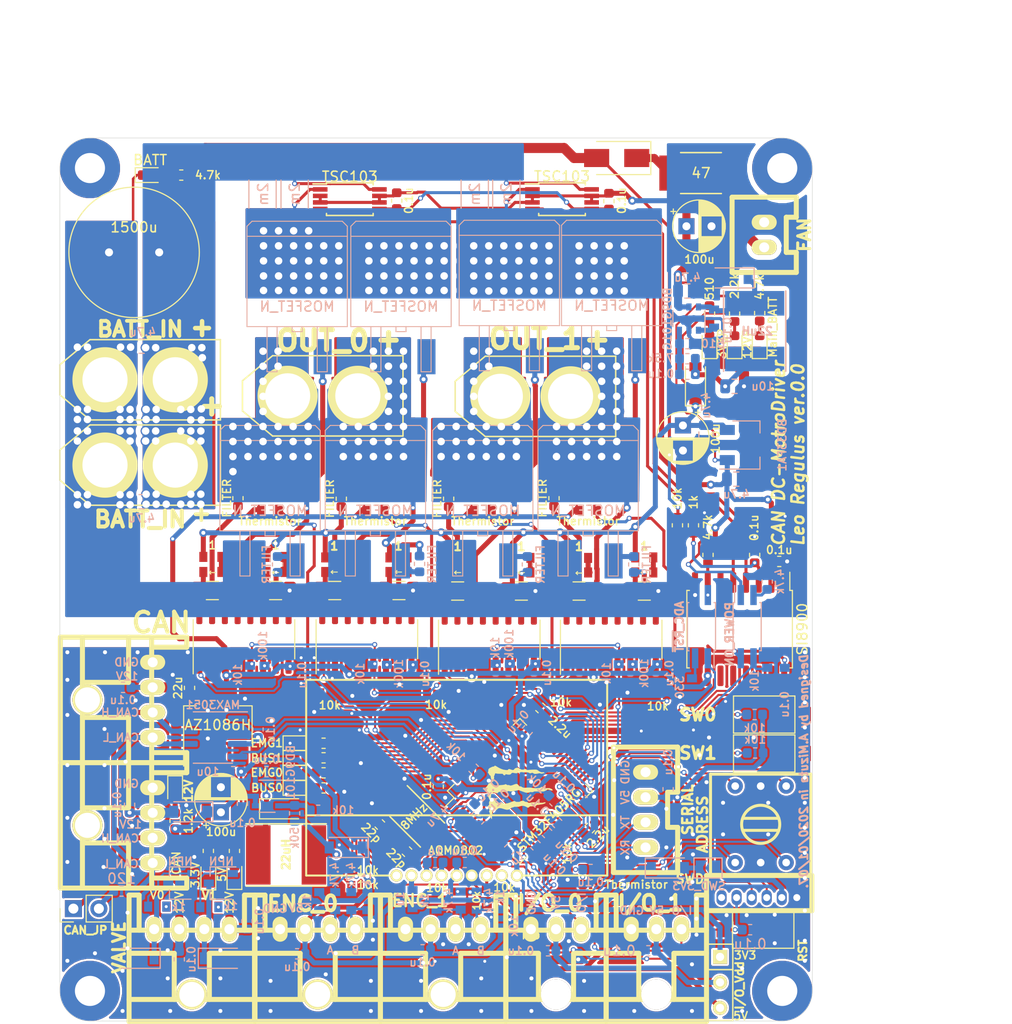
<source format=kicad_pcb>
(kicad_pcb (version 20171130) (host pcbnew "(5.1.4)-1")
  (layers (0 F.Cu signal) (31 B.Cu signal) (34 B.Paste user hide) (35 F.Paste user) (36 B.SilkS user) (37 F.SilkS user) (38 B.Mask user) (39 F.Mask user) (44 Edge.Cuts user))
  (net 0 "")
  (net 1 /OSC_IN)
  (net 2 GND)
  (net 3 /~RST)
  (net 4 /OSC_OUT)
  (net 5 +3V3)
  (net 6 /CAN_Vdd)
  (net 7 "Net-(C13-Pad1)")
  (net 8 "Net-(C14-Pad1)")
  (net 9 /FB_PWR_OUT)
  (net 10 /FB_PWR)
  (net 11 "Net-(C19-Pad1)")
  (net 12 "Net-(C20-Pad1)")
  (net 13 GNDPWR)
  (net 14 +3.3VP)
  (net 15 "Net-(C23-Pad2)")
  (net 16 "Net-(C23-Pad1)")
  (net 17 /Voltage)
  (net 18 /batt)
  (net 19 +12P)
  (net 20 "Net-(C30-Pad1)")
  (net 21 "Net-(C31-Pad1)")
  (net 22 +BATT)
  (net 23 +5V)
  (net 24 "Net-(D2-Pad2)")
  (net 25 "Net-(D3-Pad2)")
  (net 26 "Net-(D4-Pad2)")
  (net 27 +12V)
  (net 28 /PWM0_L)
  (net 29 /PWM0_R)
  (net 30 "Net-(D13-Pad2)")
  (net 31 "Net-(D14-Pad2)")
  (net 32 "Net-(D19-Pad2)")
  (net 33 "Net-(D20-Pad2)")
  (net 34 "Net-(D21-Pad2)")
  (net 35 "Net-(D22-Pad2)")
  (net 36 "Net-(D23-Pad2)")
  (net 37 "Net-(D26-Pad2)")
  (net 38 "Net-(JP1-Pad1)")
  (net 39 /CAN_H)
  (net 40 "Net-(JP2-Pad2)")
  (net 41 /SWCLK)
  (net 42 /SWDIO)
  (net 43 "Net-(P1-Pad6)")
  (net 44 /CAN_L)
  (net 45 /USART2_RX)
  (net 46 /USART2_TX)
  (net 47 "Net-(P7-Pad2)")
  (net 48 "Net-(R1-Pad1)")
  (net 49 /SW0)
  (net 50 /SW1)
  (net 51 /LED0)
  (net 52 /LED1)
  (net 53 /LED2)
  (net 54 "Net-(R9-Pad2)")
  (net 55 /EN0)
  (net 56 "Net-(R11-Pad1)")
  (net 57 "Net-(R12-Pad1)")
  (net 58 "Net-(R17-Pad2)")
  (net 59 "Net-(R18-Pad2)")
  (net 60 "Net-(R30-Pad2)")
  (net 61 "Net-(R31-Pad2)")
  (net 62 "Net-(R35-Pad1)")
  (net 63 /FB)
  (net 64 "Net-(R40-Pad1)")
  (net 65 /ADR_1)
  (net 66 /ADR_8)
  (net 67 /ADR_4)
  (net 68 /ADR_2)
  (net 69 /CAN1_RX)
  (net 70 /CAN1_TX)
  (net 71 /USART1_TX)
  (net 72 /USART1_RX)
  (net 73 "Net-(U4-Pad13)")
  (net 74 "Net-(U4-Pad12)")
  (net 75 "Net-(U4-Pad7)")
  (net 76 "Net-(U4-Pad2)")
  (net 77 "Net-(U5-Pad6)")
  (net 78 "Net-(U5-Pad11)")
  (net 79 "Net-(U5-Pad14)")
  (net 80 "Net-(U5-Pad15)")
  (net 81 "Net-(D27-Pad2)")
  (net 82 "Net-(P11-Pad4)")
  (net 83 "Net-(P11-Pad3)")
  (net 84 /TIM3_CH1)
  (net 85 /TIM3_CH2)
  (net 86 "Net-(C39-Pad1)")
  (net 87 "Net-(C39-Pad2)")
  (net 88 /ADC_~RST)
  (net 89 "Net-(D32-Pad2)")
  (net 90 "Net-(D33-Pad2)")
  (net 91 "Net-(D34-Pad2)")
  (net 92 /OUT0_L)
  (net 93 /OUT0_R)
  (net 94 /OUT1_L)
  (net 95 "Net-(C48-Pad1)")
  (net 96 /Current1)
  (net 97 /Current0)
  (net 98 /OUT1_R)
  (net 99 /PWM1_R)
  (net 100 /MOTOR0_BATT)
  (net 101 /PWM1_L)
  (net 102 /LED3)
  (net 103 /MOTOR1_BATT)
  (net 104 "Net-(P13-Pad3)")
  (net 105 "Net-(P13-Pad4)")
  (net 106 /EN1)
  (net 107 "Net-(U8-Pad13)")
  (net 108 "Net-(U8-Pad12)")
  (net 109 "Net-(U8-Pad7)")
  (net 110 "Net-(U8-Pad2)")
  (net 111 "Net-(U14-Pad2)")
  (net 112 "Net-(U14-Pad7)")
  (net 113 "Net-(U14-Pad12)")
  (net 114 "Net-(U14-Pad13)")
  (net 115 "Net-(C45-Pad1)")
  (net 116 "Net-(C46-Pad1)")
  (net 117 "Net-(C49-Pad1)")
  (net 118 "Net-(D1-Pad2)")
  (net 119 "Net-(D11-Pad2)")
  (net 120 "Net-(Q1-PadG)")
  (net 121 "Net-(Q2-PadG)")
  (net 122 "Net-(Q3-PadG)")
  (net 123 "Net-(Q4-PadG)")
  (net 124 "Net-(Q5-PadG)")
  (net 125 "Net-(Q6-PadG)")
  (net 126 "Net-(Q7-PadG)")
  (net 127 "Net-(Q8-PadG)")
  (net 128 "Net-(R13-Pad1)")
  (net 129 "Net-(R53-Pad2)")
  (net 130 "Net-(R54-Pad2)")
  (net 131 "Net-(R63-Pad2)")
  (net 132 "Net-(R64-Pad2)")
  (net 133 "Net-(R65-Pad1)")
  (net 134 "Net-(U12-Pad2)")
  (net 135 "Net-(U12-Pad7)")
  (net 136 "Net-(U12-Pad12)")
  (net 137 "Net-(U12-Pad13)")
  (net 138 /Motor0R_Tmp)
  (net 139 /Motor0L_Tmp)
  (net 140 /Motor1L_Tmp)
  (net 141 /Motor1R_Tmp)
  (net 142 /Substrate_Temp)
  (net 143 "Net-(U3-Pad4)")
  (net 144 /IO_0)
  (net 145 /IO_1)
  (net 146 /TIM4_CH1)
  (net 147 /TIM4_CH2)
  (net 148 "Net-(U3-Pad14)")
  (net 149 "Net-(U3-Pad15)")
  (net 150 "Net-(P12-Pad2)")
  (net 151 "Net-(C62-Pad1)")
  (net 152 "Net-(C63-Pad2)")
  (net 153 "Net-(C63-Pad1)")
  (net 154 "Net-(U17-Pad1)")
  (net 155 "Net-(D7-Pad2)")
  (net 156 "Net-(D8-Pad2)")
  (net 157 "Net-(D9-Pad2)")
  (net 158 "Net-(D39-Pad2)")
  (net 159 IO_Vdd)
  (net 160 "Net-(U3-Pad24)")
  (net 161 /I2C2_SCL)
  (net 162 /I2C2_SDA)
  (net 163 "Net-(U3-Pad50)")
  (net 164 "Net-(U3-Pad51)")
  (net 165 /PWR_ON_PIN)
  (net 166 "Net-(U3-Pad33)")
  (net 167 /ADC_~RST~_PIN)
  (net 168 "Net-(D12-Pad2)")
  (net 169 "Net-(D17-Pad2)")
  (net 170 "Net-(D6-Pad1)")
  (net 171 "Net-(D10-Pad1)")
  (net 172 /VALVE0)
  (net 173 /VALVE1)
  (net 174 "Net-(U3-Pad10)")
  (net 175 "Net-(U3-Pad11)")
  (module Mizz_lib:D2-PAK_compact (layer B.Cu) (at 114.65 90.15 180)
    (fp_text reference Q4 hide)
    (fp_text value MOSFET_N (at 0 2) (layer B.SilkS) (effects (justify mirror)))
    (pad D smd rect (at 0 7 180) (size 10 8) (layers B.Cu B.Paste B.Mask) (net 94 /OUT1_L))
    (pad S smd rect (at 2.54 -3 180) (size 3 3.5) (layers B.Cu B.Paste B.Mask) (net 13 GNDPWR))
    (pad G smd rect (at -2.54 -3 180) (size 1.8 3.5) (layers B.Cu B.Paste B.Mask) (net 123 "Net-(Q4-PadG)"))
  )
  (module Mizz_lib:D2-PAK_compact (layer B.Cu) (at 117.3 69.7 180)
    (fp_text reference Q3 hide)
    (fp_text value MOSFET_N (at 0 2) (layer B.SilkS) (effects (justify mirror)))
    (pad G smd rect (at -2.54 -3 180) (size 1.8 3.5) (layers B.Cu B.Paste B.Mask) (net 122 "Net-(Q3-PadG)"))
    (pad S smd rect (at 2.54 -3 180) (size 3 3.5) (layers B.Cu B.Paste B.Mask) (net 94 /OUT1_L))
    (pad D smd rect (at 0 7 180) (size 10 8) (layers B.Cu B.Paste B.Mask) (net 103 /MOTOR1_BATT))
  )
  (module Package_QFP:LQFP-64_10x10mm_P0.5mm (layer F.Cu) (at 118.35 116.075 45)
    (fp_text reference U3 hide)
    (fp_text value STM32F405RG (at 0 4.101219 45) (layer F.SilkS) (effects (font (size 0.8 0.8))))
    (pad 1 smd roundrect (at -5.675 -3.75 45) (size 1.55 0.3) (layers F.Cu F.Paste F.Mask) (net 5 +3V3))
    (pad 2 smd roundrect (at -5.675 -3.25 45) (size 1.55 0.3) (layers F.Cu F.Paste F.Mask) (net 144 /IO_0))
    (pad 3 smd roundrect (at -5.675 -2.75 45) (size 1.55 0.3) (layers F.Cu F.Paste F.Mask) (net 145 /IO_1))
    (pad 4 smd roundrect (at -5.675 -2.25 45) (size 1.55 0.3) (layers F.Cu F.Paste F.Mask) (net 143 "Net-(U3-Pad4)"))
    (pad 5 smd roundrect (at -5.675 -1.75 45) (size 1.55 0.3) (layers F.Cu F.Paste F.Mask) (net 1 /OSC_IN))
    (pad 6 smd roundrect (at -5.675 -1.25 45) (size 1.55 0.3) (layers F.Cu F.Paste F.Mask) (net 4 /OSC_OUT))
    (pad 7 smd roundrect (at -5.675 -0.75 45) (size 1.55 0.3) (layers F.Cu F.Paste F.Mask) (net 3 /~RST))
    (pad 8 smd roundrect (at -5.675 -0.25 45) (size 1.55 0.3) (layers F.Cu F.Paste F.Mask) (net 138 /Motor0R_Tmp))
    (pad 9 smd roundrect (at -5.675 0.25 45) (size 1.55 0.3) (layers F.Cu F.Paste F.Mask) (net 139 /Motor0L_Tmp))
    (pad 10 smd roundrect (at -5.675 0.75 45) (size 1.55 0.3) (layers F.Cu F.Paste F.Mask) (net 174 "Net-(U3-Pad10)"))
    (pad 11 smd roundrect (at -5.675 1.25 45) (size 1.55 0.3) (layers F.Cu F.Paste F.Mask) (net 175 "Net-(U3-Pad11)"))
    (pad 12 smd roundrect (at -5.675 1.75 45) (size 1.55 0.3) (layers F.Cu F.Paste F.Mask) (net 2 GND))
    (pad 13 smd roundrect (at -5.675 2.25 45) (size 1.55 0.3) (layers F.Cu F.Paste F.Mask) (net 5 +3V3))
    (pad 14 smd roundrect (at -5.675 2.75 45) (size 1.55 0.3) (layers F.Cu F.Paste F.Mask) (net 148 "Net-(U3-Pad14)"))
    (pad 15 smd roundrect (at -5.675 3.25 45) (size 1.55 0.3) (layers F.Cu F.Paste F.Mask) (net 149 "Net-(U3-Pad15)"))
    (pad 16 smd roundrect (at -5.675 3.75 45) (size 1.55 0.3) (layers F.Cu F.Paste F.Mask) (net 46 /USART2_TX))
    (pad 17 smd roundrect (at -3.75 5.675 45) (size 0.3 1.55) (layers F.Cu F.Paste F.Mask) (net 45 /USART2_RX))
    (pad 18 smd roundrect (at -3.25 5.675 45) (size 0.3 1.55) (layers F.Cu F.Paste F.Mask) (net 2 GND))
    (pad 19 smd roundrect (at -2.75 5.675 45) (size 0.3 1.55) (layers F.Cu F.Paste F.Mask) (net 5 +3V3))
    (pad 20 smd roundrect (at -2.25 5.675 45) (size 0.3 1.55) (layers F.Cu F.Paste F.Mask) (net 142 /Substrate_Temp))
    (pad 21 smd roundrect (at -1.75 5.675 45) (size 0.3 1.55) (layers F.Cu F.Paste F.Mask) (net 67 /ADR_4))
    (pad 22 smd roundrect (at -1.25 5.675 45) (size 0.3 1.55) (layers F.Cu F.Paste F.Mask) (net 66 /ADR_8))
    (pad 23 smd roundrect (at -0.75 5.675 45) (size 0.3 1.55) (layers F.Cu F.Paste F.Mask) (net 65 /ADR_1))
    (pad 24 smd roundrect (at -0.25 5.675 45) (size 0.3 1.55) (layers F.Cu F.Paste F.Mask) (net 160 "Net-(U3-Pad24)"))
    (pad 25 smd roundrect (at 0.25 5.675 45) (size 0.3 1.55) (layers F.Cu F.Paste F.Mask) (net 141 /Motor1R_Tmp))
    (pad 26 smd roundrect (at 0.75 5.675 45) (size 0.3 1.55) (layers F.Cu F.Paste F.Mask) (net 140 /Motor1L_Tmp))
    (pad 27 smd roundrect (at 1.25 5.675 45) (size 0.3 1.55) (layers F.Cu F.Paste F.Mask) (net 68 /ADR_2))
    (pad 28 smd roundrect (at 1.75 5.675 45) (size 0.3 1.55) (layers F.Cu F.Paste F.Mask) (net 54 "Net-(R9-Pad2)"))
    (pad 29 smd roundrect (at 2.25 5.675 45) (size 0.3 1.55) (layers F.Cu F.Paste F.Mask) (net 161 /I2C2_SCL))
    (pad 30 smd roundrect (at 2.75 5.675 45) (size 0.3 1.55) (layers F.Cu F.Paste F.Mask) (net 162 /I2C2_SDA))
    (pad 31 smd roundrect (at 3.25 5.675 45) (size 0.3 1.55) (layers F.Cu F.Paste F.Mask) (net 7 "Net-(C13-Pad1)"))
    (pad 32 smd roundrect (at 3.75 5.675 45) (size 0.3 1.55) (layers F.Cu F.Paste F.Mask) (net 5 +3V3))
    (pad 33 smd roundrect (at 5.675 3.75 45) (size 1.55 0.3) (layers F.Cu F.Paste F.Mask) (net 166 "Net-(U3-Pad33)"))
    (pad 34 smd roundrect (at 5.675 3.25 45) (size 1.55 0.3) (layers F.Cu F.Paste F.Mask) (net 106 /EN1))
    (pad 35 smd roundrect (at 5.675 2.75 45) (size 1.55 0.3) (layers F.Cu F.Paste F.Mask) (net 99 /PWM1_R))
    (pad 36 smd roundrect (at 5.675 2.25 45) (size 1.55 0.3) (layers F.Cu F.Paste F.Mask) (net 101 /PWM1_L))
    (pad 37 smd roundrect (at 5.675 1.75 45) (size 1.55 0.3) (layers F.Cu F.Paste F.Mask) (net 55 /EN0))
    (pad 38 smd roundrect (at 5.675 1.25 45) (size 1.55 0.3) (layers F.Cu F.Paste F.Mask) (net 28 /PWM0_L))
    (pad 39 smd roundrect (at 5.675 0.75 45) (size 1.55 0.3) (layers F.Cu F.Paste F.Mask) (net 29 /PWM0_R))
    (pad 40 smd roundrect (at 5.675 0.25 45) (size 1.55 0.3) (layers F.Cu F.Paste F.Mask) (net 50 /SW1))
    (pad 41 smd roundrect (at 5.675 -0.25 45) (size 1.55 0.3) (layers F.Cu F.Paste F.Mask) (net 49 /SW0))
    (pad 42 smd roundrect (at 5.675 -0.75 45) (size 1.55 0.3) (layers F.Cu F.Paste F.Mask) (net 71 /USART1_TX))
    (pad 43 smd roundrect (at 5.675 -1.25 45) (size 1.55 0.3) (layers F.Cu F.Paste F.Mask) (net 72 /USART1_RX))
    (pad 44 smd roundrect (at 5.675 -1.75 45) (size 1.55 0.3) (layers F.Cu F.Paste F.Mask) (net 165 /PWR_ON_PIN))
    (pad 45 smd roundrect (at 5.675 -2.25 45) (size 1.55 0.3) (layers F.Cu F.Paste F.Mask) (net 167 /ADC_~RST~_PIN))
    (pad 46 smd roundrect (at 5.675 -2.75 45) (size 1.55 0.3) (layers F.Cu F.Paste F.Mask) (net 42 /SWDIO))
    (pad 47 smd roundrect (at 5.675 -3.25 45) (size 1.55 0.3) (layers F.Cu F.Paste F.Mask) (net 8 "Net-(C14-Pad1)"))
    (pad 48 smd roundrect (at 5.675 -3.75 45) (size 1.55 0.3) (layers F.Cu F.Paste F.Mask) (net 5 +3V3))
    (pad 49 smd roundrect (at 3.75 -5.675 45) (size 0.3 1.55) (layers F.Cu F.Paste F.Mask) (net 41 /SWCLK))
    (pad 50 smd roundrect (at 3.25 -5.675 45) (size 0.3 1.55) (layers F.Cu F.Paste F.Mask) (net 163 "Net-(U3-Pad50)"))
    (pad 51 smd roundrect (at 2.75 -5.675 45) (size 0.3 1.55) (layers F.Cu F.Paste F.Mask) (net 164 "Net-(U3-Pad51)"))
    (pad 52 smd roundrect (at 2.25 -5.675 45) (size 0.3 1.55) (layers F.Cu F.Paste F.Mask) (net 51 /LED0))
    (pad 53 smd roundrect (at 1.75 -5.675 45) (size 0.3 1.55) (layers F.Cu F.Paste F.Mask) (net 52 /LED1))
    (pad 54 smd roundrect (at 1.25 -5.675 45) (size 0.3 1.55) (layers F.Cu F.Paste F.Mask) (net 53 /LED2))
    (pad 55 smd roundrect (at 0.75 -5.675 45) (size 0.3 1.55) (layers F.Cu F.Paste F.Mask) (net 102 /LED3))
    (pad 56 smd roundrect (at 0.25 -5.675 45) (size 0.3 1.55) (layers F.Cu F.Paste F.Mask) (net 84 /TIM3_CH1))
    (pad 57 smd roundrect (at -0.25 -5.675 45) (size 0.3 1.55) (layers F.Cu F.Paste F.Mask) (net 85 /TIM3_CH2))
    (pad 58 smd roundrect (at -0.75 -5.675 45) (size 0.3 1.55) (layers F.Cu F.Paste F.Mask) (net 146 /TIM4_CH1))
    (pad 59 smd roundrect (at -1.25 -5.675 45) (size 0.3 1.55) (layers F.Cu F.Paste F.Mask) (net 147 /TIM4_CH2))
    (pad 60 smd roundrect (at -1.75 -5.675 45) (size 0.3 1.55) (layers F.Cu F.Paste F.Mask) (net 48 "Net-(R1-Pad1)"))
    (pad 61 smd roundrect (at -2.25 -5.675 45) (size 0.3 1.55) (layers F.Cu F.Paste F.Mask) (net 69 /CAN1_RX))
    (pad 62 smd roundrect (at -2.75 -5.675 45) (size 0.3 1.55) (layers F.Cu F.Paste F.Mask) (net 70 /CAN1_TX))
    (pad 63 smd roundrect (at -3.25 -5.675 45) (size 0.3 1.55) (layers F.Cu F.Paste F.Mask) (net 2 GND))
    (pad 64 smd roundrect (at -3.75 -5.675 45) (size 0.3 1.55) (layers F.Cu F.Paste F.Mask) (net 5 +3V3))
  )
  (module Mizz_lib:XT60_F (layer F.Cu) (at 119.9 76.75)
    (fp_text reference P10)
    (fp_text value OUT_1 (at 0 -5.75 unlocked) (layer F.SilkS) (effects (font (size 2 2) (thickness 0.5))))
    (pad 2 thru_hole circle (at 3.5 0) (size 6 6) (drill 4.5) (layers *.Cu *.Mask F.SilkS) (net 98 /OUT1_R))
    (pad 1 thru_hole circle (at -3.5 0) (size 6 6) (drill 4.5) (layers *.Cu *.Mask F.SilkS) (net 94 /OUT1_L))
  )
  (module Mizz_lib:XT60_F (layer F.Cu) (at 98.7 76.7)
    (fp_text reference P15)
    (fp_text value OUT_0 (at 0 -5.5) (layer F.SilkS) (effects (font (size 2 2) (thickness 0.5))))
    (pad 2 thru_hole circle (at 3.5 0) (size 6 6) (drill 4.5) (layers *.Cu *.Mask F.SilkS) (net 93 /OUT0_R))
    (pad 1 thru_hole circle (at -3.5 0) (size 6 6) (drill 4.5) (layers *.Cu *.Mask F.SilkS) (net 92 /OUT0_L))
  )
  (module Mizz_lib:rotary_0F (layer F.Cu) (at 142.35 119.4 180)
    (fp_text reference U19 hide)
    (fp_text value ADRESS (at 5.8 0 270) (layer F.SilkS) (effects (font (thickness 0.25))))
    (pad 1 thru_hole circle (at -2.54 3.81 180) (size 1.524 1.524) (drill 0.762) (layers *.Cu *.Mask) (net 68 /ADR_2))
    (pad 2 thru_hole circle (at 0 3.81 180) (size 1.524 1.524) (drill 0.762) (layers *.Cu *.Mask) (net 2 GND))
    (pad 3 thru_hole circle (at 2.54 3.81 180) (size 1.524 1.524) (drill 0.762) (layers *.Cu *.Mask) (net 65 /ADR_1))
    (pad 4 thru_hole circle (at 2.54 -3.81 180) (size 1.524 1.524) (drill 0.762) (layers *.Cu *.Mask) (net 67 /ADR_4))
    (pad 5 thru_hole circle (at 0 -3.81 180) (size 1.524 1.524) (drill 0.762) (layers *.Cu *.Mask) (net 2 GND))
    (pad 6 thru_hole circle (at -2.54 -3.81 180) (size 1.524 1.524) (drill 0.762) (layers *.Cu *.Mask) (net 66 /ADR_8))
  )
  (module Capacitor_SMD:C_0603_1608Metric (layer F.Cu) (at 127.225 57.3 90)
    (fp_text reference C21 hide)
    (fp_text value 0.1u (at 0.05 1.275 90) (layer F.SilkS) (effects (font (size 0.8 0.8))))
    (pad 1 smd roundrect (at -0.7875 0 90) (size 0.875 0.95) (layers F.Cu F.Paste F.Mask) (net 14 +3.3VP))
    (pad 2 smd roundrect (at 0.7875 0 90) (size 0.875 0.95) (layers F.Cu F.Paste F.Mask) (net 13 GNDPWR))
  )
  (module Mizz_lib:AQM0802_original (layer F.Cu) (at 112.05 114.25)
    (fp_text reference U17 hide)
    (fp_text value AQM0802 (at -0.1 7.75) (layer F.SilkS) (effects (font (size 0.8 0.8))))
    (pad 9 thru_hole circle (at 6 10.25) (size 1.2 1.2) (drill 0.8) (layers *.Cu *.Mask F.SilkS) (net 5 +3V3))
    (pad 8 thru_hole circle (at 4.5 10.25) (size 1.2 1.2) (drill 0.8) (layers *.Cu *.Mask F.SilkS) (net 161 /I2C2_SCL))
    (pad 7 thru_hole circle (at 3 10.25) (size 1.2 1.2) (drill 0.8) (layers *.Cu *.Mask F.SilkS) (net 162 /I2C2_SDA))
    (pad 6 thru_hole circle (at 1.5 10.25) (size 1.2 1.2) (drill 0.8) (layers *.Cu *.Mask F.SilkS) (net 2 GND))
    (pad 5 thru_hole circle (at 0 10.25) (size 1.2 1.2) (drill 0.8) (layers *.Cu *.Mask F.SilkS) (net 5 +3V3))
    (pad 4 thru_hole circle (at -1.5 10.25) (size 1.2 1.2) (drill 0.8) (layers *.Cu *.Mask F.SilkS) (net 152 "Net-(C63-Pad2)"))
    (pad 3 thru_hole circle (at -3 10.25) (size 1.2 1.2) (drill 0.8) (layers *.Cu *.Mask F.SilkS) (net 153 "Net-(C63-Pad1)"))
    (pad 2 thru_hole circle (at -4.5 10.25) (size 1.2 1.2) (drill 0.8) (layers *.Cu *.Mask F.SilkS) (net 151 "Net-(C62-Pad1)"))
    (pad 1 thru_hole circle (at -6 10.25) (size 1.2 1.2) (drill 0.8) (layers *.Cu *.Mask F.SilkS) (net 154 "Net-(U17-Pad1)"))
  )
  (module Mizz_lib:XA_4L (layer F.Cu) (at 81.9 129.85)
    (fp_text reference P2 hide)
    (fp_text value VALVE (at -3.5 1.8 90) (layer F.SilkS) (effects (font (size 1.2 1.2) (thickness 0.3))))
    (pad 1 thru_hole oval (at 0 0) (size 1.5 2.5) (drill 1) (layers *.Cu *.Mask F.SilkS) (net 170 "Net-(D6-Pad1)"))
    (pad 2 thru_hole oval (at 2.5 0) (size 1.5 2.5) (drill 1) (layers *.Cu *.Mask F.SilkS) (net 27 +12V))
    (pad 3 thru_hole oval (at 5 0) (size 1.5 2.5) (drill 1) (layers *.Cu *.Mask F.SilkS) (net 171 "Net-(D10-Pad1)"))
    (pad 4 thru_hole oval (at 7.5 0) (size 1.5 2.5) (drill 1) (layers *.Cu *.Mask F.SilkS) (net 27 +12V))
    (pad "" thru_hole circle (at 3.75 6.5) (size 3 3) (drill 2.5) (layers *.Cu *.Mask F.SilkS))
  )
  (module Package_SO:SOIC-16W_7.5x10.3mm_P1.27mm (layer F.Cu) (at 140.25 99.95 270)
    (fp_text reference U5 hide)
    (fp_text value SI8900 (at 0 -6.25 90) (layer F.SilkS))
    (pad 1 smd roundrect (at -4.65 -4.445 270) (size 2.05 0.6) (layers F.Cu F.Paste F.Mask) (net 14 +3.3VP))
    (pad 2 smd roundrect (at -4.65 -3.175 270) (size 2.05 0.6) (layers F.Cu F.Paste F.Mask) (net 14 +3.3VP))
    (pad 3 smd roundrect (at -4.65 -1.905 270) (size 2.05 0.6) (layers F.Cu F.Paste F.Mask) (net 17 /Voltage))
    (pad 4 smd roundrect (at -4.65 -0.635 270) (size 2.05 0.6) (layers F.Cu F.Paste F.Mask) (net 96 /Current1))
    (pad 5 smd roundrect (at -4.65 0.635 270) (size 2.05 0.6) (layers F.Cu F.Paste F.Mask) (net 97 /Current0))
    (pad 6 smd roundrect (at -4.65 1.905 270) (size 2.05 0.6) (layers F.Cu F.Paste F.Mask) (net 77 "Net-(U5-Pad6)"))
    (pad 7 smd roundrect (at -4.65 3.175 270) (size 2.05 0.6) (layers F.Cu F.Paste F.Mask) (net 88 /ADC_~RST))
    (pad 8 smd roundrect (at -4.65 4.445 270) (size 2.05 0.6) (layers F.Cu F.Paste F.Mask) (net 13 GNDPWR))
    (pad 9 smd roundrect (at 4.65 4.445 270) (size 2.05 0.6) (layers F.Cu F.Paste F.Mask) (net 2 GND))
    (pad 10 smd roundrect (at 4.65 3.175 270) (size 2.05 0.6) (layers F.Cu F.Paste F.Mask) (net 5 +3V3))
    (pad 11 smd roundrect (at 4.65 1.905 270) (size 2.05 0.6) (layers F.Cu F.Paste F.Mask) (net 78 "Net-(U5-Pad11)"))
    (pad 12 smd roundrect (at 4.65 0.635 270) (size 2.05 0.6) (layers F.Cu F.Paste F.Mask) (net 72 /USART1_RX))
    (pad 13 smd roundrect (at 4.65 -0.635 270) (size 2.05 0.6) (layers F.Cu F.Paste F.Mask) (net 71 /USART1_TX))
    (pad 14 smd roundrect (at 4.65 -1.905 270) (size 2.05 0.6) (layers F.Cu F.Paste F.Mask) (net 79 "Net-(U5-Pad14)"))
    (pad 15 smd roundrect (at 4.65 -3.175 270) (size 2.05 0.6) (layers F.Cu F.Paste F.Mask) (net 80 "Net-(U5-Pad15)"))
    (pad 16 smd roundrect (at 4.65 -4.445 270) (size 2.05 0.6) (layers F.Cu F.Paste F.Mask) (net 5 +3V3))
  )
  (module Mizz_lib:XA_4L (layer F.Cu) (at 81.75 115.75 270)
    (fp_text reference P4 hide)
    (fp_text value CAN (at 7.5 -2.35 90) (layer F.SilkS) (effects (font (size 0.8 0.8))))
    (pad 1 thru_hole oval (at 0 0 270) (size 1.5 2.5) (drill 1) (layers *.Cu *.Mask F.SilkS) (net 2 GND))
    (pad 2 thru_hole oval (at 2.5 0 270) (size 1.5 2.5) (drill 1) (layers *.Cu *.Mask F.SilkS) (net 6 /CAN_Vdd))
    (pad 3 thru_hole oval (at 5 0 270) (size 1.5 2.5) (drill 1) (layers *.Cu *.Mask F.SilkS) (net 39 /CAN_H))
    (pad 4 thru_hole oval (at 7.5 0 270) (size 1.5 2.5) (drill 1) (layers *.Cu *.Mask F.SilkS) (net 44 /CAN_L))
    (pad "" thru_hole circle (at 3.75 6.5 270) (size 3 3) (drill 2.5) (layers *.Cu *.Mask F.SilkS))
  )
  (module Mizz_lib:XA_4L (layer F.Cu) (at 81.75 103.25 270)
    (fp_text reference P3 hide)
    (fp_text value CAN (at -3.95 -0.85 180) (layer F.SilkS) (effects (font (size 2 2) (thickness 0.4))))
    (pad "" thru_hole circle (at 3.75 6.5 270) (size 3 3) (drill 2.5) (layers *.Cu *.Mask F.SilkS))
    (pad 4 thru_hole oval (at 7.5 0 270) (size 1.5 2.5) (drill 1) (layers *.Cu *.Mask F.SilkS) (net 44 /CAN_L))
    (pad 3 thru_hole oval (at 5 0 270) (size 1.5 2.5) (drill 1) (layers *.Cu *.Mask F.SilkS) (net 39 /CAN_H))
    (pad 2 thru_hole oval (at 2.5 0 270) (size 1.5 2.5) (drill 1) (layers *.Cu *.Mask F.SilkS) (net 6 /CAN_Vdd))
    (pad 1 thru_hole oval (at 0 0 270) (size 1.5 2.5) (drill 1) (layers *.Cu *.Mask F.SilkS) (net 2 GND))
  )
  (module Mizz_lib:XA_4L (layer F.Cu) (at 94.45 129.85)
    (fp_text reference P11 hide)
    (fp_text value ENC_0 (at 2.25 -2.55) (layer F.SilkS) (effects (font (size 1.5 1.5) (thickness 0.375))))
    (pad "" thru_hole circle (at 3.75 6.5) (size 3 3) (drill 2.5) (layers *.Cu *.Mask F.SilkS))
    (pad 4 thru_hole oval (at 7.5 0) (size 1.5 2.5) (drill 1) (layers *.Cu *.Mask F.SilkS) (net 82 "Net-(P11-Pad4)"))
    (pad 3 thru_hole oval (at 5 0) (size 1.5 2.5) (drill 1) (layers *.Cu *.Mask F.SilkS) (net 83 "Net-(P11-Pad3)"))
    (pad 2 thru_hole oval (at 2.5 0) (size 1.5 2.5) (drill 1) (layers *.Cu *.Mask F.SilkS) (net 23 +5V))
    (pad 1 thru_hole oval (at 0 0) (size 1.5 2.5) (drill 1) (layers *.Cu *.Mask F.SilkS) (net 2 GND))
  )
  (module Mizz_lib:XA_4L (layer F.Cu) (at 106.95 129.85)
    (fp_text reference P13 hide)
    (fp_text value ENC_1 (at 1.45 -2.85) (layer F.SilkS) (effects (font (size 1.2 1.2) (thickness 0.25))))
    (pad 1 thru_hole oval (at 0 0) (size 1.5 2.5) (drill 1) (layers *.Cu *.Mask F.SilkS) (net 2 GND))
    (pad 2 thru_hole oval (at 2.5 0) (size 1.5 2.5) (drill 1) (layers *.Cu *.Mask F.SilkS) (net 23 +5V))
    (pad 3 thru_hole oval (at 5 0) (size 1.5 2.5) (drill 1) (layers *.Cu *.Mask F.SilkS) (net 104 "Net-(P13-Pad3)"))
    (pad 4 thru_hole oval (at 7.5 0) (size 1.5 2.5) (drill 1) (layers *.Cu *.Mask F.SilkS) (net 105 "Net-(P13-Pad4)"))
    (pad "" thru_hole circle (at 3.75 6.5) (size 3 3) (drill 2.5) (layers *.Cu *.Mask F.SilkS))
  )
  (module Mizz_lib:XA_2P (layer F.Cu) (at 142.7 61.9 90)
    (fp_text reference P7 hide)
    (fp_text value FAN (at 1.25 4 270) (layer F.SilkS) (effects (font (size 1.2 1.2) (thickness 0.3))))
    (pad 1 thru_hole oval (at 2.5 0 90) (size 1.5 2.5) (drill 1) (layers *.Cu *.Mask F.SilkS) (net 13 GNDPWR))
    (pad 2 thru_hole oval (at 0 0 90) (size 1.5 2.5) (drill 1) (layers *.Cu *.Mask F.SilkS) (net 47 "Net-(P7-Pad2)"))
  )
  (module Mizz_lib:XA_4P (layer F.Cu) (at 130.875 121.7 90)
    (fp_text reference P5 hide)
    (fp_text value SERIAL (at 3.75 4.2 270) (layer F.SilkS) (effects (font (thickness 0.25))))
    (pad 4 thru_hole oval (at 0 0 90) (size 1.5 2.5) (drill 1) (layers *.Cu *.Mask F.SilkS) (net 45 /USART2_RX))
    (pad 3 thru_hole oval (at 2.5 0 90) (size 1.5 2.5) (drill 1) (layers *.Cu *.Mask F.SilkS) (net 46 /USART2_TX))
    (pad 2 thru_hole oval (at 5 0 90) (size 1.5 2.5) (drill 1) (layers *.Cu *.Mask F.SilkS) (net 23 +5V))
    (pad 1 thru_hole oval (at 7.5 0 90) (size 1.5 2.5) (drill 1) (layers *.Cu *.Mask F.SilkS) (net 2 GND))
  )
  (module Mizz_lib:ZH_6P (layer F.Cu) (at 145.95 126.7 180)
    (fp_text reference P1 hide)
    (fp_text value SWD (at 10.65 1.85) (layer F.SilkS) (effects (font (size 0.9 0.9) (thickness 0.2))))
    (pad 1 thru_hole oval (at 0 0 180) (size 1 1.524) (drill 0.7) (layers *.Cu *.Mask) (net 2 GND))
    (pad 2 thru_hole oval (at 1.5 0 180) (size 1 1.524) (drill 0.7) (layers *.Cu *.Mask) (net 38 "Net-(JP1-Pad1)"))
    (pad 3 thru_hole oval (at 3 0 180) (size 1 1.524) (drill 0.7) (layers *.Cu *.Mask) (net 41 /SWCLK))
    (pad 4 thru_hole oval (at 4.5 0 180) (size 1 1.524) (drill 0.7) (layers *.Cu *.Mask) (net 42 /SWDIO))
    (pad 5 thru_hole oval (at 6 0 180) (size 1 1.524) (drill 0.7) (layers *.Cu *.Mask) (net 3 /~RST))
    (pad 6 thru_hole oval (at 7.5 0 180) (size 1 1.524) (drill 0.7) (layers *.Cu *.Mask) (net 43 "Net-(P1-Pad6)"))
  )
  (module Mizz_lib:XT60_F (layer F.Cu) (at 80.5 83.6)
    (fp_text reference P9)
    (fp_text value BATT_IN (at 0 5.4) (layer F.SilkS) (effects (font (size 1.6 1.6) (thickness 0.4))))
    (pad 1 thru_hole circle (at -3.5 0) (size 6.5 6.5) (drill 4.5) (layers *.Cu *.Mask F.SilkS) (net 13 GNDPWR))
    (pad 2 thru_hole circle (at 3.5 0) (size 6.5 6.5) (drill 4.5) (layers *.Cu *.Mask F.SilkS) (net 22 +BATT))
  )
  (module Mizz_lib:XT60_M (layer F.Cu) (at 80.5 75.1)
    (fp_text reference P8)
    (fp_text value BATT_IN (at 0 -5.05 unlocked) (layer F.SilkS) (effects (font (size 1.5 1.5) (thickness 0.375))))
    (pad 2 thru_hole circle (at 3.5 0) (size 6.5 6.5) (drill 4.5) (layers *.Cu *.Mask F.SilkS) (net 22 +BATT))
    (pad 1 thru_hole circle (at -3.5 0) (size 6.5 6.5) (drill 4.5) (layers *.Cu *.Mask F.SilkS) (net 13 GNDPWR))
  )
  (module Resistor_SMD:R_0603_1608Metric (layer B.Cu) (at 113.75 113.875 135)
    (fp_text reference R1 hide)
    (fp_text value 10k (at 2.474874 0 135) (layer B.SilkS) (effects (font (size 0.8 0.8)) (justify mirror)))
    (pad 2 smd roundrect (at 0.7875 0 135) (size 0.875 0.95) (layers B.Cu B.Paste B.Mask) (net 2 GND))
    (pad 1 smd roundrect (at -0.7875 0 135) (size 0.875 0.95) (layers B.Cu B.Paste B.Mask) (net 48 "Net-(R1-Pad1)"))
  )
  (module Diode_SMD:D_SOD-123 (layer B.Cu) (at 139.45 64.95 180)
    (fp_text reference D16 hide)
    (fp_text value DIODE)
    (pad 1 smd rect (at -1.65 0 180) (size 0.9 1.2) (layers B.Cu B.Paste B.Mask) (net 16 "Net-(C23-Pad1)"))
    (pad 2 smd rect (at 1.65 0 180) (size 0.9 1.2) (layers B.Cu B.Paste B.Mask) (net 13 GNDPWR))
  )
  (module Diode_SMD:D_SOD-123 (layer B.Cu) (at 85.5 118.15 180)
    (fp_text reference D5 hide)
    (fp_text value DIODE)
    (pad 1 smd rect (at -1.65 0 180) (size 0.9 1.2) (layers B.Cu B.Paste B.Mask) (net 27 +12V))
    (pad 2 smd rect (at 1.65 0 180) (size 0.9 1.2) (layers B.Cu B.Paste B.Mask) (net 6 /CAN_Vdd))
  )
  (module Resistor_SMD:R_0603_1608Metric (layer B.Cu) (at 78.65 126.05 180)
    (fp_text reference R3 hide)
    (fp_text value 120 (at 0 1.25) (layer B.SilkS) (effects (justify mirror)))
    (pad 1 smd roundrect (at -0.7875 0 180) (size 0.875 0.95) (layers B.Cu B.Paste B.Mask) (net 44 /CAN_L))
    (pad 2 smd roundrect (at 0.7875 0 180) (size 0.875 0.95) (layers B.Cu B.Paste B.Mask) (net 40 "Net-(JP2-Pad2)"))
  )
  (module Mizz_lib:Crystal_SMD_5032_2Pads (layer F.Cu) (at 107.8 118.625 315)
    (fp_text reference Y1 hide)
    (fp_text value 8MHz (at 0 0 45) (layer F.SilkS) (effects (font (size 0.8 0.8))))
    (pad 1 smd rect (at -2.05 0 315) (size 2 2.4) (layers F.Cu F.Paste F.Mask) (net 1 /OSC_IN))
    (pad 2 smd rect (at 2.05 0 315) (size 2 2.4) (layers F.Cu F.Paste F.Mask) (net 4 /OSC_OUT))
  )
  (module Capacitor_SMD:C_0603_1608Metric (layer F.Cu) (at 104.393153 119.418153 315)
    (fp_text reference C1 hide)
    (fp_text value 22p (at -0.007995 1.184404 135) (layer F.SilkS) (effects (font (size 0.8 0.8))))
    (pad 2 smd roundrect (at 0.7875 0 315) (size 0.875 0.95) (layers F.Cu F.Paste F.Mask) (net 1 /OSC_IN))
    (pad 1 smd roundrect (at -0.7875 0 315) (size 0.875 0.95) (layers F.Cu F.Paste F.Mask) (net 2 GND))
  )
  (module Capacitor_SMD:C_0603_1608Metric (layer B.Cu) (at 141.3 129.9 180)
    (fp_text reference C2 hide)
    (fp_text value 0.1u (at 0 -1.43) (layer B.SilkS) (effects (justify mirror)))
    (pad 1 smd roundrect (at -0.7875 0 180) (size 0.875 0.95) (layers B.Cu B.Paste B.Mask) (net 2 GND))
    (pad 2 smd roundrect (at 0.7875 0 180) (size 0.875 0.95) (layers B.Cu B.Paste B.Mask) (net 3 /~RST))
  )
  (module Capacitor_SMD:C_0603_1608Metric (layer F.Cu) (at 107.1 122.125 135)
    (fp_text reference C3 hide)
    (fp_text value 22p (at 0.282843 -1.202082 135) (layer F.SilkS) (effects (font (size 0.8 0.8))))
    (pad 1 smd roundrect (at -0.7875 0 135) (size 0.875 0.95) (layers F.Cu F.Paste F.Mask) (net 2 GND))
    (pad 2 smd roundrect (at 0.7875 0 135) (size 0.875 0.95) (layers F.Cu F.Paste F.Mask) (net 4 /OSC_OUT))
  )
  (module Capacitor_SMD:C_0603_1608Metric (layer B.Cu) (at 119.9 121.475 315)
    (fp_text reference C5 hide)
    (fp_text value 0.1u (at 2.669328 -0.017678 135) (layer B.SilkS) (effects (font (size 0.8 0.8)) (justify mirror)))
    (pad 1 smd roundrect (at -0.7875 0 315) (size 0.875 0.95) (layers B.Cu B.Paste B.Mask) (net 5 +3V3))
    (pad 2 smd roundrect (at 0.7875 0 315) (size 0.875 0.95) (layers B.Cu B.Paste B.Mask) (net 2 GND))
  )
  (module Capacitor_SMD:C_0603_1608Metric (layer B.Cu) (at 124.6 116.975 315)
    (fp_text reference C6 hide)
    (fp_text value 0.1u (at -2.65165 0 135) (layer B.SilkS) (effects (font (size 0.8 0.8)) (justify mirror)))
    (pad 2 smd roundrect (at 0.7875 0 315) (size 0.875 0.95) (layers B.Cu B.Paste B.Mask) (net 2 GND))
    (pad 1 smd roundrect (at -0.7875 0 315) (size 0.875 0.95) (layers B.Cu B.Paste B.Mask) (net 5 +3V3))
  )
  (module Capacitor_SMD:C_0603_1608Metric (layer B.Cu) (at 78.8 105.75)
    (fp_text reference C7 hide)
    (fp_text value 0.1u (at 0 1.25) (layer B.SilkS) (effects (font (size 0.8 0.8)) (justify mirror)))
    (pad 2 smd roundrect (at 0.7875 0) (size 0.875 0.95) (layers B.Cu B.Paste B.Mask) (net 6 /CAN_Vdd))
    (pad 1 smd roundrect (at -0.7875 0) (size 0.875 0.95) (layers B.Cu B.Paste B.Mask) (net 2 GND))
  )
  (module Capacitor_SMD:C_0603_1608Metric (layer B.Cu) (at 119.1 110.025 48)
    (fp_text reference C8 hide)
    (fp_text value 0.1u (at 0 -1.254999 48) (layer B.SilkS) (effects (font (size 0.8 0.8)) (justify mirror)))
    (pad 2 smd roundrect (at 0.7875 0 48) (size 0.875 0.95) (layers B.Cu B.Paste B.Mask) (net 2 GND))
    (pad 1 smd roundrect (at -0.7875 0 48) (size 0.875 0.95) (layers B.Cu B.Paste B.Mask) (net 5 +3V3))
  )
  (module Capacitor_SMD:C_0603_1608Metric (layer F.Cu) (at 110.21 115.65 270)
    (fp_text reference C9 hide)
    (fp_text value 0.1u (at 0 1.131371 270) (layer F.SilkS) (effects (font (size 0.8 0.8))))
    (pad 1 smd roundrect (at -0.7875 0 270) (size 0.875 0.95) (layers F.Cu F.Paste F.Mask) (net 5 +3V3))
    (pad 2 smd roundrect (at 0.7875 0 270) (size 0.875 0.95) (layers F.Cu F.Paste F.Mask) (net 2 GND))
  )
  (module Capacitor_SMD:C_0603_1608Metric (layer B.Cu) (at 117.3 121.9 225)
    (fp_text reference C10 hide)
    (fp_text value 1u (at 0.017678 -1.149049 45) (layer B.SilkS) (effects (font (size 0.8 0.8)) (justify mirror)))
    (pad 2 smd roundrect (at 0.7875 0 225) (size 0.875 0.95) (layers B.Cu B.Paste B.Mask) (net 2 GND))
    (pad 1 smd roundrect (at -0.7875 0 225) (size 0.875 0.95) (layers B.Cu B.Paste B.Mask) (net 5 +3V3))
  )
  (module Capacitor_SMD:C_0603_1608Metric (layer B.Cu) (at 79.45 117.45 270)
    (fp_text reference C11 hide)
    (fp_text value 0.1u (at 0 1.25 90) (layer B.SilkS) (effects (font (size 0.8 0.8)) (justify mirror)))
    (pad 2 smd roundrect (at 0.7875 0 270) (size 0.875 0.95) (layers B.Cu B.Paste B.Mask) (net 6 /CAN_Vdd))
    (pad 1 smd roundrect (at -0.7875 0 270) (size 0.875 0.95) (layers B.Cu B.Paste B.Mask) (net 2 GND))
  )
  (module Capacitor_SMD:C_0603_1608Metric (layer F.Cu) (at 125.325 119.775 225)
    (fp_text reference C13 hide)
    (fp_text value 2.2u (at 0 -1.166726 45) (layer F.SilkS) (effects (font (size 0.8 0.8))))
    (pad 1 smd roundrect (at -0.7875 0 225) (size 0.875 0.95) (layers F.Cu F.Paste F.Mask) (net 7 "Net-(C13-Pad1)"))
    (pad 2 smd roundrect (at 0.7875 0 225) (size 0.875 0.95) (layers F.Cu F.Paste F.Mask) (net 2 GND))
  )
  (module Capacitor_SMD:C_0603_1608Metric (layer F.Cu) (at 120.4 107.8 137)
    (fp_text reference C14 hide)
    (fp_text value 2.2u (at -2.74289 -0.067482 137) (layer F.SilkS) (effects (font (size 0.8 0.8))))
    (pad 2 smd roundrect (at 0.7875 0 137) (size 0.875 0.95) (layers F.Cu F.Paste F.Mask) (net 2 GND))
    (pad 1 smd roundrect (at -0.7875 0 137) (size 0.875 0.95) (layers F.Cu F.Paste F.Mask) (net 8 "Net-(C14-Pad1)"))
  )
  (module Capacitor_SMD:C_0603_1608Metric (layer B.Cu) (at 133.125 115.9 270)
    (fp_text reference C15 hide)
    (fp_text value 0.1u (at -2.7 0 90) (layer B.SilkS) (effects (font (size 0.8 0.8)) (justify mirror)))
    (pad 1 smd roundrect (at -0.7875 0 270) (size 0.875 0.95) (layers B.Cu B.Paste B.Mask) (net 2 GND))
    (pad 2 smd roundrect (at 0.7875 0 270) (size 0.875 0.95) (layers B.Cu B.Paste B.Mask) (net 23 +5V))
  )
  (module Capacitor_SMD:C_0603_1608Metric (layer B.Cu) (at 121.15 132)
    (fp_text reference C16 hide)
    (fp_text value 0.1u (at -2.7 0) (layer B.SilkS) (effects (font (size 0.8 0.8)) (justify mirror)))
    (pad 2 smd roundrect (at 0.7875 0) (size 0.875 0.95) (layers B.Cu B.Paste B.Mask) (net 159 IO_Vdd))
    (pad 1 smd roundrect (at -0.7875 0) (size 0.875 0.95) (layers B.Cu B.Paste B.Mask) (net 2 GND))
  )
  (module Capacitor_SMD:C_0603_1608Metric (layer B.Cu) (at 135.05 74.55 180)
    (fp_text reference C18 hide)
    (fp_text value 0.1u (at 2.65 0.05) (layer B.SilkS) (effects (font (size 0.8 0.8)) (justify mirror)))
    (pad 1 smd roundrect (at -0.7875 0 180) (size 0.875 0.95) (layers B.Cu B.Paste B.Mask) (net 9 /FB_PWR_OUT))
    (pad 2 smd roundrect (at 0.7875 0 180) (size 0.875 0.95) (layers B.Cu B.Paste B.Mask) (net 10 /FB_PWR))
  )
  (module Capacitor_SMD:C_0603_1608Metric (layer F.Cu) (at 144.2 93.2)
    (fp_text reference C22 hide)
    (fp_text value 0.1u (at 0 -1.15) (layer F.SilkS) (effects (font (size 0.8 0.8))))
    (pad 1 smd roundrect (at -0.7875 0) (size 0.875 0.95) (layers F.Cu F.Paste F.Mask) (net 14 +3.3VP))
    (pad 2 smd roundrect (at 0.7875 0) (size 0.875 0.95) (layers F.Cu F.Paste F.Mask) (net 13 GNDPWR))
  )
  (module Capacitor_SMD:C_0603_1608Metric (layer F.Cu) (at 141.75 92.55 90)
    (fp_text reference C24 hide)
    (fp_text value 0.1u (at 2.7 -0.05 90) (layer F.SilkS) (effects (font (size 0.8 0.8))))
    (pad 2 smd roundrect (at 0.7875 0 90) (size 0.875 0.95) (layers F.Cu F.Paste F.Mask) (net 13 GNDPWR))
    (pad 1 smd roundrect (at -0.7875 0 90) (size 0.875 0.95) (layers F.Cu F.Paste F.Mask) (net 17 /Voltage))
  )
  (module Capacitor_THT:CP_Radial_D5.0mm_P2.50mm (layer F.Cu) (at 134.95 59.8)
    (fp_text reference C25 hide)
    (fp_text value 100u (at 1.3 3.3 180) (layer F.SilkS) (effects (font (size 0.8 0.8))))
    (pad 1 thru_hole rect (at 0 0) (size 1.6 1.6) (drill 0.8) (layers *.Cu *.Mask) (net 18 /batt))
    (pad 2 thru_hole circle (at 2.5 0) (size 1.6 1.6) (drill 0.8) (layers *.Cu *.Mask) (net 13 GNDPWR))
  )
  (module Capacitor_SMD:C_0805_2012Metric (layer B.Cu) (at 139.75 75.75)
    (fp_text reference C28 hide)
    (fp_text value 10u (at 2.8 0) (layer B.SilkS) (effects (font (size 0.8 0.8)) (justify mirror)))
    (pad 1 smd roundrect (at -0.9375 0) (size 0.975 1.4) (layers B.Cu B.Paste B.Mask) (net 9 /FB_PWR_OUT))
    (pad 2 smd roundrect (at 0.9375 0) (size 0.975 1.4) (layers B.Cu B.Paste B.Mask) (net 13 GNDPWR))
  )
  (module Capacitor_SMD:C_0805_2012Metric (layer B.Cu) (at 136.9 80.55 270)
    (fp_text reference C29 hide)
    (fp_text value 4.7u (at -2.9 0 90) (layer B.SilkS) (effects (font (size 0.8 0.8)) (justify mirror)))
    (pad 1 smd roundrect (at -0.9375 0 270) (size 0.975 1.4) (layers B.Cu B.Paste B.Mask) (net 19 +12P))
    (pad 2 smd roundrect (at 0.9375 0 270) (size 0.975 1.4) (layers B.Cu B.Paste B.Mask) (net 13 GNDPWR))
  )
  (module Capacitor_SMD:C_0805_2012Metric (layer B.Cu) (at 139.925 85)
    (fp_text reference C32 hide)
    (fp_text value 4.7u (at 0 1.5) (layer B.SilkS) (effects (font (size 0.8 0.8)) (justify mirror)))
    (pad 2 smd roundrect (at 0.9375 0) (size 0.975 1.4) (layers B.Cu B.Paste B.Mask) (net 13 GNDPWR))
    (pad 1 smd roundrect (at -0.9375 0) (size 0.975 1.4) (layers B.Cu B.Paste B.Mask) (net 14 +3.3VP))
  )
  (module Capacitor_THT:CP_Radial_D5.0mm_P2.50mm (layer F.Cu) (at 88.55 118.2 90)
    (fp_text reference C33 hide)
    (fp_text value 100u (at -1.95 0.025 180) (layer F.SilkS) (effects (font (size 0.8 0.8))))
    (pad 1 thru_hole rect (at 0 0 90) (size 1.6 1.6) (drill 0.8) (layers *.Cu *.Mask) (net 27 +12V))
    (pad 2 thru_hole circle (at 2.5 0 90) (size 1.6 1.6) (drill 0.8) (layers *.Cu *.Mask) (net 2 GND))
  )
  (module Diode_SMD:D_SOD-123 (layer B.Cu) (at 133.1 123.75)
    (fp_text reference D4 hide)
    (fp_text value DIODE)
    (pad 2 smd rect (at 1.65 0) (size 0.9 1.2) (layers B.Cu B.Paste B.Mask) (net 26 "Net-(D4-Pad2)"))
    (pad 1 smd rect (at -1.65 0) (size 0.9 1.2) (layers B.Cu B.Paste B.Mask) (net 5 +3V3))
  )
  (module LED_SMD:LED_0603_1608Metric (layer F.Cu) (at 96.235 111.32)
    (fp_text reference D7 hide)
    (fp_text value EMG1 (at -3.11 -0.02 unlocked) (layer F.SilkS) (effects (font (size 0.8 0.8))))
    (pad 2 smd roundrect (at 0.7875 0) (size 0.875 0.95) (layers F.Cu F.Paste F.Mask) (net 155 "Net-(D7-Pad2)"))
    (pad 1 smd roundrect (at -0.7875 0) (size 0.875 0.95) (layers F.Cu F.Paste F.Mask) (net 2 GND))
  )
  (module LED_SMD:LED_0603_1608Metric (layer F.Cu) (at 96.235 112.77)
    (fp_text reference D8 hide)
    (fp_text value BUS1 (at -3.11 0.03 unlocked) (layer F.SilkS) (effects (font (size 0.8 0.8))))
    (pad 1 smd roundrect (at -0.7875 0) (size 0.875 0.95) (layers F.Cu F.Paste F.Mask) (net 2 GND))
    (pad 2 smd roundrect (at 0.7875 0) (size 0.875 0.95) (layers F.Cu F.Paste F.Mask) (net 156 "Net-(D8-Pad2)"))
  )
  (module LED_SMD:LED_0603_1608Metric (layer F.Cu) (at 96.235 114.27)
    (fp_text reference D9 hide)
    (fp_text value EMG0 (at -3.11 -0.02 unlocked) (layer F.SilkS) (effects (font (size 0.8 0.8))))
    (pad 2 smd roundrect (at 0.7875 0) (size 0.875 0.95) (layers F.Cu F.Paste F.Mask) (net 157 "Net-(D9-Pad2)"))
    (pad 1 smd roundrect (at -0.7875 0) (size 0.875 0.95) (layers F.Cu F.Paste F.Mask) (net 2 GND))
  )
  (module Diode_SMD:D_SMA (layer F.Cu) (at 128 53 180)
    (fp_text reference D15 hide)
    (fp_text value DIODE)
    (pad 1 smd rect (at -2 0 180) (size 2.5 1.8) (layers F.Cu F.Paste F.Mask) (net 18 /batt))
    (pad 2 smd rect (at 2 0 180) (size 2.5 1.8) (layers F.Cu F.Paste F.Mask) (net 22 +BATT))
  )
  (module Diode_SMD:D_SOD-123 (layer F.Cu) (at 135.85 75.45 90)
    (fp_text reference D18 hide)
    (fp_text value DIODE)
    (pad 2 smd rect (at 1.65 0 90) (size 0.9 1.2) (layers F.Cu F.Paste F.Mask) (net 9 /FB_PWR_OUT))
    (pad 1 smd rect (at -1.65 0 90) (size 0.9 1.2) (layers F.Cu F.Paste F.Mask) (net 19 +12P))
  )
  (module LED_SMD:LED_0603_1608Metric (layer F.Cu) (at 81.5 54.7)
    (fp_text reference D21 hide)
    (fp_text value BATT (at 0 -1.5) (layer F.SilkS))
    (pad 2 smd roundrect (at 0.7875 0) (size 0.875 0.95) (layers F.Cu F.Paste F.Mask) (net 34 "Net-(D21-Pad2)"))
    (pad 1 smd roundrect (at -0.7875 0) (size 0.875 0.95) (layers F.Cu F.Paste F.Mask) (net 13 GNDPWR))
  )
  (module LED_SMD:LED_0603_1608Metric (layer F.Cu) (at 139.75 71.5 90)
    (fp_text reference D22 hide)
    (fp_text value 12VP (at 0 1.25 90) (layer F.SilkS) (effects (font (size 0.8 0.8))))
    (pad 1 smd roundrect (at -0.7875 0 90) (size 0.875 0.95) (layers F.Cu F.Paste F.Mask) (net 13 GNDPWR))
    (pad 2 smd roundrect (at 0.7875 0 90) (size 0.875 0.95) (layers F.Cu F.Paste F.Mask) (net 35 "Net-(D22-Pad2)"))
  )
  (module LED_SMD:LED_0603_1608Metric (layer F.Cu) (at 137.25 71.5 90)
    (fp_text reference D23 hide)
    (fp_text value 3V3P (at 0 1.25 90) (layer F.SilkS) (effects (font (size 0.8 0.8))))
    (pad 1 smd roundrect (at -0.7875 0 90) (size 0.875 0.95) (layers F.Cu F.Paste F.Mask) (net 13 GNDPWR))
    (pad 2 smd roundrect (at 0.7875 0 90) (size 0.875 0.95) (layers F.Cu F.Paste F.Mask) (net 36 "Net-(D23-Pad2)"))
  )
  (module Diode_SMD:D_SOD-123 (layer F.Cu) (at 94.65 117.85)
    (fp_text reference D24 hide)
    (fp_text value DIODE)
    (pad 1 smd rect (at -1.65 0) (size 0.9 1.2) (layers F.Cu F.Paste F.Mask) (net 86 "Net-(C39-Pad1)"))
    (pad 2 smd rect (at 1.65 0) (size 0.9 1.2) (layers F.Cu F.Paste F.Mask) (net 2 GND))
  )
  (module Diode_SMD:D_SOD-123 (layer B.Cu) (at 101 121.7 180)
    (fp_text reference D26 hide)
    (fp_text value DIODE)
    (pad 1 smd rect (at -1.65 0 180) (size 0.9 1.2) (layers B.Cu B.Paste B.Mask) (net 23 +5V))
    (pad 2 smd rect (at 1.65 0 180) (size 0.9 1.2) (layers B.Cu B.Paste B.Mask) (net 37 "Net-(D26-Pad2)"))
  )
  (module Jumper:SolderJumper-2_P1.3mm_Open_TrianglePad1.0x1.5mm (layer B.Cu) (at 137.1 123.75 180)
    (fp_text reference JP1 hide)
    (fp_text value SWD_3V3 (at 0.9 -1.8) (layer B.SilkS) (effects (font (size 0.8 0.8)) (justify mirror)))
    (pad 2 smd custom (at 0.725 0 180) (size 0.3 0.3) (layers B.Cu B.Mask) (net 26 "Net-(D4-Pad2)") (options (clearance outline) (anchor rect)) (primitives (gr_poly (pts (xy -0.65 0.75) (xy 0.5 0.75) (xy 0.5 -0.75) (xy -0.65 -0.75) (xy -0.15 0)) (width 0))))
    (pad 1 smd custom (at -0.725 0 180) (size 0.3 0.3) (layers B.Cu B.Mask) (net 38 "Net-(JP1-Pad1)") (options (clearance outline) (anchor rect)) (primitives (gr_poly (pts (xy -0.5 0.75) (xy 0.5 0.75) (xy 1 0) (xy 0.5 -0.75) (xy -0.5 -0.75)) (width 0))))
  )
  (module Connector_PinHeader_2.54mm:PinHeader_1x02_P2.54mm_Vertical (layer F.Cu) (at 73.85 127.8 90)
    (fp_text reference JP2 hide)
    (fp_text value CAN_JP (at -2.15 1.2 unlocked) (layer F.SilkS) (effects (font (size 0.8 0.8) (thickness 0.2))))
    (pad 1 thru_hole rect (at 0 0 90) (size 1.7 1.7) (drill 1) (layers *.Cu *.Mask) (net 39 /CAN_H))
    (pad 2 thru_hole oval (at 0 2.54 90) (size 1.7 1.7) (drill 1) (layers *.Cu *.Mask) (net 40 "Net-(JP2-Pad2)"))
  )
  (module Mizz_lib:Inductor_Taiyo-Yuden_NR-60xx_HandSoldering (layer B.Cu) (at 141.75 70.25 270)
    (fp_text reference L1 hide)
    (fp_text value 22uH (at 0 -0.25 180) (layer B.SilkS) (effects (font (size 0.8 0.8) (thickness 0.2)) (justify mirror)))
    (pad 2 smd rect (at 2.775 0 270) (size 2.45 5.9) (layers B.Cu B.Paste B.Mask) (net 9 /FB_PWR_OUT))
    (pad 1 smd rect (at -2.775 0 270) (size 2.45 5.9) (layers B.Cu B.Paste B.Mask) (net 16 "Net-(C23-Pad1)"))
  )
  (module Mizz_lib:Inductor_Taiyo-Yuden_NR-60xx_HandSoldering (layer F.Cu) (at 95.05 122.45)
    (fp_text reference L2 hide)
    (fp_text value 22uH (at 0 -0.05 -90) (layer F.SilkS) (effects (font (size 0.8 0.8) (thickness 0.2))))
    (pad 1 smd rect (at -2.775 0) (size 2.45 5.9) (layers F.Cu F.Paste F.Mask) (net 86 "Net-(C39-Pad1)"))
    (pad 2 smd rect (at 2.775 0) (size 2.45 5.9) (layers F.Cu F.Paste F.Mask) (net 37 "Net-(D26-Pad2)"))
  )
  (module Mizz_lib:XA_3LC (layer F.Cu) (at 119.45 129.85)
    (fp_text reference P6 (at 0 0.5) (layer F.SilkS))
    (fp_text value I/O_0 (at 1.9 -2.6 unlocked) (layer F.SilkS) (effects (font (size 1.5 1.5) (thickness 0.375))))
    (pad "" thru_hole circle (at 2.5 6.5) (size 3 3) (drill 3) (layers *.Cu *.Mask F.SilkS) (clearance -0.3))
    (pad 3 thru_hole oval (at 5 0) (size 1.5 2.5) (drill 1) (layers *.Cu *.Mask F.SilkS) (net 144 /IO_0))
    (pad 2 thru_hole oval (at 2.5 0) (size 1.5 2.5) (drill 1) (layers *.Cu *.Mask F.SilkS) (net 159 IO_Vdd))
    (pad 1 thru_hole oval (at 0 0) (size 1.5 2.5) (drill 1) (layers *.Cu *.Mask F.SilkS) (net 2 GND))
  )
  (module Resistor_SMD:R_0603_1608Metric (layer B.Cu) (at 141.75 108.46 180)
    (fp_text reference R4 hide)
    (fp_text value 10k (at 0 -1.35) (layer B.SilkS) (effects (font (size 0.8 0.8)) (justify mirror)))
    (pad 2 smd roundrect (at 0.7875 0 180) (size 0.875 0.95) (layers B.Cu B.Paste B.Mask) (net 49 /SW0))
    (pad 1 smd roundrect (at -0.7875 0 180) (size 0.875 0.95) (layers B.Cu B.Paste B.Mask) (net 23 +5V))
  )
  (module Resistor_SMD:R_0603_1608Metric (layer B.Cu) (at 141.8 112.29 180)
    (fp_text reference R5 hide)
    (fp_text value 10k (at 0 1.35) (layer B.SilkS) (effects (font (size 0.8 0.8)) (justify mirror)))
    (pad 2 smd roundrect (at 0.7875 0 180) (size 0.875 0.95) (layers B.Cu B.Paste B.Mask) (net 50 /SW1))
    (pad 1 smd roundrect (at -0.7875 0 180) (size 0.875 0.95) (layers B.Cu B.Paste B.Mask) (net 23 +5V))
  )
  (module Resistor_SMD:R_0603_1608Metric (layer F.Cu) (at 98.785 111.32 180)
    (fp_text reference R6 hide)
    (fp_text value 330)
    (pad 2 smd roundrect (at 0.7875 0 180) (size 0.875 0.95) (layers F.Cu F.Paste F.Mask) (net 155 "Net-(D7-Pad2)"))
    (pad 1 smd roundrect (at -0.7875 0 180) (size 0.875 0.95) (layers F.Cu F.Paste F.Mask) (net 51 /LED0))
  )
  (module Resistor_SMD:R_0603_1608Metric (layer F.Cu) (at 98.785 112.77 180)
    (fp_text reference R7 hide)
    (fp_text value 330)
    (pad 1 smd roundrect (at -0.7875 0 180) (size 0.875 0.95) (layers F.Cu F.Paste F.Mask) (net 52 /LED1))
    (pad 2 smd roundrect (at 0.7875 0 180) (size 0.875 0.95) (layers F.Cu F.Paste F.Mask) (net 156 "Net-(D8-Pad2)"))
  )
  (module Resistor_SMD:R_0603_1608Metric (layer F.Cu) (at 98.785 114.27 180)
    (fp_text reference R8 hide)
    (fp_text value 330)
    (pad 2 smd roundrect (at 0.7875 0 180) (size 0.875 0.95) (layers F.Cu F.Paste F.Mask) (net 157 "Net-(D9-Pad2)"))
    (pad 1 smd roundrect (at -0.7875 0 180) (size 0.875 0.95) (layers F.Cu F.Paste F.Mask) (net 53 /LED2))
  )
  (module Resistor_SMD:R_0603_1608Metric (layer B.Cu) (at 121.8 117.1 315)
    (fp_text reference R9 hide)
    (fp_text value 10k (at -2.474874 0 135) (layer B.SilkS) (effects (font (size 0.8 0.8)) (justify mirror)))
    (pad 1 smd roundrect (at -0.7875 0 315) (size 0.875 0.95) (layers B.Cu B.Paste B.Mask) (net 5 +3V3))
    (pad 2 smd roundrect (at 0.7875 0 315) (size 0.875 0.95) (layers B.Cu B.Paste B.Mask) (net 54 "Net-(R9-Pad2)"))
  )
  (module Resistor_SMD:R_0603_1608Metric (layer B.Cu) (at 135.05 73 180)
    (fp_text reference R14 hide)
    (fp_text value 7.5k (at 2.65 0.05) (layer B.SilkS) (effects (font (size 0.8 0.8)) (justify mirror)))
    (pad 2 smd roundrect (at 0.7875 0 180) (size 0.875 0.95) (layers B.Cu B.Paste B.Mask) (net 10 /FB_PWR))
    (pad 1 smd roundrect (at -0.7875 0 180) (size 0.875 0.95) (layers B.Cu B.Paste B.Mask) (net 9 /FB_PWR_OUT))
  )
  (module Resistor_SMD:R_0603_1608Metric (layer B.Cu) (at 135.05 71.5)
    (fp_text reference R15 hide)
    (fp_text value 510 (at 2.5 0) (layer B.SilkS) (effects (font (size 0.8 0.8)) (justify mirror)))
    (pad 1 smd roundrect (at -0.7875 0) (size 0.875 0.95) (layers B.Cu B.Paste B.Mask) (net 10 /FB_PWR))
    (pad 2 smd roundrect (at 0.7875 0) (size 0.875 0.95) (layers B.Cu B.Paste B.Mask) (net 13 GNDPWR))
  )
  (module Resistor_SMD:R_0603_1608Metric (layer F.Cu) (at 90.25 86.9 270)
    (fp_text reference R17 hide)
    (fp_text value FILTER (at 0 1.1 90) (layer F.SilkS) (effects (font (size 0.8 0.8))))
    (pad 1 smd roundrect (at -0.7875 0 270) (size 0.875 0.95) (layers F.Cu F.Paste F.Mask) (net 120 "Net-(Q1-PadG)"))
    (pad 2 smd roundrect (at 0.7875 0 270) (size 0.875 0.95) (layers F.Cu F.Paste F.Mask) (net 58 "Net-(R17-Pad2)"))
  )
  (module Resistor_SMD:R_0603_1608Metric (layer B.Cu) (at 94.2 93.5 270)
    (fp_text reference R18 hide)
    (fp_text value FILTER (at 0 1.1 270) (layer B.SilkS) (effects (font (size 0.8 0.8)) (justify mirror)))
    (pad 2 smd roundrect (at 0.7875 0 270) (size 0.875 0.95) (layers B.Cu B.Paste B.Mask) (net 59 "Net-(R18-Pad2)"))
    (pad 1 smd roundrect (at -0.7875 0 270) (size 0.875 0.95) (layers B.Cu B.Paste B.Mask) (net 121 "Net-(Q2-PadG)"))
  )
  (module Resistor_SMD:R_0603_1608Metric (layer F.Cu) (at 134.05 89.6 270)
    (fp_text reference R22 hide)
    (fp_text value 10k (at -1.5 0 90) (layer F.SilkS) (effects (font (size 0.8 0.8)) (justify left)))
    (pad 2 smd roundrect (at 0.7875 0 270) (size 0.875 0.95) (layers F.Cu F.Paste F.Mask) (net 17 /Voltage))
    (pad 1 smd roundrect (at -0.7875 0 270) (size 0.875 0.95) (layers F.Cu F.Paste F.Mask) (net 22 +BATT))
  )
  (module Resistor_SMD:R_0603_1608Metric (layer F.Cu) (at 135.65 89.6 90)
    (fp_text reference R23 hide)
    (fp_text value 1k (at 1.5 0 90) (layer F.SilkS) (effects (font (size 0.8 0.8)) (justify left)))
    (pad 1 smd roundrect (at -0.7875 0 90) (size 0.875 0.95) (layers F.Cu F.Paste F.Mask) (net 17 /Voltage))
    (pad 2 smd roundrect (at 0.7875 0 90) (size 0.875 0.95) (layers F.Cu F.Paste F.Mask) (net 13 GNDPWR))
  )
  (module Mizz_lib:R_2812 (layer F.Cu) (at 136.4 54.5 180)
    (fp_text reference R25 hide)
    (fp_text value 47 (at 0 0) (layer F.SilkS))
    (pad 1 smd rect (at -3.15 0 180) (size 2 3.5) (layers F.Cu F.Paste F.Mask) (net 47 "Net-(P7-Pad2)"))
    (pad 2 smd rect (at 3.15 0 180) (size 2 3.5) (layers F.Cu F.Paste F.Mask) (net 18 /batt))
  )
  (module Resistor_SMD:R_0603_1608Metric (layer F.Cu) (at 100.55 86.95 270)
    (fp_text reference R30 hide)
    (fp_text value FILTER (at 0 1.15 90) (layer F.SilkS) (effects (font (size 0.8 0.8))))
    (pad 1 smd roundrect (at -0.7875 0 270) (size 0.875 0.95) (layers F.Cu F.Paste F.Mask) (net 124 "Net-(Q5-PadG)"))
    (pad 2 smd roundrect (at 0.7875 0 270) (size 0.875 0.95) (layers F.Cu F.Paste F.Mask) (net 60 "Net-(R30-Pad2)"))
  )
  (module Resistor_SMD:R_0603_1608Metric (layer B.Cu) (at 108.35 93.45 90)
    (fp_text reference R31 hide)
    (fp_text value FILTER (at 0 1.25 270) (layer B.SilkS) (effects (font (size 0.8 0.8)) (justify mirror)))
    (pad 2 smd roundrect (at 0.7875 0 90) (size 0.875 0.95) (layers B.Cu B.Paste B.Mask) (net 61 "Net-(R31-Pad2)"))
    (pad 1 smd roundrect (at -0.7875 0 90) (size 0.875 0.95) (layers B.Cu B.Paste B.Mask) (net 125 "Net-(Q6-PadG)"))
  )
  (module Resistor_SMD:R_0603_1608Metric (layer F.Cu) (at 84.6 54.7)
    (fp_text reference R32 hide)
    (fp_text value 4.7k (at 2.65 0) (layer F.SilkS) (effects (font (size 0.8 0.8))))
    (pad 2 smd roundrect (at 0.7875 0) (size 0.875 0.95) (layers F.Cu F.Paste F.Mask) (net 22 +BATT))
    (pad 1 smd roundrect (at -0.7875 0) (size 0.875 0.95) (layers F.Cu F.Paste F.Mask) (net 34 "Net-(D21-Pad2)"))
  )
  (module Resistor_SMD:R_0603_1608Metric (layer F.Cu) (at 139.75 68.5 90)
    (fp_text reference R33 hide)
    (fp_text value 2.2k (at 2.75 0 90) (layer F.SilkS) (effects (font (size 0.8 0.8))))
    (pad 1 smd roundrect (at -0.7875 0 90) (size 0.875 0.95) (layers F.Cu F.Paste F.Mask) (net 35 "Net-(D22-Pad2)"))
    (pad 2 smd roundrect (at 0.7875 0 90) (size 0.875 0.95) (layers F.Cu F.Paste F.Mask) (net 19 +12P))
  )
  (module Resistor_SMD:R_0603_1608Metric (layer F.Cu) (at 137.25 68.5 90)
    (fp_text reference R34 hide)
    (fp_text value 510 (at 2.5 0 90) (layer F.SilkS) (effects (font (size 0.8 0.8))))
    (pad 2 smd roundrect (at 0.7875 0 90) (size 0.875 0.95) (layers F.Cu F.Paste F.Mask) (net 14 +3.3VP))
    (pad 1 smd roundrect (at -0.7875 0 90) (size 0.875 0.95) (layers F.Cu F.Paste F.Mask) (net 36 "Net-(D23-Pad2)"))
  )
  (module Resistor_SMD:R_0603_1608Metric (layer B.Cu) (at 95.9 118.3 90)
    (fp_text reference R37 hide)
    (fp_text value 50k (at -2.45 0 90) (layer B.SilkS) (effects (font (size 0.8 0.8)) (justify mirror)))
    (pad 1 smd roundrect (at -0.7875 0 90) (size 0.875 0.95) (layers B.Cu B.Paste B.Mask) (net 37 "Net-(D26-Pad2)"))
    (pad 2 smd roundrect (at 0.7875 0 90) (size 0.875 0.95) (layers B.Cu B.Paste B.Mask) (net 63 /FB))
  )
  (module Resistor_SMD:R_0603_1608Metric (layer B.Cu) (at 98.25 118)
    (fp_text reference R38 hide)
    (fp_text value 10k (at 2.5 0) (layer B.SilkS) (effects (font (size 0.8 0.8)) (justify mirror)))
    (pad 1 smd roundrect (at -0.7875 0) (size 0.875 0.95) (layers B.Cu B.Paste B.Mask) (net 63 /FB))
    (pad 2 smd roundrect (at 0.7875 0) (size 0.875 0.95) (layers B.Cu B.Paste B.Mask) (net 2 GND))
  )
  (module Resistor_SMD:R_0603_1608Metric (layer B.Cu) (at 143 95.2 90)
    (fp_text reference R40 hide)
    (fp_text value 4.7k (at 0 1.25 90) (layer B.SilkS) (effects (font (size 0.8 0.8)) (justify mirror)))
    (pad 2 smd roundrect (at 0.7875 0 90) (size 0.875 0.95) (layers B.Cu B.Paste B.Mask) (net 13 GNDPWR))
    (pad 1 smd roundrect (at -0.7875 0 90) (size 0.875 0.95) (layers B.Cu B.Paste B.Mask) (net 64 "Net-(R40-Pad1)"))
  )
  (module Button_Switch_SMD:SW_SPST_CK_RS282G05A3 (layer F.Cu) (at 142.6 129.9)
    (fp_text reference SW1 hide)
    (fp_text value RST (at 3.95 2.1 90 unlocked) (layer F.SilkS) (effects (font (size 0.8 0.8) (thickness 0.2))))
    (pad 1 smd rect (at -3.9 0) (size 1.5 1.5) (layers F.Cu F.Paste F.Mask) (net 3 /~RST))
    (pad 2 smd rect (at 3.9 0) (size 1.5 1.5) (layers F.Cu F.Paste F.Mask) (net 2 GND))
  )
  (module Package_SO:SOIC-8_3.9x4.9mm_P1.27mm (layer B.Cu) (at 87.75 110.75 180)
    (fp_text reference U1 hide)
    (fp_text value MAX3051 (at 0 3.25 180) (layer B.SilkS) (effects (font (size 0.8 0.8)) (justify mirror)))
    (pad 8 smd roundrect (at 2.475 1.905 180) (size 1.95 0.6) (layers B.Cu B.Paste B.Mask) (net 2 GND))
    (pad 7 smd roundrect (at 2.475 0.635 180) (size 1.95 0.6) (layers B.Cu B.Paste B.Mask) (net 39 /CAN_H))
    (pad 6 smd roundrect (at 2.475 -0.635 180) (size 1.95 0.6) (layers B.Cu B.Paste B.Mask) (net 44 /CAN_L))
    (pad 5 smd roundrect (at 2.475 -1.905 180) (size 1.95 0.6) (layers B.Cu B.Paste B.Mask) (net 2 GND))
    (pad 4 smd roundrect (at -2.475 -1.905 180) (size 1.95 0.6) (layers B.Cu B.Paste B.Mask) (net 69 /CAN1_RX))
    (pad 3 smd roundrect (at -2.475 -0.635 180) (size 1.95 0.6) (layers B.Cu B.Paste B.Mask) (net 5 +3V3))
    (pad 2 smd roundrect (at -2.475 0.635 180) (size 1.95 0.6) (layers B.Cu B.Paste B.Mask) (net 2 GND))
    (pad 1 smd roundrect (at -2.475 1.905 180) (size 1.95 0.6) (layers B.Cu B.Paste B.Mask) (net 70 /CAN1_TX))
  )
  (module Package_SO:TSOP-6_1.65x3.05mm_P0.95mm (layer B.Cu) (at 93.15 116.6 180)
    (fp_text reference U2 hide)
    (fp_text value BD9G101 (at -2.35 2.375 90) (layer B.SilkS) (effects (font (size 0.8 0.8)) (justify mirror)))
    (pad 1 smd rect (at -1.16 0.95 180) (size 0.7 0.51) (layers B.Cu B.Paste B.Mask) (net 87 "Net-(C39-Pad2)"))
    (pad 2 smd rect (at -1.16 0 180) (size 0.7 0.51) (layers B.Cu B.Paste B.Mask) (net 2 GND))
    (pad 3 smd rect (at -1.16 -0.95 180) (size 0.7 0.51) (layers B.Cu B.Paste B.Mask) (net 63 /FB))
    (pad 4 smd rect (at 1.16 -0.95 180) (size 0.7 0.51) (layers B.Cu B.Paste B.Mask) (net 27 +12V))
    (pad 5 smd rect (at 1.16 0 180) (size 0.7 0.51) (layers B.Cu B.Paste B.Mask) (net 27 +12V))
    (pad 6 smd rect (at 1.16 0.95 180) (size 0.7 0.51) (layers B.Cu B.Paste B.Mask) (net 86 "Net-(C39-Pad1)"))
  )
  (module Package_SO:SO-4_4.4x2.3mm_P1.27mm (layer B.Cu) (at 136.45 99.7 90)
    (fp_text reference U6 hide)
    (fp_text value ADC_~RST (at 0 -2.2 90) (layer B.SilkS) (effects (font (size 0.8 0.8) (thickness 0.2)) (justify mirror)))
    (pad 1 smd rect (at -3.15 0.635 90) (size 2 0.64) (layers B.Cu B.Paste B.Mask) (net 167 /ADC_~RST~_PIN))
    (pad 2 smd rect (at -3.15 -0.635 90) (size 2 0.64) (layers B.Cu B.Paste B.Mask) (net 57 "Net-(R12-Pad1)"))
    (pad 3 smd rect (at 3.15 -0.635 90) (size 2 0.64) (layers B.Cu B.Paste B.Mask) (net 13 GNDPWR))
    (pad 4 smd rect (at 3.15 0.635 90) (size 2 0.64) (layers B.Cu B.Paste B.Mask) (net 88 /ADC_~RST))
  )
  (module Package_SO:TSOP-6_1.65x3.05mm_P0.95mm (layer B.Cu) (at 135.2 69 90)
    (fp_text reference U7 hide)
    (fp_text value BD9G101G (at -0.025 -2.15 90) (layer B.SilkS) (effects (font (size 0.8 0.8)) (justify mirror)))
    (pad 6 smd rect (at 1.16 0.95 90) (size 0.7 0.51) (layers B.Cu B.Paste B.Mask) (net 16 "Net-(C23-Pad1)"))
    (pad 5 smd rect (at 1.16 0 90) (size 0.7 0.51) (layers B.Cu B.Paste B.Mask) (net 18 /batt))
    (pad 4 smd rect (at 1.16 -0.95 90) (size 0.7 0.51) (layers B.Cu B.Paste B.Mask) (net 18 /batt))
    (pad 3 smd rect (at -1.16 -0.95 90) (size 0.7 0.51) (layers B.Cu B.Paste B.Mask) (net 10 /FB_PWR))
    (pad 2 smd rect (at -1.16 0 90) (size 0.7 0.51) (layers B.Cu B.Paste B.Mask) (net 13 GNDPWR))
    (pad 1 smd rect (at -1.16 0.95 90) (size 0.7 0.51) (layers B.Cu B.Paste B.Mask) (net 15 "Net-(C23-Pad2)"))
  )
  (module Package_TO_SOT_SMD:SOT-89-3 (layer B.Cu) (at 140.5 81.6)
    (fp_text reference U9 hide)
    (fp_text value BD33FA1 (at 4 0 -90) (layer B.SilkS) (effects (font (size 0.8 0.8)) (justify mirror)))
    (pad 2 smd trapezoid (at 2.667 0 90) (size 1.6 0.85) (rect_delta 0 -0.6) (layers B.Cu B.Paste B.Mask) (net 13 GNDPWR))
    (pad 1 smd rect (at -1.48 1.5 90) (size 1 1.5) (layers B.Cu B.Paste B.Mask) (net 14 +3.3VP))
    (pad 2 smd rect (at -1.3335 0 90) (size 1 1.8) (layers B.Cu B.Paste B.Mask) (net 13 GNDPWR))
    (pad 3 smd rect (at -1.48 -1.5 90) (size 1 1.5) (layers B.Cu B.Paste B.Mask) (net 19 +12P))
    (pad 2 smd rect (at 1.3335 0 90) (size 2.2 1.84) (layers B.Cu B.Paste B.Mask) (net 13 GNDPWR))
    (pad 2 smd trapezoid (at -0.0762 0 270) (size 1.5 1) (rect_delta 0 -0.7) (layers B.Cu B.Paste B.Mask) (net 13 GNDPWR))
  )
  (module Package_SO:SO-4_4.4x2.3mm_P1.27mm (layer B.Cu) (at 141 99.7 270)
    (fp_text reference U11 hide)
    (fp_text value POWER_ON (at 0.75 1.75 90) (layer B.SilkS) (effects (font (size 0.8 0.8) (thickness 0.2)) (justify mirror)))
    (pad 4 smd rect (at 3.15 0.635 270) (size 2 0.64) (layers B.Cu B.Paste B.Mask) (net 5 +3V3))
    (pad 3 smd rect (at 3.15 -0.635 270) (size 2 0.64) (layers B.Cu B.Paste B.Mask) (net 165 /PWR_ON_PIN))
    (pad 2 smd rect (at -3.15 -0.635 270) (size 2 0.64) (layers B.Cu B.Paste B.Mask) (net 64 "Net-(R40-Pad1)"))
    (pad 1 smd rect (at -3.15 0.635 270) (size 2 0.64) (layers B.Cu B.Paste B.Mask) (net 22 +BATT))
  )
  (module Capacitor_SMD:C_0603_1608Metric (layer F.Cu) (at 106.075 57.25 90)
    (fp_text reference C36 hide)
    (fp_text value 0.1u (at 0 1.2 270) (layer F.SilkS) (effects (font (size 0.8 0.8))))
    (pad 1 smd roundrect (at -0.7875 0 90) (size 0.875 0.95) (layers F.Cu F.Paste F.Mask) (net 14 +3.3VP))
    (pad 2 smd roundrect (at 0.7875 0 90) (size 0.875 0.95) (layers F.Cu F.Paste F.Mask) (net 13 GNDPWR))
  )
  (module Capacitor_SMD:C_0805_2012Metric (layer B.Cu) (at 135.05 66.25)
    (fp_text reference C37 hide)
    (fp_text value 4.7u (at 0 -1.35) (layer B.SilkS) (effects (font (size 0.8 0.8)) (justify mirror)))
    (pad 1 smd roundrect (at -0.9375 0) (size 0.975 1.4) (layers B.Cu B.Paste B.Mask) (net 18 /batt))
    (pad 2 smd roundrect (at 0.9375 0) (size 0.975 1.4) (layers B.Cu B.Paste B.Mask) (net 13 GNDPWR))
  )
  (module LED_SMD:LED_0603_1608Metric (layer F.Cu) (at 142.25 71.5 90)
    (fp_text reference D27 hide)
    (fp_text value Main_BATT (at 1.65 1.3 90) (layer F.SilkS) (effects (font (size 0.8 0.8))))
    (pad 2 smd roundrect (at 0.7875 0 90) (size 0.875 0.95) (layers F.Cu F.Paste F.Mask) (net 81 "Net-(D27-Pad2)"))
    (pad 1 smd roundrect (at -0.7875 0 90) (size 0.875 0.95) (layers F.Cu F.Paste F.Mask) (net 13 GNDPWR))
  )
  (module Resistor_SMD:R_0603_1608Metric (layer F.Cu) (at 142.25 68.444999 90)
    (fp_text reference R41 hide)
    (fp_text value 4.7k (at 2.594999 -0.005001 90) (layer F.SilkS) (effects (font (size 0.8 0.8))))
    (pad 1 smd roundrect (at -0.7875 0 90) (size 0.875 0.95) (layers F.Cu F.Paste F.Mask) (net 81 "Net-(D27-Pad2)"))
    (pad 2 smd roundrect (at 0.7875 0 90) (size 0.875 0.95) (layers F.Cu F.Paste F.Mask) (net 18 /batt))
  )
  (module Capacitor_SMD:C_0603_1608Metric (layer B.Cu) (at 96.15 132.3)
    (fp_text reference C26 hide)
    (fp_text value 0.1u (at 0 1.3 180) (layer B.SilkS) (effects (font (size 0.8 0.8)) (justify mirror)))
    (pad 1 smd roundrect (at -0.7875 0) (size 0.875 0.95) (layers B.Cu B.Paste B.Mask) (net 2 GND))
    (pad 2 smd roundrect (at 0.7875 0) (size 0.875 0.95) (layers B.Cu B.Paste B.Mask) (net 23 +5V))
  )
  (module Capacitor_SMD:C_0603_1608Metric (layer B.Cu) (at 90.7 117.35 270)
    (fp_text reference C38 hide)
    (fp_text value 0.1u (at 1.9 0 180) (layer B.SilkS) (effects (font (size 0.8 0.8)) (justify mirror)))
    (pad 1 smd roundrect (at -0.7875 0 270) (size 0.875 0.95) (layers B.Cu B.Paste B.Mask) (net 27 +12V))
    (pad 2 smd roundrect (at 0.7875 0 270) (size 0.875 0.95) (layers B.Cu B.Paste B.Mask) (net 2 GND))
  )
  (module Capacitor_SMD:C_0603_1608Metric (layer B.Cu) (at 93.1 114.15)
    (fp_text reference C39 hide)
    (fp_text value 0.1u (at 0 -1.2) (layer B.SilkS) (effects (font (size 0.8 0.8)) (justify mirror)))
    (pad 1 smd roundrect (at -0.7875 0) (size 0.875 0.95) (layers B.Cu B.Paste B.Mask) (net 86 "Net-(C39-Pad1)"))
    (pad 2 smd roundrect (at 0.7875 0) (size 0.875 0.95) (layers B.Cu B.Paste B.Mask) (net 87 "Net-(C39-Pad2)"))
  )
  (module Button_Switch_SMD:SW_SPST_CK_RS282G05A3 (layer F.Cu) (at 142.7 108.46 180)
    (fp_text reference SW3 hide)
    (fp_text value SW0 (at 6.625 -0.015) (layer F.SilkS) (effects (font (size 1.2 1.2) (thickness 0.3))))
    (pad 2 smd rect (at 3.9 0 180) (size 1.5 1.5) (layers F.Cu F.Paste F.Mask) (net 49 /SW0))
    (pad 1 smd rect (at -3.9 0 180) (size 1.5 1.5) (layers F.Cu F.Paste F.Mask) (net 2 GND))
  )
  (module Button_Switch_SMD:SW_SPST_CK_RS282G05A3 (layer F.Cu) (at 142.7 112.34 180)
    (fp_text reference SW4 hide)
    (fp_text value SW1 (at 6.6 0.04) (layer F.SilkS) (effects (font (size 1.2 1.2) (thickness 0.3))))
    (pad 1 smd rect (at -3.9 0 180) (size 1.5 1.5) (layers F.Cu F.Paste F.Mask) (net 2 GND))
    (pad 2 smd rect (at 3.9 0 180) (size 1.5 1.5) (layers F.Cu F.Paste F.Mask) (net 50 /SW1))
  )
  (module Capacitor_SMD:C_0603_1608Metric (layer B.Cu) (at 92.25 109.95 90)
    (fp_text reference C42 hide)
    (fp_text value 0.1u (at 0 1.25 90) (layer B.SilkS) (effects (font (size 0.8 0.8)) (justify mirror)))
    (pad 1 smd roundrect (at -0.7875 0 90) (size 0.875 0.95) (layers B.Cu B.Paste B.Mask) (net 5 +3V3))
    (pad 2 smd roundrect (at 0.7875 0 90) (size 0.875 0.95) (layers B.Cu B.Paste B.Mask) (net 2 GND))
  )
  (module Resistor_SMD:R_0603_1608Metric (layer F.Cu) (at 137.1 92.55 270)
    (fp_text reference R16 hide)
    (fp_text value 4.7k (at -2.75 0 270) (layer F.SilkS) (effects (font (size 0.8 0.8))))
    (pad 1 smd roundrect (at -0.7875 0 270) (size 0.875 0.95) (layers F.Cu F.Paste F.Mask) (net 14 +3.3VP))
    (pad 2 smd roundrect (at 0.7875 0 270) (size 0.875 0.95) (layers F.Cu F.Paste F.Mask) (net 88 /ADC_~RST))
  )
  (module LED_SMD:LED_0603_1608Metric (layer F.Cu) (at 83.99 116.05 270)
    (fp_text reference D32 hide)
    (fp_text value 12V (at 0.01 -1.33 90) (layer F.SilkS) (effects (font (size 0.8 0.8) (thickness 0.2))))
    (pad 2 smd roundrect (at 0.7875 0 270) (size 0.875 0.95) (layers F.Cu F.Paste F.Mask) (net 89 "Net-(D32-Pad2)"))
    (pad 1 smd roundrect (at -0.7875 0 270) (size 0.875 0.95) (layers F.Cu F.Paste F.Mask) (net 2 GND))
  )
  (module LED_SMD:LED_0603_1608Metric (layer F.Cu) (at 89.9 124.4 90)
    (fp_text reference D33 hide)
    (fp_text value 5V (at 0 -1.25 90) (layer F.SilkS) (effects (font (size 0.8 0.8))))
    (pad 1 smd roundrect (at -0.7875 0 90) (size 0.875 0.95) (layers F.Cu F.Paste F.Mask) (net 2 GND))
    (pad 2 smd roundrect (at 0.7875 0 90) (size 0.875 0.95) (layers F.Cu F.Paste F.Mask) (net 90 "Net-(D33-Pad2)"))
  )
  (module LED_SMD:LED_0603_1608Metric (layer F.Cu) (at 87.3 124.45 90)
    (fp_text reference D34 hide)
    (fp_text value 3.3V (at 0 -1.3 90) (layer F.SilkS) (effects (font (size 0.8 0.8))))
    (pad 1 smd roundrect (at -0.7875 0 90) (size 0.875 0.95) (layers F.Cu F.Paste F.Mask) (net 2 GND))
    (pad 2 smd roundrect (at 0.7875 0 90) (size 0.875 0.95) (layers F.Cu F.Paste F.Mask) (net 91 "Net-(D34-Pad2)"))
  )
  (module Resistor_SMD:R_0603_1608Metric (layer F.Cu) (at 83.99 119.05 270)
    (fp_text reference R47 hide)
    (fp_text value 1.2k (at 0 -1.33 90) (layer F.SilkS) (effects (font (size 0.8 0.8))))
    (pad 2 smd roundrect (at 0.7875 0 270) (size 0.875 0.95) (layers F.Cu F.Paste F.Mask) (net 27 +12V))
    (pad 1 smd roundrect (at -0.7875 0 270) (size 0.875 0.95) (layers F.Cu F.Paste F.Mask) (net 89 "Net-(D32-Pad2)"))
  )
  (module Resistor_SMD:R_0603_1608Metric (layer F.Cu) (at 89.9 122.05 90)
    (fp_text reference R48 hide)
    (fp_text value 510)
    (pad 1 smd roundrect (at -0.7875 0 90) (size 0.875 0.95) (layers F.Cu F.Paste F.Mask) (net 90 "Net-(D33-Pad2)"))
    (pad 2 smd roundrect (at 0.7875 0 90) (size 0.875 0.95) (layers F.Cu F.Paste F.Mask) (net 23 +5V))
  )
  (module Resistor_SMD:R_0603_1608Metric (layer F.Cu) (at 87.3 122.05 90)
    (fp_text reference R49 hide)
    (fp_text value 330)
    (pad 1 smd roundrect (at -0.7875 0 90) (size 0.875 0.95) (layers F.Cu F.Paste F.Mask) (net 91 "Net-(D34-Pad2)"))
    (pad 2 smd roundrect (at 0.7875 0 90) (size 0.875 0.95) (layers F.Cu F.Paste F.Mask) (net 5 +3V3))
  )
  (module Capacitor_SMD:C_0805_2012Metric (layer B.Cu) (at 80.65 71.75 180)
    (fp_text reference C35 hide)
    (fp_text value 4.7u (at -0.1 1.4) (layer B.SilkS) (effects (font (size 0.8 0.8)) (justify mirror)))
    (pad 1 smd roundrect (at -0.9375 0 180) (size 0.975 1.4) (layers B.Cu B.Paste B.Mask) (net 22 +BATT))
    (pad 2 smd roundrect (at 0.9375 0 180) (size 0.975 1.4) (layers B.Cu B.Paste B.Mask) (net 13 GNDPWR))
  )
  (module Capacitor_SMD:C_0805_2012Metric (layer B.Cu) (at 80.65 87.25 180)
    (fp_text reference C43 hide)
    (fp_text value 4.7u (at 0 -1.65) (layer B.SilkS) (effects (font (size 0.8 0.8)) (justify mirror)))
    (pad 2 smd roundrect (at 0.9375 0 180) (size 0.975 1.4) (layers B.Cu B.Paste B.Mask) (net 13 GNDPWR))
    (pad 1 smd roundrect (at -0.9375 0 180) (size 0.975 1.4) (layers B.Cu B.Paste B.Mask) (net 22 +BATT))
  )
  (module Capacitor_SMD:C_0603_1608Metric (layer B.Cu) (at 108.65 131.9)
    (fp_text reference C44 hide)
    (fp_text value 0.1u (at 0 1.25) (layer B.SilkS) (effects (font (size 0.8 0.8)) (justify mirror)))
    (pad 1 smd roundrect (at -0.7875 0) (size 0.875 0.95) (layers B.Cu B.Paste B.Mask) (net 2 GND))
    (pad 2 smd roundrect (at 0.7875 0) (size 0.875 0.95) (layers B.Cu B.Paste B.Mask) (net 23 +5V))
  )
  (module LED_SMD:LED_0603_1608Metric (layer F.Cu) (at 96.235 115.77)
    (fp_text reference D39 hide)
    (fp_text value BUS0 (at -3.085 0 unlocked) (layer F.SilkS) (effects (font (size 0.8 0.8))))
    (pad 2 smd roundrect (at 0.7875 0) (size 0.875 0.95) (layers F.Cu F.Paste F.Mask) (net 158 "Net-(D39-Pad2)"))
    (pad 1 smd roundrect (at -0.7875 0) (size 0.875 0.95) (layers F.Cu F.Paste F.Mask) (net 2 GND))
  )
  (module Resistor_SMD:R_0603_1608Metric (layer F.Cu) (at 98.785 115.77 180)
    (fp_text reference R51 hide)
    (fp_text value 330)
    (pad 1 smd roundrect (at -0.7875 0 180) (size 0.875 0.95) (layers F.Cu F.Paste F.Mask) (net 102 /LED3))
    (pad 2 smd roundrect (at 0.7875 0 180) (size 0.875 0.95) (layers F.Cu F.Paste F.Mask) (net 158 "Net-(D39-Pad2)"))
  )
  (module Capacitor_SMD:C_0603_1608Metric (layer B.Cu) (at 131.15 132)
    (fp_text reference C55 hide)
    (fp_text value 0.1u (at -2.9 0) (layer B.SilkS) (effects (justify mirror)))
    (pad 1 smd roundrect (at -0.7875 0) (size 0.875 0.95) (layers B.Cu B.Paste B.Mask) (net 2 GND))
    (pad 2 smd roundrect (at 0.7875 0) (size 0.875 0.95) (layers B.Cu B.Paste B.Mask) (net 159 IO_Vdd))
  )
  (module Mizz_lib:XA_3LC (layer F.Cu) (at 129.45 129.85)
    (fp_text reference P14 hide)
    (fp_text value I/O_1 (at 1.9 -2.6 unlocked) (layer F.SilkS) (effects (font (size 1.5 1.5) (thickness 0.375))))
    (pad "" thru_hole circle (at 2.5 6.5) (size 3 3) (drill 3) (layers *.Cu *.Mask F.SilkS) (clearance -0.3))
    (pad 3 thru_hole oval (at 5 0) (size 1.5 2.5) (drill 1) (layers *.Cu *.Mask F.SilkS) (net 145 /IO_1))
    (pad 2 thru_hole oval (at 2.5 0) (size 1.5 2.5) (drill 1) (layers *.Cu *.Mask F.SilkS) (net 159 IO_Vdd))
    (pad 1 thru_hole oval (at 0 0) (size 1.5 2.5) (drill 1) (layers *.Cu *.Mask F.SilkS) (net 2 GND))
  )
  (module Capacitor_SMD:C_0603_1608Metric (layer B.Cu) (at 89.775 114.15 180)
    (fp_text reference C56 hide)
    (fp_text value 10u (at 2.525 0) (layer B.SilkS) (effects (font (size 0.8 0.8)) (justify mirror)))
    (pad 1 smd roundrect (at -0.7875 0 180) (size 0.875 0.95) (layers B.Cu B.Paste B.Mask) (net 23 +5V))
    (pad 2 smd roundrect (at 0.7875 0 180) (size 0.875 0.95) (layers B.Cu B.Paste B.Mask) (net 2 GND))
  )
  (module Capacitor_SMD:C_0603_1608Metric (layer F.Cu) (at 85.425 105.8 90)
    (fp_text reference C57 hide)
    (fp_text value 22u (at 0 -1.15 90) (layer F.SilkS) (effects (font (size 0.8 0.8))))
    (pad 2 smd roundrect (at 0.7875 0 90) (size 0.875 0.95) (layers F.Cu F.Paste F.Mask) (net 2 GND))
    (pad 1 smd roundrect (at -0.7875 0 90) (size 0.875 0.95) (layers F.Cu F.Paste F.Mask) (net 5 +3V3))
  )
  (module Package_TO_SOT_SMD:SOT-223-3_TabPin2 (layer F.Cu) (at 88.25 109.5 90)
    (fp_text reference U15 hide)
    (fp_text value AZ1086H (at 0 0) (layer F.SilkS))
    (pad 2 smd rect (at 3.15 0 90) (size 2 3.8) (layers F.Cu F.Paste F.Mask) (net 5 +3V3))
    (pad 2 smd rect (at -3.15 0 90) (size 2 1.5) (layers F.Cu F.Paste F.Mask) (net 5 +3V3))
    (pad 3 smd rect (at -3.15 2.3 90) (size 2 1.5) (layers F.Cu F.Paste F.Mask) (net 23 +5V))
    (pad 1 smd rect (at -3.15 -2.3 90) (size 2 1.5) (layers F.Cu F.Paste F.Mask) (net 2 GND))
  )
  (module Mizz_lib:Mini_Monster (layer F.Cu) (at 118.3 116.1 90)
    (fp_text reference U16 hide)
    (fp_text value LOGO hide)
  )
  (module Resistor_SMD:R_0603_1608Metric (layer F.Cu) (at 111.25 86.95 270)
    (fp_text reference R53 hide)
    (fp_text value FILTER (at 0 1.15 90) (layer F.SilkS) (effects (font (size 0.8 0.8))))
    (pad 2 smd roundrect (at 0.7875 0 270) (size 0.875 0.95) (layers F.Cu F.Paste F.Mask) (net 129 "Net-(R53-Pad2)"))
    (pad 1 smd roundrect (at -0.7875 0 270) (size 0.875 0.95) (layers F.Cu F.Paste F.Mask) (net 122 "Net-(Q3-PadG)"))
  )
  (module Resistor_SMD:R_0603_1608Metric (layer B.Cu) (at 119.1 93.5 270)
    (fp_text reference R54 hide)
    (fp_text value FILTER (at 0 -1.3 270) (layer B.SilkS) (effects (font (size 0.8 0.8)) (justify mirror)))
    (pad 1 smd roundrect (at -0.7875 0 270) (size 0.875 0.95) (layers B.Cu B.Paste B.Mask) (net 123 "Net-(Q4-PadG)"))
    (pad 2 smd roundrect (at 0.7875 0 270) (size 0.875 0.95) (layers B.Cu B.Paste B.Mask) (net 130 "Net-(R54-Pad2)"))
  )
  (module Resistor_SMD:R_0603_1608Metric (layer F.Cu) (at 121.75 86.9 270)
    (fp_text reference R63 hide)
    (fp_text value FILTER (at 0 1.15 90) (layer F.SilkS) (effects (font (size 0.8 0.8))))
    (pad 1 smd roundrect (at -0.7875 0 270) (size 0.875 0.95) (layers F.Cu F.Paste F.Mask) (net 126 "Net-(Q7-PadG)"))
    (pad 2 smd roundrect (at 0.7875 0 270) (size 0.875 0.95) (layers F.Cu F.Paste F.Mask) (net 131 "Net-(R63-Pad2)"))
  )
  (module Resistor_SMD:R_0603_1608Metric (layer B.Cu) (at 129.7 93.5 270)
    (fp_text reference R64 hide)
    (fp_text value FILTER (at 0 -1.3 270) (layer B.SilkS) (effects (font (size 0.8 0.8)) (justify mirror)))
    (pad 2 smd roundrect (at 0.7875 0 270) (size 0.875 0.95) (layers B.Cu B.Paste B.Mask) (net 132 "Net-(R64-Pad2)"))
    (pad 1 smd roundrect (at -0.7875 0 270) (size 0.875 0.95) (layers B.Cu B.Paste B.Mask) (net 127 "Net-(Q8-PadG)"))
  )
  (module Capacitor_SMD:C_0603_1608Metric (layer B.Cu) (at 114.3 118.9 225)
    (fp_text reference C53 hide)
    (fp_text value 0.1u (at -2.687006 0 45) (layer B.SilkS) (effects (font (size 0.8 0.8)) (justify mirror)))
    (pad 1 smd roundrect (at -0.7875 0 225) (size 0.875 0.95) (layers B.Cu B.Paste B.Mask) (net 139 /Motor0L_Tmp))
    (pad 2 smd roundrect (at 0.7875 0 225) (size 0.875 0.95) (layers B.Cu B.Paste B.Mask) (net 2 GND))
  )
  (module Capacitor_SMD:C_0603_1608Metric (layer B.Cu) (at 122.05 119.25 315)
    (fp_text reference C54 hide)
    (fp_text value 0.1u (at -2.687006 0.070711 315) (layer B.SilkS) (effects (font (size 0.8 0.8)) (justify mirror)))
    (pad 2 smd roundrect (at 0.7875 0 315) (size 0.875 0.95) (layers B.Cu B.Paste B.Mask) (net 2 GND))
    (pad 1 smd roundrect (at -0.7875 0 315) (size 0.875 0.95) (layers B.Cu B.Paste B.Mask) (net 140 /Motor1L_Tmp))
  )
  (module Capacitor_SMD:C_0603_1608Metric (layer B.Cu) (at 113.3 117.9 225)
    (fp_text reference C58 hide)
    (fp_text value 0.1u (at -2.687006 0 225) (layer B.SilkS) (effects (font (size 0.8 0.8)) (justify mirror)))
    (pad 2 smd roundrect (at 0.7875 0 225) (size 0.875 0.95) (layers B.Cu B.Paste B.Mask) (net 2 GND))
    (pad 1 smd roundrect (at -0.7875 0 225) (size 0.875 0.95) (layers B.Cu B.Paste B.Mask) (net 138 /Motor0R_Tmp))
  )
  (module Capacitor_SMD:C_0603_1608Metric (layer B.Cu) (at 121.05 120.25 315)
    (fp_text reference C59 hide)
    (fp_text value 0.1u (at 2.687006 -0.070711 315) (layer B.SilkS) (effects (font (size 0.8 0.8)) (justify mirror)))
    (pad 1 smd roundrect (at -0.7875 0 315) (size 0.875 0.95) (layers B.Cu B.Paste B.Mask) (net 141 /Motor1R_Tmp))
    (pad 2 smd roundrect (at 0.7875 0 315) (size 0.875 0.95) (layers B.Cu B.Paste B.Mask) (net 2 GND))
  )
  (module Capacitor_SMD:C_0603_1608Metric (layer B.Cu) (at 125.4 123.9)
    (fp_text reference C60 hide)
    (fp_text value 0.1u (at 0 1.25) (layer B.SilkS) (effects (font (size 0.8 0.8)) (justify mirror)))
    (pad 2 smd roundrect (at 0.7875 0) (size 0.875 0.95) (layers B.Cu B.Paste B.Mask) (net 2 GND))
    (pad 1 smd roundrect (at -0.7875 0) (size 0.875 0.95) (layers B.Cu B.Paste B.Mask) (net 142 /Substrate_Temp))
  )
  (module Capacitor_SMD:C_0603_1608Metric (layer F.Cu) (at 125.4 125.4 180)
    (fp_text reference TH5 hide)
    (fp_text value Thermistor (at -4.55 0) (layer F.SilkS) (effects (font (size 0.8 0.8))))
    (pad 1 smd roundrect (at -0.7875 0 180) (size 0.875 0.95) (layers F.Cu F.Paste F.Mask) (net 5 +3V3))
    (pad 2 smd roundrect (at 0.7875 0 180) (size 0.875 0.95) (layers F.Cu F.Paste F.Mask) (net 142 /Substrate_Temp))
  )
  (module Mizz_lib:1608_WP (layer F.Cu) (at 112.15 94.3)
    (fp_text reference D1 hide)
    (fp_text value DIODE hide)
    (pad 1 smd rect (at -0.9 0) (size 0.8 1) (layers F.Cu F.Paste F.Mask) (net 115 "Net-(C45-Pad1)"))
    (pad 2 smd rect (at 0.9 0) (size 0.8 1) (layers F.Cu F.Paste F.Mask) (net 118 "Net-(D1-Pad2)"))
  )
  (module Mizz_lib:1608_WP (layer F.Cu) (at 118.5 94.3)
    (fp_text reference D2 hide)
    (fp_text value DIODE hide)
    (pad 2 smd rect (at 0.9 0) (size 0.8 1) (layers F.Cu F.Paste F.Mask) (net 24 "Net-(D2-Pad2)"))
    (pad 1 smd rect (at -0.9 0) (size 0.8 1) (layers F.Cu F.Paste F.Mask) (net 116 "Net-(C46-Pad1)"))
  )
  (module Mizz_lib:1608_WP (layer F.Cu) (at 124.25 94.3)
    (fp_text reference D3 hide)
    (fp_text value DIODE hide)
    (pad 2 smd rect (at 0.9 0) (size 0.8 1) (layers F.Cu F.Paste F.Mask) (net 25 "Net-(D3-Pad2)"))
    (pad 1 smd rect (at -0.9 0) (size 0.8 1) (layers F.Cu F.Paste F.Mask) (net 95 "Net-(C48-Pad1)"))
  )
  (module Mizz_lib:1608_WP (layer F.Cu) (at 130.75 94.3)
    (fp_text reference D11 hide)
    (fp_text value DIODE hide)
    (pad 2 smd rect (at 0.9 0) (size 0.8 1) (layers F.Cu F.Paste F.Mask) (net 119 "Net-(D11-Pad2)"))
    (pad 1 smd rect (at -0.9 0) (size 0.8 1) (layers F.Cu F.Paste F.Mask) (net 117 "Net-(C49-Pad1)"))
  )
  (module Mizz_lib:1608_WP (layer F.Cu) (at 87.7 94.25)
    (fp_text reference D13 hide)
    (fp_text value DIODE hide)
    (pad 1 smd rect (at -0.9 0) (size 0.8 1) (layers F.Cu F.Paste F.Mask) (net 11 "Net-(C19-Pad1)"))
    (pad 2 smd rect (at 0.9 0) (size 0.8 1) (layers F.Cu F.Paste F.Mask) (net 30 "Net-(D13-Pad2)"))
  )
  (module Mizz_lib:1608_WP (layer F.Cu) (at 94 94.25)
    (fp_text reference D14 hide)
    (fp_text value DIODE hide)
    (pad 1 smd rect (at -0.9 0) (size 0.8 1) (layers F.Cu F.Paste F.Mask) (net 12 "Net-(C20-Pad1)"))
    (pad 2 smd rect (at 0.9 0) (size 0.8 1) (layers F.Cu F.Paste F.Mask) (net 31 "Net-(D14-Pad2)"))
  )
  (module Mizz_lib:1608_WP (layer F.Cu) (at 99.85 94.25)
    (fp_text reference D19 hide)
    (fp_text value DIODE hide)
    (pad 2 smd rect (at 0.9 0) (size 0.8 1) (layers F.Cu F.Paste F.Mask) (net 32 "Net-(D19-Pad2)"))
    (pad 1 smd rect (at -0.9 0) (size 0.8 1) (layers F.Cu F.Paste F.Mask) (net 20 "Net-(C30-Pad1)"))
  )
  (module Mizz_lib:1608_WP (layer F.Cu) (at 106.25 94.25)
    (fp_text reference D20 hide)
    (fp_text value DIODE hide)
    (pad 2 smd rect (at 0.9 0) (size 0.8 1) (layers F.Cu F.Paste F.Mask) (net 33 "Net-(D20-Pad2)"))
    (pad 1 smd rect (at -0.9 0) (size 0.8 1) (layers F.Cu F.Paste F.Mask) (net 21 "Net-(C31-Pad1)"))
  )
  (module Mizz_lib:1608_WP (layer F.Cu) (at 87.7 92.75)
    (fp_text reference R19 hide)
    (fp_text value 1 (at 0 -0.7) (layer F.SilkS) (effects (font (size 0.8 0.8)) (justify bottom)))
    (pad 2 smd rect (at 0.9 0) (size 0.8 1) (layers F.Cu F.Paste F.Mask) (net 30 "Net-(D13-Pad2)"))
    (pad 1 smd rect (at -0.9 0) (size 0.8 1) (layers F.Cu F.Paste F.Mask) (net 19 +12P))
  )
  (module Mizz_lib:1608_WP (layer F.Cu) (at 94 92.75)
    (fp_text reference R20 hide)
    (fp_text value 1 (at 0 -0.7) (layer F.SilkS) (effects (font (size 0.8 0.8)) (justify bottom)))
    (pad 1 smd rect (at -0.9 0) (size 0.8 1) (layers F.Cu F.Paste F.Mask) (net 19 +12P))
    (pad 2 smd rect (at 0.9 0) (size 0.8 1) (layers F.Cu F.Paste F.Mask) (net 31 "Net-(D14-Pad2)"))
  )
  (module Mizz_lib:1608_WP (layer F.Cu) (at 99.85 92.8)
    (fp_text reference R28 hide)
    (fp_text value 1 (at 0 -0.65) (layer F.SilkS) (effects (font (size 0.8 0.8) (thickness 0.2)) (justify bottom)))
    (pad 1 smd rect (at -0.9 0) (size 0.8 1) (layers F.Cu F.Paste F.Mask) (net 19 +12P))
    (pad 2 smd rect (at 0.9 0) (size 0.8 1) (layers F.Cu F.Paste F.Mask) (net 32 "Net-(D19-Pad2)"))
  )
  (module Mizz_lib:1608_WP (layer F.Cu) (at 106.25 92.8)
    (fp_text reference R29 hide)
    (fp_text value 1 (at 0 -0.65) (layer F.SilkS) (effects (font (size 0.8 0.8) (thickness 0.2)) (justify bottom)))
    (pad 2 smd rect (at 0.9 0) (size 0.8 1) (layers F.Cu F.Paste F.Mask) (net 33 "Net-(D20-Pad2)"))
    (pad 1 smd rect (at -0.9 0) (size 0.8 1) (layers F.Cu F.Paste F.Mask) (net 19 +12P))
  )
  (module Mizz_lib:1608_WP (layer F.Cu) (at 112.15 92.85)
    (fp_text reference R55 hide)
    (fp_text value 1 (at 0 -0.65) (layer F.SilkS) (effects (font (size 0.8 0.8) (thickness 0.2)) (justify bottom)))
    (pad 1 smd rect (at -0.9 0) (size 0.8 1) (layers F.Cu F.Paste F.Mask) (net 19 +12P))
    (pad 2 smd rect (at 0.9 0) (size 0.8 1) (layers F.Cu F.Paste F.Mask) (net 118 "Net-(D1-Pad2)"))
  )
  (module Mizz_lib:1608_WP (layer F.Cu) (at 118.5 92.85)
    (fp_text reference R56 hide)
    (fp_text value 1 (at 0 -0.65) (layer F.SilkS) (effects (font (size 0.8 0.8) (thickness 0.2)) (justify bottom)))
    (pad 1 smd rect (at -0.9 0) (size 0.8 1) (layers F.Cu F.Paste F.Mask) (net 19 +12P))
    (pad 2 smd rect (at 0.9 0) (size 0.8 1) (layers F.Cu F.Paste F.Mask) (net 24 "Net-(D2-Pad2)"))
  )
  (module Mizz_lib:1608_WP (layer F.Cu) (at 124.25 92.85)
    (fp_text reference R58 hide)
    (fp_text value 1 (at 0 -0.65) (layer F.SilkS) (effects (font (size 0.8 0.8) (thickness 0.2)) (justify bottom)))
    (pad 1 smd rect (at -0.9 0) (size 0.8 1) (layers F.Cu F.Paste F.Mask) (net 19 +12P))
    (pad 2 smd rect (at 0.9 0) (size 0.8 1) (layers F.Cu F.Paste F.Mask) (net 25 "Net-(D3-Pad2)"))
  )
  (module Mizz_lib:1608_WP (layer F.Cu) (at 130.75 92.8)
    (fp_text reference R59 hide)
    (fp_text value 1 (at 0 -0.65) (layer F.SilkS) (effects (font (size 0.8 0.8) (thickness 0.2)) (justify bottom)))
    (pad 2 smd rect (at 0.9 0) (size 0.8 1) (layers F.Cu F.Paste F.Mask) (net 119 "Net-(D11-Pad2)"))
    (pad 1 smd rect (at -0.9 0) (size 0.8 1) (layers F.Cu F.Paste F.Mask) (net 19 +12P))
  )
  (module Capacitor_SMD:C_0603_1608Metric (layer B.Cu) (at 112.85 123.2 180)
    (fp_text reference C61 hide)
    (fp_text value 0.1u (at 0 1.15) (layer B.SilkS) (effects (font (size 0.8 0.8)) (justify mirror)))
    (pad 1 smd roundrect (at -0.7875 0 180) (size 0.875 0.95) (layers B.Cu B.Paste B.Mask) (net 2 GND))
    (pad 2 smd roundrect (at 0.7875 0 180) (size 0.875 0.95) (layers B.Cu B.Paste B.Mask) (net 5 +3V3))
  )
  (module Capacitor_SMD:C_0603_1608Metric (layer B.Cu) (at 109.9 123.2)
    (fp_text reference C63 hide)
    (fp_text value 1u (at 0 -1.1) (layer B.SilkS) (effects (font (size 0.8 0.8)) (justify mirror)))
    (pad 2 smd roundrect (at 0.7875 0) (size 0.875 0.95) (layers B.Cu B.Paste B.Mask) (net 152 "Net-(C63-Pad2)"))
    (pad 1 smd roundrect (at -0.7875 0) (size 0.875 0.95) (layers B.Cu B.Paste B.Mask) (net 153 "Net-(C63-Pad1)"))
  )
  (module Capacitor_THT:CP_Radial_D5.0mm_P2.50mm (layer F.Cu) (at 134.6 79.65 270)
    (fp_text reference C64 hide)
    (fp_text value 100u (at 1.3 -3.25 90) (layer F.SilkS) (effects (font (size 0.8 0.8))))
    (pad 1 thru_hole rect (at 0 0 270) (size 1.6 1.6) (drill 0.8) (layers *.Cu *.Mask) (net 19 +12P))
    (pad 2 thru_hole circle (at 2.5 0 270) (size 1.6 1.6) (drill 0.8) (layers *.Cu *.Mask) (net 13 GNDPWR))
  )
  (module Mizz_lib:SW_Micro_SPST (layer F.Cu) (at 138.3 135.15 270)
    (fp_text reference JP3 hide)
    (fp_text value I/O_Vdd (at 0.3 -1.95 90) (layer F.SilkS) (effects (font (size 0.8 0.8) (thickness 0.2))))
    (pad 1 thru_hole rect (at -2.54 0 270) (size 1.397 1.397) (drill 0.8128) (layers *.Cu *.Mask F.SilkS) (net 5 +3V3))
    (pad 2 thru_hole circle (at 0 0 270) (size 1.397 1.397) (drill 0.8128) (layers *.Cu *.Mask F.SilkS) (net 159 IO_Vdd))
    (pad 3 thru_hole circle (at 2.54 0 270) (size 1.397 1.397) (drill 0.8128) (layers *.Cu *.Mask F.SilkS) (net 23 +5V))
  )
  (module Mizz_lib:1608_WP (layer B.Cu) (at 116.4 128.778 90)
    (fp_text reference R21 hide)
    (fp_text value 1k (at 2.15 0.44 90) (layer B.SilkS) (effects (font (size 0.8 0.8)) (justify bottom mirror)))
    (pad 2 smd rect (at 0.9 0 90) (size 0.8 1) (layers B.Cu B.Paste B.Mask) (net 105 "Net-(P13-Pad4)"))
    (pad 1 smd rect (at -0.9 0 90) (size 0.8 1) (layers B.Cu B.Paste B.Mask) (net 23 +5V))
  )
  (module Mizz_lib:1608_WP (layer B.Cu) (at 110.05 127 270)
    (fp_text reference R24 hide)
    (fp_text value 1k (at 0 0.75 90) (layer B.SilkS) (effects (font (size 0.8 0.8)) (justify bottom mirror)))
    (pad 1 smd rect (at -0.9 0 270) (size 0.8 1) (layers B.Cu B.Paste B.Mask) (net 23 +5V))
    (pad 2 smd rect (at 0.9 0 270) (size 0.8 1) (layers B.Cu B.Paste B.Mask) (net 104 "Net-(P13-Pad3)"))
  )
  (module Mizz_lib:1608_WP (layer B.Cu) (at 114.05 127 90)
    (fp_text reference R46 hide)
    (fp_text value 4.7k (at 0 1.65 90) (layer B.SilkS) (effects (font (size 0.8 0.8)) (justify bottom mirror)))
    (pad 2 smd rect (at 0.9 0 90) (size 0.8 1) (layers B.Cu B.Paste B.Mask) (net 146 /TIM4_CH1))
    (pad 1 smd rect (at -0.9 0 90) (size 0.8 1) (layers B.Cu B.Paste B.Mask) (net 105 "Net-(P13-Pad4)"))
  )
  (module Mizz_lib:1608_WP (layer B.Cu) (at 112.45 127 90)
    (fp_text reference R50 hide)
    (fp_text value 4.7k (at 0 -0.75 90) (layer B.SilkS) (effects (font (size 0.8 0.8)) (justify bottom mirror)))
    (pad 1 smd rect (at -0.9 0 90) (size 0.8 1) (layers B.Cu B.Paste B.Mask) (net 104 "Net-(P13-Pad3)"))
    (pad 2 smd rect (at 0.9 0 90) (size 0.8 1) (layers B.Cu B.Paste B.Mask) (net 147 /TIM4_CH2))
  )
  (module Mizz_lib:1608_WP (layer B.Cu) (at 117.85 127 90)
    (fp_text reference R73 hide)
    (fp_text value 10k (at -2.55 0.35 90) (layer B.SilkS) (effects (font (size 0.8 0.8)) (justify bottom mirror)))
    (pad 2 smd rect (at 0.9 0 90) (size 0.8 1) (layers B.Cu B.Paste B.Mask) (net 161 /I2C2_SCL))
    (pad 1 smd rect (at -0.9 0 90) (size 0.8 1) (layers B.Cu B.Paste B.Mask) (net 5 +3V3))
  )
  (module Mizz_lib:1608_WP (layer F.Cu) (at 115.05 126.75 90)
    (fp_text reference R74 hide)
    (fp_text value 10k (at 0.6 1.75 180) (layer F.SilkS) (effects (font (size 0.8 0.8)) (justify bottom)))
    (pad 1 smd rect (at -0.9 0 90) (size 0.8 1) (layers F.Cu F.Paste F.Mask) (net 5 +3V3))
    (pad 2 smd rect (at 0.9 0 90) (size 0.8 1) (layers F.Cu F.Paste F.Mask) (net 162 /I2C2_SDA))
  )
  (module Mizz_lib:1608_WP (layer B.Cu) (at 103.15 127.05 270)
    (fp_text reference R42 hide)
    (fp_text value 1k (at -2.15 -0.4 90) (layer B.SilkS) (effects (font (size 0.8 0.8)) (justify bottom mirror)))
    (pad 2 smd rect (at 0.9 0 270) (size 0.8 1) (layers B.Cu B.Paste B.Mask) (net 82 "Net-(P11-Pad4)"))
    (pad 1 smd rect (at -0.9 0 270) (size 0.8 1) (layers B.Cu B.Paste B.Mask) (net 23 +5V))
  )
  (module Mizz_lib:1608_WP (layer B.Cu) (at 98.35 127.05 270)
    (fp_text reference R43 hide)
    (fp_text value 1k (at 0 0.75 90) (layer B.SilkS) (effects (font (size 0.8 0.8)) (justify bottom mirror)))
    (pad 1 smd rect (at -0.9 0 270) (size 0.8 1) (layers B.Cu B.Paste B.Mask) (net 23 +5V))
    (pad 2 smd rect (at 0.9 0 270) (size 0.8 1) (layers B.Cu B.Paste B.Mask) (net 83 "Net-(P11-Pad3)"))
  )
  (module Mizz_lib:1608_WP (layer B.Cu) (at 101.55 127.05 90)
    (fp_text reference R44 hide)
    (fp_text value 4.7k (at 2.6 0.45 90) (layer B.SilkS) (effects (font (size 0.8 0.8)) (justify bottom mirror)))
    (pad 1 smd rect (at -0.9 0 90) (size 0.8 1) (layers B.Cu B.Paste B.Mask) (net 82 "Net-(P11-Pad4)"))
    (pad 2 smd rect (at 0.9 0 90) (size 0.8 1) (layers B.Cu B.Paste B.Mask) (net 84 /TIM3_CH1))
  )
  (module Mizz_lib:1608_WP (layer B.Cu) (at 99.95 127.05 90)
    (fp_text reference R45 hide)
    (fp_text value 4.7k (at 2.6 0.4 90) (layer B.SilkS) (effects (font (size 0.8 0.8)) (justify bottom mirror)))
    (pad 2 smd rect (at 0.9 0 90) (size 0.8 1) (layers B.Cu B.Paste B.Mask) (net 85 /TIM3_CH2))
    (pad 1 smd rect (at -0.9 0 90) (size 0.8 1) (layers B.Cu B.Paste B.Mask) (net 83 "Net-(P11-Pad3)"))
  )
  (module Mizz_lib:1608_WP (layer F.Cu) (at 110 106.3)
    (fp_text reference R52 hide)
    (fp_text value 10k (at 0 1.65) (layer F.SilkS) (effects (font (size 0.8 0.8)) (justify bottom)))
    (pad 2 smd rect (at 0.9 0) (size 0.8 1) (layers F.Cu F.Paste F.Mask) (net 2 GND))
    (pad 1 smd rect (at -0.9 0) (size 0.8 1) (layers F.Cu F.Paste F.Mask) (net 138 /Motor0R_Tmp))
  )
  (module Mizz_lib:1608_WP (layer F.Cu) (at 99.35 106.35)
    (fp_text reference R67 hide)
    (fp_text value 10k (at 0.05 1.65) (layer F.SilkS) (effects (font (size 0.8 0.8)) (justify bottom)))
    (pad 1 smd rect (at -0.9 0) (size 0.8 1) (layers F.Cu F.Paste F.Mask) (net 139 /Motor0L_Tmp))
    (pad 2 smd rect (at 0.9 0) (size 0.8 1) (layers F.Cu F.Paste F.Mask) (net 2 GND))
  )
  (module Mizz_lib:1608_WP (layer F.Cu) (at 122.45 106.1)
    (fp_text reference R68 hide)
    (fp_text value 10k (at 0 1.6) (layer F.SilkS) (effects (font (size 0.8 0.8)) (justify bottom)))
    (pad 2 smd rect (at 0.9 0) (size 0.8 1) (layers F.Cu F.Paste F.Mask) (net 2 GND))
    (pad 1 smd rect (at -0.9 0) (size 0.8 1) (layers F.Cu F.Paste F.Mask) (net 140 /Motor1L_Tmp))
  )
  (module Mizz_lib:1608_WP (layer F.Cu) (at 132.1 106.45 180)
    (fp_text reference R69 hide)
    (fp_text value 10k (at 0 -1.65) (layer F.SilkS) (effects (font (size 0.8 0.8)) (justify bottom)))
    (pad 2 smd rect (at 0.9 0 180) (size 0.8 1) (layers F.Cu F.Paste F.Mask) (net 2 GND))
    (pad 1 smd rect (at -0.9 0 180) (size 0.8 1) (layers F.Cu F.Paste F.Mask) (net 141 /Motor1R_Tmp))
  )
  (module Mizz_lib:1608_WP (layer F.Cu) (at 123.11 124.8 270)
    (fp_text reference R70 hide)
    (fp_text value 10k (at -2.5 -0.44 90) (layer F.SilkS) (effects (font (size 0.8 0.8)) (justify bottom)))
    (pad 1 smd rect (at -0.9 0 270) (size 0.8 1) (layers F.Cu F.Paste F.Mask) (net 142 /Substrate_Temp))
    (pad 2 smd rect (at 0.9 0 270) (size 0.8 1) (layers F.Cu F.Paste F.Mask) (net 2 GND))
  )
  (module Mizz_lib:1608_WP (layer B.Cu) (at 119.9 104.3 270)
    (fp_text reference C4 hide)
    (fp_text value 0.1u (at 0 -1.6 90) (layer B.SilkS) (effects (font (size 0.8 0.8)) (justify bottom mirror)))
    (pad 1 smd rect (at -0.9 0 270) (size 0.8 1) (layers B.Cu B.Paste B.Mask) (net 5 +3V3))
    (pad 2 smd rect (at 0.9 0 270) (size 0.8 1) (layers B.Cu B.Paste B.Mask) (net 2 GND))
  )
  (module Mizz_lib:1608_WP (layer B.Cu) (at 95.45 104.55 270)
    (fp_text reference C40 hide)
    (fp_text value 0.1u (at 0 -1.65 90) (layer B.SilkS) (effects (font (size 0.8 0.8)) (justify bottom mirror)))
    (pad 1 smd rect (at -0.9 0 270) (size 0.8 1) (layers B.Cu B.Paste B.Mask) (net 5 +3V3))
    (pad 2 smd rect (at 0.9 0 270) (size 0.8 1) (layers B.Cu B.Paste B.Mask) (net 2 GND))
  )
  (module Mizz_lib:1608_WP (layer B.Cu) (at 107.7 104.4 270)
    (fp_text reference C41 hide)
    (fp_text value 0.1u (at 0 -1.65 90) (layer B.SilkS) (effects (font (size 0.8 0.8)) (justify bottom mirror)))
    (pad 2 smd rect (at 0.9 0 270) (size 0.8 1) (layers B.Cu B.Paste B.Mask) (net 2 GND))
    (pad 1 smd rect (at -0.9 0 270) (size 0.8 1) (layers B.Cu B.Paste B.Mask) (net 5 +3V3))
  )
  (module Mizz_lib:1608_WP (layer B.Cu) (at 132.05 104.35 270)
    (fp_text reference C52 hide)
    (fp_text value 0.1u (at 0 -1.65 90) (layer B.SilkS) (effects (font (size 0.8 0.8)) (justify bottom mirror)))
    (pad 2 smd rect (at 0.9 0 270) (size 0.8 1) (layers B.Cu B.Paste B.Mask) (net 2 GND))
    (pad 1 smd rect (at -0.9 0 270) (size 0.8 1) (layers B.Cu B.Paste B.Mask) (net 5 +3V3))
  )
  (module Mizz_lib:1608_WP (layer B.Cu) (at 115.95 104.3 270)
    (fp_text reference R2 hide)
    (fp_text value 10k (at -2.5 -0.4 90) (layer B.SilkS) (effects (font (size 0.8 0.8)) (justify bottom mirror)))
    (pad 1 smd rect (at -0.9 0 270) (size 0.8 1) (layers B.Cu B.Paste B.Mask) (net 106 /EN1))
    (pad 2 smd rect (at 0.9 0 270) (size 0.8 1) (layers B.Cu B.Paste B.Mask) (net 2 GND))
  )
  (module Mizz_lib:1608_WP (layer B.Cu) (at 91.45 104.5 270)
    (fp_text reference R10 hide)
    (fp_text value 10k (at 0 0.75 90) (layer B.SilkS) (effects (font (size 0.8 0.8)) (justify bottom mirror)))
    (pad 1 smd rect (at -0.9 0 270) (size 0.8 1) (layers B.Cu B.Paste B.Mask) (net 55 /EN0))
    (pad 2 smd rect (at 0.9 0 270) (size 0.8 1) (layers B.Cu B.Paste B.Mask) (net 2 GND))
  )
  (module Mizz_lib:1608_WP (layer B.Cu) (at 92.9 104.5 270)
    (fp_text reference R11 hide)
    (fp_text value 100k (at -2.9 -0.3 90) (layer B.SilkS) (effects (font (size 0.8 0.8)) (justify bottom mirror)))
    (pad 2 smd rect (at 0.9 0 270) (size 0.8 1) (layers B.Cu B.Paste B.Mask) (net 2 GND))
    (pad 1 smd rect (at -0.9 0 270) (size 0.8 1) (layers B.Cu B.Paste B.Mask) (net 56 "Net-(R11-Pad1)"))
  )
  (module Mizz_lib:1608_WP (layer B.Cu) (at 117.35 104.3 270)
    (fp_text reference R13 hide)
    (fp_text value 100k (at -2.9 -0.4 90) (layer B.SilkS) (effects (font (size 0.8 0.8)) (justify bottom mirror)))
    (pad 2 smd rect (at 0.9 0 270) (size 0.8 1) (layers B.Cu B.Paste B.Mask) (net 2 GND))
    (pad 1 smd rect (at -0.9 0 270) (size 0.8 1) (layers B.Cu B.Paste B.Mask) (net 128 "Net-(R13-Pad1)"))
  )
  (module Mizz_lib:1608_WP (layer B.Cu) (at 105.1 104.4 270)
    (fp_text reference R35 hide)
    (fp_text value 100k (at 0 -1.65 90) (layer B.SilkS) (effects (font (size 0.8 0.8)) (justify bottom mirror)))
    (pad 1 smd rect (at -0.9 0 270) (size 0.8 1) (layers B.Cu B.Paste B.Mask) (net 62 "Net-(R35-Pad1)"))
    (pad 2 smd rect (at 0.9 0 270) (size 0.8 1) (layers B.Cu B.Paste B.Mask) (net 2 GND))
  )
  (module Mizz_lib:1608_WP (layer B.Cu) (at 103.65 104.4 270)
    (fp_text reference R36 hide)
    (fp_text value 10k (at 0 0.75 90) (layer B.SilkS) (effects (font (size 0.8 0.8)) (justify bottom mirror)))
    (pad 2 smd rect (at 0.9 0 270) (size 0.8 1) (layers B.Cu B.Paste B.Mask) (net 2 GND))
    (pad 1 smd rect (at -0.9 0 270) (size 0.8 1) (layers B.Cu B.Paste B.Mask) (net 55 /EN0))
  )
  (module Mizz_lib:1608_WP (layer B.Cu) (at 129.6 104.35 270)
    (fp_text reference R65 hide)
    (fp_text value 100k (at 0 -1.6 90) (layer B.SilkS) (effects (font (size 0.8 0.8)) (justify bottom mirror)))
    (pad 1 smd rect (at -0.9 0 270) (size 0.8 1) (layers B.Cu B.Paste B.Mask) (net 133 "Net-(R65-Pad1)"))
    (pad 2 smd rect (at 0.9 0 270) (size 0.8 1) (layers B.Cu B.Paste B.Mask) (net 2 GND))
  )
  (module Mizz_lib:1608_WP (layer B.Cu) (at 128.2 104.35 270)
    (fp_text reference R66 hide)
    (fp_text value 10k (at 0 0.75 90) (layer B.SilkS) (effects (font (size 0.8 0.8)) (justify bottom mirror)))
    (pad 2 smd rect (at 0.9 0 270) (size 0.8 1) (layers B.Cu B.Paste B.Mask) (net 2 GND))
    (pad 1 smd rect (at -0.9 0 270) (size 0.8 1) (layers B.Cu B.Paste B.Mask) (net 106 /EN1))
  )
  (module Mizz_lib:1608_WP (layer B.Cu) (at 144.75 104.7 270)
    (fp_text reference C17 hide)
    (fp_text value 0.1u (at 2.75 -0.45 90) (layer B.SilkS) (effects (font (size 0.8 0.8)) (justify bottom mirror)))
    (pad 2 smd rect (at 0.9 0 270) (size 0.8 1) (layers B.Cu B.Paste B.Mask) (net 2 GND))
    (pad 1 smd rect (at -0.9 0 270) (size 0.8 1) (layers B.Cu B.Paste B.Mask) (net 5 +3V3))
  )
  (module Mizz_lib:1608_WP (layer B.Cu) (at 135.5 105.75 270)
    (fp_text reference R12 hide)
    (fp_text value 330 (at 0 0.75 90) (layer B.SilkS) (effects (font (size 0.8 0.8)) (justify bottom mirror)))
    (pad 1 smd rect (at -0.9 0 270) (size 0.8 1) (layers B.Cu B.Paste B.Mask) (net 57 "Net-(R12-Pad1)"))
    (pad 2 smd rect (at 0.9 0 270) (size 0.8 1) (layers B.Cu B.Paste B.Mask) (net 2 GND))
  )
  (module Mizz_lib:1608_WP (layer B.Cu) (at 143 104.7 270)
    (fp_text reference R39 hide)
    (fp_text value 10k (at 0.4 0.8 90) (layer B.SilkS) (effects (font (size 0.8 0.8)) (justify bottom mirror)))
    (pad 1 smd rect (at -0.9 0 270) (size 0.8 1) (layers B.Cu B.Paste B.Mask) (net 165 /PWR_ON_PIN))
    (pad 2 smd rect (at 0.9 0 270) (size 0.8 1) (layers B.Cu B.Paste B.Mask) (net 2 GND))
  )
  (module Mizz_lib:1608_WP (layer B.Cu) (at 112 116.5 225)
    (fp_text reference C12 hide)
    (fp_text value 4.7u (at 2.775394 -0.583363 45) (layer B.SilkS) (effects (font (size 0.8 0.8)) (justify bottom mirror)))
    (pad 1 smd rect (at -0.9 0 225) (size 0.8 1) (layers B.Cu B.Paste B.Mask) (net 5 +3V3))
    (pad 2 smd rect (at 0.9 0 225) (size 0.8 1) (layers B.Cu B.Paste B.Mask) (net 2 GND))
  )
  (module Mizz_lib:1608_WP (layer F.Cu) (at 100.65 125.55 180)
    (fp_text reference R26 hide)
    (fp_text value 10k (at -2.55 -0.35) (layer F.SilkS) (effects (font (size 0.8 0.8)) (justify bottom)))
    (pad 2 smd rect (at 0.9 0 180) (size 0.8 1) (layers F.Cu F.Paste F.Mask) (net 2 GND))
    (pad 1 smd rect (at -0.9 0 180) (size 0.8 1) (layers F.Cu F.Paste F.Mask) (net 84 /TIM3_CH1))
  )
  (module Mizz_lib:1608_WP (layer F.Cu) (at 113.1 127 270)
    (fp_text reference R27 hide)
    (fp_text value 10k (at 0 -1.35 90) (layer F.SilkS) (effects (font (size 0.7 0.7)) (justify bottom)))
    (pad 1 smd rect (at -0.9 0 270) (size 0.8 1) (layers F.Cu F.Paste F.Mask) (net 146 /TIM4_CH1))
    (pad 2 smd rect (at 0.9 0 270) (size 0.8 1) (layers F.Cu F.Paste F.Mask) (net 2 GND))
  )
  (module Mizz_lib:1608_WP (layer F.Cu) (at 100.65 124.15 180)
    (fp_text reference R61 hide)
    (fp_text value 10k (at -2.55 -0.3) (layer F.SilkS) (effects (font (size 0.8 0.8)) (justify bottom)))
    (pad 2 smd rect (at 0.9 0 180) (size 0.8 1) (layers F.Cu F.Paste F.Mask) (net 2 GND))
    (pad 1 smd rect (at -0.9 0 180) (size 0.8 1) (layers F.Cu F.Paste F.Mask) (net 85 /TIM3_CH2))
  )
  (module Mizz_lib:1608_WP (layer F.Cu) (at 111.8 127 270)
    (fp_text reference R62 hide)
    (fp_text value 10k (at -0.8 1.7 180) (layer F.SilkS) (effects (font (size 0.8 0.8)) (justify bottom)))
    (pad 1 smd rect (at -0.9 0 270) (size 0.8 1) (layers F.Cu F.Paste F.Mask) (net 147 /TIM4_CH2))
    (pad 2 smd rect (at 0.9 0 270) (size 0.8 1) (layers F.Cu F.Paste F.Mask) (net 2 GND))
  )
  (module Mizz_lib:1608_WP (layer B.Cu) (at 107.65 126.85 270)
    (fp_text reference C62 hide)
    (fp_text value 1u (at 0 0.79 90) (layer B.SilkS) (effects (font (size 0.8 0.8)) (justify bottom mirror)))
    (pad 1 smd rect (at -0.9 0 270) (size 0.8 1) (layers B.Cu B.Paste B.Mask) (net 151 "Net-(C62-Pad1)"))
    (pad 2 smd rect (at 0.9 0 270) (size 0.8 1) (layers B.Cu B.Paste B.Mask) (net 5 +3V3))
  )
  (module Capacitor_SMD:C_1206_3216Metric (layer F.Cu) (at 87.7 96.1)
    (fp_text reference C19 hide)
    (fp_text value 4.7u)
    (pad 2 smd roundrect (at 1.4 0) (size 1.25 1.75) (layers F.Cu F.Paste F.Mask) (roundrect_rratio 0.2) (net 92 /OUT0_L))
    (pad 1 smd roundrect (at -1.4 0) (size 1.25 1.75) (layers F.Cu F.Paste F.Mask) (roundrect_rratio 0.2) (net 11 "Net-(C19-Pad1)"))
  )
  (module Capacitor_SMD:C_1206_3216Metric (layer F.Cu) (at 94 96.1)
    (fp_text reference C20 hide)
    (fp_text value 4.7u)
    (pad 1 smd roundrect (at -1.4 0) (size 1.25 1.75) (layers F.Cu F.Paste F.Mask) (roundrect_rratio 0.2) (net 12 "Net-(C20-Pad1)"))
    (pad 2 smd roundrect (at 1.4 0) (size 1.25 1.75) (layers F.Cu F.Paste F.Mask) (roundrect_rratio 0.2) (net 13 GNDPWR))
  )
  (module Capacitor_SMD:C_1206_3216Metric (layer F.Cu) (at 99.9 96.1)
    (fp_text reference C30 hide)
    (fp_text value 4.7u)
    (pad 2 smd roundrect (at 1.4 0) (size 1.25 1.75) (layers F.Cu F.Paste F.Mask) (roundrect_rratio 0.2) (net 93 /OUT0_R))
    (pad 1 smd roundrect (at -1.4 0) (size 1.25 1.75) (layers F.Cu F.Paste F.Mask) (roundrect_rratio 0.2) (net 20 "Net-(C30-Pad1)"))
  )
  (module Capacitor_SMD:C_1206_3216Metric (layer F.Cu) (at 106.3 96.1)
    (fp_text reference C31 hide)
    (fp_text value 4.7u)
    (pad 1 smd roundrect (at -1.4 0) (size 1.25 1.75) (layers F.Cu F.Paste F.Mask) (roundrect_rratio 0.2) (net 21 "Net-(C31-Pad1)"))
    (pad 2 smd roundrect (at 1.4 0) (size 1.25 1.75) (layers F.Cu F.Paste F.Mask) (roundrect_rratio 0.2) (net 13 GNDPWR))
  )
  (module Capacitor_SMD:C_1206_3216Metric (layer F.Cu) (at 112.15 96.15)
    (fp_text reference C45 hide)
    (fp_text value 4.7u)
    (pad 1 smd roundrect (at -1.4 0) (size 1.25 1.75) (layers F.Cu F.Paste F.Mask) (roundrect_rratio 0.2) (net 115 "Net-(C45-Pad1)"))
    (pad 2 smd roundrect (at 1.4 0) (size 1.25 1.75) (layers F.Cu F.Paste F.Mask) (roundrect_rratio 0.2) (net 94 /OUT1_L))
  )
  (module Capacitor_SMD:C_1206_3216Metric (layer F.Cu) (at 118.5 96.15)
    (fp_text reference C46 hide)
    (fp_text value 4.7u)
    (pad 2 smd roundrect (at 1.4 0) (size 1.25 1.75) (layers F.Cu F.Paste F.Mask) (roundrect_rratio 0.2) (net 13 GNDPWR))
    (pad 1 smd roundrect (at -1.4 0) (size 1.25 1.75) (layers F.Cu F.Paste F.Mask) (roundrect_rratio 0.2) (net 116 "Net-(C46-Pad1)"))
  )
  (module Capacitor_SMD:C_1206_3216Metric (layer F.Cu) (at 124.25 96.15)
    (fp_text reference C48 hide)
    (fp_text value 4.7u)
    (pad 1 smd roundrect (at -1.4 0) (size 1.25 1.75) (layers F.Cu F.Paste F.Mask) (roundrect_rratio 0.2) (net 95 "Net-(C48-Pad1)"))
    (pad 2 smd roundrect (at 1.4 0) (size 1.25 1.75) (layers F.Cu F.Paste F.Mask) (roundrect_rratio 0.2) (net 98 /OUT1_R))
  )
  (module Capacitor_SMD:C_1206_3216Metric (layer F.Cu) (at 130.75 96.15)
    (fp_text reference C49 hide)
    (fp_text value 4.7u)
    (pad 2 smd roundrect (at 1.4 0) (size 1.25 1.75) (layers F.Cu F.Paste F.Mask) (roundrect_rratio 0.2) (net 13 GNDPWR))
    (pad 1 smd roundrect (at -1.4 0) (size 1.25 1.75) (layers F.Cu F.Paste F.Mask) (roundrect_rratio 0.2) (net 117 "Net-(C49-Pad1)"))
  )
  (module Mizz_lib:C_Radial_D13.0mm_H25.0mm_P5.00mm (layer F.Cu) (at 82.4 62.4 180)
    (fp_text reference C34 hide)
    (fp_text value 1500u (at 2.5 2.5 180) (layer F.SilkS))
    (pad 1 thru_hole circle (at 0 0 180) (size 1.6 1.6) (drill 0.8) (layers *.Cu *.Mask) (net 22 +BATT))
    (pad 2 thru_hole circle (at 5 0 180) (size 1.6 1.6) (drill 0.8) (layers *.Cu *.Mask) (net 13 GNDPWR))
  )
  (module Mizz_lib:D2-PAK_compact (layer B.Cu) (at 96.15 69.8 180)
    (fp_text reference Q1 hide)
    (fp_text value MOSFET_N (at 0 2) (layer B.SilkS) (effects (justify mirror)))
    (pad D smd rect (at 0 7 180) (size 10 8) (layers B.Cu B.Paste B.Mask) (net 100 /MOTOR0_BATT))
    (pad S smd rect (at 2.54 -3 180) (size 3 3.5) (layers B.Cu B.Paste B.Mask) (net 92 /OUT0_L))
    (pad G smd rect (at -2.54 -3 180) (size 1.8 3.5) (layers B.Cu B.Paste B.Mask) (net 120 "Net-(Q1-PadG)"))
  )
  (module Mizz_lib:D2-PAK_compact (layer B.Cu) (at 93.45 90.15 180)
    (fp_text reference Q2 hide)
    (fp_text value MOSFET_N (at 0 2) (layer B.SilkS) (effects (justify mirror)))
    (pad G smd rect (at -2.54 -3 180) (size 1.8 3.5) (layers B.Cu B.Paste B.Mask) (net 121 "Net-(Q2-PadG)"))
    (pad S smd rect (at 2.54 -3 180) (size 3 3.5) (layers B.Cu B.Paste B.Mask) (net 13 GNDPWR))
    (pad D smd rect (at 0 7 180) (size 10 8) (layers B.Cu B.Paste B.Mask) (net 92 /OUT0_L))
  )
  (module Mizz_lib:D2-PAK_compact (layer B.Cu) (at 106.5 69.8 180)
    (fp_text reference Q5 hide)
    (fp_text value MOSFET_N (at 0 2) (layer B.SilkS) (effects (justify mirror)))
    (pad D smd rect (at 0 7 180) (size 10 8) (layers B.Cu B.Paste B.Mask) (net 100 /MOTOR0_BATT))
    (pad S smd rect (at 2.54 -3 180) (size 3 3.5) (layers B.Cu B.Paste B.Mask) (net 93 /OUT0_R))
    (pad G smd rect (at -2.54 -3 180) (size 1.8 3.5) (layers B.Cu B.Paste B.Mask) (net 124 "Net-(Q5-PadG)"))
  )
  (module Mizz_lib:D2-PAK_compact (layer B.Cu) (at 103.95 90.15 180)
    (fp_text reference Q6 hide)
    (fp_text value MOSFET_N (at 0 2) (layer B.SilkS) (effects (justify mirror)))
    (pad G smd rect (at -2.54 -3 180) (size 1.8 3.5) (layers B.Cu B.Paste B.Mask) (net 125 "Net-(Q6-PadG)"))
    (pad S smd rect (at 2.54 -3 180) (size 3 3.5) (layers B.Cu B.Paste B.Mask) (net 13 GNDPWR))
    (pad D smd rect (at 0 7 180) (size 10 8) (layers B.Cu B.Paste B.Mask) (net 93 /OUT0_R))
  )
  (module Mizz_lib:D2-PAK_compact (layer B.Cu) (at 127.5 69.7 180)
    (fp_text reference Q7 hide)
    (fp_text value MOSFET_N (at 0 2) (layer B.SilkS) (effects (justify mirror)))
    (pad D smd rect (at 0 7 180) (size 10 8) (layers B.Cu B.Paste B.Mask) (net 103 /MOTOR1_BATT))
    (pad S smd rect (at 2.54 -3 180) (size 3 3.5) (layers B.Cu B.Paste B.Mask) (net 98 /OUT1_R))
    (pad G smd rect (at -2.54 -3 180) (size 1.8 3.5) (layers B.Cu B.Paste B.Mask) (net 126 "Net-(Q7-PadG)"))
  )
  (module Mizz_lib:D2-PAK_compact (layer B.Cu) (at 125.15 90.15 180)
    (fp_text reference Q8 hide)
    (fp_text value MOSFET_N (at 0 2) (layer B.SilkS) (effects (justify mirror)))
    (pad G smd rect (at -2.54 -3 180) (size 1.8 3.5) (layers B.Cu B.Paste B.Mask) (net 127 "Net-(Q8-PadG)"))
    (pad S smd rect (at 2.54 -3 180) (size 3 3.5) (layers B.Cu B.Paste B.Mask) (net 13 GNDPWR))
    (pad D smd rect (at 0 7 180) (size 10 8) (layers B.Cu B.Paste B.Mask) (net 98 /OUT1_R))
  )
  (module Package_SO:TSSOP-8_4.4x3mm_P0.65mm (layer F.Cu) (at 101.4 57.1)
    (fp_text reference AMP1 hide)
    (fp_text value TSC103 (at 0 -2.25) (layer F.SilkS))
    (pad 8 smd rect (at 2.95 -0.975) (size 1.45 0.45) (layers F.Cu F.Paste F.Mask) (net 22 +BATT))
    (pad 7 smd rect (at 2.95 -0.325) (size 1.45 0.45) (layers F.Cu F.Paste F.Mask) (net 13 GNDPWR))
    (pad 6 smd rect (at 2.95 0.325) (size 1.45 0.45) (layers F.Cu F.Paste F.Mask) (net 13 GNDPWR))
    (pad 5 smd rect (at 2.95 0.975) (size 1.45 0.45) (layers F.Cu F.Paste F.Mask) (net 14 +3.3VP))
    (pad 4 smd rect (at -2.95 0.975) (size 1.45 0.45) (layers F.Cu F.Paste F.Mask) (net 97 /Current0))
    (pad 3 smd rect (at -2.95 0.325) (size 1.45 0.45) (layers F.Cu F.Paste F.Mask) (net 13 GNDPWR))
    (pad 2 smd rect (at -2.95 -0.325) (size 1.45 0.45) (layers F.Cu F.Paste F.Mask) (net 13 GNDPWR))
    (pad 1 smd rect (at -2.95 -0.975) (size 1.45 0.45) (layers F.Cu F.Paste F.Mask) (net 100 /MOTOR0_BATT))
  )
  (module Package_SO:TSSOP-8_4.4x3mm_P0.65mm (layer F.Cu) (at 122.55 57.1)
    (fp_text reference AMP2 hide)
    (fp_text value TSC103 (at 0 -2.275) (layer F.SilkS))
    (pad 1 smd rect (at -2.95 -0.975) (size 1.45 0.45) (layers F.Cu F.Paste F.Mask) (net 103 /MOTOR1_BATT))
    (pad 2 smd rect (at -2.95 -0.325) (size 1.45 0.45) (layers F.Cu F.Paste F.Mask) (net 13 GNDPWR))
    (pad 3 smd rect (at -2.95 0.325) (size 1.45 0.45) (layers F.Cu F.Paste F.Mask) (net 13 GNDPWR))
    (pad 4 smd rect (at -2.95 0.975) (size 1.45 0.45) (layers F.Cu F.Paste F.Mask) (net 96 /Current1))
    (pad 5 smd rect (at 2.95 0.975) (size 1.45 0.45) (layers F.Cu F.Paste F.Mask) (net 14 +3.3VP))
    (pad 6 smd rect (at 2.95 0.325) (size 1.45 0.45) (layers F.Cu F.Paste F.Mask) (net 13 GNDPWR))
    (pad 7 smd rect (at 2.95 -0.325) (size 1.45 0.45) (layers F.Cu F.Paste F.Mask) (net 13 GNDPWR))
    (pad 8 smd rect (at 2.95 -0.975) (size 1.45 0.45) (layers F.Cu F.Paste F.Mask) (net 22 +BATT))
  )
  (module Capacitor_SMD:C_0603_1608Metric (layer B.Cu) (at 84.4 132.85 270)
    (fp_text reference C27 hide)
    (fp_text value 0.1u (at 0 -1.2 90) (layer B.SilkS) (effects (font (size 0.8 0.8)) (justify mirror)))
    (pad 1 smd roundrect (at -0.7875 0 270) (size 0.875 0.95) (layers B.Cu B.Paste B.Mask) (net 27 +12V))
    (pad 2 smd roundrect (at 0.7875 0 270) (size 0.875 0.95) (layers B.Cu B.Paste B.Mask) (net 2 GND))
  )
  (module Capacitor_SMD:C_0603_1608Metric (layer B.Cu) (at 91.15 129.05 90)
    (fp_text reference C51 hide)
    (fp_text value 0.1u (at 0 1.25 90) (layer B.SilkS) (effects (font (size 0.8 0.8)) (justify mirror)))
    (pad 2 smd roundrect (at 0.7875 0 90) (size 0.875 0.95) (layers B.Cu B.Paste B.Mask) (net 2 GND))
    (pad 1 smd roundrect (at -0.7875 0 90) (size 0.875 0.95) (layers B.Cu B.Paste B.Mask) (net 27 +12V))
  )
  (module Mizz_lib:1608_WP (layer B.Cu) (at 82.2 127.6)
    (fp_text reference R71 hide)
    (fp_text value 1k (at 2.15 0.5) (layer B.SilkS) (effects (font (size 0.8 0.8)) (justify bottom mirror)))
    (pad 2 smd rect (at 0.9 0) (size 0.8 1) (layers B.Cu B.Paste B.Mask) (net 168 "Net-(D12-Pad2)"))
    (pad 1 smd rect (at -0.9 0) (size 0.8 1) (layers B.Cu B.Paste B.Mask) (net 172 /VALVE0))
  )
  (module Mizz_lib:1608_WP (layer B.Cu) (at 87.4 127.65)
    (fp_text reference R72 hide)
    (fp_text value 1k (at 2.15 0.35) (layer B.SilkS) (effects (font (size 0.8 0.8)) (justify bottom mirror)))
    (pad 1 smd rect (at -0.9 0) (size 0.8 1) (layers B.Cu B.Paste B.Mask) (net 173 /VALVE1))
    (pad 2 smd rect (at 0.9 0) (size 0.8 1) (layers B.Cu B.Paste B.Mask) (net 169 "Net-(D17-Pad2)"))
  )
  (module Diode_SMD:D_SOD-123 (layer B.Cu) (at 80.25 132.75 180)
    (fp_text reference D6 hide)
    (fp_text value DIODE)
    (pad 2 smd rect (at 1.65 0 180) (size 0.9 1.2) (layers B.Cu B.Paste B.Mask) (net 2 GND))
    (pad 1 smd rect (at -1.65 0 180) (size 0.9 1.2) (layers B.Cu B.Paste B.Mask) (net 170 "Net-(D6-Pad1)"))
  )
  (module Diode_SMD:D_SOD-123 (layer B.Cu) (at 88.55 132.75)
    (fp_text reference D10 hide)
    (fp_text value DIODE)
    (pad 1 smd rect (at -1.65 0) (size 0.9 1.2) (layers B.Cu B.Paste B.Mask) (net 171 "Net-(D10-Pad1)"))
    (pad 2 smd rect (at 1.65 0) (size 0.9 1.2) (layers B.Cu B.Paste B.Mask) (net 2 GND))
  )
  (module Package_TO_SOT_SMD:SOT-23W (layer B.Cu) (at 84.5 125.25 180)
    (fp_text reference Q9 hide)
    (fp_text value NPN (at 0 2.15) (layer B.SilkS) (effects (font (size 0.8 0.8)) (justify mirror)))
    (pad 1 smd rect (at -1.2 0.95 180) (size 1 0.7) (layers B.Cu B.Paste B.Mask) (net 172 /VALVE0))
    (pad 2 smd rect (at -1.2 -0.95 180) (size 1 0.7) (layers B.Cu B.Paste B.Mask) (net 2 GND))
    (pad 3 smd rect (at 1.2 0 180) (size 1 0.7) (layers B.Cu B.Paste B.Mask) (net 170 "Net-(D6-Pad1)"))
  )
  (module Package_TO_SOT_SMD:SOT-23W (layer B.Cu) (at 88.55 125.25 180)
    (fp_text reference Q10 hide)
    (fp_text value NPN (at -0.05 2.15) (layer B.SilkS) (effects (font (size 0.8 0.8)) (justify mirror)))
    (pad 3 smd rect (at 1.2 0 180) (size 1 0.7) (layers B.Cu B.Paste B.Mask) (net 171 "Net-(D10-Pad1)"))
    (pad 2 smd rect (at -1.2 -0.95 180) (size 1 0.7) (layers B.Cu B.Paste B.Mask) (net 2 GND))
    (pad 1 smd rect (at -1.2 0.95 180) (size 1 0.7) (layers B.Cu B.Paste B.Mask) (net 173 /VALVE1))
  )
  (module Mizz_lib:R_2010_5025Metric (layer B.Cu) (at 92.7 56.6 270)
    (fp_text reference R57 hide)
    (fp_text value 2m (at 0 -0.05 90) (layer B.SilkS) (effects (justify mirror)))
    (pad 2 smd roundrect (at 2.25 0 270) (size 1.35 2.65) (layers B.Cu B.Paste B.Mask) (roundrect_rratio 0.185185) (net 100 /MOTOR0_BATT))
    (pad 1 smd roundrect (at -2.25 0 270) (size 1.35 2.65) (layers B.Cu B.Paste B.Mask) (roundrect_rratio 0.185185) (net 22 +BATT))
  )
  (module Mizz_lib:R_2010_5025Metric (layer B.Cu) (at 95.9 56.6 270)
    (fp_text reference R60 hide)
    (fp_text value 2m (at 0 0 90) (layer B.SilkS) (effects (justify mirror)))
    (pad 1 smd roundrect (at -2.25 0 270) (size 1.35 2.65) (layers B.Cu B.Paste B.Mask) (roundrect_rratio 0.185185) (net 22 +BATT))
    (pad 2 smd roundrect (at 2.25 0 270) (size 1.35 2.65) (layers B.Cu B.Paste B.Mask) (roundrect_rratio 0.185185) (net 100 /MOTOR0_BATT))
  )
  (module Mizz_lib:R_2010_5025Metric (layer B.Cu) (at 113.85 56.6 270)
    (fp_text reference R75 hide)
    (fp_text value 2m (at 0 0 270) (layer B.SilkS) (effects (justify mirror)))
    (pad 2 smd roundrect (at 2.25 0 270) (size 1.35 2.65) (layers B.Cu B.Paste B.Mask) (roundrect_rratio 0.185185) (net 103 /MOTOR1_BATT))
    (pad 1 smd roundrect (at -2.25 0 270) (size 1.35 2.65) (layers B.Cu B.Paste B.Mask) (roundrect_rratio 0.185185) (net 22 +BATT))
  )
  (module Mizz_lib:R_2010_5025Metric (layer B.Cu) (at 117 56.6 270)
    (fp_text reference R76 hide)
    (fp_text value 2m (at 0 0 270) (layer B.SilkS) (effects (justify mirror)))
    (pad 1 smd roundrect (at -2.25 0 270) (size 1.35 2.65) (layers B.Cu B.Paste B.Mask) (roundrect_rratio 0.185185) (net 22 +BATT))
    (pad 2 smd roundrect (at 2.25 0 270) (size 1.35 2.65) (layers B.Cu B.Paste B.Mask) (roundrect_rratio 0.185185) (net 103 /MOTOR1_BATT))
  )
  (module Package_SO:SOIC-16_3.9x9.9mm_P1.27mm (layer F.Cu) (at 90.85 100.95 90)
    (fp_text reference U4 hide)
    (fp_text value SI8274)
    (pad 1 smd roundrect (at -2.475 -4.445 90) (size 1.95 0.6) (layers F.Cu F.Paste F.Mask) (net 28 /PWM0_L))
    (pad 2 smd roundrect (at -2.475 -3.175 90) (size 1.95 0.6) (layers F.Cu F.Paste F.Mask) (net 76 "Net-(U4-Pad2)"))
    (pad 3 smd roundrect (at -2.475 -1.905 90) (size 1.95 0.6) (layers F.Cu F.Paste F.Mask) (net 5 +3V3))
    (pad 4 smd roundrect (at -2.475 -0.635 90) (size 1.95 0.6) (layers F.Cu F.Paste F.Mask) (net 2 GND))
    (pad 5 smd roundrect (at -2.475 0.635 90) (size 1.95 0.6) (layers F.Cu F.Paste F.Mask) (net 55 /EN0))
    (pad 6 smd roundrect (at -2.475 1.905 90) (size 1.95 0.6) (layers F.Cu F.Paste F.Mask) (net 56 "Net-(R11-Pad1)"))
    (pad 7 smd roundrect (at -2.475 3.175 90) (size 1.95 0.6) (layers F.Cu F.Paste F.Mask) (net 75 "Net-(U4-Pad7)"))
    (pad 8 smd roundrect (at -2.475 4.445 90) (size 1.95 0.6) (layers F.Cu F.Paste F.Mask) (net 5 +3V3))
    (pad 9 smd roundrect (at 2.475 4.445 90) (size 1.95 0.6) (layers F.Cu F.Paste F.Mask) (net 13 GNDPWR))
    (pad 10 smd roundrect (at 2.475 3.175 90) (size 1.95 0.6) (layers F.Cu F.Paste F.Mask) (net 59 "Net-(R18-Pad2)"))
    (pad 11 smd roundrect (at 2.475 1.905 90) (size 1.95 0.6) (layers F.Cu F.Paste F.Mask) (net 12 "Net-(C20-Pad1)"))
    (pad 12 smd roundrect (at 2.475 0.635 90) (size 1.95 0.6) (layers F.Cu F.Paste F.Mask) (net 74 "Net-(U4-Pad12)"))
    (pad 13 smd roundrect (at 2.475 -0.635 90) (size 1.95 0.6) (layers F.Cu F.Paste F.Mask) (net 73 "Net-(U4-Pad13)"))
    (pad 14 smd roundrect (at 2.475 -1.905 90) (size 1.95 0.6) (layers F.Cu F.Paste F.Mask) (net 92 /OUT0_L))
    (pad 15 smd roundrect (at 2.475 -3.175 90) (size 1.95 0.6) (layers F.Cu F.Paste F.Mask) (net 58 "Net-(R17-Pad2)"))
    (pad 16 smd roundrect (at 2.475 -4.445 90) (size 1.95 0.6) (layers F.Cu F.Paste F.Mask) (net 11 "Net-(C19-Pad1)"))
  )
  (module Package_SO:SOIC-16_3.9x9.9mm_P1.27mm (layer F.Cu) (at 115.3 101 90)
    (fp_text reference U8 hide)
    (fp_text value SI8274)
    (pad 1 smd roundrect (at -2.475 -4.445 90) (size 1.95 0.6) (layers F.Cu F.Paste F.Mask) (net 101 /PWM1_L))
    (pad 2 smd roundrect (at -2.475 -3.175 90) (size 1.95 0.6) (layers F.Cu F.Paste F.Mask) (net 110 "Net-(U8-Pad2)"))
    (pad 3 smd roundrect (at -2.475 -1.905 90) (size 1.95 0.6) (layers F.Cu F.Paste F.Mask) (net 5 +3V3))
    (pad 4 smd roundrect (at -2.475 -0.635 90) (size 1.95 0.6) (layers F.Cu F.Paste F.Mask) (net 2 GND))
    (pad 5 smd roundrect (at -2.475 0.635 90) (size 1.95 0.6) (layers F.Cu F.Paste F.Mask) (net 106 /EN1))
    (pad 6 smd roundrect (at -2.475 1.905 90) (size 1.95 0.6) (layers F.Cu F.Paste F.Mask) (net 128 "Net-(R13-Pad1)"))
    (pad 7 smd roundrect (at -2.475 3.175 90) (size 1.95 0.6) (layers F.Cu F.Paste F.Mask) (net 109 "Net-(U8-Pad7)"))
    (pad 8 smd roundrect (at -2.475 4.445 90) (size 1.95 0.6) (layers F.Cu F.Paste F.Mask) (net 5 +3V3))
    (pad 9 smd roundrect (at 2.475 4.445 90) (size 1.95 0.6) (layers F.Cu F.Paste F.Mask) (net 13 GNDPWR))
    (pad 10 smd roundrect (at 2.475 3.175 90) (size 1.95 0.6) (layers F.Cu F.Paste F.Mask) (net 130 "Net-(R54-Pad2)"))
    (pad 11 smd roundrect (at 2.475 1.905 90) (size 1.95 0.6) (layers F.Cu F.Paste F.Mask) (net 116 "Net-(C46-Pad1)"))
    (pad 12 smd roundrect (at 2.475 0.635 90) (size 1.95 0.6) (layers F.Cu F.Paste F.Mask) (net 108 "Net-(U8-Pad12)"))
    (pad 13 smd roundrect (at 2.475 -0.635 90) (size 1.95 0.6) (layers F.Cu F.Paste F.Mask) (net 107 "Net-(U8-Pad13)"))
    (pad 14 smd roundrect (at 2.475 -1.905 90) (size 1.95 0.6) (layers F.Cu F.Paste F.Mask) (net 94 /OUT1_L))
    (pad 15 smd roundrect (at 2.475 -3.175 90) (size 1.95 0.6) (layers F.Cu F.Paste F.Mask) (net 129 "Net-(R53-Pad2)"))
    (pad 16 smd roundrect (at 2.475 -4.445 90) (size 1.95 0.6) (layers F.Cu F.Paste F.Mask) (net 115 "Net-(C45-Pad1)"))
  )
  (module Package_SO:SOIC-16_3.9x9.9mm_P1.27mm (layer F.Cu) (at 103.1 100.95 90)
    (fp_text reference U12 hide)
    (fp_text value SI8274)
    (pad 16 smd roundrect (at 2.475 -4.445 90) (size 1.95 0.6) (layers F.Cu F.Paste F.Mask) (net 20 "Net-(C30-Pad1)"))
    (pad 15 smd roundrect (at 2.475 -3.175 90) (size 1.95 0.6) (layers F.Cu F.Paste F.Mask) (net 60 "Net-(R30-Pad2)"))
    (pad 14 smd roundrect (at 2.475 -1.905 90) (size 1.95 0.6) (layers F.Cu F.Paste F.Mask) (net 93 /OUT0_R))
    (pad 13 smd roundrect (at 2.475 -0.635 90) (size 1.95 0.6) (layers F.Cu F.Paste F.Mask) (net 137 "Net-(U12-Pad13)"))
    (pad 12 smd roundrect (at 2.475 0.635 90) (size 1.95 0.6) (layers F.Cu F.Paste F.Mask) (net 136 "Net-(U12-Pad12)"))
    (pad 11 smd roundrect (at 2.475 1.905 90) (size 1.95 0.6) (layers F.Cu F.Paste F.Mask) (net 21 "Net-(C31-Pad1)"))
    (pad 10 smd roundrect (at 2.475 3.175 90) (size 1.95 0.6) (layers F.Cu F.Paste F.Mask) (net 61 "Net-(R31-Pad2)"))
    (pad 9 smd roundrect (at 2.475 4.445 90) (size 1.95 0.6) (layers F.Cu F.Paste F.Mask) (net 13 GNDPWR))
    (pad 8 smd roundrect (at -2.475 4.445 90) (size 1.95 0.6) (layers F.Cu F.Paste F.Mask) (net 5 +3V3))
    (pad 7 smd roundrect (at -2.475 3.175 90) (size 1.95 0.6) (layers F.Cu F.Paste F.Mask) (net 135 "Net-(U12-Pad7)"))
    (pad 6 smd roundrect (at -2.475 1.905 90) (size 1.95 0.6) (layers F.Cu F.Paste F.Mask) (net 62 "Net-(R35-Pad1)"))
    (pad 5 smd roundrect (at -2.475 0.635 90) (size 1.95 0.6) (layers F.Cu F.Paste F.Mask) (net 55 /EN0))
    (pad 4 smd roundrect (at -2.475 -0.635 90) (size 1.95 0.6) (layers F.Cu F.Paste F.Mask) (net 2 GND))
    (pad 3 smd roundrect (at -2.475 -1.905 90) (size 1.95 0.6) (layers F.Cu F.Paste F.Mask) (net 5 +3V3))
    (pad 2 smd roundrect (at -2.475 -3.175 90) (size 1.95 0.6) (layers F.Cu F.Paste F.Mask) (net 134 "Net-(U12-Pad2)"))
    (pad 1 smd roundrect (at -2.475 -4.445 90) (size 1.95 0.6) (layers F.Cu F.Paste F.Mask) (net 29 /PWM0_R))
  )
  (module Package_SO:SOIC-16_3.9x9.9mm_P1.27mm (layer F.Cu) (at 127.45 101 90)
    (fp_text reference U14 hide)
    (fp_text value SI8274)
    (pad 16 smd roundrect (at 2.475 -4.445 90) (size 1.95 0.6) (layers F.Cu F.Paste F.Mask) (net 95 "Net-(C48-Pad1)"))
    (pad 15 smd roundrect (at 2.475 -3.175 90) (size 1.95 0.6) (layers F.Cu F.Paste F.Mask) (net 131 "Net-(R63-Pad2)"))
    (pad 14 smd roundrect (at 2.475 -1.905 90) (size 1.95 0.6) (layers F.Cu F.Paste F.Mask) (net 98 /OUT1_R))
    (pad 13 smd roundrect (at 2.475 -0.635 90) (size 1.95 0.6) (layers F.Cu F.Paste F.Mask) (net 114 "Net-(U14-Pad13)"))
    (pad 12 smd roundrect (at 2.475 0.635 90) (size 1.95 0.6) (layers F.Cu F.Paste F.Mask) (net 113 "Net-(U14-Pad12)"))
    (pad 11 smd roundrect (at 2.475 1.905 90) (size 1.95 0.6) (layers F.Cu F.Paste F.Mask) (net 117 "Net-(C49-Pad1)"))
    (pad 10 smd roundrect (at 2.475 3.175 90) (size 1.95 0.6) (layers F.Cu F.Paste F.Mask) (net 132 "Net-(R64-Pad2)"))
    (pad 9 smd roundrect (at 2.475 4.445 90) (size 1.95 0.6) (layers F.Cu F.Paste F.Mask) (net 13 GNDPWR))
    (pad 8 smd roundrect (at -2.475 4.445 90) (size 1.95 0.6) (layers F.Cu F.Paste F.Mask) (net 5 +3V3))
    (pad 7 smd roundrect (at -2.475 3.175 90) (size 1.95 0.6) (layers F.Cu F.Paste F.Mask) (net 112 "Net-(U14-Pad7)"))
    (pad 6 smd roundrect (at -2.475 1.905 90) (size 1.95 0.6) (layers F.Cu F.Paste F.Mask) (net 133 "Net-(R65-Pad1)"))
    (pad 5 smd roundrect (at -2.475 0.635 90) (size 1.95 0.6) (layers F.Cu F.Paste F.Mask) (net 106 /EN1))
    (pad 4 smd roundrect (at -2.475 -0.635 90) (size 1.95 0.6) (layers F.Cu F.Paste F.Mask) (net 2 GND))
    (pad 3 smd roundrect (at -2.475 -1.905 90) (size 1.95 0.6) (layers F.Cu F.Paste F.Mask) (net 5 +3V3))
    (pad 2 smd roundrect (at -2.475 -3.175 90) (size 1.95 0.6) (layers F.Cu F.Paste F.Mask) (net 111 "Net-(U14-Pad2)"))
    (pad 1 smd roundrect (at -2.475 -4.445 90) (size 1.95 0.6) (layers F.Cu F.Paste F.Mask) (net 99 /PWM1_R))
  )
  (module Mizz_lib:1608_WP (layer F.Cu) (at 82.25 127.6)
    (fp_text reference D12 hide)
    (fp_text value VALVE0 hide)
    (pad 2 smd rect (at 0.9 0) (size 0.8 1) (layers F.Cu F.Paste F.Mask) (net 168 "Net-(D12-Pad2)"))
    (pad 1 smd rect (at -0.9 0) (size 0.8 1) (layers F.Cu F.Paste F.Mask) (net 2 GND))
  )
  (module Mizz_lib:1608_WP (layer F.Cu) (at 87.4 127.6)
    (fp_text reference D17 hide)
    (fp_text value VALVE1 hide)
    (pad 1 smd rect (at -0.9 0) (size 0.8 1) (layers F.Cu F.Paste F.Mask) (net 2 GND))
    (pad 2 smd rect (at 0.9 0) (size 0.8 1) (layers F.Cu F.Paste F.Mask) (net 169 "Net-(D17-Pad2)"))
  )
  (module Mizz_lib:1608_WP (layer F.Cu) (at 93.45 88.05)
    (fp_text reference TH1 hide)
    (fp_text value Thermistor (at 0 1.6) (layer F.SilkS) (effects (font (size 0.8 0.8)) (justify bottom)))
    (pad 2 smd rect (at 0.9 0) (size 0.8 1) (layers F.Cu F.Paste F.Mask) (net 139 /Motor0L_Tmp))
    (pad 1 smd rect (at -0.9 0) (size 0.8 1) (layers F.Cu F.Paste F.Mask) (net 5 +3V3))
  )
  (module Mizz_lib:1608_WP (layer F.Cu) (at 114.65 88.05)
    (fp_text reference TH2 hide)
    (fp_text value Thermistor (at 0 1.6) (layer F.SilkS) (effects (font (size 0.8 0.8)) (justify bottom)))
    (pad 1 smd rect (at -0.9 0) (size 0.8 1) (layers F.Cu F.Paste F.Mask) (net 5 +3V3))
    (pad 2 smd rect (at 0.9 0) (size 0.8 1) (layers F.Cu F.Paste F.Mask) (net 140 /Motor1L_Tmp))
  )
  (module Mizz_lib:1608_WP (layer F.Cu) (at 103.95 88.05)
    (fp_text reference TH3 hide)
    (fp_text value Thermistor (at 0 1.6) (layer F.SilkS) (effects (font (size 0.8 0.8)) (justify bottom)))
    (pad 2 smd rect (at 0.9 0) (size 0.8 1) (layers F.Cu F.Paste F.Mask) (net 138 /Motor0R_Tmp))
    (pad 1 smd rect (at -0.9 0) (size 0.8 1) (layers F.Cu F.Paste F.Mask) (net 5 +3V3))
  )
  (module Mizz_lib:1608_WP (layer F.Cu) (at 125.15 88.05)
    (fp_text reference TH4 hide)
    (fp_text value Thermistor (at 0 1.6) (layer F.SilkS) (effects (font (size 0.8 0.8)) (justify bottom)))
    (pad 1 smd rect (at -0.9 0) (size 0.8 1) (layers F.Cu F.Paste F.Mask) (net 5 +3V3))
    (pad 2 smd rect (at 0.9 0) (size 0.8 1) (layers F.Cu F.Paste F.Mask) (net 141 /Motor1R_Tmp))
  )
  (module Mizz_lib:1608_WP (layer B.Cu) (at 137.7 69 270)
    (fp_text reference C23 hide)
    (fp_text value 0.1u (at 1.15 -1.8 90) (layer B.SilkS) (effects (font (size 0.8 0.8)) (justify bottom mirror)))
    (pad 1 smd rect (at -0.9 0 270) (size 0.8 1) (layers B.Cu B.Paste B.Mask) (net 16 "Net-(C23-Pad1)"))
    (pad 2 smd rect (at 0.9 0 270) (size 0.8 1) (layers B.Cu B.Paste B.Mask) (net 15 "Net-(C23-Pad2)"))
  )
  (gr_text V1 (at 87.4 126.5) (layer F.SilkS) (effects (font (size 0.8 0.8) (thickness 0.2))))
  (gr_text 12V (at 89.4 127.2 90) (layer F.SilkS) (effects (font (size 0.8 0.8))))
  (gr_text 12V (at 84.4 127.2 90) (layer F.SilkS) (effects (font (size 0.8 0.8))))
  (gr_text + (at 86.5 88.5 90) (layer F.SilkS) (effects (font (size 1.5 1.5) (thickness 0.375))))
  (gr_text A (at 111.95 132) (layer B.SilkS) (effects (font (size 0.8 0.8)) (justify mirror)))
  (gr_text B (at 114.45 132) (layer B.SilkS) (effects (font (size 0.8 0.8)) (justify mirror)))
  (gr_text B (at 101.95 131.95) (layer B.SilkS) (effects (font (size 0.8 0.8)) (justify mirror)))
  (gr_text A (at 99.45 131.95) (layer B.SilkS) (effects (font (size 0.8 0.8)) (justify mirror)))
  (gr_text 3V3 (at 140.8 132.45) (layer F.SilkS) (effects (font (size 0.8 0.8))))
  (gr_text 5V (at 140.35 138.5) (layer F.SilkS) (effects (font (size 0.8 0.8))))
  (gr_text 5V (at 121.95 127.2 90) (layer B.SilkS) (effects (font (size 0.8 0.8)) (justify mirror)))
  (gr_text ← (at 130.75 94.25) (layer F.SilkS) (effects (font (size 0.8 0.8) (thickness 0.1))))
  (gr_text ← (at 124.25 94.3) (layer F.SilkS) (effects (font (size 0.8 0.8) (thickness 0.1))))
  (gr_text ← (at 118.5 94.25) (layer F.SilkS) (effects (font (size 0.8 0.8) (thickness 0.1))))
  (gr_text ← (at 112.15 94.25) (layer F.SilkS) (effects (font (size 0.8 0.8) (thickness 0.1))))
  (gr_text ← (at 106.25 94.2) (layer F.SilkS) (effects (font (size 0.8 0.8) (thickness 0.1))))
  (gr_text ← (at 99.85 94.2) (layer F.SilkS) (effects (font (size 0.8 0.8) (thickness 0.1))))
  (gr_text ← (at 94 94.25) (layer F.SilkS) (effects (font (size 0.8 0.8) (thickness 0.1))))
  (gr_text ← (at 87.7 94.25) (layer F.SilkS) (effects (font (size 0.8 0.8) (thickness 0.1))))
  (gr_text V0 (at 82.2 126.45) (layer F.SilkS) (effects (font (size 0.8 0.8))))
  (gr_text 12V (at 79.55 119.4) (layer B.SilkS) (effects (font (size 0.8 0.8)) (justify mirror)))
  (gr_text GND (at 79.15 115.35) (layer B.SilkS) (effects (font (size 0.8 0.8)) (justify mirror)))
  (gr_text CAN_H (at 78.5 120.8) (layer B.SilkS) (effects (font (size 0.8 0.8)) (justify mirror)))
  (gr_text CAN_L (at 78.55 123.35) (layer B.SilkS) (effects (font (size 0.8 0.8)) (justify mirror)))
  (gr_text CAN_L (at 78.6 110.75) (layer B.SilkS) (effects (font (size 0.8 0.8)) (justify mirror)))
  (gr_text CAN_H (at 78.5 108.25) (layer B.SilkS) (effects (font (size 0.8 0.8)) (justify mirror)))
  (gr_text 12V (at 79.2 104.65) (layer B.SilkS) (effects (font (size 0.8 0.8)) (justify mirror)))
  (gr_text GND (at 79.15 103.25) (layer B.SilkS) (effects (font (size 0.8 0.8)) (justify mirror)))
  (gr_text 5V (at 96.05 127.75) (layer B.SilkS) (effects (font (size 0.8 0.8)) (justify mirror)))
  (gr_text GND (at 93.95 127.8) (layer B.SilkS) (effects (font (size 0.8 0.8)) (justify mirror)))
  (gr_text RX (at 128.85 121.7 90) (layer B.SilkS) (effects (font (size 0.8 0.8)) (justify mirror)))
  (gr_text TX (at 128.85 119.2 90) (layer B.SilkS) (effects (font (size 0.8 0.8)) (justify mirror)))
  (gr_text GND (at 128.85 114.2 90) (layer B.SilkS) (effects (font (size 0.8 0.8)) (justify mirror)))
  (gr_text 5V (at 128.85 116.7 90) (layer B.SilkS) (effects (font (size 0.8 0.8)) (justify mirror)))
  (gr_text GND (at 119.5 127.2 90) (layer B.SilkS) (effects (font (size 0.8 0.8)) (justify mirror)))
  (gr_text I/O (at 124.5 127.2 90) (layer B.SilkS) (effects (font (size 0.8 0.8)) (justify mirror)))
  (gr_text I/O (at 134.5 128) (layer B.SilkS) (effects (font (size 0.8 0.8)) (justify mirror)))
  (gr_text 5V (at 132 128) (layer B.SilkS) (effects (font (size 0.8 0.8)) (justify mirror)))
  (gr_text GND (at 129.5 128) (layer B.SilkS) (effects (font (size 0.8 0.8)) (justify mirror)))
  (gr_text "CAN DC-MotroDriver \nLeo Regulus ver.0.0" (at 145.1 91.8 90) (layer F.SilkS) (effects (font (size 1.2 1.2) (thickness 0.25) italic) (justify left)))
  (gr_line (start 147.5 136) (end 147.5 54) (layer Edge.Cuts) (width 0.05))
  (gr_line (start 72.5 54) (end 72.5 136) (layer Edge.Cuts) (width 0.05))
  (gr_text + (at 126.2 71.15 270) (layer F.SilkS) (effects (font (size 2 2) (thickness 0.5))))
  (gr_text "Designed by A.Mizuta in 2020/01/07." (at 146.65 102.3 90) (layer B.SilkS) (effects (font (size 0.8 0.8) (thickness 0.2) italic) (justify left mirror)))
  (gr_arc (start 144.5 136) (end 144.5 139) (angle -90) (layer Edge.Cuts) (width 0.05))
  (gr_line (start 75.5 139) (end 144.5 139) (layer Edge.Cuts) (width 0.05))
  (gr_line (start 144.5 51) (end 75.5 51) (layer Edge.Cuts) (width 0.05))
  (gr_text + (at 105.4 71.15 270) (layer F.SilkS) (effects (font (size 2 2) (thickness 0.5))))
  (gr_arc (start 75.5 54) (end 75.5 51) (angle -90) (layer Edge.Cuts) (width 0.05))
  (gr_arc (start 144.5 54) (end 147.5 54) (angle -90) (layer Edge.Cuts) (width 0.05))
  (gr_arc (start 75.5 136) (end 72.5 136) (angle -90) (layer Edge.Cuts) (width 0.05))
  (gr_text + (at 87.5 77.75 90) (layer F.SilkS) (effects (font (size 2 2) (thickness 0.5))))
  (gr_text + (at 86.55 69.95 90) (layer F.SilkS) (effects (font (size 1.8 1.8) (thickness 0.45))))
  (via (at 75.5 136) (size 6) (drill 3) (layers F.Cu B.Cu) (net 0))
  (via (at 144.5 136) (size 6) (drill 3) (layers F.Cu B.Cu) (net 0))
  (via (at 75.5 54) (size 6) (drill 3) (layers F.Cu B.Cu) (net 0))
  (segment (start 104.95 118.575862) (end 104.95 119.975) (width 0.2) (layer F.Cu) (net 1))
  (segment (start 106.350431 117.175431) (end 104.95 118.575862) (width 0.2) (layer F.Cu) (net 1))
  (segment (start 107.269669 116.256193) (end 106.350431 117.175431) (width 0.2) (layer F.Cu) (net 1))
  (segment (start 107.736193 116.256193) (end 107.269669 116.256193) (width 0.2) (layer F.Cu) (net 1))
  (segment (start 111.154559 119.674559) (end 107.736193 116.256193) (width 0.2) (layer F.Cu) (net 1))
  (segment (start 113.099732 118.850394) (end 112.275567 119.674559) (width 0.2) (layer F.Cu) (net 1))
  (segment (start 112.275567 119.674559) (end 111.154559 119.674559) (width 0.2) (layer F.Cu) (net 1))
  (via (at 95.05 116.4) (size 0.5) (drill 0.3) (layers F.Cu B.Cu) (net 2))
  (via (at 140.5 133.75) (size 0.8) (drill 0.4) (layers F.Cu B.Cu) (net 2))
  (via (at 140.5 138) (size 0.8) (drill 0.4) (layers F.Cu B.Cu) (net 2))
  (via (at 135.5 138) (size 0.8) (drill 0.4) (layers F.Cu B.Cu) (net 2))
  (via (at 129.75 138) (size 0.8) (drill 0.4) (layers F.Cu B.Cu) (net 2))
  (via (at 124.75 138) (size 0.8) (drill 0.4) (layers F.Cu B.Cu) (net 2))
  (via (at 119.5 138) (size 0.8) (drill 0.4) (layers F.Cu B.Cu) (net 2))
  (via (at 114.5 138) (size 0.8) (drill 0.4) (layers F.Cu B.Cu) (net 2))
  (via (at 108.5 138) (size 0.8) (drill 0.4) (layers F.Cu B.Cu) (net 2))
  (via (at 103.5 138) (size 0.8) (drill 0.4) (layers F.Cu B.Cu) (net 2))
  (via (at 93.5 138) (size 0.8) (drill 0.4) (layers F.Cu B.Cu) (net 2))
  (via (at 88.5 138) (size 0.8) (drill 0.4) (layers F.Cu B.Cu) (net 2))
  (via (at 83.5 138) (size 0.8) (drill 0.4) (layers F.Cu B.Cu) (net 2))
  (via (at 78.75 138) (size 0.8) (drill 0.4) (layers F.Cu B.Cu) (net 2))
  (via (at 78.75 134) (size 0.8) (drill 0.4) (layers F.Cu B.Cu) (net 2))
  (via (at 76 132.25) (size 0.8) (drill 0.4) (layers F.Cu B.Cu) (net 2))
  (via (at 73.25 133) (size 0.8) (drill 0.4) (layers F.Cu B.Cu) (net 2))
  (via (at 73.25 118.75) (size 0.8) (drill 0.4) (layers F.Cu B.Cu) (net 2))
  (via (at 73.25 113.5) (size 0.8) (drill 0.4) (layers F.Cu B.Cu) (net 2))
  (via (at 73.25 108.5) (size 0.8) (drill 0.4) (layers F.Cu B.Cu) (net 2))
  (via (at 73.25 105) (size 0.8) (drill 0.4) (layers F.Cu B.Cu) (net 2))
  (via (at 143.75 131.25) (size 0.8) (drill 0.4) (layers F.Cu B.Cu) (net 2))
  (via (at 79.25 131.75) (size 0.8) (drill 0.4) (layers F.Cu B.Cu) (net 2))
  (via (at 83.25 134.75) (size 0.8) (drill 0.4) (layers F.Cu B.Cu) (net 2))
  (via (at 88.5 134.75) (size 0.8) (drill 0.4) (layers F.Cu B.Cu) (net 2))
  (via (at 93.5 135) (size 0.8) (drill 0.4) (layers F.Cu B.Cu) (net 2))
  (via (at 99 134.35) (size 0.8) (drill 0.4) (layers F.Cu B.Cu) (net 2))
  (via (at 103.5 135) (size 0.8) (drill 0.4) (layers F.Cu B.Cu) (net 2))
  (via (at 119.5 134.75) (size 0.8) (drill 0.4) (layers F.Cu B.Cu) (net 2))
  (via (at 124.75 135) (size 0.8) (drill 0.4) (layers F.Cu B.Cu) (net 2))
  (via (at 92.25 127.75) (size 0.8) (drill 0.4) (layers F.Cu B.Cu) (net 2))
  (via (at 92.25 130.75) (size 0.8) (drill 0.4) (layers F.Cu B.Cu) (net 2))
  (via (at 83.75 104.5) (size 0.8) (drill 0.4) (layers F.Cu B.Cu) (net 2))
  (via (at 100 132.25) (size 0.8) (drill 0.4) (layers F.Cu B.Cu) (net 2))
  (via (at 73.25 102.25) (size 0.8) (drill 0.4) (layers F.Cu B.Cu) (net 2))
  (via (at 77 102.25) (size 0.8) (drill 0.4) (layers F.Cu B.Cu) (net 2))
  (via (at 80.25 102.25) (size 0.8) (drill 0.4) (layers F.Cu B.Cu) (net 2))
  (via (at 85.25 102.25) (size 0.8) (drill 0.4) (layers F.Cu B.Cu) (net 2))
  (segment (start 108.125888 132.311612) (end 108.5875 131.85) (width 0.5) (layer B.Cu) (net 2))
  (via (at 108.5 109) (size 0.8) (drill 0.4) (layers F.Cu B.Cu) (net 2))
  (via (at 111.25 108.2) (size 0.8) (drill 0.4) (layers F.Cu B.Cu) (net 2))
  (via (at 138.85 107.15) (size 0.5) (drill 0.3) (layers F.Cu B.Cu) (net 2))
  (via (at 137.6 108.4) (size 0.5) (drill 0.3) (layers F.Cu B.Cu) (net 2))
  (via (at 135.65 110) (size 0.5) (drill 0.3) (layers F.Cu B.Cu) (net 2))
  (via (at 130.45 110.1) (size 0.5) (drill 0.3) (layers F.Cu B.Cu) (net 2))
  (via (at 137.2 110.75) (size 0.8) (drill 0.4) (layers F.Cu B.Cu) (net 2))
  (via (at 141.65 110.75) (size 0.8) (drill 0.4) (layers F.Cu B.Cu) (net 2))
  (via (at 146.75 102.25) (size 0.8) (drill 0.4) (layers F.Cu B.Cu) (net 2))
  (via (at 146.75 104.75) (size 0.8) (drill 0.4) (layers F.Cu B.Cu) (net 2))
  (via (at 146.75 107.25) (size 0.8) (drill 0.4) (layers F.Cu B.Cu) (net 2))
  (via (at 146.75 109.75) (size 0.8) (drill 0.4) (layers F.Cu B.Cu) (net 2))
  (via (at 146.75 114.75) (size 0.8) (drill 0.4) (layers F.Cu B.Cu) (net 2))
  (via (at 146.75 117.25) (size 0.8) (drill 0.4) (layers F.Cu B.Cu) (net 2))
  (via (at 146.75 119.75) (size 0.8) (drill 0.4) (layers F.Cu B.Cu) (net 2))
  (via (at 146.75 122.25) (size 0.8) (drill 0.4) (layers F.Cu B.Cu) (net 2))
  (via (at 146.75 124.75) (size 0.8) (drill 0.4) (layers F.Cu B.Cu) (net 2))
  (via (at 146.75 128) (size 0.8) (drill 0.4) (layers F.Cu B.Cu) (net 2))
  (via (at 146.75 131) (size 0.8) (drill 0.4) (layers F.Cu B.Cu) (net 2))
  (via (at 146.75 133) (size 0.8) (drill 0.4) (layers F.Cu B.Cu) (net 2))
  (via (at 125.7 121.15) (size 0.8) (drill 0.4) (layers F.Cu B.Cu) (net 2))
  (via (at 134.3 106.7) (size 0.8) (drill 0.4) (layers F.Cu B.Cu) (net 2))
  (via (at 136.25 112.5) (size 0.8) (drill 0.4) (layers F.Cu B.Cu) (net 2))
  (via (at 114.8 105.2) (size 0.8) (drill 0.4) (layers F.Cu B.Cu) (net 2))
  (via (at 106.35 105.45) (size 0.8) (drill 0.4) (layers F.Cu B.Cu) (net 2))
  (via (at 127 105.25) (size 0.8) (drill 0.4) (layers F.Cu B.Cu) (net 2))
  (via (at 118.75 107.5) (size 0.8) (drill 0.4) (layers F.Cu B.Cu) (net 2))
  (via (at 95.4475 111.32) (size 0.5) (drill 0.3) (layers F.Cu B.Cu) (net 2))
  (via (at 106.93 110.57) (size 0.8) (drill 0.4) (layers F.Cu B.Cu) (net 2))
  (via (at 110.9 116.74) (size 0.8) (drill 0.4) (layers F.Cu B.Cu) (net 2))
  (via (at 119.47 115.15) (size 0.8) (drill 0.4) (layers F.Cu B.Cu) (net 2))
  (via (at 123.11 124.92) (size 0.8) (drill 0.4) (layers F.Cu B.Cu) (net 2))
  (via (at 125.84 127.07) (size 0.8) (drill 0.4) (layers F.Cu B.Cu) (net 2))
  (via (at 124.17 132.86) (size 0.8) (drill 0.4) (layers F.Cu B.Cu) (net 2))
  (via (at 123.23 131.04) (size 0.8) (drill 0.4) (layers F.Cu B.Cu) (net 2))
  (via (at 114.79 122.38) (size 0.5) (drill 0.3) (layers F.Cu B.Cu) (net 2))
  (via (at 110.87 118.57) (size 0.5) (drill 0.3) (layers F.Cu B.Cu) (net 2))
  (via (at 103.6 117.3) (size 0.8) (drill 0.4) (layers F.Cu B.Cu) (net 2))
  (via (at 96.45 110) (size 0.5) (drill 0.3) (layers F.Cu B.Cu) (net 2))
  (via (at 102.35 110) (size 0.5) (drill 0.3) (layers F.Cu B.Cu) (net 2))
  (via (at 101.6 108.35) (size 0.5) (drill 0.3) (layers F.Cu B.Cu) (net 2))
  (via (at 97.85 108.2) (size 0.8) (drill 0.4) (layers F.Cu B.Cu) (net 2))
  (via (at 96.55 105.35) (size 0.5) (drill 0.3) (layers F.Cu B.Cu) (net 2))
  (via (at 96.55 102.8) (size 0.5) (drill 0.3) (layers F.Cu B.Cu) (net 2))
  (via (at 101.65 106.6) (size 0.8) (drill 0.4) (layers F.Cu B.Cu) (net 2))
  (via (at 117.7 116.3) (size 0.8) (drill 0.4) (layers F.Cu B.Cu) (net 2))
  (via (at 115.25 115.05) (size 0.8) (drill 0.4) (layers F.Cu B.Cu) (net 2))
  (via (at 115.85 112.55) (size 0.8) (drill 0.4) (layers F.Cu B.Cu) (net 2))
  (via (at 117.25 111.05) (size 0.5) (drill 0.3) (layers F.Cu B.Cu) (net 2))
  (via (at 119.45 113.2) (size 0.5) (drill 0.3) (layers F.Cu B.Cu) (net 2))
  (via (at 129.05 122.7) (size 0.8) (drill 0.4) (layers F.Cu B.Cu) (net 2))
  (via (at 132.95 121.7) (size 0.8) (drill 0.4) (layers F.Cu B.Cu) (net 2))
  (via (at 127.75 115) (size 0.8) (drill 0.4) (layers F.Cu B.Cu) (net 2))
  (via (at 127.65 118.45) (size 0.8) (drill 0.4) (layers F.Cu B.Cu) (net 2))
  (via (at 132.95 117.85) (size 0.8) (drill 0.4) (layers F.Cu B.Cu) (net 2))
  (via (at 135.6 117.85) (size 0.8) (drill 0.4) (layers F.Cu B.Cu) (net 2))
  (via (at 135.6 120.4) (size 0.8) (drill 0.4) (layers F.Cu B.Cu) (net 2))
  (via (at 138.6 120.4) (size 0.8) (drill 0.4) (layers F.Cu B.Cu) (net 2))
  (via (at 135.6 122.4) (size 0.8) (drill 0.4) (layers F.Cu B.Cu) (net 2))
  (via (at 136.95 115.2) (size 0.8) (drill 0.4) (layers F.Cu B.Cu) (net 2))
  (via (at 143.1 120.4) (size 0.8) (drill 0.4) (layers F.Cu B.Cu) (net 2))
  (via (at 143.1 117.25) (size 0.8) (drill 0.4) (layers F.Cu B.Cu) (net 2))
  (via (at 138.6 117.25) (size 0.8) (drill 0.4) (layers F.Cu B.Cu) (net 2))
  (via (at 135.5 133.35) (size 0.8) (drill 0.4) (layers F.Cu B.Cu) (net 2))
  (via (at 135.95 130.4) (size 0.8) (drill 0.4) (layers F.Cu B.Cu) (net 2))
  (via (at 135.95 128.8) (size 0.8) (drill 0.4) (layers F.Cu B.Cu) (net 2))
  (via (at 135.95 126.8) (size 0.8) (drill 0.4) (layers F.Cu B.Cu) (net 2))
  (via (at 133.45 126.8) (size 0.8) (drill 0.4) (layers F.Cu B.Cu) (net 2))
  (via (at 135.55 125.15) (size 0.8) (drill 0.4) (layers F.Cu B.Cu) (net 2))
  (via (at 138.95 128.45) (size 0.8) (drill 0.4) (layers F.Cu B.Cu) (net 2))
  (via (at 140.95 128.45) (size 0.8) (drill 0.4) (layers F.Cu B.Cu) (net 2))
  (via (at 143.75 128.4) (size 0.8) (drill 0.4) (layers F.Cu B.Cu) (net 2))
  (via (at 117.05 132.65) (size 0.8) (drill 0.4) (layers F.Cu B.Cu) (net 2))
  (via (at 103.7 130.9) (size 0.8) (drill 0.4) (layers F.Cu B.Cu) (net 2))
  (via (at 103.7 129) (size 0.8) (drill 0.4) (layers F.Cu B.Cu) (net 2))
  (via (at 79.7 124.35) (size 0.8) (drill 0.4) (layers F.Cu B.Cu) (net 2))
  (via (at 73.25 123.15) (size 0.8) (drill 0.4) (layers F.Cu B.Cu) (net 2))
  (via (at 76.85 123.65) (size 0.8) (drill 0.4) (layers F.Cu B.Cu) (net 2))
  (via (at 76.95 120.85) (size 0.8) (drill 0.4) (layers F.Cu B.Cu) (net 2))
  (via (at 76.95 117.8) (size 0.8) (drill 0.4) (layers F.Cu B.Cu) (net 2))
  (via (at 79.7 119.55) (size 0.8) (drill 0.4) (layers F.Cu B.Cu) (net 2))
  (via (at 76.95 113.5) (size 0.8) (drill 0.4) (layers F.Cu B.Cu) (net 2))
  (via (at 76.95 109.9) (size 0.8) (drill 0.4) (layers F.Cu B.Cu) (net 2))
  (via (at 80.05 107.05) (size 0.8) (drill 0.4) (layers F.Cu B.Cu) (net 2))
  (via (at 87.25 108.05) (size 0.8) (drill 0.4) (layers F.Cu B.Cu) (net 2))
  (via (at 89.1 108) (size 0.8) (drill 0.4) (layers F.Cu B.Cu) (net 2))
  (via (at 87.25 110.85) (size 0.8) (drill 0.4) (layers F.Cu B.Cu) (net 2))
  (via (at 85.1 117.5) (size 0.8) (drill 0.4) (layers F.Cu B.Cu) (net 2))
  (via (at 85.9 122.65) (size 0.8) (drill 0.4) (layers F.Cu B.Cu) (net 2))
  (via (at 88.65 122.65) (size 0.8) (drill 0.4) (layers F.Cu B.Cu) (net 2))
  (via (at 88.5 131.95) (size 0.8) (drill 0.4) (layers F.Cu B.Cu) (net 2))
  (via (at 83.25 131.95) (size 0.8) (drill 0.4) (layers F.Cu B.Cu) (net 2))
  (via (at 114.5 134.75) (size 0.8) (drill 0.4) (layers F.Cu B.Cu) (net 2))
  (via (at 108.5 135) (size 0.8) (drill 0.4) (layers F.Cu B.Cu) (net 2))
  (via (at 100.35 121.45) (size 0.5) (drill 0.3) (layers F.Cu B.Cu) (net 2))
  (via (at 100.85 116.15) (size 0.8) (drill 0.4) (layers F.Cu B.Cu) (net 2))
  (via (at 102.5 113.3) (size 0.8) (drill 0.4) (layers F.Cu B.Cu) (net 2))
  (via (at 106.85 114.85) (size 0.8) (drill 0.4) (layers F.Cu B.Cu) (net 2))
  (via (at 114.85 133.05) (size 0.5) (drill 0.3) (layers F.Cu B.Cu) (net 2))
  (via (at 109.9 133.05) (size 0.5) (drill 0.3) (layers F.Cu B.Cu) (net 2))
  (via (at 110.7 131.35) (size 0.8) (drill 0.4) (layers F.Cu B.Cu) (net 2))
  (via (at 113.25 131.35) (size 0.8) (drill 0.4) (layers F.Cu B.Cu) (net 2))
  (via (at 120.95 123.3) (size 0.5) (drill 0.3) (layers F.Cu B.Cu) (net 2))
  (via (at 79.05 113.15) (size 0.8) (drill 0.4) (layers F.Cu B.Cu) (net 2))
  (via (at 79.25 128.2) (size 0.8) (drill 0.4) (layers F.Cu B.Cu) (net 2))
  (via (at 115.5 128.65) (size 0.5) (drill 0.3) (layers F.Cu B.Cu) (net 2))
  (via (at 117.35 128.9) (size 0.5) (drill 0.3) (layers F.Cu B.Cu) (net 2))
  (via (at 118 120.2) (size 0.8) (drill 0.4) (layers F.Cu B.Cu) (net 2))
  (via (at 115.55 116.95) (size 0.8) (drill 0.4) (layers F.Cu B.Cu) (net 2))
  (via (at 125.75 116.65) (size 0.8) (drill 0.4) (layers F.Cu B.Cu) (net 2))
  (via (at 97.85 102.8) (size 0.5) (drill 0.3) (layers F.Cu B.Cu) (net 2))
  (via (at 99.65 104.85) (size 0.5) (drill 0.3) (layers F.Cu B.Cu) (net 2))
  (via (at 116.5 107.5) (size 0.8) (drill 0.4) (layers F.Cu B.Cu) (net 2))
  (via (at 112.25 106.1) (size 0.8) (drill 0.4) (layers F.Cu B.Cu) (net 2))
  (via (at 126.325 107.475) (size 0.8) (drill 0.4) (layers F.Cu B.Cu) (net 2))
  (via (at 129.075 106.275) (size 0.8) (drill 0.4) (layers F.Cu B.Cu) (net 2))
  (via (at 93.6 109.075) (size 0.8) (drill 0.4) (layers F.Cu B.Cu) (net 2))
  (via (at 90.95 106.875) (size 0.8) (drill 0.4) (layers F.Cu B.Cu) (net 2))
  (segment (start 139.95 129.3375) (end 140.5125 129.9) (width 0.25) (layer B.Cu) (net 3))
  (segment (start 139.95 126.7) (end 139.95 129.3375) (width 0.25) (layer B.Cu) (net 3))
  (via (at 139.8 129.9) (size 0.5) (drill 0.3) (layers F.Cu B.Cu) (net 3))
  (segment (start 140.5125 129.9) (end 139.8 129.9) (width 0.25) (layer B.Cu) (net 3))
  (segment (start 139.8 129.9) (end 138.7 129.9) (width 0.25) (layer F.Cu) (net 3))
  (via (at 123.68 131.9) (size 0.5) (drill 0.3) (layers F.Cu B.Cu) (net 3))
  (segment (start 123.68 131.9) (end 124.41 131.9) (width 0.2) (layer B.Cu) (net 3))
  (via (at 130.99 132.79) (size 0.5) (drill 0.3) (layers F.Cu B.Cu) (net 3))
  (segment (start 124.41 131.9) (end 125.3 132.79) (width 0.2) (layer B.Cu) (net 3))
  (segment (start 125.3 132.79) (end 130.99 132.79) (width 0.2) (layer B.Cu) (net 3))
  (segment (start 130.99 132.79) (end 134.76 132.79) (width 0.2) (layer F.Cu) (net 3))
  (segment (start 137.65 129.9) (end 138.7 129.9) (width 0.2) (layer F.Cu) (net 3))
  (segment (start 134.76 132.79) (end 137.65 129.9) (width 0.2) (layer F.Cu) (net 3))
  (segment (start 123.41 132.17) (end 123.68 131.9) (width 0.2) (layer F.Cu) (net 3))
  (segment (start 114.010025 125.560025) (end 114.25 125.8) (width 0.2) (layer F.Cu) (net 3))
  (segment (start 118 128.74) (end 118 131.41) (width 0.2) (layer F.Cu) (net 3))
  (segment (start 118.76 132.17) (end 123.41 132.17) (width 0.2) (layer F.Cu) (net 3))
  (segment (start 114.25 125.8) (end 114.249999 126.490001) (width 0.2) (layer F.Cu) (net 3))
  (segment (start 114.249999 126.490001) (end 114.499998 126.74) (width 0.2) (layer F.Cu) (net 3))
  (segment (start 116 126.74) (end 118 128.74) (width 0.2) (layer F.Cu) (net 3))
  (segment (start 114.499998 126.74) (end 116 126.74) (width 0.2) (layer F.Cu) (net 3))
  (segment (start 118 131.41) (end 118.76 132.17) (width 0.2) (layer F.Cu) (net 3))
  (segment (start 110.785999 120.999999) (end 112.36434 121) (width 0.2) (layer F.Cu) (net 3))
  (segment (start 108.185999 123.599999) (end 110.785999 120.999999) (width 0.2) (layer F.Cu) (net 3))
  (segment (start 105.250001 123.599999) (end 108.185999 123.599999) (width 0.2) (layer F.Cu) (net 3))
  (segment (start 114.2 125.8) (end 113.800001 125.400001) (width 0.2) (layer F.Cu) (net 3))
  (segment (start 114.25 125.8) (end 114.2 125.8) (width 0.2) (layer F.Cu) (net 3))
  (segment (start 112.36434 121) (end 113.806839 119.557501) (width 0.2) (layer F.Cu) (net 3))
  (segment (start 105.617999 125.400001) (end 104.92 124.702002) (width 0.2) (layer F.Cu) (net 3))
  (segment (start 104.92 124.702002) (end 104.92 123.93) (width 0.2) (layer F.Cu) (net 3))
  (segment (start 104.92 123.93) (end 105.250001 123.599999) (width 0.2) (layer F.Cu) (net 3))
  (segment (start 113.800001 125.400001) (end 105.617999 125.400001) (width 0.2) (layer F.Cu) (net 3))
  (segment (start 107.755985 121.568153) (end 106.543153 121.568153) (width 0.2) (layer F.Cu) (net 4))
  (segment (start 109.249569 120.074569) (end 107.755985 121.568153) (width 0.2) (layer F.Cu) (net 4))
  (segment (start 112.582665 120.074569) (end 109.249569 120.074569) (width 0.2) (layer F.Cu) (net 4))
  (segment (start 113.453286 119.203948) (end 112.582665 120.074569) (width 0.2) (layer F.Cu) (net 4))
  (segment (start 92.25 110.55) (end 92.25 110.5375) (width 0.5) (layer B.Cu) (net 5))
  (segment (start 89.095 105.705) (end 88.25 106.55) (width 0.5) (layer F.Cu) (net 5))
  (segment (start 91.6025 111.385) (end 92.25 110.7375) (width 0.5) (layer B.Cu) (net 5))
  (segment (start 90.225 111.385) (end 91.6025 111.385) (width 0.5) (layer B.Cu) (net 5))
  (via (at 92.25 110.7375) (size 0.8) (drill 0.4) (layers F.Cu B.Cu) (net 5))
  (segment (start 88.25 108.05) (end 88.25 112.85) (width 0.5) (layer F.Cu) (net 5))
  (segment (start 88.25 106.55) (end 88.25 108.05) (width 0.5) (layer F.Cu) (net 5))
  (segment (start 88.25 111.35) (end 88.25 112.85) (width 0.5) (layer F.Cu) (net 5))
  (segment (start 88.8625 110.7375) (end 88.25 111.35) (width 0.5) (layer F.Cu) (net 5))
  (segment (start 92.25 110.7375) (end 88.8625 110.7375) (width 0.5) (layer F.Cu) (net 5))
  (via (at 144.74 103.03) (size 0.5) (drill 0.3) (layers F.Cu B.Cu) (net 5))
  (segment (start 144.75 103.9125) (end 144.75 103.04) (width 0.25) (layer B.Cu) (net 5))
  (segment (start 144.75 103.04) (end 144.74 103.03) (width 0.25) (layer B.Cu) (net 5))
  (segment (start 144.74 104.555) (end 144.695 104.6) (width 0.25) (layer F.Cu) (net 5))
  (segment (start 144.74 103.03) (end 144.74 104.555) (width 0.25) (layer F.Cu) (net 5))
  (segment (start 137.075 101.625) (end 137.075 104.6) (width 0.25) (layer F.Cu) (net 5))
  (segment (start 88.0125 106.5875) (end 88.25 106.35) (width 0.5) (layer F.Cu) (net 5))
  (segment (start 85.425 106.5875) (end 88.0125 106.5875) (width 0.5) (layer F.Cu) (net 5))
  (segment (start 88.25 113.9) (end 88 114.15) (width 0.25) (layer F.Cu) (net 5))
  (segment (start 88.25 112.65) (end 88.25 113.9) (width 0.25) (layer F.Cu) (net 5))
  (segment (start 88 114.15) (end 87.1 114.15) (width 0.25) (layer F.Cu) (net 5))
  (segment (start 87.1 114.15) (end 86.3 114.95) (width 0.25) (layer F.Cu) (net 5))
  (segment (start 86.3 114.95) (end 86.3 119.3) (width 0.25) (layer F.Cu) (net 5))
  (segment (start 86.3 119.3) (end 87.3 120.3) (width 0.25) (layer F.Cu) (net 5))
  (segment (start 87.3 120.3) (end 87.3 121.2625) (width 0.25) (layer F.Cu) (net 5))
  (segment (start 137.075 101.625) (end 137.4 101.95) (width 0.3) (layer F.Cu) (net 5))
  (via (at 139.75 102.15) (size 0.5) (drill 0.3) (layers F.Cu B.Cu) (net 5))
  (segment (start 137.4 101.95) (end 137.6 102.15) (width 0.3) (layer F.Cu) (net 5))
  (segment (start 137.6 102.15) (end 139.75 102.15) (width 0.3) (layer F.Cu) (net 5))
  (segment (start 139.75 102.235) (end 140.365 102.85) (width 0.3) (layer B.Cu) (net 5))
  (segment (start 139.75 102.15) (end 139.75 102.235) (width 0.3) (layer B.Cu) (net 5))
  (segment (start 143.86 102.15) (end 144.74 103.03) (width 0.3) (layer F.Cu) (net 5))
  (segment (start 139.75 102.15) (end 143.86 102.15) (width 0.3) (layer F.Cu) (net 5))
  (segment (start 115.15 127.55) (end 115.05 127.65) (width 0.5) (layer F.Cu) (net 5))
  (segment (start 111.536838 114.8625) (end 111.685519 114.713819) (width 0.2) (layer F.Cu) (net 5))
  (segment (start 110.21 114.8625) (end 111.536838 114.8625) (width 0.2) (layer F.Cu) (net 5))
  (segment (start 94.45 103.65) (end 93.65 104.45) (width 0.5) (layer B.Cu) (net 5))
  (segment (start 95.45 103.65) (end 94.45 103.65) (width 0.5) (layer B.Cu) (net 5))
  (via (at 89.095 104.555) (size 0.8) (drill 0.4) (layers F.Cu B.Cu) (net 5))
  (segment (start 89.095 104.555) (end 89.095 105.705) (width 0.5) (layer F.Cu) (net 5))
  (segment (start 89.095 103.55) (end 89.095 104.555) (width 0.5) (layer F.Cu) (net 5))
  (segment (start 93.65 104.45) (end 89.765685 104.45) (width 0.5) (layer B.Cu) (net 5))
  (segment (start 89.660685 104.555) (end 89.095 104.555) (width 0.5) (layer B.Cu) (net 5))
  (segment (start 89.765685 104.45) (end 89.660685 104.555) (width 0.5) (layer B.Cu) (net 5))
  (segment (start 95.45 103.65) (end 96.45 103.65) (width 0.5) (layer B.Cu) (net 5))
  (via (at 101.35 104.45) (size 0.8) (drill 0.4) (layers F.Cu B.Cu) (net 5))
  (segment (start 96.45 103.65) (end 100.55 103.65) (width 0.5) (layer B.Cu) (net 5))
  (segment (start 100.55 103.65) (end 101.35 104.45) (width 0.5) (layer B.Cu) (net 5))
  (segment (start 101.35 103.405) (end 101.345 103.4) (width 0.5) (layer F.Cu) (net 5))
  (segment (start 101.35 104.45) (end 101.35 103.405) (width 0.5) (layer F.Cu) (net 5))
  (segment (start 107.7 103.95) (end 107.7 103.5) (width 0.5) (layer B.Cu) (net 5))
  (segment (start 101.35 104.45) (end 107.2 104.45) (width 0.5) (layer B.Cu) (net 5))
  (segment (start 107.2 104.45) (end 107.7 103.95) (width 0.5) (layer B.Cu) (net 5))
  (via (at 107.7 103.5) (size 0.5) (drill 0.3) (layers F.Cu B.Cu) (net 5))
  (via (at 113.55 104.65) (size 0.8) (drill 0.4) (layers F.Cu B.Cu) (net 5))
  (segment (start 113.35 104.45) (end 113.55 104.65) (width 0.5) (layer B.Cu) (net 5))
  (segment (start 113.55 103.455) (end 113.545 103.45) (width 0.5) (layer F.Cu) (net 5))
  (segment (start 113.55 104.65) (end 113.55 103.455) (width 0.5) (layer F.Cu) (net 5))
  (segment (start 112.95 104.45) (end 113.35 104.45) (width 0.5) (layer B.Cu) (net 5))
  (segment (start 107.2 104.45) (end 112.95 104.45) (width 0.5) (layer B.Cu) (net 5))
  (segment (start 119.8 103.4) (end 119.9 103.4) (width 0.5) (layer B.Cu) (net 5))
  (segment (start 118.850001 104.349999) (end 119.8 103.4) (width 0.5) (layer B.Cu) (net 5))
  (segment (start 113.050001 104.349999) (end 118.850001 104.349999) (width 0.5) (layer B.Cu) (net 5))
  (segment (start 112.95 104.45) (end 113.050001 104.349999) (width 0.5) (layer B.Cu) (net 5))
  (via (at 119.9 103.4) (size 0.5) (drill 0.3) (layers F.Cu B.Cu) (net 5))
  (via (at 125.7 104.75) (size 0.8) (drill 0.4) (layers F.Cu B.Cu) (net 5))
  (segment (start 125.299999 104.349999) (end 125.7 104.75) (width 0.5) (layer B.Cu) (net 5))
  (segment (start 125.7 103.455) (end 125.695 103.45) (width 0.5) (layer F.Cu) (net 5))
  (segment (start 125.7 104.75) (end 125.7 103.455) (width 0.5) (layer F.Cu) (net 5))
  (segment (start 124.749999 104.349999) (end 125.299999 104.349999) (width 0.5) (layer B.Cu) (net 5))
  (segment (start 118.850001 104.349999) (end 124.749999 104.349999) (width 0.5) (layer B.Cu) (net 5))
  (segment (start 131.95 103.45) (end 132.05 103.45) (width 0.5) (layer B.Cu) (net 5))
  (segment (start 131.05 104.35) (end 131.95 103.45) (width 0.5) (layer B.Cu) (net 5))
  (segment (start 124.749999 104.349999) (end 131.05 104.35) (width 0.5) (layer B.Cu) (net 5))
  (via (at 132.05 103.45) (size 0.5) (drill 0.3) (layers F.Cu B.Cu) (net 5))
  (segment (start 131.05 104.35) (end 132.95 104.35) (width 0.5) (layer B.Cu) (net 5))
  (via (at 137.075 104.6) (size 0.8) (drill 0.4) (layers F.Cu B.Cu) (net 5))
  (segment (start 137.075 104.985002) (end 137.075 104.6) (width 0.5) (layer B.Cu) (net 5))
  (segment (start 136.360001 105.700001) (end 137.075 104.985002) (width 0.5) (layer B.Cu) (net 5))
  (segment (start 134.300001 105.700001) (end 136.360001 105.700001) (width 0.5) (layer B.Cu) (net 5))
  (segment (start 132.95 104.35) (end 134.300001 105.700001) (width 0.5) (layer B.Cu) (net 5))
  (via (at 119.343153 120.918153) (size 0.5) (drill 0.3) (layers F.Cu B.Cu) (net 5))
  (segment (start 120.418287 122.032375) (end 119.343153 120.957241) (width 0.25) (layer F.Cu) (net 5))
  (segment (start 119.343153 120.957241) (end 119.343153 120.918153) (width 0.25) (layer F.Cu) (net 5))
  (segment (start 111.685519 117.436181) (end 111.688819 117.436181) (width 0.25) (layer F.Cu) (net 5))
  (via (at 118.57306 110.610227) (size 0.5) (drill 0.3) (layers F.Cu B.Cu) (net 5))
  (segment (start 119.711181 109.410519) (end 118.57306 110.54864) (width 0.25) (layer F.Cu) (net 5))
  (segment (start 118.57306 110.54864) (end 118.57306 110.610227) (width 0.25) (layer F.Cu) (net 5))
  (segment (start 118.918153 121.343153) (end 119.343153 120.918153) (width 0.5) (layer B.Cu) (net 5))
  (segment (start 117.856847 121.343153) (end 118.918153 121.343153) (width 0.5) (layer B.Cu) (net 5))
  (segment (start 119.343153 120.266139) (end 118.85 119.772986) (width 0.5) (layer B.Cu) (net 5))
  (segment (start 119.343153 120.918153) (end 119.343153 120.266139) (width 0.5) (layer B.Cu) (net 5))
  (segment (start 118.85 117.05) (end 119.85 116.05) (width 0.5) (layer B.Cu) (net 5))
  (segment (start 120.75 116.05) (end 121.243153 116.543153) (width 0.5) (layer B.Cu) (net 5))
  (segment (start 119.85 116.05) (end 120.75 116.05) (width 0.5) (layer B.Cu) (net 5))
  (segment (start 123.663084 116.038084) (end 124.043153 116.418153) (width 0.5) (layer B.Cu) (net 5))
  (segment (start 115.988084 115.938084) (end 118.85 118.8) (width 0.5) (layer B.Cu) (net 5))
  (segment (start 113.186916 115.938084) (end 115.988084 115.938084) (width 0.5) (layer B.Cu) (net 5))
  (segment (start 118.85 119.772986) (end 118.85 118.8) (width 0.5) (layer B.Cu) (net 5))
  (segment (start 118.85 118.8) (end 118.85 117.05) (width 0.5) (layer B.Cu) (net 5))
  (segment (start 123.663084 116.038084) (end 123.658084 116.038084) (width 0.5) (layer B.Cu) (net 5))
  (segment (start 123.658084 116.038084) (end 122.26 114.64) (width 0.5) (layer B.Cu) (net 5))
  (segment (start 121.26 114.64) (end 119.85 116.05) (width 0.5) (layer B.Cu) (net 5))
  (segment (start 122.26 114.64) (end 121.26 114.64) (width 0.5) (layer B.Cu) (net 5))
  (segment (start 138.3 131.4115) (end 138.3 132.61) (width 0.5) (layer B.Cu) (net 5))
  (segment (start 138.3 129.68) (end 138.3 131.4115) (width 0.5) (layer B.Cu) (net 5))
  (segment (start 136.52 127.9) (end 138.3 129.68) (width 0.5) (layer B.Cu) (net 5))
  (via (at 124.158851 116.343318) (size 0.5) (drill 0.3) (layers F.Cu B.Cu) (net 5))
  (segment (start 124.158851 116.580551) (end 125.014481 117.436181) (width 0.25) (layer F.Cu) (net 5))
  (segment (start 124.158851 116.343318) (end 124.158851 116.580551) (width 0.25) (layer F.Cu) (net 5))
  (segment (start 118.4 106.48763) (end 117.48763 107.4) (width 0.5) (layer B.Cu) (net 5))
  (segment (start 118.4 104.8) (end 118.4 106.48763) (width 0.5) (layer B.Cu) (net 5))
  (segment (start 118.850001 104.349999) (end 118.4 104.8) (width 0.5) (layer B.Cu) (net 5))
  (segment (start 118.85 116.4) (end 118.85 117.05) (width 0.5) (layer B.Cu) (net 5))
  (segment (start 118.57306 116.12306) (end 118.85 116.4) (width 0.5) (layer B.Cu) (net 5))
  (segment (start 118.57306 110.610227) (end 118.57306 116.12306) (width 0.5) (layer B.Cu) (net 5))
  (segment (start 112.05 123.2125) (end 112.0625 123.2) (width 0.5) (layer B.Cu) (net 5))
  (segment (start 112.05 124.5) (end 112.05 123.2125) (width 0.5) (layer B.Cu) (net 5))
  (via (at 110.21 114.8625) (size 0.5) (drill 0.3) (layers F.Cu B.Cu) (net 5))
  (segment (start 113.186916 115.938084) (end 112.078084 115.938084) (width 0.5) (layer B.Cu) (net 5))
  (segment (start 112.078084 115.938084) (end 111 114.86) (width 0.5) (layer B.Cu) (net 5))
  (segment (start 110.9975 114.8625) (end 110.21 114.8625) (width 0.5) (layer B.Cu) (net 5))
  (segment (start 111 114.86) (end 110.9975 114.8625) (width 0.5) (layer B.Cu) (net 5))
  (segment (start 111.685519 117.436181) (end 112.64 116.4817) (width 0.25) (layer F.Cu) (net 5))
  (segment (start 126.725 125.4) (end 126.735 125.41) (width 0.5) (layer F.Cu) (net 5))
  (segment (start 126.1875 125.4) (end 126.725 125.4) (width 0.5) (layer F.Cu) (net 5))
  (via (at 128.7 125.41) (size 0.8) (drill 0.4) (layers F.Cu B.Cu) (net 5))
  (segment (start 126.735 125.41) (end 128.7 125.41) (width 0.5) (layer F.Cu) (net 5))
  (segment (start 130.35 123.75) (end 131.45 123.75) (width 0.5) (layer B.Cu) (net 5))
  (segment (start 129.099999 125.000001) (end 130.35 123.75) (width 0.5) (layer B.Cu) (net 5))
  (segment (start 128.7 125.41) (end 129.099999 125.010001) (width 0.5) (layer B.Cu) (net 5))
  (segment (start 129.099999 125.010001) (end 129.099999 125.000001) (width 0.5) (layer B.Cu) (net 5))
  (segment (start 126.21 127.9) (end 124.6 127.9) (width 0.5) (layer B.Cu) (net 5))
  (segment (start 128.7 125.41) (end 126.21 127.9) (width 0.5) (layer B.Cu) (net 5))
  (segment (start 118.85 127.9) (end 124.6 127.9) (width 0.5) (layer B.Cu) (net 5))
  (segment (start 124.6 127.9) (end 136.52 127.9) (width 0.5) (layer B.Cu) (net 5))
  (segment (start 118.3 127.9) (end 118.85 127.9) (width 0.5) (layer B.Cu) (net 5))
  (segment (start 117.85 127.9) (end 118.3 127.9) (width 0.5) (layer B.Cu) (net 5))
  (via (at 115.05 127.325) (size 0.5) (drill 0.3) (layers F.Cu B.Cu) (net 5))
  (segment (start 115.05 127.65) (end 115.05 127.325) (width 0.2) (layer F.Cu) (net 5))
  (segment (start 115.299999 127.075001) (end 115.424999 127.075001) (width 0.5) (layer B.Cu) (net 5))
  (via (at 112.95 116.25001) (size 0.5) (drill 0.3) (layers F.Cu B.Cu) (net 5))
  (segment (start 111.685519 117.436181) (end 112.87169 116.25001) (width 0.25) (layer F.Cu) (net 5))
  (segment (start 112.87169 116.25001) (end 112.95 116.25001) (width 0.25) (layer F.Cu) (net 5))
  (segment (start 112.95 116.177208) (end 112.636396 115.863604) (width 0.25) (layer B.Cu) (net 5))
  (segment (start 112.95 116.25001) (end 112.95 116.177208) (width 0.25) (layer B.Cu) (net 5))
  (via (at 117.856847 121.343153) (size 0.5) (drill 0.3) (layers F.Cu B.Cu) (net 5))
  (segment (start 117.573797 121.060103) (end 117.856847 121.343153) (width 0.2) (layer F.Cu) (net 5))
  (segment (start 116.546877 121.060103) (end 117.573797 121.060103) (width 0.2) (layer F.Cu) (net 5))
  (segment (start 115.928159 121.678821) (end 116.546877 121.060103) (width 0.2) (layer F.Cu) (net 5))
  (segment (start 118.05 123.651472) (end 118.05 124.5) (width 0.5) (layer B.Cu) (net 5))
  (segment (start 118.04 123.641472) (end 118.05 123.651472) (width 0.5) (layer B.Cu) (net 5))
  (segment (start 118.04 121.84) (end 118.04 123.641472) (width 0.5) (layer B.Cu) (net 5))
  (segment (start 117.856847 121.343153) (end 117.856847 121.656847) (width 0.5) (layer B.Cu) (net 5))
  (segment (start 117.856847 121.656847) (end 118.04 121.84) (width 0.5) (layer B.Cu) (net 5))
  (segment (start 118.700001 125.150001) (end 118.05 124.5) (width 0.3) (layer B.Cu) (net 5))
  (segment (start 118.700001 127.109999) (end 118.700001 125.150001) (width 0.3) (layer B.Cu) (net 5))
  (segment (start 117.85 127.9) (end 117.91 127.9) (width 0.3) (layer B.Cu) (net 5))
  (segment (start 117.91 127.9) (end 118.700001 127.109999) (width 0.3) (layer B.Cu) (net 5))
  (segment (start 115.424999 127.075001) (end 115.65 126.85) (width 0.5) (layer B.Cu) (net 5))
  (segment (start 115.05 127.325) (end 115.299999 127.075001) (width 0.5) (layer B.Cu) (net 5))
  (segment (start 117.85 127.639998) (end 117.85 127.9) (width 0.5) (layer B.Cu) (net 5))
  (segment (start 117.060002 126.85) (end 117.85 127.639998) (width 0.5) (layer B.Cu) (net 5))
  (segment (start 115.65 126.85) (end 117.060002 126.85) (width 0.5) (layer B.Cu) (net 5))
  (segment (start 114.935003 127.075001) (end 115.299999 127.075001) (width 0.5) (layer B.Cu) (net 5))
  (segment (start 114.810002 126.95) (end 114.935003 127.075001) (width 0.5) (layer B.Cu) (net 5))
  (segment (start 107.65 127.6375) (end 108.5825 127.6375) (width 0.5) (layer B.Cu) (net 5))
  (segment (start 108.5825 127.6375) (end 109.27 126.95) (width 0.5) (layer B.Cu) (net 5))
  (segment (start 109.27 126.95) (end 110.65 126.95) (width 0.5) (layer B.Cu) (net 5))
  (segment (start 110.65 126.95) (end 114.810002 126.95) (width 0.5) (layer B.Cu) (net 5))
  (segment (start 111.450001 125.763995) (end 111.449997 125.763999) (width 0.5) (layer B.Cu) (net 5))
  (segment (start 112.05 124.5) (end 111.450001 125.099999) (width 0.5) (layer B.Cu) (net 5))
  (segment (start 111.450001 125.099999) (end 111.450001 125.763995) (width 0.5) (layer B.Cu) (net 5))
  (segment (start 110.910002 126.95) (end 110.65 126.95) (width 0.5) (layer B.Cu) (net 5))
  (segment (start 111.449997 126.410005) (end 110.910002 126.95) (width 0.5) (layer B.Cu) (net 5))
  (segment (start 111.449997 125.763999) (end 111.449997 126.410005) (width 0.5) (layer B.Cu) (net 5))
  (via (at 95.45 103.65) (size 0.5) (drill 0.3) (layers F.Cu B.Cu) (net 5))
  (segment (start 117.48763 109.524797) (end 118.57306 110.610227) (width 0.5) (layer B.Cu) (net 5))
  (segment (start 117.48763 107.4) (end 117.48763 109.524797) (width 0.5) (layer B.Cu) (net 5))
  (via (at 91.15 88.75) (size 0.5) (drill 0.3) (layers F.Cu B.Cu) (net 5))
  (segment (start 92.55 88.05) (end 91.85 88.05) (width 0.5) (layer F.Cu) (net 5))
  (segment (start 91.85 88.05) (end 91.15 88.75) (width 0.5) (layer F.Cu) (net 5))
  (via (at 83.75 90.95) (size 0.5) (drill 0.3) (layers F.Cu B.Cu) (net 5))
  (segment (start 91.15 88.75) (end 85.95 88.75) (width 0.5) (layer B.Cu) (net 5))
  (segment (start 85.95 88.75) (end 83.75 90.95) (width 0.5) (layer B.Cu) (net 5))
  (segment (start 83.75 90.95) (end 83.75 100.25) (width 0.5) (layer F.Cu) (net 5))
  (segment (start 83.75 100.25) (end 84.4 100.9) (width 0.5) (layer F.Cu) (net 5))
  (segment (start 84.4 100.9) (end 88.1 100.9) (width 0.5) (layer F.Cu) (net 5))
  (segment (start 88.945 101.745) (end 88.945 103.425) (width 0.5) (layer F.Cu) (net 5))
  (segment (start 88.1 100.9) (end 88.945 101.745) (width 0.5) (layer F.Cu) (net 5))
  (segment (start 91.15 88.75) (end 101.95 88.75) (width 0.5) (layer B.Cu) (net 5))
  (segment (start 102.65 88.05) (end 101.95 88.75) (width 0.5) (layer F.Cu) (net 5))
  (segment (start 102.65 88.05) (end 103.05 88.05) (width 0.5) (layer F.Cu) (net 5))
  (via (at 101.95 88.75) (size 0.5) (drill 0.3) (layers F.Cu B.Cu) (net 5))
  (segment (start 101.95 88.75) (end 112.8 88.75) (width 0.5) (layer B.Cu) (net 5))
  (segment (start 113.5 88.05) (end 112.8 88.75) (width 0.5) (layer F.Cu) (net 5))
  (segment (start 113.5 88.05) (end 113.75 88.05) (width 0.5) (layer F.Cu) (net 5))
  (via (at 112.8 88.75) (size 0.5) (drill 0.3) (layers F.Cu B.Cu) (net 5))
  (segment (start 112.8 88.75) (end 123.15 88.75) (width 0.5) (layer B.Cu) (net 5))
  (segment (start 123.85 88.05) (end 123.15 88.75) (width 0.5) (layer F.Cu) (net 5))
  (segment (start 123.85 88.05) (end 124.25 88.05) (width 0.5) (layer F.Cu) (net 5))
  (via (at 123.15 88.75) (size 0.5) (drill 0.3) (layers F.Cu B.Cu) (net 5))
  (segment (start 81.75 118.25) (end 79.4625 118.25) (width 0.5) (layer B.Cu) (net 6))
  (segment (start 81.75 105.75) (end 79.5875 105.75) (width 0.5) (layer B.Cu) (net 6))
  (segment (start 83.75 118.25) (end 83.85 118.15) (width 1) (layer B.Cu) (net 6))
  (segment (start 81.75 118.25) (end 83.75 118.25) (width 1) (layer B.Cu) (net 6))
  (via (at 79.45 118.2375) (size 0.8) (drill 0.4) (layers F.Cu B.Cu) (net 6))
  (segment (start 79.45 114.85) (end 79.45 118.2375) (width 1) (layer F.Cu) (net 6))
  (segment (start 83.4 105.75) (end 84.1 106.45) (width 1) (layer F.Cu) (net 6))
  (segment (start 81.75 105.75) (end 83.4 105.75) (width 1) (layer F.Cu) (net 6))
  (segment (start 84.1 106.45) (end 84.1 112.3) (width 1) (layer F.Cu) (net 6))
  (segment (start 84.1 112.3) (end 82.95 113.45) (width 1) (layer F.Cu) (net 6))
  (segment (start 82.95 113.45) (end 80.85 113.45) (width 1) (layer F.Cu) (net 6))
  (segment (start 80.85 113.45) (end 79.45 114.85) (width 1) (layer F.Cu) (net 6))
  (segment (start 125.881847 119.010653) (end 125.881847 119.218153) (width 0.2) (layer F.Cu) (net 7))
  (segment (start 124.660928 117.789734) (end 125.881847 119.010653) (width 0.2) (layer F.Cu) (net 7))
  (segment (start 120.975941 108.852865) (end 120.975941 108.337074) (width 0.25) (layer F.Cu) (net 8))
  (segment (start 120.064734 109.764072) (end 120.975941 108.852865) (width 0.25) (layer F.Cu) (net 8))
  (segment (start 141.725 73) (end 141.75 73.025) (width 0.5) (layer B.Cu) (net 9))
  (segment (start 141.75 73.025) (end 140.225 73.025) (width 0.5) (layer B.Cu) (net 9))
  (via (at 138.8125 75.75) (size 0.8) (drill 0.4) (layers F.Cu B.Cu) (net 9))
  (segment (start 141.5375 73.025) (end 138.8125 75.75) (width 0.5) (layer B.Cu) (net 9))
  (segment (start 141.75 73.025) (end 141.5375 73.025) (width 0.5) (layer B.Cu) (net 9))
  (segment (start 135.8375 73) (end 135.8375 74.55) (width 0.5) (layer B.Cu) (net 9))
  (via (at 135.8375 74.55) (size 0.8) (drill 0.4) (layers F.Cu B.Cu) (net 9))
  (segment (start 137.6625 74.6) (end 138.8125 75.75) (width 0.5) (layer F.Cu) (net 9))
  (segment (start 135.95 74.6) (end 137.6625 74.6) (width 0.5) (layer F.Cu) (net 9))
  (segment (start 135.85 74.5375) (end 135.8375 74.55) (width 0.5) (layer F.Cu) (net 9))
  (segment (start 135.85 73.8) (end 135.85 74.5375) (width 0.5) (layer F.Cu) (net 9))
  (segment (start 134.25 71.4875) (end 134.2625 71.5) (width 0.5) (layer B.Cu) (net 10))
  (segment (start 134.25 70.16) (end 134.25 71.4875) (width 0.5) (layer B.Cu) (net 10))
  (segment (start 134.2625 71.5) (end 134.2625 73) (width 0.5) (layer B.Cu) (net 10))
  (segment (start 134.2625 73) (end 134.2625 74.55) (width 0.5) (layer B.Cu) (net 10))
  (segment (start 86.405 96.205) (end 86.3 96.1) (width 0.5) (layer F.Cu) (net 11))
  (segment (start 86.405 98.475) (end 86.405 96.205) (width 0.5) (layer F.Cu) (net 11))
  (segment (start 86.8 95.6) (end 86.3 96.1) (width 0.5) (layer F.Cu) (net 11))
  (segment (start 86.8 94.25) (end 86.8 95.6) (width 0.5) (layer F.Cu) (net 11))
  (segment (start 93.1 95.6) (end 92.6 96.1) (width 0.5) (layer F.Cu) (net 12))
  (segment (start 93.1 94.25) (end 93.1 95.6) (width 0.5) (layer F.Cu) (net 12))
  (segment (start 92.6 98.32) (end 92.755 98.475) (width 0.5) (layer F.Cu) (net 12))
  (segment (start 92.6 96.1) (end 92.6 98.32) (width 0.5) (layer F.Cu) (net 12))
  (via (at 79.5 81.2) (size 1) (drill 0.75) (layers F.Cu B.Cu) (net 13))
  (via (at 79.5 78.05) (size 1) (drill 0.75) (layers F.Cu B.Cu) (net 13))
  (via (at 79.5 79.05) (size 1) (drill 0.75) (layers F.Cu B.Cu) (net 13))
  (via (at 78.5 79.05) (size 1) (drill 0.75) (layers F.Cu B.Cu) (net 13))
  (via (at 78.5 78.05) (size 1) (drill 0.75) (layers F.Cu B.Cu) (net 13))
  (via (at 74.25 78.05) (size 1) (drill 0.75) (layers F.Cu B.Cu) (net 13))
  (via (at 74.25 79.05) (size 1) (drill 0.75) (layers F.Cu B.Cu) (net 13))
  (via (at 75.25 79.05) (size 1) (drill 0.75) (layers F.Cu B.Cu) (net 13))
  (via (at 75.25 78.05) (size 1) (drill 0.75) (layers F.Cu B.Cu) (net 13))
  (via (at 75.25 80.2) (size 1) (drill 0.75) (layers F.Cu B.Cu) (net 13))
  (via (at 74.25 80.2) (size 1) (drill 0.75) (layers F.Cu B.Cu) (net 13))
  (via (at 74.25 81.2) (size 1) (drill 0.75) (layers F.Cu B.Cu) (net 13))
  (via (at 78.5 80.2) (size 1) (drill 0.75) (layers F.Cu B.Cu) (net 13))
  (via (at 79.5 80.2) (size 1) (drill 0.75) (layers F.Cu B.Cu) (net 13))
  (via (at 79.5 86.55) (size 1) (drill 0.75) (layers F.Cu B.Cu) (net 13))
  (via (at 79.5 87.55) (size 1) (drill 0.75) (layers F.Cu B.Cu) (net 13))
  (via (at 78.5 87.55) (size 1) (drill 0.75) (layers F.Cu B.Cu) (net 13))
  (via (at 78.5 86.55) (size 1) (drill 0.75) (layers F.Cu B.Cu) (net 13))
  (via (at 74.25 86.55) (size 1) (drill 0.75) (layers F.Cu B.Cu) (net 13))
  (via (at 74.25 87.55) (size 1) (drill 0.75) (layers F.Cu B.Cu) (net 13))
  (via (at 75.25 87.55) (size 1) (drill 0.75) (layers F.Cu B.Cu) (net 13))
  (via (at 75.25 86.55) (size 1) (drill 0.75) (layers F.Cu B.Cu) (net 13))
  (via (at 79.55 71.85) (size 1) (drill 0.75) (layers F.Cu B.Cu) (net 13))
  (via (at 78.55 71.85) (size 1) (drill 0.75) (layers F.Cu B.Cu) (net 13))
  (segment (start 137.25 72.2875) (end 139.75 72.2875) (width 1) (layer F.Cu) (net 13))
  (segment (start 139.75 72.2875) (end 142.25 72.2875) (width 1) (layer F.Cu) (net 13))
  (via (at 140.6875 75.75) (size 0.8) (drill 0.4) (layers F.Cu B.Cu) (net 13))
  (segment (start 137.25 72.2875) (end 138.48125 73.51875) (width 1) (layer F.Cu) (net 13))
  (segment (start 139.1665 81.6) (end 137.0125 81.6) (width 1) (layer B.Cu) (net 13))
  (segment (start 142.9375 82.704) (end 141.8335 81.6) (width 1) (layer B.Cu) (net 13))
  (segment (start 142.9375 85) (end 142.9375 82.704) (width 1) (layer B.Cu) (net 13))
  (segment (start 142.9375 85) (end 143.65 85.7125) (width 1) (layer B.Cu) (net 13))
  (segment (start 143.65 85.7125) (end 143.6625 85.7125) (width 1) (layer B.Cu) (net 13))
  (segment (start 143.6625 85.7125) (end 144.3 86.35) (width 1) (layer B.Cu) (net 13))
  (segment (start 144.3 86.35) (end 144.3 88.3) (width 1) (layer B.Cu) (net 13))
  (segment (start 141.8335 81.6) (end 141.8335 81.3335) (width 1) (layer B.Cu) (net 13))
  (segment (start 141.8335 81.3335) (end 140.6875 80.1875) (width 1) (layer B.Cu) (net 13))
  (segment (start 140.6875 74.4375) (end 139.76875 73.51875) (width 1) (layer F.Cu) (net 13))
  (segment (start 140.6875 75.75) (end 140.6875 74.4375) (width 1) (layer F.Cu) (net 13))
  (segment (start 139.76875 73.51875) (end 138.48125 73.51875) (width 1) (layer F.Cu) (net 13))
  (segment (start 142.67129 82.09571) (end 143.167 81.6) (width 1) (layer B.Cu) (net 13))
  (segment (start 142.67129 82.43779) (end 142.67129 82.09571) (width 1) (layer B.Cu) (net 13))
  (segment (start 142.9375 82.704) (end 142.67129 82.43779) (width 1) (layer B.Cu) (net 13))
  (segment (start 140.6875 80.1875) (end 140.6875 75.75) (width 1) (layer B.Cu) (net 13))
  (segment (start 146.15 63.25) (end 144.9 62) (width 1) (layer B.Cu) (net 13))
  (segment (start 146.15 74.2) (end 146.15 63.25) (width 1) (layer B.Cu) (net 13))
  (segment (start 140.6875 80.1875) (end 140.6875 79.6625) (width 1) (layer B.Cu) (net 13))
  (segment (start 140.6875 79.6625) (end 146.15 74.2) (width 1) (layer B.Cu) (net 13))
  (segment (start 141.8335 81.6) (end 140.4238 81.6) (width 1) (layer B.Cu) (net 13))
  (segment (start 140.4238 81.6) (end 139.1665 81.6) (width 1) (layer B.Cu) (net 13))
  (via (at 144.7875 88.7) (size 0.5) (drill 0.3) (layers F.Cu B.Cu) (net 13))
  (via (at 74.25 71.85) (size 1) (drill 0.75) (layers F.Cu B.Cu) (net 13))
  (via (at 75.25 71.85) (size 1) (drill 0.75) (layers F.Cu B.Cu) (net 13))
  (via (at 135.815 96.55) (size 0.8) (drill 0.4) (layers F.Cu B.Cu) (net 13))
  (segment (start 135.805 95.3) (end 135.805 96.54) (width 0.5) (layer F.Cu) (net 13))
  (segment (start 135.805 96.54) (end 135.815 96.55) (width 0.5) (layer F.Cu) (net 13))
  (via (at 144.9875 93.2) (size 0.8) (drill 0.4) (layers F.Cu B.Cu) (net 13))
  (segment (start 79.8 60) (end 77.4 62.4) (width 0.25) (layer F.Cu) (net 13))
  (segment (start 79.8 55.075) (end 79.8 60) (width 0.25) (layer F.Cu) (net 13))
  (segment (start 80.7125 54.7) (end 80.175 54.7) (width 0.25) (layer F.Cu) (net 13))
  (segment (start 80.175 54.7) (end 79.8 55.075) (width 0.25) (layer F.Cu) (net 13))
  (segment (start 141.45 85) (end 142.9375 85) (width 1) (layer B.Cu) (net 13))
  (segment (start 140.8625 85) (end 141.45 85) (width 1) (layer B.Cu) (net 13))
  (segment (start 135.2625 81.4875) (end 134.6 82.15) (width 1) (layer B.Cu) (net 13))
  (segment (start 136.9 81.4875) (end 135.2625 81.4875) (width 1) (layer B.Cu) (net 13))
  (segment (start 95.4 98.37) (end 95.295 98.475) (width 0.5) (layer F.Cu) (net 13))
  (segment (start 95.4 96.1) (end 95.4 98.37) (width 0.5) (layer F.Cu) (net 13))
  (segment (start 107.7 98.32) (end 107.545 98.475) (width 0.5) (layer F.Cu) (net 13))
  (segment (start 107.7 96.1) (end 107.7 98.32) (width 0.5) (layer F.Cu) (net 13))
  (segment (start 119.9 98.37) (end 119.745 98.525) (width 0.5) (layer F.Cu) (net 13))
  (segment (start 119.9 96.15) (end 119.9 98.37) (width 0.5) (layer F.Cu) (net 13))
  (segment (start 132.15 98.27) (end 131.895 98.525) (width 0.5) (layer F.Cu) (net 13))
  (segment (start 132.15 96.15) (end 132.15 98.27) (width 0.5) (layer F.Cu) (net 13))
  (segment (start 119.6 56.775) (end 119.6 57.425) (width 0.3) (layer F.Cu) (net 13))
  (segment (start 125.5 57.425) (end 125.5 56.775) (width 0.3) (layer F.Cu) (net 13))
  (segment (start 126.9625 56.775) (end 127.225 56.5125) (width 0.3) (layer F.Cu) (net 13))
  (segment (start 125.5 56.775) (end 126.9625 56.775) (width 0.3) (layer F.Cu) (net 13))
  (segment (start 104.35 56.775) (end 104.35 57.425) (width 0.3) (layer F.Cu) (net 13))
  (segment (start 104.35 57.425) (end 98.45 57.425) (width 0.3) (layer F.Cu) (net 13))
  (segment (start 98.45 56.775) (end 98.45 57.425) (width 0.3) (layer F.Cu) (net 13))
  (segment (start 105.7625 56.775) (end 106.075 56.4625) (width 0.3) (layer F.Cu) (net 13))
  (segment (start 104.35 56.775) (end 105.7625 56.775) (width 0.3) (layer F.Cu) (net 13))
  (segment (start 125.5 56.775) (end 119.6 56.775) (width 0.3) (layer F.Cu) (net 13))
  (segment (start 117.288001 58.000001) (end 110.500001 58.000001) (width 0.3) (layer F.Cu) (net 13))
  (segment (start 119.6 57.425) (end 117.863002 57.425) (width 0.3) (layer F.Cu) (net 13))
  (segment (start 117.863002 57.425) (end 117.288001 58.000001) (width 0.3) (layer F.Cu) (net 13))
  (segment (start 108.899999 56.399999) (end 110.500001 58.000001) (width 0.3) (layer F.Cu) (net 13))
  (segment (start 108.161999 56.399999) (end 108.899999 56.399999) (width 0.3) (layer F.Cu) (net 13))
  (segment (start 108.099498 56.4625) (end 108.161999 56.399999) (width 0.3) (layer F.Cu) (net 13))
  (segment (start 106.075 56.4625) (end 108.099498 56.4625) (width 0.3) (layer F.Cu) (net 13))
  (via (at 95.4 96.1) (size 0.8) (drill 0.4) (layers F.Cu B.Cu) (net 13))
  (via (at 107.7 96.1) (size 0.8) (drill 0.4) (layers F.Cu B.Cu) (net 13))
  (via (at 119.9 96.15) (size 0.8) (drill 0.4) (layers F.Cu B.Cu) (net 13))
  (via (at 132.15 96.15) (size 0.8) (drill 0.4) (layers F.Cu B.Cu) (net 13))
  (segment (start 135.2 69.51) (end 135.71 69) (width 0.3) (layer B.Cu) (net 13))
  (segment (start 135.2 70.16) (end 135.2 69.51) (width 0.3) (layer B.Cu) (net 13))
  (segment (start 138.330002 69) (end 138.55 69.219998) (width 0.3) (layer B.Cu) (net 13))
  (segment (start 135.71 69) (end 138.330002 69) (width 0.3) (layer B.Cu) (net 13))
  (segment (start 138.55 69.219998) (end 138.55 70.9) (width 0.3) (layer B.Cu) (net 13))
  (segment (start 138.55 70.9) (end 137.95 71.5) (width 0.3) (layer B.Cu) (net 13))
  (segment (start 137.95 71.5) (end 137.45 71.5) (width 0.3) (layer B.Cu) (net 13))
  (segment (start 137.45 71.5) (end 135.8375 71.5) (width 0.3) (layer B.Cu) (net 13))
  (segment (start 137.45 61.55) (end 137.45 59.8) (width 0.3) (layer B.Cu) (net 13))
  (segment (start 134.35 62.5) (end 136.5 62.5) (width 0.3) (layer B.Cu) (net 13))
  (segment (start 136.5 62.5) (end 137.45 61.55) (width 0.3) (layer B.Cu) (net 13))
  (segment (start 135.2 69.874998) (end 134.785001 69.459999) (width 0.3) (layer B.Cu) (net 13))
  (segment (start 134.785001 69.459999) (end 134.609999 69.459999) (width 0.3) (layer B.Cu) (net 13))
  (segment (start 134.609999 69.459999) (end 133.27499 68.12499) (width 0.3) (layer B.Cu) (net 13))
  (segment (start 135.2 70.16) (end 135.2 69.874998) (width 0.3) (layer B.Cu) (net 13))
  (segment (start 133.27499 68.12499) (end 133.27499 63.57501) (width 0.3) (layer B.Cu) (net 13))
  (segment (start 133.27499 63.57501) (end 134.35 62.5) (width 0.3) (layer B.Cu) (net 13))
  (segment (start 136.111612 88.350888) (end 136.749112 88.350888) (width 0.3) (layer F.Cu) (net 13))
  (segment (start 135.65 88.8125) (end 136.111612 88.350888) (width 0.3) (layer F.Cu) (net 13))
  (via (at 136.749112 88.350888) (size 0.5) (drill 0.3) (layers F.Cu B.Cu) (net 13))
  (via (at 141.75 90.75) (size 0.5) (drill 0.3) (layers F.Cu B.Cu) (net 13))
  (segment (start 141.75 91.7625) (end 141.75 90.75) (width 0.3) (layer F.Cu) (net 13))
  (via (at 129.544669 57.255331) (size 0.8) (drill 0.4) (layers F.Cu B.Cu) (net 13))
  (segment (start 127.225 56.5125) (end 128.801838 56.5125) (width 0.5) (layer F.Cu) (net 13))
  (segment (start 128.801838 56.5125) (end 129.544669 57.255331) (width 0.5) (layer F.Cu) (net 13))
  (segment (start 130.110354 57.255331) (end 129.544669 57.255331) (width 0.5) (layer B.Cu) (net 13))
  (segment (start 136.036701 57.255331) (end 130.110354 57.255331) (width 0.5) (layer B.Cu) (net 13))
  (segment (start 137.45 58.66863) (end 136.036701 57.255331) (width 0.5) (layer B.Cu) (net 13))
  (segment (start 137.45 59.8) (end 137.45 58.66863) (width 0.5) (layer B.Cu) (net 13))
  (via (at 143.063072 87.030339) (size 0.8) (drill 0.4) (layers F.Cu B.Cu) (net 14))
  (segment (start 139.02 84.1) (end 139.02 84.58) (width 0.5) (layer B.Cu) (net 14))
  (segment (start 139.02 84.68) (end 139.02 84.1) (width 0.5) (layer B.Cu) (net 14))
  (segment (start 143.4125 87.379767) (end 143.063072 87.030339) (width 0.5) (layer F.Cu) (net 14))
  (segment (start 143.4125 93.2) (end 143.4125 87.379767) (width 0.5) (layer F.Cu) (net 14))
  (segment (start 143.4125 95.2875) (end 143.425 95.3) (width 0.5) (layer F.Cu) (net 14))
  (segment (start 143.4125 93.2) (end 143.4125 95.2875) (width 0.5) (layer F.Cu) (net 14))
  (segment (start 143.425 95.3) (end 144.695 95.3) (width 0.5) (layer F.Cu) (net 14))
  (via (at 137.830209 89.832291) (size 0.8) (drill 0.4) (layers F.Cu B.Cu) (net 14))
  (segment (start 137.830209 91.032291) (end 137.1 91.7625) (width 0.5) (layer F.Cu) (net 14))
  (segment (start 137.830209 89.832291) (end 137.830209 91.032291) (width 0.5) (layer F.Cu) (net 14))
  (segment (start 139.02 84.1) (end 139.02 83.1) (width 0.5) (layer B.Cu) (net 14))
  (segment (start 142.497387 87.030339) (end 142.492048 87.025) (width 0.5) (layer B.Cu) (net 14))
  (segment (start 143.063072 87.030339) (end 142.497387 87.030339) (width 0.5) (layer B.Cu) (net 14))
  (segment (start 142.492048 87.025) (end 139.775 87.025) (width 0.5) (layer B.Cu) (net 14))
  (segment (start 139.775 87.025) (end 138.975 86.225) (width 0.5) (layer B.Cu) (net 14))
  (segment (start 138.9875 86.2125) (end 138.9875 85) (width 0.5) (layer B.Cu) (net 14))
  (segment (start 138.975 86.225) (end 138.9875 86.2125) (width 0.5) (layer B.Cu) (net 14))
  (segment (start 138.230208 89.432292) (end 137.830209 89.832291) (width 0.5) (layer B.Cu) (net 14))
  (segment (start 138.975 88.6875) (end 138.230208 89.432292) (width 0.5) (layer B.Cu) (net 14))
  (segment (start 138.975 86.225) (end 138.975 88.6875) (width 0.5) (layer B.Cu) (net 14))
  (segment (start 138.431263 85.556237) (end 137.981237 85.556237) (width 0.5) (layer B.Cu) (net 14))
  (segment (start 138.9875 85) (end 138.431263 85.556237) (width 0.5) (layer B.Cu) (net 14))
  (via (at 137.375 85.55) (size 0.8) (drill 0.4) (layers F.Cu B.Cu) (net 14))
  (segment (start 137.981237 85.556237) (end 137.975 85.55) (width 0.5) (layer B.Cu) (net 14))
  (segment (start 137.975 85.55) (end 137.375 85.55) (width 0.5) (layer B.Cu) (net 14))
  (segment (start 132.475 60.625) (end 130.6875 58.8375) (width 0.5) (layer F.Cu) (net 14))
  (segment (start 132.475 82.8) (end 132.475 60.625) (width 0.5) (layer F.Cu) (net 14))
  (segment (start 137.375 85.55) (end 135.225 85.55) (width 0.5) (layer F.Cu) (net 14))
  (segment (start 135.225 85.55) (end 132.475 82.8) (width 0.5) (layer F.Cu) (net 14))
  (segment (start 127.2125 58.075) (end 127.225 58.0875) (width 0.3) (layer F.Cu) (net 14))
  (segment (start 125.5 58.075) (end 127.2125 58.075) (width 0.3) (layer F.Cu) (net 14))
  (segment (start 106.0375 58.075) (end 106.075 58.0375) (width 0.3) (layer F.Cu) (net 14))
  (segment (start 104.35 58.075) (end 106.0375 58.075) (width 0.3) (layer F.Cu) (net 14))
  (via (at 123 57.4) (size 0.5) (drill 0.3) (layers F.Cu B.Cu) (net 14))
  (segment (start 125.5 58.075) (end 123.675 58.075) (width 0.3) (layer F.Cu) (net 14))
  (segment (start 123.675 58.075) (end 123 57.4) (width 0.3) (layer F.Cu) (net 14))
  (segment (start 123 57.4) (end 122.05 56.45) (width 0.3) (layer B.Cu) (net 14))
  (via (at 108.45 57) (size 0.5) (drill 0.3) (layers F.Cu B.Cu) (net 14))
  (segment (start 122.05 56.45) (end 109 56.45) (width 0.3) (layer B.Cu) (net 14))
  (segment (start 109 56.45) (end 108.45 57) (width 0.3) (layer B.Cu) (net 14))
  (segment (start 107.4125 58.0375) (end 108.45 57) (width 0.3) (layer F.Cu) (net 14))
  (segment (start 106.075 58.0375) (end 107.4125 58.0375) (width 0.3) (layer F.Cu) (net 14))
  (segment (start 127.975 58.8375) (end 127.225 58.0875) (width 0.5) (layer F.Cu) (net 14))
  (segment (start 130.6875 58.8375) (end 127.975 58.8375) (width 0.5) (layer F.Cu) (net 14))
  (via (at 137.8 83.1) (size 0.5) (drill 0.3) (layers F.Cu B.Cu) (net 14))
  (segment (start 139.02 83.1) (end 137.8 83.1) (width 0.25) (layer B.Cu) (net 14))
  (segment (start 137.8 83.1) (end 137.8 80.400001) (width 0.2) (layer F.Cu) (net 14))
  (segment (start 135.85 78.450001) (end 135.000001 78.450001) (width 0.2) (layer F.Cu) (net 14))
  (segment (start 137.8 80.400001) (end 135.85 78.450001) (width 0.2) (layer F.Cu) (net 14))
  (segment (start 135.000001 78.450001) (end 133.95 77.4) (width 0.2) (layer F.Cu) (net 14))
  (segment (start 133.95 77.4) (end 133.95 69.65) (width 0.2) (layer F.Cu) (net 14))
  (segment (start 135.8875 67.7125) (end 137.25 67.7125) (width 0.2) (layer F.Cu) (net 14))
  (segment (start 133.95 69.65) (end 135.8875 67.7125) (width 0.2) (layer F.Cu) (net 14))
  (segment (start 137.3275 70.16) (end 137.7 69.7875) (width 0.5) (layer B.Cu) (net 15))
  (segment (start 136.15 70.16) (end 137.3275 70.16) (width 0.5) (layer B.Cu) (net 15))
  (segment (start 137.3275 67.84) (end 137.7 68.2125) (width 0.5) (layer B.Cu) (net 16))
  (segment (start 136.15 67.84) (end 137.3275 67.84) (width 0.5) (layer B.Cu) (net 16))
  (segment (start 141.0125 68.2125) (end 141.75 67.475) (width 0.5) (layer B.Cu) (net 16))
  (segment (start 137.7 68.2125) (end 141.0125 68.2125) (width 0.5) (layer B.Cu) (net 16))
  (segment (start 141.75 65.6) (end 141.1 64.95) (width 0.5) (layer B.Cu) (net 16))
  (segment (start 141.75 67.475) (end 141.75 65.6) (width 0.5) (layer B.Cu) (net 16))
  (segment (start 134.05 90.3875) (end 135.65 90.3875) (width 0.3) (layer F.Cu) (net 17))
  (via (at 135.65 91.4) (size 0.5) (drill 0.3) (layers F.Cu B.Cu) (net 17))
  (segment (start 135.65 90.3875) (end 135.65 91.4) (width 0.3) (layer F.Cu) (net 17))
  (via (at 141.75 93.3375) (size 0.5) (drill 0.3) (layers F.Cu B.Cu) (net 17))
  (segment (start 141.75 93.3375) (end 141.75 93.4) (width 0.3) (layer F.Cu) (net 17))
  (segment (start 142.155 93.805) (end 142.155 95.3) (width 0.3) (layer F.Cu) (net 17))
  (segment (start 141.75 93.4) (end 142.155 93.805) (width 0.3) (layer F.Cu) (net 17))
  (segment (start 135.65 91.4) (end 135.65 92.9) (width 0.3) (layer B.Cu) (net 17))
  (segment (start 141.3875 93.7) (end 141.75 93.3375) (width 0.3) (layer B.Cu) (net 17))
  (segment (start 136.45 93.7) (end 141.3875 93.7) (width 0.3) (layer B.Cu) (net 17))
  (segment (start 135.65 92.9) (end 136.45 93.7) (width 0.3) (layer B.Cu) (net 17))
  (segment (start 132.6 55) (end 132.65 55) (width 0.5) (layer F.Cu) (net 18))
  (segment (start 132.65 55) (end 133.6 55.95) (width 0.5) (layer F.Cu) (net 18))
  (segment (start 135.2 67.84) (end 134.25 67.84) (width 0.5) (layer B.Cu) (net 18))
  (segment (start 133.987491 66.393507) (end 133.987491 66.25) (width 0.5) (layer B.Cu) (net 18))
  (segment (start 134.25 67.84) (end 134.25 66.656016) (width 0.5) (layer B.Cu) (net 18))
  (segment (start 134.25 66.656016) (end 133.987491 66.393507) (width 0.5) (layer B.Cu) (net 18))
  (via (at 134.1 64.6) (size 0.8) (drill 0.4) (layers F.Cu B.Cu) (net 18))
  (segment (start 131.75 53) (end 133.25 54.5) (width 0.8) (layer F.Cu) (net 18))
  (segment (start 130 53) (end 131.75 53) (width 0.8) (layer F.Cu) (net 18))
  (segment (start 133.25 54.5) (end 133.5 54.5) (width 0.8) (layer F.Cu) (net 18))
  (segment (start 134.95 55.95) (end 134.95 59.8) (width 0.8) (layer F.Cu) (net 18))
  (segment (start 133.5 54.5) (end 134.95 55.95) (width 0.8) (layer F.Cu) (net 18))
  (segment (start 134.95 63.75) (end 134.1 64.6) (width 0.8) (layer F.Cu) (net 18))
  (segment (start 134.95 59.8) (end 134.95 63.75) (width 0.8) (layer F.Cu) (net 18))
  (segment (start 134.1 66.2375) (end 134.1125 66.25) (width 0.8) (layer B.Cu) (net 18))
  (segment (start 134.1 64.6) (end 134.1 66.2375) (width 0.8) (layer B.Cu) (net 18))
  (segment (start 134.1125 67.7025) (end 134.25 67.84) (width 0.8) (layer B.Cu) (net 18))
  (segment (start 134.1125 66.25) (end 134.1125 67.7025) (width 0.8) (layer B.Cu) (net 18))
  (segment (start 141.342501 66.75) (end 136.75 66.75) (width 0.25) (layer F.Cu) (net 18))
  (segment (start 142.25 67.657499) (end 141.342501 66.75) (width 0.25) (layer F.Cu) (net 18))
  (segment (start 136.75 66.75) (end 135.425 65.425) (width 0.25) (layer F.Cu) (net 18))
  (segment (start 135.425 65.425) (end 134.35 65.425) (width 0.25) (layer F.Cu) (net 18))
  (segment (start 134.1 65.175) (end 134.1 64.6) (width 0.25) (layer F.Cu) (net 18))
  (segment (start 134.35 65.425) (end 134.1 65.175) (width 0.25) (layer F.Cu) (net 18))
  (segment (start 135.85 78.4) (end 134.6 79.65) (width 0.5) (layer B.Cu) (net 19))
  (segment (start 135.85 78.05) (end 135.85 78.4) (width 0.5) (layer B.Cu) (net 19))
  (segment (start 136.8625 79.65) (end 136.9 79.6125) (width 0.5) (layer B.Cu) (net 19))
  (segment (start 134.6 79.65) (end 136.8625 79.65) (width 0.5) (layer B.Cu) (net 19))
  (segment (start 138.5325 79.6125) (end 139.02 80.1) (width 0.5) (layer B.Cu) (net 19))
  (segment (start 136.9 79.6125) (end 138.5325 79.6125) (width 0.5) (layer B.Cu) (net 19))
  (segment (start 133.3 79.65) (end 131.85 81.1) (width 0.5) (layer B.Cu) (net 19))
  (segment (start 134.6 79.65) (end 133.3 79.65) (width 0.5) (layer B.Cu) (net 19))
  (via (at 129.85 89.75) (size 0.8) (drill 0.4) (layers F.Cu B.Cu) (net 19))
  (segment (start 131.85 81.1) (end 131.85 87.75) (width 0.5) (layer B.Cu) (net 19))
  (segment (start 131.85 87.75) (end 129.85 89.75) (width 0.5) (layer B.Cu) (net 19))
  (segment (start 129.85 89.75) (end 129.85 92.8) (width 0.5) (layer F.Cu) (net 19))
  (via (at 99 90.35) (size 0.8) (drill 0.4) (layers F.Cu B.Cu) (net 19))
  (segment (start 99.05 90.3) (end 99 90.35) (width 0.5) (layer B.Cu) (net 19))
  (segment (start 129.85 89.75) (end 129.3 90.3) (width 0.5) (layer B.Cu) (net 19))
  (via (at 86.8 90.35) (size 0.8) (drill 0.4) (layers F.Cu B.Cu) (net 19))
  (segment (start 86.8 90.35) (end 86.8 92.75) (width 0.5) (layer F.Cu) (net 19))
  (segment (start 93.1 92.75) (end 93.1 92.3) (width 0.5) (layer F.Cu) (net 19))
  (via (at 94 91.4) (size 0.8) (drill 0.4) (layers F.Cu B.Cu) (net 19))
  (segment (start 93.1 92.3) (end 94 91.4) (width 0.5) (layer F.Cu) (net 19))
  (segment (start 95.05 90.35) (end 95.55 90.35) (width 0.5) (layer B.Cu) (net 19))
  (segment (start 94 91.4) (end 95.05 90.35) (width 0.5) (layer B.Cu) (net 19))
  (segment (start 99 90.35) (end 95.55 90.35) (width 0.5) (layer B.Cu) (net 19))
  (segment (start 95.55 90.35) (end 86.8 90.35) (width 0.5) (layer B.Cu) (net 19))
  (segment (start 98.95 90.4) (end 99 90.35) (width 0.5) (layer F.Cu) (net 19))
  (segment (start 98.95 92.8) (end 98.95 90.4) (width 0.5) (layer F.Cu) (net 19))
  (via (at 104.992086 91.35) (size 0.8) (drill 0.4) (layers F.Cu B.Cu) (net 19))
  (segment (start 105.35 92.8) (end 105.35 91.707914) (width 0.5) (layer F.Cu) (net 19))
  (segment (start 105.35 91.707914) (end 104.992086 91.35) (width 0.5) (layer F.Cu) (net 19))
  (segment (start 106.042086 90.3) (end 104.992086 91.35) (width 0.5) (layer B.Cu) (net 19))
  (segment (start 107.25 90.3) (end 106.042086 90.3) (width 0.5) (layer B.Cu) (net 19))
  (segment (start 107.25 90.3) (end 99.05 90.3) (width 0.5) (layer B.Cu) (net 19))
  (via (at 110.5 90.3) (size 0.8) (drill 0.4) (layers F.Cu B.Cu) (net 19))
  (segment (start 111.25 91.05) (end 110.5 90.3) (width 0.5) (layer F.Cu) (net 19))
  (segment (start 111.25 92.85) (end 111.25 91.05) (width 0.5) (layer F.Cu) (net 19))
  (segment (start 110.5 90.3) (end 107.25 90.3) (width 0.5) (layer B.Cu) (net 19))
  (via (at 118.7 90.3) (size 0.8) (drill 0.4) (layers F.Cu B.Cu) (net 19))
  (segment (start 117.6 91.4) (end 118.7 90.3) (width 0.5) (layer F.Cu) (net 19))
  (segment (start 117.6 92.85) (end 117.6 91.4) (width 0.5) (layer F.Cu) (net 19))
  (segment (start 118.7 90.3) (end 110.5 90.3) (width 0.5) (layer B.Cu) (net 19))
  (via (at 122.35 90.3) (size 0.8) (drill 0.4) (layers F.Cu B.Cu) (net 19))
  (segment (start 123.35 91.3) (end 122.35 90.3) (width 0.5) (layer F.Cu) (net 19))
  (segment (start 123.35 92.85) (end 123.35 91.3) (width 0.5) (layer F.Cu) (net 19))
  (segment (start 129.3 90.3) (end 122.35 90.3) (width 0.5) (layer B.Cu) (net 19))
  (segment (start 122.35 90.3) (end 118.7 90.3) (width 0.5) (layer B.Cu) (net 19))
  (segment (start 136.818496 68.47501) (end 138.98749 68.47501) (width 0.25) (layer F.Cu) (net 19))
  (segment (start 134.55 75.1) (end 134.55 70.743506) (width 0.25) (layer F.Cu) (net 19))
  (segment (start 134.55 70.743506) (end 136.818496 68.47501) (width 0.25) (layer F.Cu) (net 19))
  (segment (start 135.85 76.4) (end 134.55 75.1) (width 0.25) (layer F.Cu) (net 19))
  (segment (start 135.85 77.1) (end 135.85 76.4) (width 0.25) (layer F.Cu) (net 19))
  (segment (start 138.98749 68.47501) (end 139.288388 68.174112) (width 0.25) (layer F.Cu) (net 19))
  (segment (start 139.288388 68.174112) (end 139.75 67.7125) (width 0.25) (layer F.Cu) (net 19))
  (via (at 135.85 77.75) (size 0.8) (drill 0.4) (layers F.Cu B.Cu) (net 19))
  (segment (start 135.85 77.1) (end 135.85 77.75) (width 0.5) (layer F.Cu) (net 19))
  (segment (start 135.85 77.75) (end 135.85 78.4) (width 0.5) (layer B.Cu) (net 19))
  (segment (start 98.95 95.65) (end 98.5 96.1) (width 0.5) (layer F.Cu) (net 20))
  (segment (start 98.95 94.25) (end 98.95 95.65) (width 0.5) (layer F.Cu) (net 20))
  (segment (start 98.5 98.32) (end 98.655 98.475) (width 0.5) (layer F.Cu) (net 20))
  (segment (start 98.5 96.1) (end 98.5 98.32) (width 0.5) (layer F.Cu) (net 20))
  (segment (start 105.35 95.65) (end 104.9 96.1) (width 0.5) (layer F.Cu) (net 21))
  (segment (start 105.35 94.25) (end 105.35 95.65) (width 0.5) (layer F.Cu) (net 21))
  (segment (start 104.9 98.37) (end 105.005 98.475) (width 0.5) (layer F.Cu) (net 21))
  (segment (start 104.9 96.1) (end 104.9 98.37) (width 0.5) (layer F.Cu) (net 21))
  (via (at 81.05 71.9) (size 1) (drill 0.75) (layers F.Cu B.Cu) (net 22))
  (via (at 82.05 71.9) (size 1) (drill 0.75) (layers F.Cu B.Cu) (net 22))
  (via (at 86.65 71.9) (size 1) (drill 0.75) (layers F.Cu B.Cu) (net 22))
  (via (at 85.65 71.9) (size 1) (drill 0.75) (layers F.Cu B.Cu) (net 22))
  (via (at 86.7 72.9) (size 1) (drill 0.75) (layers F.Cu B.Cu) (net 22))
  (via (at 86.6 78) (size 1) (drill 0.75) (layers F.Cu B.Cu) (net 22))
  (via (at 86.6 79.1) (size 1) (drill 0.75) (layers F.Cu B.Cu) (net 22))
  (via (at 85.55 79.1) (size 1) (drill 0.75) (layers F.Cu B.Cu) (net 22))
  (via (at 85.55 78.05) (size 1) (drill 0.75) (layers F.Cu B.Cu) (net 22))
  (via (at 81.1 78.05) (size 1) (drill 0.75) (layers F.Cu B.Cu) (net 22))
  (via (at 81.1 79.05) (size 1) (drill 0.75) (layers F.Cu B.Cu) (net 22))
  (via (at 82.1 78.05) (size 1) (drill 0.75) (layers F.Cu B.Cu) (net 22))
  (via (at 82.1 79.05) (size 1) (drill 0.75) (layers F.Cu B.Cu) (net 22))
  (via (at 81.05 80.2) (size 1) (drill 0.75) (layers F.Cu B.Cu) (net 22))
  (via (at 82.05 81.2) (size 1) (drill 0.75) (layers F.Cu B.Cu) (net 22))
  (via (at 81.05 81.2) (size 1) (drill 0.75) (layers F.Cu B.Cu) (net 22))
  (via (at 82.05 80.2) (size 1) (drill 0.75) (layers F.Cu B.Cu) (net 22))
  (via (at 85.55 80.2) (size 1) (drill 0.75) (layers F.Cu B.Cu) (net 22))
  (via (at 86.55 81.2) (size 1) (drill 0.75) (layers F.Cu B.Cu) (net 22))
  (via (at 85.55 81.2) (size 1) (drill 0.75) (layers F.Cu B.Cu) (net 22))
  (via (at 86.55 80.2) (size 1) (drill 0.75) (layers F.Cu B.Cu) (net 22))
  (via (at 85.55 87.5) (size 1) (drill 0.75) (layers F.Cu B.Cu) (net 22))
  (via (at 85.55 86.5) (size 1) (drill 0.75) (layers F.Cu B.Cu) (net 22))
  (via (at 86.55 86.5) (size 1) (drill 0.75) (layers F.Cu B.Cu) (net 22))
  (via (at 86.55 87.5) (size 1) (drill 0.75) (layers F.Cu B.Cu) (net 22))
  (via (at 81.1 86.5) (size 1) (drill 0.75) (layers F.Cu B.Cu) (net 22))
  (via (at 82.1 87.5) (size 1) (drill 0.75) (layers F.Cu B.Cu) (net 22))
  (via (at 81.1 87.5) (size 1) (drill 0.75) (layers F.Cu B.Cu) (net 22))
  (via (at 82.1 86.5) (size 1) (drill 0.75) (layers F.Cu B.Cu) (net 22))
  (via (at 83.1 87.5) (size 1) (drill 0.75) (layers F.Cu B.Cu) (net 22))
  (via (at 84.55 87.5) (size 1) (drill 0.75) (layers F.Cu B.Cu) (net 22))
  (via (at 84.55 78.05) (size 1) (drill 0.75) (layers F.Cu B.Cu) (net 22))
  (via (at 84.55 80.2) (size 1) (drill 0.75) (layers F.Cu B.Cu) (net 22))
  (segment (start 86.0375 56.575) (end 86.05 56.5875) (width 1) (layer F.Cu) (net 22))
  (segment (start 86.0375 56) (end 86.0375 56.575) (width 1) (layer F.Cu) (net 22))
  (segment (start 86.05 56.5875) (end 86.05 58.28) (width 1) (layer F.Cu) (net 22))
  (segment (start 86.05 58.28) (end 86.06 58.29) (width 1) (layer F.Cu) (net 22))
  (segment (start 84.25 61.45) (end 85.85 59.85) (width 1) (layer F.Cu) (net 22))
  (segment (start 84.25 64) (end 84.25 61.45) (width 1) (layer F.Cu) (net 22))
  (segment (start 86.06 59.64) (end 85.85 59.85) (width 1) (layer F.Cu) (net 22))
  (segment (start 86.06 58.83) (end 86.06 59.64) (width 1) (layer F.Cu) (net 22))
  (segment (start 86.05 58.28) (end 86.05 58.82) (width 1) (layer F.Cu) (net 22))
  (segment (start 86.05 58.82) (end 86.06 58.83) (width 1) (layer F.Cu) (net 22))
  (segment (start 140.365 95.215) (end 140.365 96.55) (width 0.3) (layer B.Cu) (net 22))
  (segment (start 139.4 94.25) (end 140.365 95.215) (width 0.3) (layer B.Cu) (net 22))
  (segment (start 134.32499 89.62499) (end 136.17499 89.62499) (width 0.25) (layer F.Cu) (net 22))
  (segment (start 134.05 88.8125) (end 134.05 89.35) (width 0.25) (layer F.Cu) (net 22))
  (segment (start 134.05 89.35) (end 134.32499 89.62499) (width 0.25) (layer F.Cu) (net 22))
  (segment (start 136.225001 91.393505) (end 136.225001 92.424999) (width 0.25) (layer F.Cu) (net 22))
  (segment (start 136.45001 91.168496) (end 136.225001 91.393505) (width 0.25) (layer F.Cu) (net 22))
  (segment (start 136.17499 89.62499) (end 136.45001 89.90001) (width 0.25) (layer F.Cu) (net 22))
  (segment (start 136.45001 89.90001) (end 136.45001 91.168496) (width 0.25) (layer F.Cu) (net 22))
  (via (at 135.15 93.5) (size 0.5) (drill 0.3) (layers F.Cu B.Cu) (net 22))
  (segment (start 136.225001 92.424999) (end 135.15 93.5) (width 0.25) (layer F.Cu) (net 22))
  (segment (start 135.9 94.25) (end 139.4 94.25) (width 0.25) (layer B.Cu) (net 22))
  (segment (start 135.15 93.5) (end 135.9 94.25) (width 0.25) (layer B.Cu) (net 22))
  (segment (start 86.0375 55.35) (end 85.3875 54.7) (width 0.25) (layer F.Cu) (net 22))
  (segment (start 86.0375 56) (end 86.0375 55.35) (width 0.25) (layer F.Cu) (net 22))
  (segment (start 86.0375 52.9625) (end 86.0375 56) (width 1) (layer F.Cu) (net 22))
  (segment (start 87 52) (end 86.0375 52.9625) (width 1) (layer F.Cu) (net 22))
  (segment (start 122.75 52) (end 87 52) (width 1) (layer F.Cu) (net 22))
  (segment (start 126 53) (end 123.75 53) (width 1) (layer F.Cu) (net 22))
  (segment (start 123.75 53) (end 122.75 52) (width 1) (layer F.Cu) (net 22))
  (segment (start 125.5 56.125) (end 124.325 56.125) (width 0.3) (layer F.Cu) (net 22))
  (via (at 117 55.5) (size 0.5) (drill 0.3) (layers F.Cu B.Cu) (net 22))
  (segment (start 124.325 56.125) (end 123.7 55.5) (width 0.3) (layer F.Cu) (net 22))
  (segment (start 123.7 55.5) (end 117 55.5) (width 0.3) (layer F.Cu) (net 22))
  (segment (start 117 55.5) (end 117 54.35) (width 0.3) (layer B.Cu) (net 22))
  (via (at 95.9 55.55) (size 0.5) (drill 0.3) (layers F.Cu B.Cu) (net 22))
  (segment (start 99.455002 55.55) (end 95.9 55.55) (width 0.3) (layer F.Cu) (net 22))
  (segment (start 102.75 55.55) (end 99.455002 55.55) (width 0.3) (layer F.Cu) (net 22))
  (segment (start 104.35 56.125) (end 103.325 56.125) (width 0.3) (layer F.Cu) (net 22))
  (segment (start 103.325 56.125) (end 102.75 55.55) (width 0.3) (layer F.Cu) (net 22))
  (segment (start 95.9 55.55) (end 95.9 54.35) (width 0.3) (layer B.Cu) (net 22))
  (segment (start 126.35 53) (end 133.25 59.9) (width 0.3) (layer F.Cu) (net 22))
  (segment (start 126 53) (end 126.35 53) (width 0.3) (layer F.Cu) (net 22))
  (segment (start 133.25 59.9) (end 133.25 82.58505) (width 0.3) (layer F.Cu) (net 22))
  (via (at 134.1 87.8) (size 0.5) (drill 0.3) (layers F.Cu B.Cu) (net 22))
  (segment (start 134.1 88.7625) (end 134.05 88.8125) (width 0.3) (layer F.Cu) (net 22))
  (segment (start 134.1 87.8) (end 134.1 88.7625) (width 0.3) (layer F.Cu) (net 22))
  (via (at 133.25 82.58505) (size 0.5) (drill 0.3) (layers F.Cu B.Cu) (net 22))
  (segment (start 133.25 86.95) (end 134.1 87.8) (width 0.3) (layer B.Cu) (net 22))
  (segment (start 133.25 82.58505) (end 133.25 86.95) (width 0.3) (layer B.Cu) (net 22))
  (segment (start 98.35 126.15) (end 98.35 126.260002) (width 0.5) (layer B.Cu) (net 23))
  (segment (start 142.5375 112.24) (end 142.5875 112.29) (width 0.5) (layer B.Cu) (net 23))
  (segment (start 142.5375 108.46) (end 142.5375 112.24) (width 0.5) (layer B.Cu) (net 23))
  (segment (start 142.5875 112.865) (end 141.7025 113.75) (width 0.5) (layer B.Cu) (net 23))
  (segment (start 142.5875 112.29) (end 142.5875 112.865) (width 0.5) (layer B.Cu) (net 23))
  (segment (start 96.9375 129.8625) (end 96.95 129.85) (width 0.5) (layer B.Cu) (net 23))
  (segment (start 96.9375 132.3) (end 96.9375 129.8625) (width 0.5) (layer B.Cu) (net 23))
  (segment (start 96.9375 132.3) (end 97.41251 132.77501) (width 0.5) (layer B.Cu) (net 23))
  (segment (start 109.45 131.8875) (end 109.4375 131.9) (width 0.5) (layer B.Cu) (net 23))
  (segment (start 109.45 129.85) (end 109.45 131.8875) (width 0.5) (layer B.Cu) (net 23))
  (segment (start 109.4375 132.475) (end 108.7125 133.2) (width 0.5) (layer B.Cu) (net 23))
  (segment (start 109.4375 131.9) (end 109.4375 132.475) (width 0.5) (layer B.Cu) (net 23))
  (segment (start 97.8375 133.2) (end 97.41251 132.77501) (width 0.5) (layer B.Cu) (net 23))
  (via (at 108.7125 133.2) (size 0.8) (drill 0.4) (layers F.Cu B.Cu) (net 23))
  (segment (start 109.45 129.85) (end 109.45 129.35) (width 0.5) (layer B.Cu) (net 23))
  (via (at 90.5625 114.15) (size 0.8) (drill 0.4) (layers F.Cu B.Cu) (net 23))
  (segment (start 90.55 114.1375) (end 90.5625 114.15) (width 0.5) (layer F.Cu) (net 23))
  (segment (start 90.55 112.65) (end 90.55 114.1375) (width 0.5) (layer F.Cu) (net 23))
  (segment (start 90.5625 118.1875) (end 90.5625 114.15) (width 0.25) (layer F.Cu) (net 23))
  (segment (start 90.5625 118.8375) (end 90.5625 118.1875) (width 0.25) (layer F.Cu) (net 23))
  (segment (start 89.9 121.2625) (end 89.9 119.5) (width 0.25) (layer F.Cu) (net 23))
  (segment (start 89.9 119.5) (end 90.5625 118.8375) (width 0.25) (layer F.Cu) (net 23))
  (segment (start 133.1125 116.7) (end 133.125 116.6875) (width 0.5) (layer B.Cu) (net 23))
  (segment (start 130.875 116.7) (end 133.1125 116.7) (width 0.5) (layer B.Cu) (net 23))
  (segment (start 133.125 116.6875) (end 134.0375 116.6875) (width 0.5) (layer B.Cu) (net 23))
  (segment (start 134.0375 116.6875) (end 134.05 116.7) (width 0.5) (layer B.Cu) (net 23))
  (segment (start 137 113.75) (end 134.05 116.7) (width 0.5) (layer B.Cu) (net 23))
  (segment (start 141.7025 113.75) (end 137 113.75) (width 0.5) (layer B.Cu) (net 23))
  (segment (start 102.65 121.7) (end 102.85 121.7) (width 0.5) (layer B.Cu) (net 23))
  (segment (start 96.95 129.2) (end 96.95 129.85) (width 0.5) (layer F.Cu) (net 23))
  (segment (start 98.5 127.65) (end 96.95 129.2) (width 0.5) (layer F.Cu) (net 23))
  (segment (start 102.65 121.7) (end 103.15 122.2) (width 0.5) (layer B.Cu) (net 23))
  (segment (start 103.15 122.2) (end 103.15 122.75) (width 0.5) (layer B.Cu) (net 23))
  (via (at 103.15 124.6) (size 0.8) (drill 0.4) (layers F.Cu B.Cu) (net 23))
  (segment (start 103.15 122.75) (end 103.15 124.6) (width 0.5) (layer B.Cu) (net 23))
  (segment (start 103.15 126.4) (end 101.9 127.65) (width 0.5) (layer F.Cu) (net 23))
  (segment (start 103.15 124.6) (end 103.15 126.4) (width 0.5) (layer F.Cu) (net 23))
  (segment (start 101.9 127.65) (end 98.5 127.65) (width 0.5) (layer F.Cu) (net 23))
  (segment (start 101.7 121.7) (end 99.9375 119.9375) (width 0.5) (layer B.Cu) (net 23))
  (segment (start 90.891728 114.15) (end 90.5625 114.15) (width 0.5) (layer B.Cu) (net 23))
  (segment (start 102.65 121.7) (end 101.7 121.7) (width 0.5) (layer B.Cu) (net 23))
  (segment (start 99.9375 119.9375) (end 99.9375 116.6625) (width 0.5) (layer B.Cu) (net 23))
  (segment (start 99.9375 116.6625) (end 96.25 112.975) (width 0.5) (layer B.Cu) (net 23))
  (segment (start 96.25 112.975) (end 92.066728 112.975) (width 0.5) (layer B.Cu) (net 23))
  (segment (start 92.066728 112.975) (end 90.891728 114.15) (width 0.5) (layer B.Cu) (net 23))
  (segment (start 138.3 137.69) (end 134.4 133.79) (width 0.5) (layer F.Cu) (net 23))
  (segment (start 109.3025 133.79) (end 108.7125 133.2) (width 0.5) (layer F.Cu) (net 23))
  (segment (start 126.5 132.07) (end 126.5 128.37) (width 0.5) (layer F.Cu) (net 23))
  (segment (start 128.875 127.275) (end 129.75 126.4) (width 0.5) (layer F.Cu) (net 23))
  (segment (start 127.595 127.275) (end 128.875 127.275) (width 0.5) (layer F.Cu) (net 23))
  (segment (start 129.75 126.4) (end 132.3 126.4) (width 0.5) (layer F.Cu) (net 23))
  (segment (start 126.5 128.37) (end 127.595 127.275) (width 0.5) (layer F.Cu) (net 23))
  (segment (start 132.3 126.4) (end 134.05 124.65) (width 0.5) (layer F.Cu) (net 23))
  (segment (start 134.05 124.65) (end 134.05 116.7) (width 0.5) (layer F.Cu) (net 23))
  (via (at 134.05 116.7) (size 0.8) (drill 0.4) (layers F.Cu B.Cu) (net 23))
  (segment (start 124.78 133.79) (end 126.5 132.07) (width 0.5) (layer F.Cu) (net 23))
  (segment (start 123.82 133.79) (end 124.78 133.79) (width 0.5) (layer F.Cu) (net 23))
  (segment (start 123.82 133.79) (end 109.3025 133.79) (width 0.5) (layer F.Cu) (net 23))
  (segment (start 134.4 133.79) (end 123.82 133.79) (width 0.5) (layer F.Cu) (net 23))
  (segment (start 102.3 127) (end 103.15 126.15) (width 0.5) (layer B.Cu) (net 23))
  (segment (start 99.089998 127) (end 102.3 127) (width 0.5) (layer B.Cu) (net 23))
  (segment (start 98.35 126.260002) (end 99.089998 127) (width 0.5) (layer B.Cu) (net 23))
  (segment (start 103.15 124.6) (end 103.15 126.15) (width 0.5) (layer B.Cu) (net 23))
  (segment (start 109.07 126.1) (end 108.29 126.88) (width 0.5) (layer B.Cu) (net 23))
  (segment (start 110.05 126.1) (end 109.07 126.1) (width 0.5) (layer B.Cu) (net 23))
  (segment (start 103.15 124.6) (end 103.549999 124.999999) (width 0.5) (layer B.Cu) (net 23))
  (segment (start 108.29 126.88) (end 106.1 126.88) (width 0.5) (layer B.Cu) (net 23))
  (segment (start 106.1 126.88) (end 104.62 128.36) (width 0.5) (layer B.Cu) (net 23))
  (segment (start 104.62 132.25) (end 103.67 133.2) (width 0.5) (layer B.Cu) (net 23))
  (segment (start 104.62 128.36) (end 104.62 132.25) (width 0.5) (layer B.Cu) (net 23))
  (segment (start 108.7125 133.2) (end 103.67 133.2) (width 0.5) (layer B.Cu) (net 23))
  (segment (start 103.67 133.2) (end 97.8375 133.2) (width 0.5) (layer B.Cu) (net 23))
  (segment (start 109.4375 132.475) (end 109.4375 132.4625) (width 0.5) (layer B.Cu) (net 23))
  (segment (start 116.4 130.9) (end 116.4 129.678) (width 0.5) (layer B.Cu) (net 23))
  (segment (start 115 132.3) (end 116.4 130.9) (width 0.5) (layer B.Cu) (net 23))
  (segment (start 109.4375 132.475) (end 109.6125 132.3) (width 0.5) (layer B.Cu) (net 23))
  (segment (start 109.6125 132.3) (end 115 132.3) (width 0.5) (layer B.Cu) (net 23))
  (segment (start 119.4 92.85) (end 119.4 94.3) (width 0.5) (layer F.Cu) (net 24))
  (segment (start 125.3 94.25) (end 125.35 94.3) (width 0.5) (layer F.Cu) (net 25))
  (segment (start 125.15 92.85) (end 125.15 94.3) (width 0.5) (layer F.Cu) (net 25))
  (segment (start 136.375 123.75) (end 134.75 123.75) (width 0.5) (layer B.Cu) (net 26))
  (segment (start 91.99 116.6) (end 91.99 117.55) (width 0.5) (layer B.Cu) (net 27))
  (segment (start 91.9525 116.5625) (end 91.99 116.6) (width 0.5) (layer B.Cu) (net 27))
  (segment (start 88.6 118.15) (end 88.75 118) (width 1) (layer B.Cu) (net 27))
  (segment (start 87.15 118.15) (end 88.6 118.15) (width 1) (layer B.Cu) (net 27))
  (segment (start 90.7375 116.6) (end 90.7 116.5625) (width 0.5) (layer B.Cu) (net 27))
  (segment (start 91.99 116.6) (end 90.7375 116.6) (width 0.5) (layer B.Cu) (net 27))
  (segment (start 90.1875 116.5625) (end 88.75 118) (width 0.5) (layer B.Cu) (net 27))
  (segment (start 90.7 116.5625) (end 90.1875 116.5625) (width 0.5) (layer B.Cu) (net 27))
  (segment (start 87.15 118.15) (end 85.4625 119.8375) (width 0.8) (layer B.Cu) (net 27))
  (segment (start 85.4625 119.8375) (end 83.99 119.8375) (width 0.8) (layer B.Cu) (net 27))
  (via (at 83.99 119.8375) (size 0.8) (drill 0.4) (layers F.Cu B.Cu) (net 27))
  (segment (start 84.4 129.85) (end 84.4 125.25) (width 0.8) (layer F.Cu) (net 27))
  (segment (start 83.99 124.84) (end 83.99 119.8375) (width 0.8) (layer F.Cu) (net 27))
  (segment (start 84.4 125.25) (end 83.99 124.84) (width 0.8) (layer F.Cu) (net 27))
  (segment (start 89.4 126.719998) (end 88.980002 126.3) (width 0.8) (layer F.Cu) (net 27))
  (segment (start 89.4 129.85) (end 89.4 126.719998) (width 0.8) (layer F.Cu) (net 27))
  (segment (start 85.45 126.3) (end 84.4 125.25) (width 0.8) (layer F.Cu) (net 27))
  (segment (start 88.980002 126.3) (end 85.45 126.3) (width 0.8) (layer F.Cu) (net 27))
  (segment (start 89.4125 129.8375) (end 89.4 129.85) (width 0.8) (layer B.Cu) (net 27))
  (segment (start 91.15 129.8375) (end 89.4125 129.8375) (width 0.8) (layer B.Cu) (net 27))
  (segment (start 84.4 129.85) (end 84.4 132.0625) (width 0.8) (layer B.Cu) (net 27))
  (segment (start 121.882755 114.310011) (end 121.725688 114.310011) (width 0.2) (layer F.Cu) (net 28))
  (segment (start 123.246714 112.946052) (end 121.882755 114.310011) (width 0.2) (layer F.Cu) (net 28))
  (via (at 117.038086 112.675904) (size 0.5) (drill 0.3) (layers F.Cu B.Cu) (net 28))
  (segment (start 121.725688 114.310011) (end 118.672193 114.310011) (width 0.2) (layer F.Cu) (net 28))
  (segment (start 118.672193 114.310011) (end 117.038086 112.675904) (width 0.2) (layer F.Cu) (net 28))
  (segment (start 116.788087 112.425905) (end 116.785905 112.425905) (width 0.2) (layer B.Cu) (net 28))
  (segment (start 117.038086 112.675904) (end 116.788087 112.425905) (width 0.2) (layer B.Cu) (net 28))
  (segment (start 116.785905 112.425905) (end 115.09 110.73) (width 0.2) (layer B.Cu) (net 28))
  (segment (start 111.844302 110.73) (end 111.80431 110.690008) (width 0.2) (layer B.Cu) (net 28))
  (segment (start 115.09 110.73) (end 111.844302 110.73) (width 0.2) (layer B.Cu) (net 28))
  (segment (start 111.80431 110.690008) (end 108.894312 107.78001) (width 0.2) (layer B.Cu) (net 28))
  (segment (start 108.894312 107.78001) (end 100.94001 107.78001) (width 0.2) (layer B.Cu) (net 28))
  (segment (start 94.709999 104.749999) (end 94.33 105.129998) (width 0.2) (layer B.Cu) (net 28))
  (segment (start 100.94001 107.78001) (end 97.909999 104.749999) (width 0.2) (layer B.Cu) (net 28))
  (segment (start 97.909999 104.749999) (end 94.709999 104.749999) (width 0.2) (layer B.Cu) (net 28))
  (segment (start 94.33 105.129998) (end 94.33 105.6) (width 0.2) (layer B.Cu) (net 28))
  (segment (start 93.829999 106.100001) (end 92.190001 106.100001) (width 0.2) (layer B.Cu) (net 28))
  (segment (start 94.33 105.6) (end 93.829999 106.100001) (width 0.2) (layer B.Cu) (net 28))
  (segment (start 90.709999 106.100001) (end 90.7 106.11) (width 0.2) (layer B.Cu) (net 28))
  (segment (start 92.190001 106.100001) (end 90.709999 106.100001) (width 0.2) (layer B.Cu) (net 28))
  (via (at 86.56 104.56) (size 0.5) (drill 0.3) (layers F.Cu B.Cu) (net 28))
  (segment (start 90.7 106.11) (end 88.11 106.11) (width 0.2) (layer B.Cu) (net 28))
  (segment (start 88.11 106.11) (end 86.56 104.56) (width 0.2) (layer B.Cu) (net 28))
  (segment (start 86.56 103.405) (end 86.555 103.4) (width 0.2) (layer F.Cu) (net 28))
  (segment (start 86.56 104.56) (end 86.56 103.405) (width 0.2) (layer F.Cu) (net 28))
  (segment (start 122.274443 113.211217) (end 122.258783 113.211217) (width 0.2) (layer F.Cu) (net 29))
  (segment (start 122.893161 112.592499) (end 122.274443 113.211217) (width 0.2) (layer F.Cu) (net 29))
  (segment (start 122.258783 113.211217) (end 121.559999 113.910001) (width 0.2) (layer F.Cu) (net 29))
  (segment (start 121.559999 113.910001) (end 120.247752 113.910001) (width 0.2) (layer F.Cu) (net 29))
  (via (at 117.1 111.96) (size 0.5) (drill 0.3) (layers F.Cu B.Cu) (net 29))
  (segment (start 120.247752 113.910001) (end 119.050001 113.910001) (width 0.2) (layer F.Cu) (net 29))
  (segment (start 119.050001 113.910001) (end 117.1 111.96) (width 0.2) (layer F.Cu) (net 29))
  (segment (start 117.1 111.96) (end 116.850001 111.710001) (width 0.2) (layer B.Cu) (net 29))
  (segment (start 116.850001 111.710001) (end 115.43 110.29) (width 0.2) (layer B.Cu) (net 29))
  (segment (start 115.43 110.29) (end 111.97 110.29) (width 0.2) (layer B.Cu) (net 29))
  (segment (start 111.97 110.29) (end 111.56 109.88) (width 0.2) (layer B.Cu) (net 29))
  (segment (start 111.56 109.88) (end 109.06 107.38) (width 0.2) (layer B.Cu) (net 29))
  (via (at 98.81 104.87) (size 0.5) (drill 0.3) (layers F.Cu B.Cu) (net 29))
  (segment (start 109.06 107.38) (end 101.32 107.38) (width 0.2) (layer B.Cu) (net 29))
  (segment (start 101.32 107.38) (end 98.81 104.87) (width 0.2) (layer B.Cu) (net 29))
  (segment (start 98.81 103.405) (end 98.805 103.4) (width 0.2) (layer F.Cu) (net 29))
  (segment (start 98.81 104.87) (end 98.81 103.405) (width 0.2) (layer F.Cu) (net 29))
  (segment (start 88.6 92.75) (end 88.6 94.25) (width 0.5) (layer F.Cu) (net 30))
  (segment (start 94.9 92.75) (end 94.9 94.25) (width 0.5) (layer F.Cu) (net 31))
  (segment (start 100.75 92.8) (end 100.75 94.25) (width 0.5) (layer F.Cu) (net 32))
  (segment (start 107.15 92.8) (end 107.15 94.25) (width 0.5) (layer F.Cu) (net 33))
  (segment (start 83.8125 54.7) (end 82.2875 54.7) (width 0.25) (layer F.Cu) (net 34))
  (segment (start 139.75 70.7125) (end 139.75 69.2875) (width 0.3) (layer F.Cu) (net 35))
  (segment (start 137.25 70.7125) (end 137.25 69.2875) (width 0.3) (layer F.Cu) (net 36))
  (segment (start 96.7375 119.0875) (end 99.35 121.7) (width 0.5) (layer B.Cu) (net 37))
  (segment (start 95.9 119.0875) (end 96.7375 119.0875) (width 0.5) (layer B.Cu) (net 37))
  (segment (start 98.575 121.7) (end 97.825 122.45) (width 0.5) (layer F.Cu) (net 37))
  (via (at 100.05 122.4) (size 0.8) (drill 0.4) (layers F.Cu B.Cu) (net 37))
  (segment (start 99.35 121.7) (end 100.05 122.4) (width 0.5) (layer B.Cu) (net 37))
  (segment (start 97.875 122.4) (end 97.825 122.45) (width 0.5) (layer F.Cu) (net 37))
  (segment (start 100.05 122.4) (end 97.875 122.4) (width 0.5) (layer F.Cu) (net 37))
  (segment (start 137.825 123.75) (end 139.025 124.95) (width 0.5) (layer B.Cu) (net 38))
  (segment (start 139.025 124.95) (end 143.6 124.95) (width 0.5) (layer B.Cu) (net 38))
  (segment (start 143.6 124.95) (end 144.45 125.8) (width 0.5) (layer B.Cu) (net 38))
  (segment (start 144.45 125.8) (end 144.45 127) (width 0.5) (layer B.Cu) (net 38))
  (segment (start 77.87 116.91) (end 77.87 119.72) (width 0.5) (layer F.Cu) (net 39))
  (segment (start 77.87 119.72) (end 77.87 124.08) (width 0.5) (layer F.Cu) (net 39))
  (segment (start 78.9 120.75) (end 77.87 119.72) (width 0.5) (layer F.Cu) (net 39))
  (segment (start 81.75 120.75) (end 78.9 120.75) (width 0.5) (layer F.Cu) (net 39))
  (segment (start 77.87 110.38) (end 77.87 111.45) (width 0.5) (layer F.Cu) (net 39))
  (segment (start 80 108.25) (end 77.87 110.38) (width 0.5) (layer F.Cu) (net 39))
  (segment (start 81.75 108.25) (end 80 108.25) (width 0.5) (layer F.Cu) (net 39))
  (segment (start 77.87 111.45) (end 77.87 116.91) (width 0.5) (layer F.Cu) (net 39))
  (segment (start 83.615 110.115) (end 81.75 108.25) (width 0.5) (layer B.Cu) (net 39))
  (segment (start 85.275 110.115) (end 83.615 110.115) (width 0.5) (layer B.Cu) (net 39))
  (segment (start 74.15 127.8) (end 73.85 127.8) (width 0.5) (layer F.Cu) (net 39))
  (segment (start 77.87 124.08) (end 74.15 127.8) (width 0.5) (layer F.Cu) (net 39))
  (segment (start 76.39 127.5225) (end 77.8625 126.05) (width 0.5) (layer B.Cu) (net 40))
  (segment (start 76.39 127.8) (end 76.39 127.5225) (width 0.5) (layer B.Cu) (net 40))
  (via (at 120.54 113.36) (size 0.5) (drill 0.3) (layers F.Cu B.Cu) (net 41))
  (segment (start 117.607537 110.427537) (end 120.54 113.36) (width 0.2) (layer F.Cu) (net 41))
  (segment (start 116.988819 109.410519) (end 117.607537 110.029237) (width 0.2) (layer F.Cu) (net 41))
  (segment (start 117.607537 110.029237) (end 117.607537 110.427537) (width 0.2) (layer F.Cu) (net 41))
  (via (at 125.36 115.89) (size 0.5) (drill 0.3) (layers F.Cu B.Cu) (net 41))
  (segment (start 120.54 113.36) (end 122.83 113.36) (width 0.2) (layer B.Cu) (net 41))
  (segment (start 122.83 113.36) (end 125.36 115.89) (width 0.2) (layer B.Cu) (net 41))
  (via (at 127.96 113.169704) (size 0.5) (drill 0.3) (layers F.Cu B.Cu) (net 41))
  (segment (start 127.96 113.643553) (end 127.96 113.169704) (width 0.2) (layer F.Cu) (net 41))
  (segment (start 125.36 115.89) (end 125.713553 115.89) (width 0.2) (layer F.Cu) (net 41))
  (segment (start 125.713553 115.89) (end 127.96 113.643553) (width 0.2) (layer F.Cu) (net 41))
  (segment (start 128.209999 112.919705) (end 128.209999 112.910001) (width 0.2) (layer B.Cu) (net 41))
  (segment (start 127.96 113.169704) (end 128.209999 112.919705) (width 0.2) (layer B.Cu) (net 41))
  (segment (start 128.209999 112.910001) (end 128.51999 112.60001) (width 0.2) (layer B.Cu) (net 41))
  (segment (start 128.51999 112.60001) (end 132.294374 112.60001) (width 0.2) (layer B.Cu) (net 41))
  (segment (start 132.294374 112.60001) (end 133.397116 113.702752) (width 0.2) (layer B.Cu) (net 41))
  (via (at 134.696091 114.223909) (size 0.5) (drill 0.3) (layers F.Cu B.Cu) (net 41))
  (segment (start 134.691092 114.21891) (end 134.696091 114.223909) (width 0.2) (layer B.Cu) (net 41))
  (segment (start 132.294374 112.60001) (end 133.913274 114.21891) (width 0.2) (layer B.Cu) (net 41))
  (segment (start 133.913274 114.21891) (end 134.691092 114.21891) (width 0.2) (layer B.Cu) (net 41))
  (segment (start 142.95 125.61) (end 142.95 126.7) (width 0.2) (layer F.Cu) (net 41))
  (segment (start 142.07999 124.73999) (end 142.95 125.61) (width 0.2) (layer F.Cu) (net 41))
  (segment (start 134.94609 114.473908) (end 134.94609 114.47609) (width 0.2) (layer F.Cu) (net 41))
  (segment (start 134.696091 114.223909) (end 134.94609 114.473908) (width 0.2) (layer F.Cu) (net 41))
  (segment (start 134.94609 114.47609) (end 137.58001 117.11001) (width 0.2) (layer F.Cu) (net 41))
  (segment (start 137.58001 117.11001) (end 137.58001 123.774312) (width 0.2) (layer F.Cu) (net 41))
  (segment (start 137.58001 123.774312) (end 138.545688 124.73999) (width 0.2) (layer F.Cu) (net 41))
  (segment (start 138.545688 124.73999) (end 142.07999 124.73999) (width 0.2) (layer F.Cu) (net 41))
  (via (at 120.65 112.6) (size 0.5) (drill 0.3) (layers F.Cu B.Cu) (net 42))
  (segment (start 119.799569 111.749569) (end 120.65 112.6) (width 0.2) (layer F.Cu) (net 42))
  (segment (start 120.418287 110.117625) (end 119.799569 110.736343) (width 0.2) (layer F.Cu) (net 42))
  (segment (start 119.799569 110.736343) (end 119.799569 111.749569) (width 0.2) (layer F.Cu) (net 42))
  (segment (start 121.003553 112.6) (end 121.013553 112.59) (width 0.2) (layer B.Cu) (net 42))
  (segment (start 120.65 112.6) (end 121.003553 112.6) (width 0.2) (layer B.Cu) (net 42))
  (via (at 125.42 115.16) (size 0.5) (drill 0.3) (layers F.Cu B.Cu) (net 42))
  (segment (start 121.013553 112.59) (end 122.85 112.59) (width 0.2) (layer B.Cu) (net 42))
  (segment (start 122.85 112.59) (end 125.42 115.16) (width 0.2) (layer B.Cu) (net 42))
  (via (at 127.41 112.66) (size 0.5) (drill 0.3) (layers F.Cu B.Cu) (net 42))
  (segment (start 125.42 115.16) (end 127.41 113.17) (width 0.2) (layer F.Cu) (net 42))
  (segment (start 127.41 113.17) (end 127.41 112.66) (width 0.2) (layer F.Cu) (net 42))
  (segment (start 127.655702 112.66) (end 128.115702 112.2) (width 0.2) (layer B.Cu) (net 42))
  (segment (start 127.41 112.66) (end 127.655702 112.66) (width 0.2) (layer B.Cu) (net 42))
  (via (at 134.141091 113.668909) (size 0.5) (drill 0.3) (layers F.Cu B.Cu) (net 42))
  (segment (start 128.115702 112.2) (end 132.672182 112.2) (width 0.2) (layer B.Cu) (net 42))
  (segment (start 132.672182 112.2) (end 134.141091 113.668909) (width 0.2) (layer B.Cu) (net 42))
  (segment (start 134.141091 113.668909) (end 134.141091 114.531091) (width 0.2) (layer F.Cu) (net 42))
  (segment (start 134.141091 114.531091) (end 137.18 117.57) (width 0.2) (layer F.Cu) (net 42))
  (segment (start 137.18 117.57) (end 137.18 123.94) (width 0.2) (layer F.Cu) (net 42))
  (segment (start 137.18 123.94) (end 138.38 125.14) (width 0.2) (layer F.Cu) (net 42))
  (segment (start 138.38 125.14) (end 141.06 125.14) (width 0.2) (layer F.Cu) (net 42))
  (segment (start 141.45 125.53) (end 141.45 126.7) (width 0.2) (layer F.Cu) (net 42))
  (segment (start 141.06 125.14) (end 141.45 125.53) (width 0.2) (layer F.Cu) (net 42))
  (segment (start 80 110.75) (end 77.92 112.83) (width 0.5) (layer B.Cu) (net 44))
  (segment (start 81.75 110.75) (end 80 110.75) (width 0.5) (layer B.Cu) (net 44))
  (segment (start 77.92 112.83) (end 77.92 121.51) (width 0.5) (layer B.Cu) (net 44))
  (segment (start 79.66 123.25) (end 81.75 123.25) (width 0.5) (layer B.Cu) (net 44))
  (segment (start 77.92 121.51) (end 79.66 123.25) (width 0.5) (layer B.Cu) (net 44))
  (segment (start 82.385 111.385) (end 81.75 110.75) (width 0.5) (layer B.Cu) (net 44))
  (segment (start 85.275 111.385) (end 82.385 111.385) (width 0.5) (layer B.Cu) (net 44))
  (segment (start 81.75 124.5) (end 80.2 126.05) (width 0.5) (layer B.Cu) (net 44))
  (segment (start 81.75 123.25) (end 81.75 124.5) (width 0.5) (layer B.Cu) (net 44))
  (segment (start 80.2 126.05) (end 79.4375 126.05) (width 0.5) (layer B.Cu) (net 44))
  (segment (start 119.711181 122.739481) (end 120.27585 123.30415) (width 0.2) (layer F.Cu) (net 45))
  (segment (start 127.52001 124.655689) (end 125.791046 126.384653) (width 0.2) (layer B.Cu) (net 45))
  (segment (start 127.52001 122.15999) (end 127.52001 124.655689) (width 0.2) (layer B.Cu) (net 45))
  (segment (start 130.875 121.7) (end 127.98 121.7) (width 0.2) (layer B.Cu) (net 45))
  (segment (start 127.98 121.7) (end 127.52001 122.15999) (width 0.2) (layer B.Cu) (net 45))
  (via (at 120.135176 124.857145) (size 0.5) (drill 0.3) (layers F.Cu B.Cu) (net 45))
  (segment (start 120.27585 124.716471) (end 120.135176 124.857145) (width 0.2) (layer F.Cu) (net 45))
  (segment (start 120.27585 124.59585) (end 120.27585 124.716471) (width 0.2) (layer F.Cu) (net 45))
  (segment (start 120.27585 123.30415) (end 120.27585 124.59585) (width 0.2) (layer F.Cu) (net 45))
  (segment (start 120.135176 124.857145) (end 120.14 124.861969) (width 0.2) (layer B.Cu) (net 45))
  (segment (start 121.198236 126.384653) (end 121.774653 126.384653) (width 0.2) (layer B.Cu) (net 45))
  (segment (start 120.135176 125.321593) (end 121.198236 126.384653) (width 0.2) (layer B.Cu) (net 45))
  (segment (start 120.135176 124.857145) (end 120.135176 125.321593) (width 0.2) (layer B.Cu) (net 45))
  (segment (start 125.791046 126.384653) (end 121.774653 126.384653) (width 0.2) (layer B.Cu) (net 45))
  (segment (start 129.914302 119.2) (end 127.12 121.994302) (width 0.2) (layer B.Cu) (net 46))
  (segment (start 130.875 119.2) (end 129.914302 119.2) (width 0.2) (layer B.Cu) (net 46))
  (segment (start 127.12 121.994302) (end 127.12 124.49) (width 0.2) (layer B.Cu) (net 46))
  (segment (start 127.12 124.49) (end 125.625357 125.984643) (width 0.2) (layer B.Cu) (net 46))
  (segment (start 125.625357 125.984643) (end 121.363925 125.984643) (width 0.2) (layer B.Cu) (net 46))
  (segment (start 121.363925 125.984643) (end 120.729989 125.350707) (width 0.2) (layer B.Cu) (net 46))
  (segment (start 120.729989 125.350707) (end 120.729989 124.674139) (width 0.2) (layer B.Cu) (net 46))
  (segment (start 120.729989 124.674139) (end 119.72585 123.67) (width 0.2) (layer B.Cu) (net 46))
  (via (at 119.72585 123.67) (size 0.5) (drill 0.3) (layers F.Cu B.Cu) (net 46))
  (segment (start 117.503483 122.739481) (end 117.963991 123.199989) (width 0.2) (layer F.Cu) (net 46))
  (segment (start 116.988819 122.739481) (end 117.503483 122.739481) (width 0.2) (layer F.Cu) (net 46))
  (segment (start 119.255839 123.199989) (end 119.72585 123.67) (width 0.2) (layer F.Cu) (net 46))
  (segment (start 117.963991 123.199989) (end 119.255839 123.199989) (width 0.2) (layer F.Cu) (net 46))
  (segment (start 139.55 59.25) (end 139.55 54.5) (width 1) (layer F.Cu) (net 47))
  (segment (start 142.7 61.9) (end 142.2 61.9) (width 1) (layer F.Cu) (net 47))
  (segment (start 142.2 61.9) (end 139.55 59.25) (width 1) (layer F.Cu) (net 47))
  (via (at 113.7 114.8) (size 0.5) (drill 0.3) (layers F.Cu B.Cu) (net 48))
  (segment (start 113.099732 113.299606) (end 113.7 113.899874) (width 0.2) (layer F.Cu) (net 48))
  (segment (start 113.7 113.899874) (end 113.7 114.8) (width 0.2) (layer F.Cu) (net 48))
  (segment (start 113.938694 114.8) (end 114.306847 114.431847) (width 0.2) (layer B.Cu) (net 48))
  (segment (start 113.7 114.8) (end 113.938694 114.8) (width 0.2) (layer B.Cu) (net 48))
  (via (at 140.05 108.45) (size 0.5) (drill 0.3) (layers F.Cu B.Cu) (net 49))
  (segment (start 140.9625 108.46) (end 140.06 108.46) (width 0.25) (layer B.Cu) (net 49))
  (segment (start 140.06 108.46) (end 140.05 108.45) (width 0.25) (layer B.Cu) (net 49))
  (segment (start 138.81 108.45) (end 138.8 108.46) (width 0.25) (layer F.Cu) (net 49))
  (segment (start 140.05 108.45) (end 138.81 108.45) (width 0.25) (layer F.Cu) (net 49))
  (segment (start 138.8 108.46) (end 138.39 108.46) (width 0.2) (layer F.Cu) (net 49))
  (segment (start 138.39 108.46) (end 136.15 110.7) (width 0.2) (layer F.Cu) (net 49))
  (segment (start 123.371446 110.7) (end 122.186054 111.885392) (width 0.2) (layer F.Cu) (net 49))
  (segment (start 136.15 110.7) (end 123.371446 110.7) (width 0.2) (layer F.Cu) (net 49))
  (via (at 140.05 112.3) (size 0.5) (drill 0.3) (layers F.Cu B.Cu) (net 50))
  (segment (start 141.0125 112.29) (end 140.06 112.29) (width 0.25) (layer B.Cu) (net 50))
  (segment (start 140.06 112.29) (end 140.05 112.3) (width 0.25) (layer B.Cu) (net 50))
  (segment (start 138.84 112.3) (end 138.8 112.34) (width 0.25) (layer F.Cu) (net 50))
  (segment (start 140.05 112.3) (end 138.84 112.3) (width 0.25) (layer F.Cu) (net 50))
  (segment (start 122.539608 112.238946) (end 123.158326 111.620228) (width 0.2) (layer F.Cu) (net 50))
  (segment (start 136.4 111.1) (end 137.64 112.34) (width 0.2) (layer F.Cu) (net 50))
  (segment (start 137.64 112.34) (end 138.8 112.34) (width 0.2) (layer F.Cu) (net 50))
  (segment (start 123.159772 111.620228) (end 123.68 111.1) (width 0.2) (layer F.Cu) (net 50))
  (segment (start 123.158326 111.620228) (end 123.159772 111.620228) (width 0.2) (layer F.Cu) (net 50))
  (segment (start 123.68 111.1) (end 136.4 111.1) (width 0.2) (layer F.Cu) (net 50))
  (segment (start 99.5725 111.32) (end 107.18 111.32) (width 0.2) (layer F.Cu) (net 51))
  (segment (start 107.18 111.32) (end 109.45 109.05) (width 0.2) (layer F.Cu) (net 51))
  (segment (start 114.50698 109.05) (end 115.928159 110.471179) (width 0.2) (layer F.Cu) (net 51))
  (segment (start 109.45 109.05) (end 114.50698 109.05) (width 0.2) (layer F.Cu) (net 51))
  (segment (start 100.034112 112.308388) (end 100.041612 112.308388) (width 0.2) (layer F.Cu) (net 52))
  (segment (start 99.5725 112.77) (end 100.034112 112.308388) (width 0.2) (layer F.Cu) (net 52))
  (segment (start 100.041612 112.308388) (end 100.62999 111.72001) (width 0.2) (layer F.Cu) (net 52))
  (segment (start 100.62999 111.72001) (end 107.345689 111.72001) (width 0.2) (layer F.Cu) (net 52))
  (segment (start 107.345689 111.72001) (end 109.615688 109.45001) (width 0.2) (layer F.Cu) (net 52))
  (segment (start 114.199884 109.45001) (end 115.574606 110.824732) (width 0.2) (layer F.Cu) (net 52))
  (segment (start 109.615688 109.45001) (end 114.199884 109.45001) (width 0.2) (layer F.Cu) (net 52))
  (segment (start 99.5725 114.27) (end 99.722499 114.27) (width 0.2) (layer F.Cu) (net 53))
  (segment (start 99.722499 114.27) (end 101.872479 112.12002) (width 0.2) (layer F.Cu) (net 53))
  (segment (start 101.872479 112.12002) (end 107.511378 112.12002) (width 0.2) (layer F.Cu) (net 53))
  (segment (start 107.511378 112.12002) (end 108.05 111.581396) (width 0.2) (layer F.Cu) (net 53))
  (segment (start 108.05 111.581396) (end 109.778935 109.852461) (width 0.2) (layer F.Cu) (net 53))
  (segment (start 113.895227 109.852461) (end 115.221052 111.178286) (width 0.2) (layer F.Cu) (net 53))
  (segment (start 109.778935 109.852461) (end 113.895227 109.852461) (width 0.2) (layer F.Cu) (net 53))
  (via (at 122.356847 117.656847) (size 0.5) (drill 0.3) (layers F.Cu B.Cu) (net 54))
  (segment (start 123.600268 118.850394) (end 122.406721 117.656847) (width 0.25) (layer F.Cu) (net 54))
  (segment (start 122.406721 117.656847) (end 122.356847 117.656847) (width 0.25) (layer F.Cu) (net 54))
  (via (at 103.88 101.48) (size 0.5) (drill 0.3) (layers F.Cu B.Cu) (net 55))
  (segment (start 103.885 103.4) (end 103.885 101.485) (width 0.2) (layer F.Cu) (net 55))
  (segment (start 103.885 101.485) (end 103.88 101.48) (width 0.2) (layer F.Cu) (net 55))
  (via (at 91.64 101.48) (size 0.5) (drill 0.3) (layers F.Cu B.Cu) (net 55))
  (segment (start 103.88 101.48) (end 91.64 101.48) (width 0.2) (layer B.Cu) (net 55))
  (segment (start 91.64 103.395) (end 91.635 103.4) (width 0.2) (layer F.Cu) (net 55))
  (segment (start 91.64 101.48) (end 91.64 103.395) (width 0.2) (layer F.Cu) (net 55))
  (via (at 91.635 103.4) (size 0.5) (drill 0.3) (layers F.Cu B.Cu) (net 55))
  (via (at 103.885 103.4) (size 0.5) (drill 0.3) (layers F.Cu B.Cu) (net 55))
  (via (at 125.09998 111.71718) (size 0.5) (drill 0.3) (layers F.Cu B.Cu) (net 55))
  (segment (start 123.600268 113.299606) (end 125.09998 111.799894) (width 0.2) (layer F.Cu) (net 55))
  (segment (start 125.09998 111.799894) (end 125.09998 111.71718) (width 0.2) (layer F.Cu) (net 55))
  (segment (start 125.09998 111.363627) (end 125.1 111.363607) (width 0.2) (layer B.Cu) (net 55))
  (segment (start 125.09998 111.71718) (end 125.09998 111.363627) (width 0.2) (layer B.Cu) (net 55))
  (segment (start 125.1 111.363607) (end 125.1 109.15) (width 0.2) (layer B.Cu) (net 55))
  (segment (start 125.1 109.15) (end 124.780011 108.830011) (width 0.2) (layer B.Cu) (net 55))
  (segment (start 124.780011 108.830011) (end 121.980011 108.830011) (width 0.2) (layer B.Cu) (net 55))
  (segment (start 121.980011 108.830011) (end 121.25 108.1) (width 0.2) (layer B.Cu) (net 55))
  (via (at 119.35 106.45) (size 0.5) (drill 0.3) (layers F.Cu B.Cu) (net 55))
  (segment (start 121.25 108.1) (end 119.55 106.4) (width 0.2) (layer B.Cu) (net 55))
  (segment (start 119.55 106.4) (end 119.4 106.4) (width 0.2) (layer B.Cu) (net 55))
  (segment (start 119.25 106.45) (end 119.10001 106.30001) (width 0.2) (layer F.Cu) (net 55))
  (segment (start 119.35 106.45) (end 119.25 106.45) (width 0.2) (layer F.Cu) (net 55))
  (segment (start 119.10001 106.30001) (end 113.50001 106.30001) (width 0.2) (layer F.Cu) (net 55))
  (segment (start 113.50001 106.30001) (end 112.55001 105.35001) (width 0.2) (layer F.Cu) (net 55))
  (via (at 110.05 105.55) (size 0.5) (drill 0.3) (layers F.Cu B.Cu) (net 55))
  (segment (start 112.55001 105.35001) (end 110.24999 105.35001) (width 0.2) (layer F.Cu) (net 55))
  (segment (start 110.24999 105.35001) (end 110.05 105.55) (width 0.2) (layer F.Cu) (net 55))
  (via (at 103.85 106.3) (size 0.5) (drill 0.3) (layers F.Cu B.Cu) (net 55))
  (segment (start 110.05 105.55) (end 109.3 106.3) (width 0.2) (layer B.Cu) (net 55))
  (segment (start 109.3 106.3) (end 103.85 106.3) (width 0.2) (layer B.Cu) (net 55))
  (segment (start 103.85 103.435) (end 103.885 103.4) (width 0.2) (layer F.Cu) (net 55))
  (segment (start 103.85 106.3) (end 103.85 103.435) (width 0.2) (layer F.Cu) (net 55))
  (via (at 92.9 103.6) (size 0.5) (drill 0.3) (layers F.Cu B.Cu) (net 56))
  (segment (start 135.815 104.6475) (end 135.5 104.9625) (width 0.25) (layer B.Cu) (net 57))
  (segment (start 135.815 102.85) (end 135.815 104.6475) (width 0.25) (layer B.Cu) (net 57))
  (segment (start 87.675 98.475) (end 87.675 91.075) (width 0.5) (layer F.Cu) (net 58))
  (segment (start 87.675 90.8) (end 87.675 91.075) (width 0.5) (layer F.Cu) (net 58))
  (segment (start 90.25 88.225) (end 87.675 90.8) (width 0.5) (layer F.Cu) (net 58))
  (segment (start 90.25 87.6875) (end 90.25 88.225) (width 0.5) (layer F.Cu) (net 58))
  (via (at 94.049998 94.2875) (size 0.5) (drill 0.3) (layers F.Cu B.Cu) (net 59))
  (segment (start 94.2 94.2875) (end 94.049998 94.2875) (width 0.5) (layer B.Cu) (net 59))
  (segment (start 94.049998 98.450002) (end 94.025 98.475) (width 0.5) (layer F.Cu) (net 59))
  (segment (start 94.049998 94.2875) (end 94.049998 98.450002) (width 0.5) (layer F.Cu) (net 59))
  (segment (start 99.925 94.925) (end 99.9 94.9) (width 0.5) (layer F.Cu) (net 60))
  (segment (start 99.925 98.475) (end 99.925 94.925) (width 0.5) (layer F.Cu) (net 60))
  (segment (start 99.9 94.9) (end 99.9 90.35) (width 0.5) (layer F.Cu) (net 60))
  (segment (start 99.9 90.35) (end 100.55 89.7) (width 0.5) (layer F.Cu) (net 60))
  (segment (start 100.55 89.7) (end 100.55 87.7375) (width 0.5) (layer F.Cu) (net 60))
  (segment (start 106.275 98.475) (end 106.275 91.964998) (width 0.5) (layer F.Cu) (net 61))
  (via (at 108.35 91.55) (size 0.8) (drill 0.4) (layers F.Cu B.Cu) (net 61))
  (segment (start 108.35 92.6625) (end 108.35 91.55) (width 0.5) (layer B.Cu) (net 61))
  (segment (start 106.689998 91.55) (end 106.275 91.964998) (width 0.5) (layer F.Cu) (net 61))
  (segment (start 108.35 91.55) (end 106.689998 91.55) (width 0.5) (layer F.Cu) (net 61))
  (via (at 105.1 103.5) (size 0.5) (drill 0.3) (layers F.Cu B.Cu) (net 62))
  (segment (start 95.8125 117.55) (end 95.9 117.6375) (width 0.5) (layer B.Cu) (net 63))
  (segment (start 95.8625 117.55) (end 95.9 117.5125) (width 0.5) (layer B.Cu) (net 63))
  (segment (start 94.31 117.55) (end 95.8625 117.55) (width 0.5) (layer B.Cu) (net 63))
  (segment (start 96.975 117.5125) (end 97.4625 118) (width 0.5) (layer B.Cu) (net 63))
  (segment (start 95.9 117.5125) (end 96.975 117.5125) (width 0.5) (layer B.Cu) (net 63))
  (segment (start 142.4375 96.55) (end 143 95.9875) (width 0.3) (layer B.Cu) (net 64))
  (segment (start 141.635 96.55) (end 142.4375 96.55) (width 0.3) (layer B.Cu) (net 64))
  (segment (start 122.451219 121.236879) (end 122.456879 121.236879) (width 0.2) (layer F.Cu) (net 65))
  (segment (start 121.832501 120.618161) (end 122.451219 121.236879) (width 0.2) (layer F.Cu) (net 65))
  (segment (start 122.456879 121.236879) (end 123.46 122.24) (width 0.2) (layer F.Cu) (net 65))
  (segment (start 125.665699 122.24) (end 128.06001 119.845689) (width 0.2) (layer F.Cu) (net 65))
  (segment (start 123.46 122.24) (end 125.665699 122.24) (width 0.2) (layer F.Cu) (net 65))
  (segment (start 139.81 115.59) (end 138.54 114.32) (width 0.2) (layer F.Cu) (net 65))
  (segment (start 128.06001 119.845689) (end 128.064311 119.845689) (width 0.2) (layer F.Cu) (net 65))
  (segment (start 128.064311 119.845689) (end 128.92 118.99) (width 0.2) (layer F.Cu) (net 65))
  (segment (start 128.92 118.99) (end 128.92 113.32) (width 0.2) (layer F.Cu) (net 65))
  (segment (start 128.92 113.32) (end 129.52 112.72) (width 0.2) (layer F.Cu) (net 65))
  (segment (start 135.57 114.32) (end 133.97 112.72) (width 0.2) (layer F.Cu) (net 65))
  (segment (start 138.54 114.32) (end 135.57 114.32) (width 0.2) (layer F.Cu) (net 65))
  (segment (start 129.52 112.72) (end 133.97 112.72) (width 0.2) (layer F.Cu) (net 65))
  (segment (start 122.097666 121.590432) (end 122.110432 121.590432) (width 0.2) (layer F.Cu) (net 66))
  (segment (start 121.478948 120.971714) (end 122.097666 121.590432) (width 0.2) (layer F.Cu) (net 66))
  (segment (start 123.16001 122.64001) (end 127.84001 122.64001) (width 0.2) (layer F.Cu) (net 66))
  (segment (start 122.110432 121.590432) (end 123.16001 122.64001) (width 0.2) (layer F.Cu) (net 66))
  (segment (start 127.84001 122.64001) (end 128.69 123.49) (width 0.2) (layer F.Cu) (net 66))
  (via (at 132.56 123.16) (size 0.5) (drill 0.3) (layers F.Cu B.Cu) (net 66))
  (segment (start 128.69 123.49) (end 132.23 123.49) (width 0.2) (layer F.Cu) (net 66))
  (segment (start 132.23 123.49) (end 132.56 123.16) (width 0.2) (layer F.Cu) (net 66))
  (segment (start 142.82 121.14) (end 144.89 123.21) (width 0.2) (layer B.Cu) (net 66))
  (segment (start 132.56 123.16) (end 134.58 121.14) (width 0.2) (layer B.Cu) (net 66))
  (segment (start 134.58 121.14) (end 142.82 121.14) (width 0.2) (layer B.Cu) (net 66))
  (segment (start 139.81 123.21) (end 138.14001 121.54001) (width 0.2) (layer B.Cu) (net 67))
  (via (at 132.652514 123.853862) (size 0.5) (drill 0.3) (layers F.Cu B.Cu) (net 67))
  (segment (start 138.14001 121.54001) (end 134.966366 121.54001) (width 0.2) (layer B.Cu) (net 67))
  (segment (start 134.966366 121.54001) (end 132.652514 123.853862) (width 0.2) (layer B.Cu) (net 67))
  (segment (start 128.524311 123.89001) (end 127.674321 123.04002) (width 0.2) (layer F.Cu) (net 67))
  (segment (start 132.652514 123.853862) (end 132.616366 123.89001) (width 0.2) (layer F.Cu) (net 67))
  (segment (start 132.616366 123.89001) (end 128.524311 123.89001) (width 0.2) (layer F.Cu) (net 67))
  (segment (start 122.840146 123.04002) (end 121.125394 121.325268) (width 0.2) (layer F.Cu) (net 67))
  (segment (start 127.674321 123.04002) (end 122.840146 123.04002) (width 0.2) (layer F.Cu) (net 67))
  (segment (start 124.1813 119.822666) (end 123.865432 119.822666) (width 0.2) (layer F.Cu) (net 68))
  (segment (start 124.99 119.45) (end 124.553966 119.45) (width 0.2) (layer F.Cu) (net 68))
  (segment (start 127.89432 119.445681) (end 126.9 120.44) (width 0.2) (layer F.Cu) (net 68))
  (segment (start 123.865432 119.822666) (end 123.246714 119.203948) (width 0.2) (layer F.Cu) (net 68))
  (segment (start 124.553966 119.45) (end 124.1813 119.822666) (width 0.2) (layer F.Cu) (net 68))
  (segment (start 127.898621 119.445681) (end 127.89432 119.445681) (width 0.2) (layer F.Cu) (net 68))
  (segment (start 125.98 120.44) (end 124.99 119.45) (width 0.2) (layer F.Cu) (net 68))
  (segment (start 128.51999 118.824312) (end 127.898621 119.445681) (width 0.2) (layer F.Cu) (net 68))
  (segment (start 143.22 113.92) (end 135.735698 113.92) (width 0.2) (layer F.Cu) (net 68))
  (segment (start 126.9 120.44) (end 125.98 120.44) (width 0.2) (layer F.Cu) (net 68))
  (segment (start 144.89 115.59) (end 143.22 113.92) (width 0.2) (layer F.Cu) (net 68))
  (segment (start 135.735698 113.92) (end 134.135688 112.31999) (width 0.2) (layer F.Cu) (net 68))
  (segment (start 134.135688 112.31999) (end 129.354311 112.31999) (width 0.2) (layer F.Cu) (net 68))
  (segment (start 129.354311 112.31999) (end 128.51999 113.154311) (width 0.2) (layer F.Cu) (net 68))
  (segment (start 128.51999 113.154311) (end 128.51999 118.824312) (width 0.2) (layer F.Cu) (net 68))
  (via (at 111.864589 112.829769) (size 0.5) (drill 0.3) (layers F.Cu B.Cu) (net 69))
  (segment (start 112.746179 113.653159) (end 112.687979 113.653159) (width 0.2) (layer F.Cu) (net 69))
  (segment (start 112.687979 113.653159) (end 111.864589 112.829769) (width 0.2) (layer F.Cu) (net 69))
  (segment (start 90.68 112.2) (end 92.3 112.2) (width 0.25) (layer B.Cu) (net 69))
  (segment (start 111.319357 113.375001) (end 111.864589 112.829769) (width 0.25) (layer B.Cu) (net 69))
  (segment (start 90.225 112.655) (end 90.68 112.2) (width 0.25) (layer B.Cu) (net 69))
  (segment (start 92.3 112.2) (end 95.09999 109.40001) (width 0.25) (layer B.Cu) (net 69))
  (segment (start 95.09999 109.40001) (end 106.80001 109.40001) (width 0.25) (layer B.Cu) (net 69))
  (segment (start 106.80001 109.40001) (end 110.775001 113.375001) (width 0.25) (layer B.Cu) (net 69))
  (segment (start 110.775001 113.375001) (end 111.319357 113.375001) (width 0.25) (layer B.Cu) (net 69))
  (via (at 111.05 112.8) (size 0.5) (drill 0.3) (layers F.Cu B.Cu) (net 70))
  (segment (start 111.637995 113.387995) (end 111.05 112.8) (width 0.2) (layer F.Cu) (net 70))
  (segment (start 112.392625 114.006713) (end 111.773907 113.387995) (width 0.2) (layer F.Cu) (net 70))
  (segment (start 111.773907 113.387995) (end 111.637995 113.387995) (width 0.2) (layer F.Cu) (net 70))
  (segment (start 108.174999 109.924999) (end 111.05 112.8) (width 0.25) (layer B.Cu) (net 70))
  (segment (start 107.2 108.95) (end 108.174999 109.924999) (width 0.25) (layer B.Cu) (net 70))
  (segment (start 90.685 108.845) (end 91.296494 109.456494) (width 0.25) (layer B.Cu) (net 70))
  (segment (start 94.91359 108.95) (end 107.2 108.95) (width 0.25) (layer B.Cu) (net 70))
  (segment (start 91.3 109.456494) (end 91.768516 109.92501) (width 0.25) (layer B.Cu) (net 70))
  (segment (start 91.296494 109.456494) (end 91.3 109.456494) (width 0.25) (layer B.Cu) (net 70))
  (segment (start 91.768516 109.92501) (end 93.93858 109.92501) (width 0.25) (layer B.Cu) (net 70))
  (segment (start 90.225 108.845) (end 90.685 108.845) (width 0.25) (layer B.Cu) (net 70))
  (segment (start 93.93858 109.92501) (end 94.91359 108.95) (width 0.25) (layer B.Cu) (net 70))
  (segment (start 140.885 105.725) (end 140.885 104.6) (width 0.2) (layer F.Cu) (net 71))
  (segment (start 121.832501 111.527499) (end 123.89 109.47) (width 0.2) (layer F.Cu) (net 71))
  (segment (start 121.832501 111.531839) (end 121.832501 111.527499) (width 0.2) (layer F.Cu) (net 71))
  (segment (start 123.89 109.47) (end 135.175699 109.47) (width 0.2) (layer F.Cu) (net 71))
  (segment (start 135.175699 109.47) (end 138.135698 106.51) (width 0.2) (layer F.Cu) (net 71))
  (segment (start 138.135698 106.51) (end 140.1 106.51) (width 0.2) (layer F.Cu) (net 71))
  (segment (start 140.1 106.51) (end 140.885 105.725) (width 0.2) (layer F.Cu) (net 71))
  (segment (start 121.478948 111.178286) (end 121.478948 111.171052) (width 0.2) (layer F.Cu) (net 72))
  (segment (start 139.615 105.685) (end 139.615 104.6) (width 0.2) (layer F.Cu) (net 72))
  (segment (start 138.1 106.1) (end 139.2 106.1) (width 0.2) (layer F.Cu) (net 72))
  (segment (start 139.2 106.1) (end 139.615 105.685) (width 0.2) (layer F.Cu) (net 72))
  (segment (start 123.6 109.05) (end 134.54 109.05) (width 0.2) (layer F.Cu) (net 72))
  (segment (start 121.478948 111.171052) (end 123.6 109.05) (width 0.2) (layer F.Cu) (net 72))
  (segment (start 134.54 109.05) (end 135.03 109.05) (width 0.2) (layer F.Cu) (net 72))
  (segment (start 137.98 106.1) (end 138.1 106.1) (width 0.2) (layer F.Cu) (net 72))
  (segment (start 135.03 109.05) (end 137.98 106.1) (width 0.2) (layer F.Cu) (net 72))
  (segment (start 142.25 70.7125) (end 142.25 69.232499) (width 0.3) (layer F.Cu) (net 81))
  (segment (start 101.55 129.45) (end 101.95 129.85) (width 0.25) (layer B.Cu) (net 82))
  (segment (start 101.55 127.8375) (end 101.55 129.45) (width 0.25) (layer B.Cu) (net 82))
  (segment (start 101.55 127.8375) (end 103.15 127.8375) (width 0.25) (layer B.Cu) (net 82))
  (segment (start 99.95 129.35) (end 99.45 129.85) (width 0.25) (layer B.Cu) (net 83))
  (segment (start 99.95 127.8375) (end 99.95 129.35) (width 0.25) (layer B.Cu) (net 83))
  (segment (start 98.35 127.8375) (end 99.95 127.8375) (width 0.25) (layer B.Cu) (net 83))
  (segment (start 113.944482 111.315928) (end 113.944482 111.314482) (width 0.2) (layer F.Cu) (net 84))
  (segment (start 114.513946 111.885392) (end 113.944482 111.315928) (width 0.2) (layer F.Cu) (net 84))
  (segment (start 113.944482 111.314482) (end 113.285278 110.655278) (width 0.2) (layer F.Cu) (net 84))
  (segment (start 113.285278 110.655278) (end 112.464722 110.655278) (width 0.2) (layer F.Cu) (net 84))
  (segment (start 112.464722 110.655278) (end 110.107515 110.655278) (width 0.2) (layer F.Cu) (net 84))
  (segment (start 110.107515 110.655278) (end 107.842756 112.92004) (width 0.2) (layer F.Cu) (net 84))
  (segment (start 107.842756 112.92004) (end 103.92996 112.92004) (width 0.2) (layer F.Cu) (net 84))
  (via (at 101.55 125.25) (size 0.5) (drill 0.3) (layers F.Cu B.Cu) (net 84))
  (segment (start 101.5 125.2) (end 101.55 125.25) (width 0.2) (layer F.Cu) (net 84))
  (segment (start 101.55 125.25) (end 101.55 126.15) (width 0.2) (layer B.Cu) (net 84))
  (segment (start 101.649992 115.200008) (end 103.92996 112.92004) (width 0.2) (layer F.Cu) (net 84))
  (segment (start 101.55 125.55) (end 100.8 124.8) (width 0.2) (layer F.Cu) (net 84))
  (segment (start 100.8 124.8) (end 100.8 123.459998) (width 0.2) (layer F.Cu) (net 84))
  (segment (start 100.8 123.459998) (end 101.65 122.609998) (width 0.2) (layer F.Cu) (net 84))
  (segment (start 101.65 122.609998) (end 101.65 115.531396) (width 0.2) (layer F.Cu) (net 84))
  (segment (start 101.65 115.531396) (end 101.649992 115.531388) (width 0.2) (layer F.Cu) (net 84))
  (segment (start 101.649992 115.531388) (end 101.649992 115.200008) (width 0.2) (layer F.Cu) (net 84))
  (via (at 102.05 124.594568) (size 0.5) (drill 0.3) (layers F.Cu B.Cu) (net 85))
  (segment (start 100.905432 124.594568) (end 102.05 124.594568) (width 0.2) (layer B.Cu) (net 85))
  (segment (start 99.95 126.15) (end 99.95 125.55) (width 0.2) (layer B.Cu) (net 85))
  (segment (start 99.95 125.55) (end 100.905432 124.594568) (width 0.2) (layer B.Cu) (net 85))
  (segment (start 102.05 124.594568) (end 102.05 115.365698) (width 0.2) (layer F.Cu) (net 85))
  (segment (start 102.05 115.365698) (end 104.095648 113.32005) (width 0.2) (layer F.Cu) (net 85))
  (segment (start 108.008445 113.32005) (end 108.65 112.678493) (width 0.2) (layer F.Cu) (net 85))
  (segment (start 104.095648 113.32005) (end 108.008445 113.32005) (width 0.2) (layer F.Cu) (net 85))
  (segment (start 108.65 112.678493) (end 110.273205 111.055288) (width 0.2) (layer F.Cu) (net 85))
  (segment (start 112.976734 111.055288) (end 114.160392 112.238946) (width 0.2) (layer F.Cu) (net 85))
  (segment (start 110.273205 111.055288) (end 112.976734 111.055288) (width 0.2) (layer F.Cu) (net 85))
  (segment (start 101.994568 124.594568) (end 101.55 124.15) (width 0.2) (layer F.Cu) (net 85))
  (segment (start 102.05 124.594568) (end 101.994568 124.594568) (width 0.2) (layer F.Cu) (net 85))
  (segment (start 91.99 114.4725) (end 92.3125 114.15) (width 0.5) (layer B.Cu) (net 86))
  (segment (start 91.99 115.65) (end 91.99 114.4725) (width 0.5) (layer B.Cu) (net 86))
  (segment (start 91.99 115.505001) (end 91.99 115.65) (width 0.5) (layer B.Cu) (net 86))
  (segment (start 92.409751 115.505001) (end 91.99 115.505001) (width 0.5) (layer B.Cu) (net 86))
  (segment (start 92.969711 116.064961) (end 92.409751 115.505001) (width 0.5) (layer B.Cu) (net 86))
  (via (at 93.089285 116.565335) (size 0.8) (drill 0.4) (layers F.Cu B.Cu) (net 86))
  (segment (start 92.969711 116.064961) (end 92.969711 116.445761) (width 0.5) (layer B.Cu) (net 86))
  (segment (start 92.969711 116.445761) (end 93.089285 116.565335) (width 0.5) (layer B.Cu) (net 86))
  (segment (start 92.975 116.67962) (end 93.089285 116.565335) (width 0.5) (layer F.Cu) (net 86))
  (segment (start 93.089285 117.760715) (end 93 117.85) (width 0.5) (layer F.Cu) (net 86))
  (segment (start 93.089285 116.565335) (end 93.089285 117.760715) (width 0.5) (layer F.Cu) (net 86))
  (segment (start 93 121.725) (end 92.275 122.45) (width 0.5) (layer F.Cu) (net 86))
  (segment (start 93 117.85) (end 93 121.725) (width 0.5) (layer F.Cu) (net 86))
  (segment (start 94.31 114.5725) (end 93.8875 114.15) (width 0.5) (layer B.Cu) (net 87))
  (segment (start 94.31 115.65) (end 94.31 114.5725) (width 0.5) (layer B.Cu) (net 87))
  (segment (start 137.075 95.3) (end 137.075 93.3625) (width 0.3) (layer F.Cu) (net 88))
  (segment (start 137.075 93.3625) (end 137.1 93.3375) (width 0.3) (layer F.Cu) (net 88))
  (via (at 137.085 96.55) (size 0.5) (drill 0.3) (layers F.Cu B.Cu) (net 88))
  (segment (start 137.075 95.3) (end 137.075 96.54) (width 0.3) (layer F.Cu) (net 88))
  (segment (start 137.075 96.54) (end 137.085 96.55) (width 0.3) (layer F.Cu) (net 88))
  (segment (start 83.99 118.2625) (end 83.99 116.8375) (width 0.5) (layer F.Cu) (net 89))
  (segment (start 89.9 123.6125) (end 89.9 122.8375) (width 0.25) (layer F.Cu) (net 90))
  (segment (start 87.3 123.6625) (end 87.3 122.8375) (width 0.25) (layer F.Cu) (net 91))
  (via (at 92.75 81.25) (size 1.5) (drill 0.75) (layers F.Cu B.Cu) (net 92))
  (via (at 91.25 81.25) (size 1.5) (drill 0.75) (layers F.Cu B.Cu) (net 92))
  (via (at 91.25 82.75) (size 1.5) (drill 0.75) (layers F.Cu B.Cu) (net 92))
  (via (at 89.75 84.25) (size 1.5) (drill 0.75) (layers F.Cu B.Cu) (net 92))
  (via (at 89.75 82.75) (size 1.5) (drill 0.75) (layers F.Cu B.Cu) (net 92))
  (via (at 89.75 81.25) (size 1.5) (drill 0.75) (layers F.Cu B.Cu) (net 92))
  (via (at 89.75 79.75) (size 1.5) (drill 0.75) (layers F.Cu B.Cu) (net 92))
  (via (at 91.25 79.75) (size 1.5) (drill 0.75) (layers F.Cu B.Cu) (net 92))
  (via (at 92.75 79.75) (size 1.5) (drill 0.75) (layers F.Cu B.Cu) (net 92))
  (via (at 92.75 78.25) (size 1.5) (drill 0.75) (layers F.Cu B.Cu) (net 92))
  (via (at 92.75 76.75) (size 1.5) (drill 0.75) (layers F.Cu B.Cu) (net 92))
  (via (at 92.75 75.25) (size 1.5) (drill 0.75) (layers F.Cu B.Cu) (net 92))
  (via (at 92.75 73.75) (size 1.5) (drill 0.75) (layers F.Cu B.Cu) (net 92))
  (via (at 94.25 73.75) (size 1.5) (drill 0.75) (layers F.Cu B.Cu) (net 92))
  (via (at 94.25 72.25) (size 1.5) (drill 0.75) (layers F.Cu B.Cu) (net 92))
  (via (at 92.75 72.25) (size 1.5) (drill 0.75) (layers F.Cu B.Cu) (net 92))
  (segment (start 89.1 98.32) (end 88.945 98.475) (width 0.5) (layer F.Cu) (net 92))
  (segment (start 89.1 96.1) (end 89.1 98.32) (width 0.5) (layer F.Cu) (net 92))
  (segment (start 89.79571 95.40429) (end 89.79571 92.59571) (width 0.5) (layer F.Cu) (net 92))
  (segment (start 89.1 96.1) (end 89.79571 95.40429) (width 0.5) (layer F.Cu) (net 92))
  (via (at 97.1 87.9) (size 0.5) (drill 0.3) (layers F.Cu B.Cu) (net 92))
  (segment (start 97.1 86.8) (end 93.45 83.15) (width 0.5) (layer B.Cu) (net 92))
  (segment (start 97.1 87.9) (end 97.1 86.8) (width 0.5) (layer B.Cu) (net 92))
  (segment (start 97.1 87.9) (end 97.1 89.15) (width 0.5) (layer F.Cu) (net 92))
  (segment (start 97.1 89.15) (end 95.75 90.5) (width 0.5) (layer F.Cu) (net 92))
  (segment (start 91.89142 90.5) (end 89.79571 92.59571) (width 0.5) (layer F.Cu) (net 92))
  (segment (start 95.75 90.5) (end 91.89142 90.5) (width 0.5) (layer F.Cu) (net 92))
  (via (at 92.75 82.75) (size 1.5) (drill 0.75) (layers F.Cu B.Cu) (net 92))
  (via (at 94.25 82.75) (size 1.5) (drill 0.75) (layers F.Cu B.Cu) (net 92))
  (via (at 94.25 79.75) (size 1.5) (drill 0.75) (layers F.Cu B.Cu) (net 92))
  (via (at 94.25 81.25) (size 1.5) (drill 0.75) (layers F.Cu B.Cu) (net 92))
  (via (at 97.25 82.75) (size 1.5) (drill 0.75) (layers F.Cu B.Cu) (net 92))
  (via (at 95.75 82.75) (size 1.5) (drill 0.75) (layers F.Cu B.Cu) (net 92))
  (via (at 95.75 81.25) (size 1.5) (drill 0.75) (layers F.Cu B.Cu) (net 92))
  (via (at 97.25 81.25) (size 1.5) (drill 0.75) (layers F.Cu B.Cu) (net 92))
  (via (at 95.75 79.75) (size 1.5) (drill 0.75) (layers F.Cu B.Cu) (net 92))
  (via (at 97.25 79.75) (size 1.5) (drill 0.75) (layers F.Cu B.Cu) (net 92))
  (via (at 105.25 82.75) (size 1.5) (drill 0.75) (layers F.Cu B.Cu) (net 93))
  (via (at 105.25 81.25) (size 1.5) (drill 0.75) (layers F.Cu B.Cu) (net 93))
  (via (at 105.25 79.75) (size 1.5) (drill 0.75) (layers F.Cu B.Cu) (net 93))
  (via (at 106.75 82.75) (size 1.5) (drill 0.75) (layers F.Cu B.Cu) (net 93))
  (via (at 106.75 81.25) (size 1.5) (drill 0.75) (layers F.Cu B.Cu) (net 93))
  (via (at 106.75 79.75) (size 1.5) (drill 0.75) (layers F.Cu B.Cu) (net 93))
  (via (at 105.25 73.75) (size 1.5) (drill 0.75) (layers F.Cu B.Cu) (net 93))
  (via (at 103.75 73.75) (size 1.5) (drill 0.75) (layers F.Cu B.Cu) (net 93))
  (via (at 103.75 72.25) (size 1.5) (drill 0.75) (layers F.Cu B.Cu) (net 93))
  (via (at 105.25 72.25) (size 1.5) (drill 0.75) (layers F.Cu B.Cu) (net 93))
  (segment (start 101.3 98.37) (end 101.195 98.475) (width 0.5) (layer F.Cu) (net 93))
  (segment (start 101.3 96.1) (end 101.3 98.37) (width 0.5) (layer F.Cu) (net 93))
  (segment (start 103.95 83.15) (end 103.95 83.2) (width 0.5) (layer B.Cu) (net 93))
  (via (at 107.7 87.85) (size 0.5) (drill 0.3) (layers F.Cu B.Cu) (net 93))
  (segment (start 103.95 83.2) (end 107.7 86.95) (width 0.5) (layer B.Cu) (net 93))
  (segment (start 107.7 86.95) (end 107.7 87.85) (width 0.5) (layer B.Cu) (net 93))
  (segment (start 101.3 95.45) (end 101.3 96.1) (width 0.5) (layer F.Cu) (net 93))
  (segment (start 107.7 89.15) (end 106.35 90.5) (width 0.5) (layer F.Cu) (net 93))
  (segment (start 107.7 87.85) (end 107.7 89.15) (width 0.5) (layer F.Cu) (net 93))
  (segment (start 106.35 90.5) (end 102.95 90.5) (width 0.5) (layer F.Cu) (net 93))
  (segment (start 102.95 90.5) (end 101.6 91.85) (width 0.5) (layer F.Cu) (net 93))
  (segment (start 101.6 91.85) (end 101.600001 95.149999) (width 0.5) (layer F.Cu) (net 93))
  (segment (start 101.600001 95.149999) (end 101.3 95.45) (width 0.5) (layer F.Cu) (net 93))
  (via (at 106.75 72.25) (size 1.5) (drill 0.75) (layers F.Cu B.Cu) (net 93))
  (via (at 106.75 73.75) (size 1.5) (drill 0.75) (layers F.Cu B.Cu) (net 93))
  (via (at 106.75 75.25) (size 1.5) (drill 0.75) (layers F.Cu B.Cu) (net 93))
  (via (at 106.75 76.75) (size 1.5) (drill 0.75) (layers F.Cu B.Cu) (net 93))
  (via (at 106.75 78.25) (size 1.5) (drill 0.75) (layers F.Cu B.Cu) (net 93))
  (via (at 105.25 75.25) (size 1.5) (drill 0.75) (layers F.Cu B.Cu) (net 93))
  (via (at 105.25 76.75) (size 1.5) (drill 0.75) (layers F.Cu B.Cu) (net 93))
  (via (at 105.25 78.25) (size 1.5) (drill 0.75) (layers F.Cu B.Cu) (net 93))
  (via (at 102.25 79.75) (size 1.5) (drill 0.75) (layers F.Cu B.Cu) (net 93))
  (via (at 102.25 81.25) (size 1.5) (drill 0.75) (layers F.Cu B.Cu) (net 93))
  (via (at 102.25 82.75) (size 1.5) (drill 0.75) (layers F.Cu B.Cu) (net 93))
  (via (at 103.75 79.75) (size 1.5) (drill 0.75) (layers F.Cu B.Cu) (net 93))
  (via (at 103.75 81.25) (size 1.5) (drill 0.75) (layers F.Cu B.Cu) (net 93))
  (via (at 103.75 82.75) (size 1.5) (drill 0.75) (layers F.Cu B.Cu) (net 93))
  (via (at 100.75 79.75) (size 1.5) (drill 0.75) (layers F.Cu B.Cu) (net 93))
  (via (at 100.75 81.25) (size 1.5) (drill 0.75) (layers F.Cu B.Cu) (net 93))
  (via (at 100.75 82.75) (size 1.5) (drill 0.75) (layers F.Cu B.Cu) (net 93))
  (via (at 115.25 73.75) (size 1.5) (drill 0.75) (layers F.Cu B.Cu) (net 94))
  (via (at 115.25 72.25) (size 1.5) (drill 0.75) (layers F.Cu B.Cu) (net 94))
  (via (at 113.75 72.25) (size 1.5) (drill 0.75) (layers F.Cu B.Cu) (net 94))
  (via (at 113.75 73.75) (size 1.5) (drill 0.75) (layers F.Cu B.Cu) (net 94))
  (via (at 113.75 76.75) (size 1.5) (drill 0.75) (layers F.Cu B.Cu) (net 94))
  (via (at 113.5 82.75) (size 1.5) (drill 0.75) (layers F.Cu B.Cu) (net 94))
  (via (at 113.5 81.25) (size 1.5) (drill 0.75) (layers F.Cu B.Cu) (net 94))
  (via (at 112 81.25) (size 1.5) (drill 0.75) (layers F.Cu B.Cu) (net 94))
  (via (at 112 82.75) (size 1.5) (drill 0.75) (layers F.Cu B.Cu) (net 94))
  (via (at 110.5 82.75) (size 1.5) (drill 0.75) (layers F.Cu B.Cu) (net 94))
  (via (at 110.5 81.25) (size 1.5) (drill 0.75) (layers F.Cu B.Cu) (net 94))
  (via (at 110.5 79.75) (size 1.5) (drill 0.75) (layers F.Cu B.Cu) (net 94))
  (via (at 112 79.75) (size 1.5) (drill 0.75) (layers F.Cu B.Cu) (net 94))
  (via (at 113.5 79.75) (size 1.5) (drill 0.75) (layers F.Cu B.Cu) (net 94))
  (via (at 115 81.25) (size 1.5) (drill 0.75) (layers F.Cu B.Cu) (net 94))
  (via (at 115 79.75) (size 1.5) (drill 0.75) (layers F.Cu B.Cu) (net 94))
  (via (at 116.5 79.75) (size 1.5) (drill 0.75) (layers F.Cu B.Cu) (net 94))
  (via (at 116.5 81.25) (size 1.5) (drill 0.75) (layers F.Cu B.Cu) (net 94))
  (via (at 116.5 82.75) (size 1.5) (drill 0.75) (layers F.Cu B.Cu) (net 94))
  (via (at 118 82.75) (size 1.5) (drill 0.75) (layers F.Cu B.Cu) (net 94))
  (via (at 118 81.25) (size 1.5) (drill 0.75) (layers F.Cu B.Cu) (net 94))
  (via (at 118 79.75) (size 1.5) (drill 0.75) (layers F.Cu B.Cu) (net 94))
  (segment (start 109.824999 82.125001) (end 109.8 82.15) (width 0.25) (layer B.Cu) (net 94))
  (segment (start 113.55 98.37) (end 113.395 98.525) (width 0.5) (layer F.Cu) (net 94))
  (segment (start 113.55 96.15) (end 113.55 98.37) (width 0.5) (layer F.Cu) (net 94))
  (via (at 117.8 87.9) (size 0.8) (drill 0.4) (layers F.Cu B.Cu) (net 94))
  (segment (start 114.65 84.184315) (end 114.65 83.15) (width 0.5) (layer B.Cu) (net 94))
  (segment (start 117.8 87.334315) (end 114.65 84.184315) (width 0.5) (layer B.Cu) (net 94))
  (segment (start 117.8 87.9) (end 117.8 87.334315) (width 0.5) (layer B.Cu) (net 94))
  (segment (start 117.8 88.65) (end 117.8 87.9) (width 0.5) (layer F.Cu) (net 94))
  (segment (start 113.900001 92.549999) (end 117.8 88.65) (width 0.5) (layer F.Cu) (net 94))
  (segment (start 113.55 96.15) (end 113.900001 95.799999) (width 0.5) (layer F.Cu) (net 94))
  (segment (start 113.900001 95.799999) (end 113.900001 92.549999) (width 0.5) (layer F.Cu) (net 94))
  (via (at 115 82.75) (size 1.5) (drill 0.75) (layers F.Cu B.Cu) (net 94))
  (via (at 113.75 78.25) (size 1.5) (drill 0.75) (layers F.Cu B.Cu) (net 94))
  (via (at 113.75 75.25) (size 1.5) (drill 0.75) (layers F.Cu B.Cu) (net 94))
  (segment (start 123.005 96.305) (end 122.85 96.15) (width 0.5) (layer F.Cu) (net 95))
  (segment (start 123.005 98.525) (end 123.005 96.305) (width 0.5) (layer F.Cu) (net 95))
  (segment (start 123.35 95.65) (end 122.85 96.15) (width 0.5) (layer F.Cu) (net 95))
  (segment (start 123.35 94.3) (end 123.35 95.65) (width 0.5) (layer F.Cu) (net 95))
  (segment (start 140.885 89.635) (end 140.885 95.3) (width 0.3) (layer F.Cu) (net 96))
  (segment (start 137.725 86.475) (end 140.885 89.635) (width 0.3) (layer F.Cu) (net 96))
  (segment (start 134.75 86.475) (end 137.725 86.475) (width 0.3) (layer F.Cu) (net 96))
  (segment (start 120.625 58.075) (end 122.35 59.8) (width 0.3) (layer F.Cu) (net 96))
  (segment (start 119.6 58.075) (end 120.625 58.075) (width 0.3) (layer F.Cu) (net 96))
  (segment (start 122.35 59.8) (end 129.775 59.8) (width 0.3) (layer F.Cu) (net 96))
  (segment (start 129.775 59.8) (end 131.725 61.75) (width 0.3) (layer F.Cu) (net 96))
  (segment (start 131.725 61.75) (end 131.725 83.45) (width 0.3) (layer F.Cu) (net 96))
  (segment (start 131.725 83.45) (end 134.75 86.475) (width 0.3) (layer F.Cu) (net 96))
  (segment (start 139.615 89.315) (end 139.615 95.3) (width 0.3) (layer F.Cu) (net 97))
  (segment (start 137.375 87.075) (end 139.615 89.315) (width 0.3) (layer F.Cu) (net 97))
  (segment (start 134.45 87.075) (end 137.375 87.075) (width 0.3) (layer F.Cu) (net 97))
  (segment (start 131.075 83.7) (end 134.45 87.075) (width 0.3) (layer F.Cu) (net 97))
  (segment (start 131.075 61.975) (end 131.075 83.7) (width 0.3) (layer F.Cu) (net 97))
  (segment (start 98.45 58.075) (end 98.45 58.6) (width 0.3) (layer F.Cu) (net 97))
  (segment (start 98.45 58.6) (end 99.2 59.35) (width 0.3) (layer F.Cu) (net 97))
  (segment (start 99.2 59.35) (end 120.8 59.35) (width 0.3) (layer F.Cu) (net 97))
  (segment (start 120.8 59.35) (end 121.95 60.5) (width 0.3) (layer F.Cu) (net 97))
  (segment (start 121.95 60.5) (end 129.6 60.5) (width 0.3) (layer F.Cu) (net 97))
  (segment (start 129.6 60.5) (end 131.075 61.975) (width 0.3) (layer F.Cu) (net 97))
  (via (at 125 73.75) (size 1.5) (drill 0.75) (layers F.Cu B.Cu) (net 98))
  (via (at 125 72.25) (size 1.5) (drill 0.75) (layers F.Cu B.Cu) (net 98))
  (via (at 122 81.25) (size 1.5) (drill 0.75) (layers F.Cu B.Cu) (net 98))
  (via (at 122 79.75) (size 1.5) (drill 0.75) (layers F.Cu B.Cu) (net 98))
  (via (at 123.5 79.75) (size 1.5) (drill 0.75) (layers F.Cu B.Cu) (net 98))
  (via (at 123.5 81.25) (size 1.5) (drill 0.75) (layers F.Cu B.Cu) (net 98))
  (via (at 125 79.75) (size 1.5) (drill 0.75) (layers F.Cu B.Cu) (net 98))
  (via (at 125 81.25) (size 1.5) (drill 0.75) (layers F.Cu B.Cu) (net 98))
  (via (at 126.5 81.25) (size 1.5) (drill 0.75) (layers F.Cu B.Cu) (net 98))
  (via (at 126.5 82.75) (size 1.5) (drill 0.75) (layers F.Cu B.Cu) (net 98))
  (via (at 128 82.75) (size 1.5) (drill 0.75) (layers F.Cu B.Cu) (net 98))
  (via (at 128 81.25) (size 1.5) (drill 0.75) (layers F.Cu B.Cu) (net 98))
  (via (at 128 79.75) (size 1.5) (drill 0.75) (layers F.Cu B.Cu) (net 98))
  (via (at 126.5 79.75) (size 1.5) (drill 0.75) (layers F.Cu B.Cu) (net 98))
  (segment (start 126.000001 95.349999) (end 126.000001 95.160001) (width 0.5) (layer F.Cu) (net 98))
  (segment (start 125.65 96.15) (end 125.65 95.7) (width 0.5) (layer F.Cu) (net 98))
  (segment (start 125.65 95.7) (end 126.000001 95.349999) (width 0.5) (layer F.Cu) (net 98))
  (segment (start 126.050008 93.950008) (end 126.000001 93.900001) (width 0.5) (layer F.Cu) (net 98))
  (segment (start 126.000001 95.160001) (end 126.050008 95.109994) (width 0.5) (layer F.Cu) (net 98))
  (segment (start 126.050008 95.109994) (end 126.050008 93.950008) (width 0.5) (layer F.Cu) (net 98))
  (segment (start 126.000001 93.900001) (end 126 91.989998) (width 0.5) (layer F.Cu) (net 98))
  (via (at 129 87.85) (size 0.8) (drill 0.4) (layers F.Cu B.Cu) (net 98))
  (segment (start 126 91.989998) (end 126 90.85) (width 0.5) (layer F.Cu) (net 98))
  (segment (start 126 90.85) (end 129 87.85) (width 0.5) (layer F.Cu) (net 98))
  (segment (start 129 87) (end 125.15 83.15) (width 0.5) (layer B.Cu) (net 98))
  (segment (start 129 87.85) (end 129 87) (width 0.5) (layer B.Cu) (net 98))
  (segment (start 125.65 98.42) (end 125.545 98.525) (width 0.5) (layer F.Cu) (net 98))
  (segment (start 125.65 96.15) (end 125.65 98.42) (width 0.5) (layer F.Cu) (net 98))
  (via (at 126.5 72.25) (size 1.5) (drill 0.75) (layers F.Cu B.Cu) (net 98))
  (via (at 126.5 73.75) (size 1.5) (drill 0.75) (layers F.Cu B.Cu) (net 98))
  (via (at 126.5 75.25) (size 1.5) (drill 0.75) (layers F.Cu B.Cu) (net 98))
  (via (at 126.5 76.75) (size 1.5) (drill 0.75) (layers F.Cu B.Cu) (net 98))
  (via (at 126.5 78.25) (size 1.5) (drill 0.75) (layers F.Cu B.Cu) (net 98))
  (via (at 128 72.25) (size 1.5) (drill 0.75) (layers F.Cu B.Cu) (net 98))
  (via (at 128 73.75) (size 1.5) (drill 0.75) (layers F.Cu B.Cu) (net 98))
  (via (at 128 75.25) (size 1.5) (drill 0.75) (layers F.Cu B.Cu) (net 98))
  (via (at 128 76.75) (size 1.5) (drill 0.75) (layers F.Cu B.Cu) (net 98))
  (via (at 128 78.25) (size 1.5) (drill 0.75) (layers F.Cu B.Cu) (net 98))
  (via (at 125 82.75) (size 1.5) (drill 0.75) (layers F.Cu B.Cu) (net 98))
  (via (at 123.5 82.75) (size 1.5) (drill 0.75) (layers F.Cu B.Cu) (net 98))
  (via (at 122 82.75) (size 1.5) (drill 0.75) (layers F.Cu B.Cu) (net 98))
  (via (at 122.42 107.88) (size 0.5) (drill 0.3) (layers F.Cu B.Cu) (net 99))
  (segment (start 122.42 105.135) (end 122.42 107.88) (width 0.2) (layer F.Cu) (net 99))
  (segment (start 123.155 103.45) (end 123.155 104.4) (width 0.2) (layer F.Cu) (net 99))
  (segment (start 123.155 104.4) (end 122.42 105.135) (width 0.2) (layer F.Cu) (net 99))
  (segment (start 122.42 107.88) (end 122.773553 107.88) (width 0.2) (layer B.Cu) (net 99))
  (segment (start 122.773553 107.88) (end 124.08 107.88) (width 0.2) (layer B.Cu) (net 99))
  (segment (start 125.42 112.894088) (end 124.307375 114.006713) (width 0.2) (layer F.Cu) (net 99))
  (via (at 125.516068 113.05) (size 0.5) (drill 0.3) (layers F.Cu B.Cu) (net 99))
  (segment (start 124.307375 114.006713) (end 125.264088 113.05) (width 0.2) (layer F.Cu) (net 99))
  (segment (start 125.264088 113.05) (end 125.516068 113.05) (width 0.2) (layer F.Cu) (net 99))
  (segment (start 124.08 107.88) (end 124.98 107.88) (width 0.2) (layer B.Cu) (net 99))
  (segment (start 124.98 107.88) (end 126.04999 108.94999) (width 0.2) (layer B.Cu) (net 99))
  (segment (start 126.04999 112.516078) (end 125.516068 113.05) (width 0.2) (layer B.Cu) (net 99))
  (segment (start 126.04999 108.94999) (end 126.04999 112.516078) (width 0.2) (layer B.Cu) (net 99))
  (via (at 97.3 60.25) (size 1.5) (drill 0.75) (layers F.Cu B.Cu) (net 100))
  (via (at 95.8 60.25) (size 1.5) (drill 0.75) (layers F.Cu B.Cu) (net 100))
  (via (at 94.3 60.25) (size 1.5) (drill 0.75) (layers F.Cu B.Cu) (net 100))
  (via (at 92.8 60.25) (size 1.5) (drill 0.75) (layers F.Cu B.Cu) (net 100))
  (via (at 110.8 61.75) (size 1.5) (drill 0.75) (layers F.Cu B.Cu) (net 100))
  (via (at 110.8 63.25) (size 1.5) (drill 0.75) (layers F.Cu B.Cu) (net 100))
  (via (at 110.8 64.75) (size 1.5) (drill 0.75) (layers F.Cu B.Cu) (net 100))
  (via (at 110.8 66.2) (size 1.5) (drill 0.75) (layers F.Cu B.Cu) (net 100))
  (segment (start 105.16 61) (end 105.265 61) (width 0.5) (layer B.Cu) (net 100))
  (via (at 95.9 57.65) (size 0.5) (drill 0.3) (layers F.Cu B.Cu) (net 100))
  (segment (start 98.45 56.125) (end 97.425 56.125) (width 0.3) (layer F.Cu) (net 100))
  (segment (start 97.425 56.125) (end 95.9 57.65) (width 0.3) (layer F.Cu) (net 100))
  (segment (start 95.9 57.65) (end 95.9 58.85) (width 0.3) (layer B.Cu) (net 100))
  (via (at 109.3 61.75) (size 1.5) (drill 0.75) (layers F.Cu B.Cu) (net 100))
  (via (at 109.3 63.25) (size 1.5) (drill 0.75) (layers F.Cu B.Cu) (net 100))
  (via (at 109.3 64.75) (size 1.5) (drill 0.75) (layers F.Cu B.Cu) (net 100))
  (via (at 109.3 66.2) (size 1.5) (drill 0.75) (layers F.Cu B.Cu) (net 100))
  (via (at 107.8 61.75) (size 1.5) (drill 0.75) (layers F.Cu B.Cu) (net 100))
  (via (at 107.8 63.25) (size 1.5) (drill 0.75) (layers F.Cu B.Cu) (net 100))
  (via (at 107.8 64.75) (size 1.5) (drill 0.75) (layers F.Cu B.Cu) (net 100))
  (via (at 107.8 66.2) (size 1.5) (drill 0.75) (layers F.Cu B.Cu) (net 100))
  (via (at 106.3 66.2) (size 1.5) (drill 0.75) (layers F.Cu B.Cu) (net 100))
  (via (at 106.3 61.75) (size 1.5) (drill 0.75) (layers F.Cu B.Cu) (net 100))
  (via (at 106.3 63.25) (size 1.5) (drill 0.75) (layers F.Cu B.Cu) (net 100))
  (via (at 106.3 64.75) (size 1.5) (drill 0.75) (layers F.Cu B.Cu) (net 100))
  (via (at 103.3 61.75) (size 1.5) (drill 0.75) (layers F.Cu B.Cu) (net 100))
  (via (at 103.3 63.25) (size 1.5) (drill 0.75) (layers F.Cu B.Cu) (net 100))
  (via (at 103.3 64.75) (size 1.5) (drill 0.75) (layers F.Cu B.Cu) (net 100))
  (via (at 103.3 66.2) (size 1.5) (drill 0.75) (layers F.Cu B.Cu) (net 100))
  (via (at 104.8 63.25) (size 1.5) (drill 0.75) (layers F.Cu B.Cu) (net 100))
  (via (at 104.8 61.75) (size 1.5) (drill 0.75) (layers F.Cu B.Cu) (net 100))
  (via (at 104.8 64.75) (size 1.5) (drill 0.75) (layers F.Cu B.Cu) (net 100))
  (via (at 104.8 66.2) (size 1.5) (drill 0.75) (layers F.Cu B.Cu) (net 100))
  (via (at 94.3 66.2) (size 1.5) (drill 0.75) (layers F.Cu B.Cu) (net 100))
  (via (at 95.8 61.75) (size 1.5) (drill 0.75) (layers F.Cu B.Cu) (net 100))
  (via (at 95.8 64.75) (size 1.5) (drill 0.75) (layers F.Cu B.Cu) (net 100))
  (via (at 97.3 61.75) (size 1.5) (drill 0.75) (layers F.Cu B.Cu) (net 100))
  (via (at 95.8 63.25) (size 1.5) (drill 0.75) (layers F.Cu B.Cu) (net 100))
  (via (at 97.3 63.25) (size 1.5) (drill 0.75) (layers F.Cu B.Cu) (net 100))
  (via (at 97.3 64.75) (size 1.5) (drill 0.75) (layers F.Cu B.Cu) (net 100))
  (via (at 95.8 66.2) (size 1.5) (drill 0.75) (layers F.Cu B.Cu) (net 100))
  (via (at 94.3 63.25) (size 1.5) (drill 0.75) (layers F.Cu B.Cu) (net 100))
  (via (at 94.3 61.75) (size 1.5) (drill 0.75) (layers F.Cu B.Cu) (net 100))
  (via (at 97.3 66.2) (size 1.5) (drill 0.75) (layers F.Cu B.Cu) (net 100))
  (via (at 94.3 64.75) (size 1.5) (drill 0.75) (layers F.Cu B.Cu) (net 100))
  (via (at 100.3 66.2) (size 1.5) (drill 0.75) (layers F.Cu B.Cu) (net 100))
  (via (at 100.3 61.75) (size 1.5) (drill 0.75) (layers F.Cu B.Cu) (net 100))
  (via (at 100.3 63.25) (size 1.5) (drill 0.75) (layers F.Cu B.Cu) (net 100))
  (via (at 100.3 64.75) (size 1.5) (drill 0.75) (layers F.Cu B.Cu) (net 100))
  (via (at 98.8 63.25) (size 1.5) (drill 0.75) (layers F.Cu B.Cu) (net 100))
  (via (at 98.8 61.75) (size 1.5) (drill 0.75) (layers F.Cu B.Cu) (net 100))
  (via (at 98.8 64.75) (size 1.5) (drill 0.75) (layers F.Cu B.Cu) (net 100))
  (via (at 98.8 66.2) (size 1.5) (drill 0.75) (layers F.Cu B.Cu) (net 100))
  (via (at 92.8 64.75) (size 1.5) (drill 0.75) (layers F.Cu B.Cu) (net 100))
  (via (at 92.8 63.25) (size 1.5) (drill 0.75) (layers F.Cu B.Cu) (net 100))
  (via (at 92.8 61.75) (size 1.5) (drill 0.75) (layers F.Cu B.Cu) (net 100))
  (via (at 92.8 66.2) (size 1.5) (drill 0.75) (layers F.Cu B.Cu) (net 100))
  (via (at 120.2 106.1) (size 0.5) (drill 0.3) (layers F.Cu B.Cu) (net 101))
  (via (at 125.469028 112.319221) (size 0.5) (drill 0.3) (layers F.Cu B.Cu) (net 101))
  (segment (start 123.953821 113.653159) (end 125.287759 112.319221) (width 0.2) (layer F.Cu) (net 101))
  (segment (start 125.287759 112.319221) (end 125.469028 112.319221) (width 0.2) (layer F.Cu) (net 101))
  (segment (start 125.530779 112.319221) (end 125.64998 112.20002) (width 0.2) (layer B.Cu) (net 101))
  (segment (start 125.469028 112.319221) (end 125.530779 112.319221) (width 0.2) (layer B.Cu) (net 101))
  (segment (start 125.64998 112.20002) (end 125.64998 109.115678) (width 0.2) (layer B.Cu) (net 101))
  (segment (start 125.64998 109.115678) (end 124.964303 108.430001) (width 0.2) (layer B.Cu) (net 101))
  (segment (start 120.2 106.453553) (end 120.2 106.1) (width 0.2) (layer B.Cu) (net 101))
  (segment (start 120.2 106.474002) (end 120.2 106.453553) (width 0.2) (layer B.Cu) (net 101))
  (segment (start 122.155999 108.430001) (end 120.2 106.474002) (width 0.2) (layer B.Cu) (net 101))
  (segment (start 124.964303 108.430001) (end 122.155999 108.430001) (width 0.2) (layer B.Cu) (net 101))
  (segment (start 111.005 104.445) (end 111.005 103.45) (width 0.2) (layer F.Cu) (net 101))
  (segment (start 111.51 104.95) (end 111.005 104.445) (width 0.2) (layer F.Cu) (net 101))
  (segment (start 112.75 104.95) (end 111.51 104.95) (width 0.2) (layer F.Cu) (net 101))
  (segment (start 113.7 105.9) (end 112.75 104.95) (width 0.2) (layer F.Cu) (net 101))
  (segment (start 120 105.9) (end 113.7 105.9) (width 0.2) (layer F.Cu) (net 101))
  (segment (start 120.2 106.1) (end 120 105.9) (width 0.2) (layer F.Cu) (net 101))
  (segment (start 107.677067 112.52003) (end 102.038168 112.52003) (width 0.2) (layer F.Cu) (net 102))
  (segment (start 109.941826 110.255268) (end 107.677067 112.52003) (width 0.2) (layer F.Cu) (net 102))
  (segment (start 100.5 114.058198) (end 100.5 115.38) (width 0.2) (layer F.Cu) (net 102))
  (segment (start 102.038168 112.52003) (end 100.5 114.058198) (width 0.2) (layer F.Cu) (net 102))
  (segment (start 100.5 115.38) (end 100.11 115.77) (width 0.2) (layer F.Cu) (net 102))
  (segment (start 100.11 115.77) (end 99.5725 115.77) (width 0.2) (layer F.Cu) (net 102))
  (segment (start 113.590928 110.255268) (end 114.867499 111.531839) (width 0.2) (layer F.Cu) (net 102))
  (segment (start 109.941826 110.255268) (end 113.590928 110.255268) (width 0.2) (layer F.Cu) (net 102))
  (via (at 128.75 66.25) (size 1.5) (drill 0.75) (layers F.Cu B.Cu) (net 103))
  (via (at 128.75 64.75) (size 1.5) (drill 0.75) (layers F.Cu B.Cu) (net 103))
  (via (at 128.75 63.25) (size 1.5) (drill 0.75) (layers F.Cu B.Cu) (net 103))
  (via (at 127.25 63.25) (size 1.5) (drill 0.75) (layers F.Cu B.Cu) (net 103))
  (via (at 125.75 63.25) (size 1.5) (drill 0.75) (layers F.Cu B.Cu) (net 103))
  (via (at 125.75 64.75) (size 1.5) (drill 0.75) (layers F.Cu B.Cu) (net 103))
  (via (at 127.25 64.75) (size 1.5) (drill 0.75) (layers F.Cu B.Cu) (net 103))
  (via (at 127.25 66.25) (size 1.5) (drill 0.75) (layers F.Cu B.Cu) (net 103))
  (via (at 125.75 66.25) (size 1.5) (drill 0.75) (layers F.Cu B.Cu) (net 103))
  (via (at 124.25 66.25) (size 1.5) (drill 0.75) (layers F.Cu B.Cu) (net 103))
  (via (at 124.25 64.75) (size 1.5) (drill 0.75) (layers F.Cu B.Cu) (net 103))
  (via (at 124.25 63.25) (size 1.5) (drill 0.75) (layers F.Cu B.Cu) (net 103))
  (via (at 124.25 61.75) (size 1.5) (drill 0.75) (layers F.Cu B.Cu) (net 103))
  (via (at 125.75 61.75) (size 1.5) (drill 0.75) (layers F.Cu B.Cu) (net 103))
  (via (at 127.25 61.75) (size 1.5) (drill 0.75) (layers F.Cu B.Cu) (net 103))
  (via (at 128.75 61.75) (size 1.5) (drill 0.75) (layers F.Cu B.Cu) (net 103))
  (via (at 117 57.4) (size 0.5) (drill 0.3) (layers F.Cu B.Cu) (net 103))
  (segment (start 119.6 56.125) (end 118.275 56.125) (width 0.3) (layer F.Cu) (net 103))
  (segment (start 118.275 56.125) (end 117 57.4) (width 0.3) (layer F.Cu) (net 103))
  (segment (start 117 57.4) (end 117 58.85) (width 0.3) (layer B.Cu) (net 103))
  (via (at 121.25 63.25) (size 1.5) (drill 0.75) (layers F.Cu B.Cu) (net 103))
  (via (at 121.25 64.75) (size 1.5) (drill 0.75) (layers F.Cu B.Cu) (net 103))
  (via (at 121.25 66.25) (size 1.5) (drill 0.75) (layers F.Cu B.Cu) (net 103))
  (via (at 121.25 61.75) (size 1.5) (drill 0.75) (layers F.Cu B.Cu) (net 103))
  (via (at 119.75 63.25) (size 1.5) (drill 0.75) (layers F.Cu B.Cu) (net 103))
  (via (at 119.75 64.75) (size 1.5) (drill 0.75) (layers F.Cu B.Cu) (net 103))
  (via (at 119.75 66.25) (size 1.5) (drill 0.75) (layers F.Cu B.Cu) (net 103))
  (via (at 119.75 61.75) (size 1.5) (drill 0.75) (layers F.Cu B.Cu) (net 103))
  (via (at 118.25 64.75) (size 1.5) (drill 0.75) (layers F.Cu B.Cu) (net 103))
  (via (at 118.25 66.25) (size 1.5) (drill 0.75) (layers F.Cu B.Cu) (net 103))
  (via (at 118.25 61.75) (size 1.5) (drill 0.75) (layers F.Cu B.Cu) (net 103))
  (via (at 118.25 63.25) (size 1.5) (drill 0.75) (layers F.Cu B.Cu) (net 103))
  (via (at 116.75 64.75) (size 1.5) (drill 0.75) (layers F.Cu B.Cu) (net 103))
  (via (at 116.75 61.75) (size 1.5) (drill 0.75) (layers F.Cu B.Cu) (net 103))
  (via (at 116.75 66.25) (size 1.5) (drill 0.75) (layers F.Cu B.Cu) (net 103))
  (via (at 116.75 63.25) (size 1.5) (drill 0.75) (layers F.Cu B.Cu) (net 103))
  (via (at 115.25 63.25) (size 1.5) (drill 0.75) (layers F.Cu B.Cu) (net 103))
  (via (at 115.25 61.75) (size 1.5) (drill 0.75) (layers F.Cu B.Cu) (net 103))
  (via (at 115.25 66.25) (size 1.5) (drill 0.75) (layers F.Cu B.Cu) (net 103))
  (via (at 115.25 64.75) (size 1.5) (drill 0.75) (layers F.Cu B.Cu) (net 103))
  (via (at 113.75 63.25) (size 1.5) (drill 0.75) (layers F.Cu B.Cu) (net 103))
  (via (at 113.75 66.25) (size 1.5) (drill 0.75) (layers F.Cu B.Cu) (net 103))
  (via (at 113.75 64.75) (size 1.5) (drill 0.75) (layers F.Cu B.Cu) (net 103))
  (via (at 113.75 61.75) (size 1.5) (drill 0.75) (layers F.Cu B.Cu) (net 103))
  (segment (start 110.05 127.9) (end 112.45 127.9) (width 0.25) (layer B.Cu) (net 104))
  (segment (start 112.45 129.35) (end 111.95 129.85) (width 0.25) (layer B.Cu) (net 104))
  (segment (start 112.45 127.9) (end 112.45 129.35) (width 0.25) (layer B.Cu) (net 104))
  (segment (start 116.4 127.9) (end 114.05 127.9) (width 0.25) (layer B.Cu) (net 105))
  (segment (start 114.05 129.45) (end 114.45 129.85) (width 0.25) (layer B.Cu) (net 105))
  (segment (start 114.05 127.9) (end 114.05 129.45) (width 0.25) (layer B.Cu) (net 105))
  (via (at 128.1 101.55) (size 0.5) (drill 0.3) (layers F.Cu B.Cu) (net 106))
  (segment (start 128.235 103.55) (end 128.235 101.685) (width 0.2) (layer F.Cu) (net 106))
  (segment (start 128.235 101.685) (end 128.1 101.55) (width 0.2) (layer F.Cu) (net 106))
  (via (at 116.1 101.65) (size 0.5) (drill 0.3) (layers F.Cu B.Cu) (net 106))
  (segment (start 128.1 101.55) (end 116.2 101.55) (width 0.2) (layer B.Cu) (net 106))
  (segment (start 116.2 101.55) (end 116.1 101.65) (width 0.2) (layer B.Cu) (net 106))
  (segment (start 116.1 103.535) (end 116.085 103.55) (width 0.25) (layer F.Cu) (net 106))
  (segment (start 116.1 101.65) (end 116.1 103.535) (width 0.2) (layer F.Cu) (net 106))
  (via (at 116.085 103.55) (size 0.5) (drill 0.3) (layers F.Cu B.Cu) (net 106))
  (segment (start 125.279646 113.741548) (end 125.279646 113.740354) (width 0.2) (layer F.Cu) (net 106))
  (segment (start 124.660928 114.360266) (end 125.279646 113.741548) (width 0.2) (layer F.Cu) (net 106))
  (via (at 128.13 107.69) (size 0.5) (drill 0.3) (layers F.Cu B.Cu) (net 106))
  (segment (start 128.235 103.45) (end 128.235 107.585) (width 0.2) (layer F.Cu) (net 106))
  (segment (start 128.235 107.585) (end 128.13 107.69) (width 0.2) (layer F.Cu) (net 106))
  (segment (start 128.13 107.69) (end 128.13 108.043553) (width 0.2) (layer B.Cu) (net 106))
  (via (at 127.719069 111.783113) (size 0.5) (drill 0.3) (layers F.Cu B.Cu) (net 106))
  (segment (start 128.13 108.043553) (end 128.13 111.372182) (width 0.2) (layer B.Cu) (net 106))
  (segment (start 128.13 111.372182) (end 127.719069 111.783113) (width 0.2) (layer B.Cu) (net 106))
  (segment (start 127.719069 111.783113) (end 127.238081 111.783113) (width 0.2) (layer F.Cu) (net 106))
  (segment (start 124.660928 114.360266) (end 125.421194 113.6) (width 0.2) (layer F.Cu) (net 106))
  (segment (start 125.421194 113.6) (end 126.3 113.6) (width 0.2) (layer F.Cu) (net 106))
  (segment (start 126.3 113.6) (end 126.85 113.05) (width 0.2) (layer F.Cu) (net 106))
  (segment (start 126.85 112.171194) (end 127.238081 111.783113) (width 0.2) (layer F.Cu) (net 106))
  (segment (start 126.85 113.05) (end 126.85 112.171194) (width 0.2) (layer F.Cu) (net 106))
  (via (at 128.2 103.45) (size 0.5) (drill 0.3) (layers F.Cu B.Cu) (net 106))
  (segment (start 111.25 95.65) (end 110.75 96.15) (width 0.5) (layer F.Cu) (net 115))
  (segment (start 111.25 94.3) (end 111.25 95.65) (width 0.5) (layer F.Cu) (net 115))
  (segment (start 110.75 98.42) (end 110.855 98.525) (width 0.5) (layer F.Cu) (net 115))
  (segment (start 110.75 96.15) (end 110.75 98.42) (width 0.5) (layer F.Cu) (net 115))
  (segment (start 117.6 95.65) (end 117.1 96.15) (width 0.5) (layer F.Cu) (net 116))
  (segment (start 117.6 94.3) (end 117.6 95.65) (width 0.5) (layer F.Cu) (net 116))
  (segment (start 117.1 98.42) (end 117.205 98.525) (width 0.5) (layer F.Cu) (net 116))
  (segment (start 117.1 96.15) (end 117.1 98.42) (width 0.5) (layer F.Cu) (net 116))
  (segment (start 129.85 95.65) (end 129.35 96.15) (width 0.5) (layer F.Cu) (net 117))
  (segment (start 129.85 94.3) (end 129.85 95.65) (width 0.5) (layer F.Cu) (net 117))
  (segment (start 129.35 98.52) (end 129.355 98.525) (width 0.5) (layer F.Cu) (net 117))
  (segment (start 129.35 96.15) (end 129.35 98.52) (width 0.5) (layer F.Cu) (net 117))
  (segment (start 113.05 92.85) (end 113.05 94.3) (width 0.5) (layer F.Cu) (net 118))
  (segment (start 131.65 92.8) (end 131.65 94.3) (width 0.5) (layer F.Cu) (net 119))
  (via (at 98.7 75.25) (size 0.8) (drill 0.4) (layers F.Cu B.Cu) (net 120))
  (segment (start 98.69 72.8) (end 98.69 75.24) (width 0.5) (layer B.Cu) (net 120))
  (segment (start 98.69 75.24) (end 98.7 75.25) (width 0.5) (layer B.Cu) (net 120))
  (segment (start 91.1125 85.25) (end 90.25 86.1125) (width 0.5) (layer F.Cu) (net 120))
  (segment (start 97.75 85.25) (end 91.1125 85.25) (width 0.5) (layer F.Cu) (net 120))
  (segment (start 98.7 75.25) (end 98.7 84.3) (width 0.5) (layer F.Cu) (net 120))
  (segment (start 98.7 84.3) (end 97.75 85.25) (width 0.5) (layer F.Cu) (net 120))
  (segment (start 95.5525 92.7125) (end 95.99 93.15) (width 0.5) (layer B.Cu) (net 121))
  (segment (start 94.2 92.7125) (end 95.5525 92.7125) (width 0.5) (layer B.Cu) (net 121))
  (via (at 119.85 75.1) (size 0.8) (drill 0.4) (layers F.Cu B.Cu) (net 122))
  (segment (start 119.84 72.7) (end 119.84 75.09) (width 0.5) (layer B.Cu) (net 122))
  (segment (start 119.84 75.09) (end 119.85 75.1) (width 0.5) (layer B.Cu) (net 122))
  (segment (start 112.1625 85.25) (end 111.25 86.1625) (width 0.5) (layer F.Cu) (net 122))
  (segment (start 118 85.25) (end 112.1625 85.25) (width 0.5) (layer F.Cu) (net 122))
  (segment (start 119.9 83.35) (end 118 85.25) (width 0.5) (layer F.Cu) (net 122))
  (segment (start 119.9 75.715685) (end 119.9 83.35) (width 0.5) (layer F.Cu) (net 122))
  (segment (start 119.85 75.1) (end 119.85 75.665685) (width 0.5) (layer F.Cu) (net 122))
  (segment (start 119.85 75.665685) (end 119.9 75.715685) (width 0.5) (layer F.Cu) (net 122))
  (segment (start 117.6275 92.7125) (end 117.19 93.15) (width 0.5) (layer B.Cu) (net 123))
  (segment (start 119.1 92.7125) (end 117.6275 92.7125) (width 0.5) (layer B.Cu) (net 123))
  (via (at 108.75 75.05) (size 0.8) (drill 0.4) (layers F.Cu B.Cu) (net 124))
  (segment (start 108.75 72.81) (end 108.74 72.8) (width 0.5) (layer B.Cu) (net 124))
  (segment (start 108.75 75.05) (end 108.75 72.81) (width 0.5) (layer B.Cu) (net 124))
  (segment (start 101.4625 85.25) (end 100.55 86.1625) (width 0.5) (layer F.Cu) (net 124))
  (segment (start 107.25 85.25) (end 101.4625 85.25) (width 0.5) (layer F.Cu) (net 124))
  (segment (start 108.75 75.05) (end 108.75 83.75) (width 0.5) (layer F.Cu) (net 124))
  (segment (start 108.75 83.75) (end 107.25 85.25) (width 0.5) (layer F.Cu) (net 124))
  (segment (start 107.5775 94.2375) (end 106.49 93.15) (width 0.5) (layer B.Cu) (net 125))
  (segment (start 108.35 94.2375) (end 107.5775 94.2375) (width 0.5) (layer B.Cu) (net 125))
  (via (at 129.85 75.1) (size 0.8) (drill 0.4) (layers F.Cu B.Cu) (net 126))
  (segment (start 129.85 72.71) (end 129.84 72.7) (width 0.5) (layer B.Cu) (net 126))
  (segment (start 129.85 75.1) (end 129.85 72.71) (width 0.5) (layer B.Cu) (net 126))
  (segment (start 122.211612 85.650888) (end 121.75 86.1125) (width 0.5) (layer F.Cu) (net 126))
  (segment (start 122.6125 85.25) (end 122.211612 85.650888) (width 0.5) (layer F.Cu) (net 126))
  (segment (start 128.75 85.25) (end 122.6125 85.25) (width 0.5) (layer F.Cu) (net 126))
  (segment (start 129.85 84.15) (end 128.75 85.25) (width 0.5) (layer F.Cu) (net 126))
  (segment (start 129.85 75.1) (end 129.85 84.15) (width 0.5) (layer F.Cu) (net 126))
  (segment (start 128.1275 92.7125) (end 127.69 93.15) (width 0.5) (layer B.Cu) (net 127))
  (segment (start 129.7 92.7125) (end 128.1275 92.7125) (width 0.5) (layer B.Cu) (net 127))
  (via (at 117.35 103.4) (size 0.5) (drill 0.3) (layers F.Cu B.Cu) (net 128))
  (segment (start 112.125 98.525) (end 112.125 90.675) (width 0.5) (layer F.Cu) (net 129))
  (segment (start 112.125 90.675) (end 111.25 89.8) (width 0.5) (layer F.Cu) (net 129))
  (segment (start 111.25 89.8) (end 111.25 87.7375) (width 0.5) (layer F.Cu) (net 129))
  (via (at 118.540002 94.4) (size 0.5) (drill 0.3) (layers F.Cu B.Cu) (net 130))
  (segment (start 118.475 98.525) (end 118.475 94.465002) (width 0.5) (layer F.Cu) (net 130))
  (segment (start 118.475 94.465002) (end 118.540002 94.4) (width 0.5) (layer F.Cu) (net 130))
  (segment (start 118.9875 94.4) (end 119.1 94.2875) (width 0.5) (layer B.Cu) (net 130))
  (segment (start 118.540002 94.4) (end 118.9875 94.4) (width 0.5) (layer B.Cu) (net 130))
  (segment (start 121.75 88.339962) (end 121.75 87.6875) (width 0.5) (layer F.Cu) (net 131))
  (segment (start 124.275 98.525) (end 124.275 90.864962) (width 0.5) (layer F.Cu) (net 131))
  (segment (start 124.275 90.864962) (end 121.75 88.339962) (width 0.5) (layer F.Cu) (net 131))
  (via (at 130.75 94.25) (size 0.5) (drill 0.3) (layers F.Cu B.Cu) (net 132))
  (segment (start 130.625 98.525) (end 130.75 98.4) (width 0.5) (layer F.Cu) (net 132))
  (segment (start 130.75 98.4) (end 130.75 94.25) (width 0.5) (layer F.Cu) (net 132))
  (segment (start 129.7375 94.25) (end 129.7 94.2875) (width 0.5) (layer B.Cu) (net 132))
  (segment (start 130.75 94.25) (end 129.7375 94.25) (width 0.5) (layer B.Cu) (net 132))
  (via (at 129.6 103.45) (size 0.5) (drill 0.3) (layers F.Cu B.Cu) (net 133))
  (via (at 114.45 116.75) (size 0.5) (drill 0.3) (layers F.Cu B.Cu) (net 138))
  (segment (start 114.77911 117.07911) (end 114.45 116.75) (width 0.25) (layer F.Cu) (net 138))
  (segment (start 114.160392 119.911054) (end 114.77911 119.292336) (width 0.25) (layer F.Cu) (net 138))
  (segment (start 114.77911 119.292336) (end 114.77911 117.07911) (width 0.25) (layer F.Cu) (net 138))
  (segment (start 114.45 116.75) (end 113.856847 117.343153) (width 0.25) (layer B.Cu) (net 138))
  (via (at 103.92 109.99499) (size 0.5) (drill 0.3) (layers F.Cu B.Cu) (net 138))
  (segment (start 109.04 106.36) (end 109.1 106.3) (width 0.2) (layer F.Cu) (net 138))
  (segment (start 109.04 106.894301) (end 109.04 106.36) (width 0.2) (layer F.Cu) (net 138))
  (segment (start 108.804301 107.13) (end 109.04 106.894301) (width 0.2) (layer F.Cu) (net 138))
  (segment (start 105.36 107.13) (end 108.804301 107.13) (width 0.2) (layer F.Cu) (net 138))
  (segment (start 103.92 109.99499) (end 103.92 108.57) (width 0.2) (layer F.Cu) (net 138))
  (segment (start 103.92 108.57) (end 105.36 107.13) (width 0.2) (layer F.Cu) (net 138))
  (segment (start 104.65 110.72499) (end 103.92 109.99499) (width 0.2) (layer B.Cu) (net 138))
  (segment (start 104.65 110.73) (end 104.65 110.72499) (width 0.2) (layer B.Cu) (net 138))
  (segment (start 113.856847 117.343153) (end 113.856847 116.946847) (width 0.2) (layer B.Cu) (net 138))
  (segment (start 113.71001 116.80001) (end 112.162179 116.80001) (width 0.2) (layer B.Cu) (net 138))
  (segment (start 113.856847 116.946847) (end 113.71001 116.80001) (width 0.2) (layer B.Cu) (net 138))
  (segment (start 112.162179 116.80001) (end 111.372169 116.01) (width 0.2) (layer B.Cu) (net 138))
  (segment (start 111.372169 116.01) (end 109.93 116.01) (width 0.2) (layer B.Cu) (net 138))
  (segment (start 109.93 116.01) (end 104.65 110.73) (width 0.2) (layer B.Cu) (net 138))
  (via (at 106.05 89.6) (size 0.5) (drill 0.3) (layers F.Cu B.Cu) (net 138))
  (segment (start 104.85 88.05) (end 104.85 88.4) (width 0.3) (layer F.Cu) (net 138))
  (segment (start 104.85 88.4) (end 106.05 89.6) (width 0.3) (layer F.Cu) (net 138))
  (via (at 108.9 89.6) (size 0.5) (drill 0.3) (layers F.Cu B.Cu) (net 138))
  (segment (start 106.05 89.6) (end 108.9 89.6) (width 0.3) (layer B.Cu) (net 138))
  (segment (start 108.9 89.6) (end 109.149999 89.849999) (width 0.3) (layer F.Cu) (net 138))
  (segment (start 109.149999 89.849999) (end 109.55 90.25) (width 0.3) (layer F.Cu) (net 138))
  (segment (start 109.55 90.25) (end 109.55 102.45) (width 0.3) (layer F.Cu) (net 138))
  (segment (start 109.1 102.9) (end 109.55 102.45) (width 0.3) (layer F.Cu) (net 138))
  (segment (start 109.1 106.3) (end 109.1 102.9) (width 0.3) (layer F.Cu) (net 138))
  (via (at 115.55 117.85) (size 0.5) (drill 0.3) (layers F.Cu B.Cu) (net 139))
  (segment (start 114.513946 120.264608) (end 115.55 119.228554) (width 0.25) (layer F.Cu) (net 139))
  (segment (start 115.55 119.228554) (end 115.55 117.85) (width 0.25) (layer F.Cu) (net 139))
  (segment (start 115.35 117.85) (end 114.856847 118.343153) (width 0.25) (layer B.Cu) (net 139))
  (segment (start 115.55 117.85) (end 115.35 117.85) (width 0.25) (layer B.Cu) (net 139))
  (segment (start 114.476778 118.723222) (end 114.123222 118.723222) (width 0.2) (layer B.Cu) (net 139))
  (segment (start 114.856847 118.343153) (end 114.476778 118.723222) (width 0.2) (layer B.Cu) (net 139))
  (segment (start 111.558586 118.072802) (end 111.182802 118.072802) (width 0.2) (layer B.Cu) (net 139))
  (segment (start 112.029177 117.602211) (end 111.558586 118.072802) (width 0.2) (layer B.Cu) (net 139))
  (segment (start 114.123222 118.723222) (end 113.002211 117.602211) (width 0.2) (layer B.Cu) (net 139))
  (segment (start 113.002211 117.602211) (end 112.029177 117.602211) (width 0.2) (layer B.Cu) (net 139))
  (via (at 103.09 109.98) (size 0.5) (drill 0.3) (layers F.Cu B.Cu) (net 139))
  (segment (start 111.182802 118.072802) (end 103.09 109.98) (width 0.2) (layer B.Cu) (net 139))
  (segment (start 103.09 109.98) (end 103.09 109.626447) (width 0.2) (layer F.Cu) (net 139))
  (segment (start 103.09 109.626447) (end 103.09 109.03) (width 0.2) (layer F.Cu) (net 139))
  (segment (start 103.09 109.03) (end 101.71 107.65) (width 0.2) (layer F.Cu) (net 139))
  (segment (start 99.75 107.65) (end 101.71 107.65) (width 0.2) (layer F.Cu) (net 139))
  (segment (start 98.45 106.35) (end 99.75 107.65) (width 0.2) (layer F.Cu) (net 139))
  (segment (start 94.35 88.05) (end 94.4 88.05) (width 0.5) (layer F.Cu) (net 139))
  (segment (start 94.35 88.05) (end 94.8 88.5) (width 0.3) (layer F.Cu) (net 139))
  (via (at 95.780025 89.480025) (size 0.5) (drill 0.3) (layers F.Cu B.Cu) (net 139))
  (segment (start 94.8 88.5) (end 95.780025 89.480025) (width 0.3) (layer F.Cu) (net 139))
  (segment (start 97.75 106.35) (end 98.45 106.35) (width 0.3) (layer F.Cu) (net 139))
  (segment (start 97.200001 105.800001) (end 97.75 106.35) (width 0.3) (layer F.Cu) (net 139))
  (segment (start 97.200001 94.299999) (end 97.200001 105.800001) (width 0.3) (layer F.Cu) (net 139))
  (segment (start 97.45 94.05) (end 97.200001 94.299999) (width 0.3) (layer F.Cu) (net 139))
  (via (at 97.85 89.6) (size 0.5) (drill 0.3) (layers F.Cu B.Cu) (net 139))
  (segment (start 95.780025 89.480025) (end 97.730025 89.480025) (width 0.3) (layer B.Cu) (net 139))
  (segment (start 97.730025 89.480025) (end 97.85 89.6) (width 0.3) (layer B.Cu) (net 139))
  (segment (start 97.85 93.65) (end 97.200001 94.299999) (width 0.3) (layer F.Cu) (net 139))
  (segment (start 97.85 89.6) (end 97.85 93.65) (width 0.3) (layer F.Cu) (net 139))
  (via (at 121 118.2) (size 0.5) (drill 0.3) (layers F.Cu B.Cu) (net 140))
  (segment (start 122.893161 119.557501) (end 121.53566 118.2) (width 0.25) (layer F.Cu) (net 140))
  (segment (start 121.53566 118.2) (end 121 118.2) (width 0.25) (layer F.Cu) (net 140))
  (segment (start 121 118.2) (end 121.493153 118.693153) (width 0.25) (layer B.Cu) (net 140))
  (via (at 124.835554 121.618401) (size 0.5) (drill 0.3) (layers F.Cu B.Cu) (net 140))
  (segment (start 122.893161 119.557501) (end 124.835554 121.499894) (width 0.2) (layer F.Cu) (net 140))
  (segment (start 124.835554 121.499894) (end 124.835554 121.618401) (width 0.2) (layer F.Cu) (net 140))
  (via (at 121.73 106.83) (size 0.5) (drill 0.3) (layers F.Cu B.Cu) (net 140))
  (segment (start 121.55 106.65) (end 121.73 106.83) (width 0.2) (layer F.Cu) (net 140))
  (segment (start 121.55 106.1) (end 121.55 106.65) (width 0.2) (layer F.Cu) (net 140))
  (segment (start 125.067154 121.850001) (end 124.835554 121.618401) (width 0.2) (layer B.Cu) (net 140))
  (segment (start 126.036001 121.850001) (end 125.067154 121.850001) (width 0.2) (layer B.Cu) (net 140))
  (segment (start 126.45 121.436002) (end 126.036001 121.850001) (width 0.2) (layer B.Cu) (net 140))
  (segment (start 126.45 108.78) (end 126.45 121.436002) (width 0.2) (layer B.Cu) (net 140))
  (segment (start 121.73 106.83) (end 124.5 106.83) (width 0.2) (layer B.Cu) (net 140))
  (segment (start 124.5 106.83) (end 126.45 108.78) (width 0.2) (layer B.Cu) (net 140))
  (via (at 115.943678 89.516372) (size 0.5) (drill 0.3) (layers F.Cu B.Cu) (net 140))
  (segment (start 115.55 88.05) (end 115.55 89.122694) (width 0.3) (layer F.Cu) (net 140))
  (segment (start 115.55 89.122694) (end 115.943678 89.516372) (width 0.3) (layer F.Cu) (net 140))
  (via (at 119.45 89.5) (size 0.5) (drill 0.3) (layers F.Cu B.Cu) (net 140))
  (segment (start 115.943678 89.516372) (end 119.433628 89.516372) (width 0.3) (layer B.Cu) (net 140))
  (segment (start 119.433628 89.516372) (end 119.45 89.5) (width 0.3) (layer B.Cu) (net 140))
  (segment (start 121.55 91.6) (end 121.55 106.1) (width 0.3) (layer F.Cu) (net 140))
  (segment (start 119.45 89.5) (end 121.55 91.6) (width 0.3) (layer F.Cu) (net 140))
  (via (at 120 119.2) (size 0.5) (drill 0.3) (layers F.Cu B.Cu) (net 141))
  (segment (start 122.539608 119.911054) (end 121.828554 119.2) (width 0.25) (layer F.Cu) (net 141))
  (segment (start 121.828554 119.2) (end 120 119.2) (width 0.25) (layer F.Cu) (net 141))
  (segment (start 120 119.2) (end 120.493153 119.693153) (width 0.25) (layer B.Cu) (net 141))
  (via (at 124.139224 121.69) (size 0.5) (drill 0.3) (layers F.Cu B.Cu) (net 141))
  (segment (start 122.539608 119.911054) (end 124.139224 121.51067) (width 0.2) (layer F.Cu) (net 141))
  (segment (start 124.139224 121.51067) (end 124.139224 121.69) (width 0.2) (layer F.Cu) (net 141))
  (via (at 133 107.1) (size 0.5) (drill 0.3) (layers F.Cu B.Cu) (net 141))
  (segment (start 133 106.45) (end 133 107.1) (width 0.2) (layer F.Cu) (net 141))
  (segment (start 127.89 107.1) (end 126.85001 108.13999) (width 0.2) (layer B.Cu) (net 141))
  (segment (start 133 107.1) (end 127.89 107.1) (width 0.2) (layer B.Cu) (net 141))
  (segment (start 126.85001 108.13999) (end 126.85001 121.601691) (width 0.2) (layer B.Cu) (net 141))
  (segment (start 124.139224 122.043553) (end 124.139224 121.69) (width 0.2) (layer B.Cu) (net 141))
  (segment (start 126.85001 121.601691) (end 126.20169 122.250011) (width 0.2) (layer B.Cu) (net 141))
  (segment (start 126.20169 122.250011) (end 124.345682 122.250011) (width 0.2) (layer B.Cu) (net 141))
  (segment (start 124.345682 122.250011) (end 124.139224 122.043553) (width 0.2) (layer B.Cu) (net 141))
  (via (at 126.5 89.25) (size 0.5) (drill 0.3) (layers F.Cu B.Cu) (net 141))
  (segment (start 126.05 88.05) (end 126.05 88.8) (width 0.3) (layer F.Cu) (net 141))
  (segment (start 126.05 88.8) (end 126.5 89.25) (width 0.3) (layer F.Cu) (net 141))
  (via (at 129.25 88.9) (size 0.5) (drill 0.3) (layers F.Cu B.Cu) (net 141))
  (segment (start 126.5 89.25) (end 128.9 89.25) (width 0.3) (layer B.Cu) (net 141))
  (segment (start 128.9 89.25) (end 129.25 88.9) (width 0.3) (layer B.Cu) (net 141))
  (segment (start 131.45 88.9) (end 132.7 90.15) (width 0.3) (layer F.Cu) (net 141))
  (segment (start 129.25 88.9) (end 131.45 88.9) (width 0.3) (layer F.Cu) (net 141))
  (segment (start 132.7 90.15) (end 132.7 93.65) (width 0.3) (layer F.Cu) (net 141))
  (segment (start 132.7 93.65) (end 133.8 94.75) (width 0.3) (layer F.Cu) (net 141))
  (segment (start 133.8 94.75) (end 133.8 104.65) (width 0.3) (layer F.Cu) (net 141))
  (segment (start 133.8 104.65) (end 133 105.45) (width 0.3) (layer F.Cu) (net 141))
  (segment (start 133 105.45) (end 133 106.45) (width 0.3) (layer F.Cu) (net 141))
  (via (at 124.61 124.65) (size 0.5) (drill 0.3) (layers F.Cu B.Cu) (net 142))
  (segment (start 124.6125 125.4) (end 124.6125 124.6525) (width 0.2) (layer F.Cu) (net 142))
  (segment (start 124.6125 124.6525) (end 124.61 124.65) (width 0.2) (layer F.Cu) (net 142))
  (segment (start 124.61 123.9025) (end 124.6125 123.9) (width 0.2) (layer B.Cu) (net 142))
  (segment (start 124.61 124.65) (end 124.61 123.9025) (width 0.2) (layer B.Cu) (net 142))
  (via (at 123.9 123.9) (size 0.5) (drill 0.3) (layers F.Cu B.Cu) (net 142))
  (segment (start 124.6125 123.9) (end 123.9 123.9) (width 0.2) (layer B.Cu) (net 142))
  (segment (start 123.9 123.9) (end 123.11 123.9) (width 0.2) (layer F.Cu) (net 142))
  (segment (start 121.390559 122.297539) (end 120.771841 121.678821) (width 0.2) (layer F.Cu) (net 142))
  (segment (start 122.99302 123.9) (end 121.390559 122.297539) (width 0.2) (layer F.Cu) (net 142))
  (segment (start 123.11 123.9) (end 122.99302 123.9) (width 0.2) (layer F.Cu) (net 142))
  (segment (start 124.45 129.35) (end 123.17 128.07) (width 0.2) (layer F.Cu) (net 144))
  (segment (start 124.45 129.85) (end 124.45 129.35) (width 0.2) (layer F.Cu) (net 144))
  (via (at 120.075001 127.199326) (size 0.5) (drill 0.3) (layers F.Cu B.Cu) (net 144))
  (segment (start 123.17 128.07) (end 120.945675 128.07) (width 0.2) (layer F.Cu) (net 144))
  (segment (start 120.945675 128.07) (end 120.075001 127.199326) (width 0.2) (layer F.Cu) (net 144))
  (segment (start 112.039072 117.789734) (end 112.658806 117.17) (width 0.2) (layer F.Cu) (net 144))
  (segment (start 112.658806 117.17) (end 112.98 117.17) (width 0.2) (layer F.Cu) (net 144))
  (segment (start 113.950001 116.199999) (end 115.919999 116.199999) (width 0.2) (layer F.Cu) (net 144))
  (segment (start 112.98 117.17) (end 113.950001 116.199999) (width 0.2) (layer F.Cu) (net 144))
  (segment (start 115.919999 116.199999) (end 118.79 119.07) (width 0.2) (layer F.Cu) (net 144))
  (via (at 118.749444 122.649989) (size 0.5) (drill 0.3) (layers F.Cu B.Cu) (net 144))
  (segment (start 118.749444 122.180922) (end 118.749444 122.649989) (width 0.2) (layer F.Cu) (net 144))
  (segment (start 118.79 119.07) (end 118.749444 119.110556) (width 0.2) (layer F.Cu) (net 144))
  (segment (start 118.749444 119.110556) (end 118.749444 122.180922) (width 0.2) (layer F.Cu) (net 144))
  (segment (start 118.749444 123.003542) (end 118.749444 122.649989) (width 0.2) (layer B.Cu) (net 144))
  (segment (start 120.075001 126.392813) (end 119.17 125.487812) (width 0.2) (layer B.Cu) (net 144))
  (segment (start 119.17 125.487812) (end 119.17 124.9) (width 0.2) (layer B.Cu) (net 144))
  (segment (start 119.17 124.9) (end 118.999999 124.729999) (width 0.2) (layer B.Cu) (net 144))
  (segment (start 120.075001 127.199326) (end 120.075001 126.392813) (width 0.2) (layer B.Cu) (net 144))
  (segment (start 118.999999 124.729999) (end 118.999999 123.254097) (width 0.2) (layer B.Cu) (net 144))
  (segment (start 118.999999 123.254097) (end 118.749444 123.003542) (width 0.2) (layer B.Cu) (net 144))
  (via (at 111.451565 119.124559) (size 0.5) (drill 0.3) (layers F.Cu B.Cu) (net 145))
  (segment (start 112.392625 118.143287) (end 112.392625 118.183499) (width 0.2) (layer F.Cu) (net 145))
  (segment (start 112.392625 118.183499) (end 111.451565 119.124559) (width 0.2) (layer F.Cu) (net 145))
  (via (at 117.34 123.39) (size 0.5) (drill 0.3) (layers F.Cu B.Cu) (net 145))
  (segment (start 134.45 131.3) (end 133.76 131.99) (width 0.2) (layer F.Cu) (net 145))
  (segment (start 134.45 129.85) (end 134.45 131.3) (width 0.2) (layer F.Cu) (net 145))
  (via (at 127.94 131.99) (size 0.5) (drill 0.3) (layers F.Cu B.Cu) (net 145))
  (segment (start 133.76 131.99) (end 127.94 131.99) (width 0.2) (layer F.Cu) (net 145))
  (segment (start 127.94 131.99) (end 127.586447 131.99) (width 0.2) (layer B.Cu) (net 145))
  (segment (start 127.586447 131.99) (end 126.23 131.99) (width 0.2) (layer B.Cu) (net 145))
  (segment (start 125.65 128.57) (end 124.75 127.67) (width 0.2) (layer F.Cu) (net 145))
  (via (at 120.85 127.09) (size 0.5) (drill 0.3) (layers F.Cu B.Cu) (net 145))
  (segment (start 124.75 127.67) (end 121.43 127.67) (width 0.2) (layer F.Cu) (net 145))
  (segment (start 121.43 127.67) (end 120.85 127.09) (width 0.2) (layer F.Cu) (net 145))
  (via (at 125.8 131.62) (size 0.5) (drill 0.3) (layers F.Cu B.Cu) (net 145))
  (segment (start 126.23 131.99) (end 126.17 131.99) (width 0.2) (layer B.Cu) (net 145))
  (segment (start 126.17 131.99) (end 125.8 131.62) (width 0.2) (layer B.Cu) (net 145))
  (segment (start 125.8 128.72) (end 125.65 128.57) (width 0.2) (layer F.Cu) (net 145))
  (segment (start 125.8 131.62) (end 125.8 128.72) (width 0.2) (layer F.Cu) (net 145))
  (segment (start 115.74 123.39) (end 117.34 123.39) (width 0.2) (layer B.Cu) (net 145))
  (segment (start 115.03614 123.39) (end 115.74 123.39) (width 0.2) (layer B.Cu) (net 145))
  (segment (start 111.451565 119.124559) (end 111.451565 119.805425) (width 0.2) (layer B.Cu) (net 145))
  (segment (start 111.451565 119.805425) (end 115.03614 123.39) (width 0.2) (layer B.Cu) (net 145))
  (via (at 119.55 124.39) (size 0.5) (drill 0.3) (layers F.Cu B.Cu) (net 145))
  (segment (start 119.16 124) (end 119.55 124.39) (width 0.2) (layer F.Cu) (net 145))
  (segment (start 118.759999 123.599999) (end 119.16 124) (width 0.2) (layer F.Cu) (net 145))
  (segment (start 117.559999 123.599999) (end 118.759999 123.599999) (width 0.2) (layer F.Cu) (net 145))
  (segment (start 117.34 123.39) (end 117.35 123.39) (width 0.2) (layer F.Cu) (net 145))
  (segment (start 117.35 123.39) (end 117.559999 123.599999) (width 0.2) (layer F.Cu) (net 145))
  (segment (start 119.55 124.63) (end 119.55 124.39) (width 0.2) (layer B.Cu) (net 145))
  (segment (start 120.85 126.602115) (end 119.735166 125.48728) (width 0.2) (layer B.Cu) (net 145))
  (segment (start 120.85 127.09) (end 120.85 126.602115) (width 0.2) (layer B.Cu) (net 145))
  (segment (start 119.735166 125.48728) (end 119.735166 125.271137) (width 0.2) (layer B.Cu) (net 145))
  (segment (start 119.735166 125.271137) (end 119.585175 125.121146) (width 0.2) (layer B.Cu) (net 145))
  (segment (start 119.585175 125.121146) (end 119.585175 124.665175) (width 0.2) (layer B.Cu) (net 145))
  (segment (start 119.585175 124.665175) (end 119.55 124.63) (width 0.2) (layer B.Cu) (net 145))
  (via (at 113.400002 126.15) (size 0.5) (drill 0.3) (layers F.Cu B.Cu) (net 146))
  (segment (start 114 126.15) (end 114.05 126.1) (width 0.2) (layer B.Cu) (net 146))
  (segment (start 113.400002 126.15) (end 114 126.15) (width 0.2) (layer B.Cu) (net 146))
  (segment (start 113.736145 112.592499) (end 113.806839 112.592499) (width 0.2) (layer F.Cu) (net 146))
  (segment (start 112.598944 111.455298) (end 113.736145 112.592499) (width 0.2) (layer F.Cu) (net 146))
  (segment (start 108.174134 113.72006) (end 110.438893 111.455298) (width 0.2) (layer F.Cu) (net 146))
  (segment (start 104.261336 113.72006) (end 108.174134 113.72006) (width 0.2) (layer F.Cu) (net 146))
  (segment (start 102.45001 115.531386) (end 104.261336 113.72006) (width 0.2) (layer F.Cu) (net 146))
  (segment (start 102.45001 122.15001) (end 102.45001 115.531386) (width 0.2) (layer F.Cu) (net 146))
  (segment (start 113.1 126.7) (end 112.8 127) (width 0.2) (layer F.Cu) (net 146))
  (segment (start 113.1 126.1) (end 113.1 126.7) (width 0.2) (layer F.Cu) (net 146))
  (segment (start 112.8 127) (end 105.9 127) (width 0.2) (layer F.Cu) (net 146))
  (segment (start 105.9 127) (end 104.09 125.19) (width 0.2) (layer F.Cu) (net 146))
  (segment (start 110.438893 111.455298) (end 112.598944 111.455298) (width 0.2) (layer F.Cu) (net 146))
  (segment (start 104.09 125.19) (end 104.09 123.79) (width 0.2) (layer F.Cu) (net 146))
  (segment (start 104.09 123.79) (end 102.45001 122.15001) (width 0.2) (layer F.Cu) (net 146))
  (segment (start 112.439974 126.110026) (end 112.45 126.1) (width 0.2) (layer B.Cu) (net 147))
  (segment (start 111.30001 126.59999) (end 111.8 126.1) (width 0.2) (layer F.Cu) (net 147))
  (segment (start 106.065688 126.59999) (end 111.30001 126.59999) (width 0.2) (layer F.Cu) (net 147))
  (segment (start 104.49001 125.024312) (end 106.065688 126.59999) (width 0.2) (layer F.Cu) (net 147))
  (segment (start 104.49001 123.624311) (end 104.49001 125.024312) (width 0.2) (layer F.Cu) (net 147))
  (segment (start 102.85002 121.984322) (end 104.49001 123.624311) (width 0.2) (layer F.Cu) (net 147))
  (segment (start 102.85002 115.697074) (end 102.85002 121.984322) (width 0.2) (layer F.Cu) (net 147))
  (segment (start 104.427024 114.12007) (end 102.85002 115.697074) (width 0.2) (layer F.Cu) (net 147))
  (segment (start 112.834568 112.327334) (end 112.827334 112.327334) (width 0.2) (layer F.Cu) (net 147))
  (segment (start 113.453286 112.946052) (end 112.834568 112.327334) (width 0.2) (layer F.Cu) (net 147))
  (segment (start 112.827334 112.327334) (end 112.355308 111.855308) (width 0.2) (layer F.Cu) (net 147))
  (segment (start 112.355308 111.855308) (end 110.604582 111.855308) (width 0.2) (layer F.Cu) (net 147))
  (segment (start 110.604582 111.855308) (end 108.339823 114.12007) (width 0.2) (layer F.Cu) (net 147))
  (segment (start 108.339823 114.12007) (end 104.427024 114.12007) (width 0.2) (layer F.Cu) (net 147))
  (via (at 112.149998 126.1) (size 0.5) (drill 0.3) (layers F.Cu B.Cu) (net 147))
  (segment (start 112.45 126.1) (end 112.149998 126.1) (width 0.2) (layer B.Cu) (net 147))
  (via (at 144.5 54) (size 6) (drill 3) (layers F.Cu B.Cu) (net 150))
  (segment (start 107.55 125.9625) (end 107.65 126.0625) (width 0.5) (layer B.Cu) (net 151))
  (segment (start 107.55 124.5) (end 107.55 125.9625) (width 0.5) (layer B.Cu) (net 151))
  (segment (start 110.55 123.3375) (end 110.6875 123.2) (width 0.5) (layer B.Cu) (net 152))
  (segment (start 110.55 124.5) (end 110.55 123.3375) (width 0.5) (layer B.Cu) (net 152))
  (segment (start 109.05 123.2625) (end 109.1125 123.2) (width 0.5) (layer B.Cu) (net 153))
  (segment (start 109.05 124.5) (end 109.05 123.2625) (width 0.5) (layer B.Cu) (net 153))
  (segment (start 97.9975 111.32) (end 97.0225 111.32) (width 0.2) (layer F.Cu) (net 155))
  (segment (start 97.9975 112.77) (end 97.0225 112.77) (width 0.2) (layer F.Cu) (net 156))
  (segment (start 97.9975 114.27) (end 97.0225 114.27) (width 0.2) (layer F.Cu) (net 157))
  (segment (start 97.9975 115.77) (end 97.0225 115.77) (width 0.2) (layer F.Cu) (net 158))
  (segment (start 138.3 135.15) (end 135.0875 135.15) (width 0.5) (layer B.Cu) (net 159))
  (segment (start 131.9375 129.8625) (end 131.95 129.85) (width 0.5) (layer B.Cu) (net 159))
  (segment (start 131.9375 132) (end 131.9375 129.8625) (width 0.5) (layer B.Cu) (net 159))
  (segment (start 133.21875 133.28125) (end 131.9375 132) (width 0.5) (layer B.Cu) (net 159))
  (segment (start 121.9375 132.575) (end 122.64375 133.28125) (width 0.5) (layer B.Cu) (net 159))
  (segment (start 121.9375 132) (end 121.9375 132.575) (width 0.5) (layer B.Cu) (net 159))
  (segment (start 121.9375 129.8625) (end 121.95 129.85) (width 0.5) (layer B.Cu) (net 159))
  (segment (start 121.9375 132) (end 121.9375 129.8625) (width 0.5) (layer B.Cu) (net 159))
  (segment (start 123.08375 133.72125) (end 122.64375 133.28125) (width 0.5) (layer B.Cu) (net 159))
  (segment (start 133.65875 133.72125) (end 123.08375 133.72125) (width 0.5) (layer B.Cu) (net 159))
  (segment (start 133.65875 133.72125) (end 133.21875 133.28125) (width 0.5) (layer B.Cu) (net 159))
  (segment (start 135.0875 135.15) (end 133.65875 133.72125) (width 0.5) (layer B.Cu) (net 159))
  (via (at 122.447176 116.382824) (size 0.5) (drill 0.3) (layers F.Cu B.Cu) (net 161))
  (segment (start 123.288647 117.224295) (end 122.447176 116.382824) (width 0.2) (layer F.Cu) (net 161))
  (segment (start 123.953821 118.496841) (end 123.288647 117.831667) (width 0.2) (layer F.Cu) (net 161))
  (segment (start 123.288647 117.831667) (end 123.288647 117.224295) (width 0.2) (layer F.Cu) (net 161))
  (segment (start 122.788507 116.825239) (end 123.381634 117.418366) (width 0.2) (layer B.Cu) (net 161))
  (segment (start 122.447176 116.382824) (end 122.788507 116.724155) (width 0.2) (layer B.Cu) (net 161))
  (segment (start 122.788507 116.724155) (end 122.788507 116.825239) (width 0.2) (layer B.Cu) (net 161))
  (segment (start 123.381634 117.418366) (end 123.241634 117.278366) (width 0.2) (layer B.Cu) (net 161))
  (segment (start 117.85 125.8) (end 117.85 126.1) (width 0.2) (layer B.Cu) (net 161))
  (segment (start 116.55 124.5) (end 117.85 125.8) (width 0.2) (layer B.Cu) (net 161))
  (via (at 121.733176 125.434642) (size 0.5) (drill 0.3) (layers F.Cu B.Cu) (net 161))
  (segment (start 118.675 126.56) (end 120.607818 126.56) (width 0.2) (layer F.Cu) (net 161))
  (segment (start 120.607818 126.56) (end 121.733176 125.434642) (width 0.2) (layer F.Cu) (net 161))
  (via (at 117.93 126.559999) (size 0.5) (drill 0.3) (layers F.Cu B.Cu) (net 161))
  (segment (start 118.675 126.56) (end 117.930001 126.56) (width 0.2) (layer F.Cu) (net 161))
  (segment (start 117.930001 126.56) (end 117.93 126.559999) (width 0.2) (layer F.Cu) (net 161))
  (segment (start 117.93 126.18) (end 117.85 126.1) (width 0.2) (layer B.Cu) (net 161))
  (segment (start 117.93 126.559999) (end 117.93 126.18) (width 0.2) (layer B.Cu) (net 161))
  (segment (start 121.379623 125.434642) (end 121.733176 125.434642) (width 0.2) (layer B.Cu) (net 161))
  (segment (start 121.129999 125.185018) (end 121.379623 125.434642) (width 0.2) (layer B.Cu) (net 161))
  (segment (start 121.129999 123.904303) (end 121.129999 125.185018) (width 0.2) (layer B.Cu) (net 161))
  (segment (start 123.381634 117.418366) (end 123.381634 117.418367) (width 0.2) (layer B.Cu) (net 161))
  (segment (start 123.381634 117.418367) (end 124.70999 118.746723) (width 0.2) (layer B.Cu) (net 161))
  (segment (start 124.70999 118.746723) (end 124.70999 119.63001) (width 0.2) (layer B.Cu) (net 161))
  (segment (start 124.70999 119.63001) (end 123.077839 121.26216) (width 0.2) (layer B.Cu) (net 161))
  (segment (start 123.077839 121.26216) (end 123.077839 121.956463) (width 0.2) (layer B.Cu) (net 161))
  (segment (start 123.077839 121.956463) (end 121.129999 123.904303) (width 0.2) (layer B.Cu) (net 161))
  (segment (start 123.688657 117.524569) (end 123.688657 116.648657) (width 0.2) (layer F.Cu) (net 162))
  (segment (start 124.307375 118.143287) (end 123.688657 117.524569) (width 0.2) (layer F.Cu) (net 162))
  (segment (start 123.688657 116.648657) (end 123.688657 116.628657) (width 0.2) (layer F.Cu) (net 162))
  (via (at 122.285025 115.654975) (size 0.5) (drill 0.3) (layers F.Cu B.Cu) (net 162))
  (segment (start 123.688657 116.628657) (end 122.714975 115.654975) (width 0.2) (layer F.Cu) (net 162))
  (segment (start 122.714975 115.654975) (end 122.285025 115.654975) (width 0.2) (layer F.Cu) (net 162))
  (segment (start 115.05 125.41) (end 115.05 125.45) (width 0.2) (layer F.Cu) (net 162))
  (segment (start 115.05 125.41) (end 115.05 125.85) (width 0.3) (layer F.Cu) (net 162))
  (segment (start 115.05 124.5) (end 115.05 125.41) (width 0.3) (layer F.Cu) (net 162))
  (segment (start 115.609999 126.009999) (end 118.410999 126.009999) (width 0.2) (layer F.Cu) (net 162))
  (segment (start 115.05 125.45) (end 115.609999 126.009999) (width 0.2) (layer F.Cu) (net 162))
  (via (at 121.68 124.71) (size 0.5) (drill 0.3) (layers F.Cu B.Cu) (net 162))
  (segment (start 118.410999 126.009999) (end 120.380001 126.009999) (width 0.2) (layer F.Cu) (net 162))
  (segment (start 120.380001 126.009999) (end 121.68 124.71) (width 0.2) (layer F.Cu) (net 162))
  (segment (start 123.188517 116.346347) (end 122.497145 115.654975) (width 0.2) (layer B.Cu) (net 162))
  (segment (start 123.188517 116.659551) (end 123.188517 116.346347) (width 0.2) (layer B.Cu) (net 162))
  (segment (start 125.11 119.795698) (end 125.11 118.581034) (width 0.2) (layer B.Cu) (net 162))
  (segment (start 122.497145 115.654975) (end 122.285025 115.654975) (width 0.2) (layer B.Cu) (net 162))
  (segment (start 125.11 118.581034) (end 124.21 117.681034) (width 0.2) (layer B.Cu) (net 162))
  (segment (start 123.802789 117.272789) (end 123.801755 117.272789) (width 0.2) (layer B.Cu) (net 162))
  (segment (start 124.21 117.681034) (end 124.21 117.68) (width 0.2) (layer B.Cu) (net 162))
  (segment (start 123.801755 117.272789) (end 123.188517 116.659551) (width 0.2) (layer B.Cu) (net 162))
  (segment (start 124.21 117.68) (end 123.802789 117.272789) (width 0.2) (layer B.Cu) (net 162))
  (segment (start 121.929999 124.460001) (end 121.929999 123.670001) (width 0.2) (layer B.Cu) (net 162))
  (segment (start 121.68 124.71) (end 121.929999 124.460001) (width 0.2) (layer B.Cu) (net 162))
  (segment (start 123.477849 122.122151) (end 123.477849 121.427849) (width 0.2) (layer B.Cu) (net 162))
  (segment (start 121.929999 123.670001) (end 123.477849 122.122151) (width 0.2) (layer B.Cu) (net 162))
  (segment (start 123.477849 121.427849) (end 125.11 119.795698) (width 0.2) (layer B.Cu) (net 162))
  (segment (start 141.635 102.85) (end 141.635 103.515) (width 0.25) (layer B.Cu) (net 165))
  (segment (start 141.635 102.85) (end 141.635 103.615) (width 0.25) (layer B.Cu) (net 165))
  (segment (start 141.9325 103.9125) (end 143 103.9125) (width 0.25) (layer B.Cu) (net 165))
  (segment (start 141.635 103.615) (end 141.9325 103.9125) (width 0.25) (layer B.Cu) (net 165))
  (via (at 135 108.3) (size 0.5) (drill 0.3) (layers F.Cu B.Cu) (net 165))
  (segment (start 136.865 108.3) (end 135 108.3) (width 0.2) (layer B.Cu) (net 165))
  (segment (start 141.635 102.85) (end 141.635 103.53) (width 0.2) (layer B.Cu) (net 165))
  (segment (start 141.635 103.53) (end 136.865 108.3) (width 0.2) (layer B.Cu) (net 165))
  (segment (start 134.646447 108.3) (end 134.296447 108.65) (width 0.2) (layer F.Cu) (net 165))
  (segment (start 135 108.3) (end 134.646447 108.3) (width 0.2) (layer F.Cu) (net 165))
  (segment (start 123.300126 108.65) (end 121.125394 110.824732) (width 0.2) (layer F.Cu) (net 165))
  (segment (start 134.296447 108.65) (end 123.300126 108.65) (width 0.2) (layer F.Cu) (net 165))
  (segment (start 137.085 103.53) (end 137.8 104.245) (width 0.2) (layer B.Cu) (net 167))
  (segment (start 137.085 102.85) (end 137.085 103.53) (width 0.2) (layer B.Cu) (net 167))
  (via (at 134.45 107.75) (size 0.5) (drill 0.3) (layers F.Cu B.Cu) (net 167))
  (segment (start 135.840002 107.75) (end 134.45 107.75) (width 0.2) (layer B.Cu) (net 167))
  (segment (start 137.8 104.245) (end 137.8 105.790002) (width 0.2) (layer B.Cu) (net 167))
  (segment (start 137.8 105.790002) (end 135.840002 107.75) (width 0.2) (layer B.Cu) (net 167))
  (segment (start 134.45 107.75) (end 133.95 108.25) (width 0.2) (layer F.Cu) (net 167))
  (segment (start 122.99302 108.25) (end 120.771841 110.471179) (width 0.2) (layer F.Cu) (net 167))
  (segment (start 133.95 108.25) (end 122.99302 108.25) (width 0.2) (layer F.Cu) (net 167))
  (via (at 83.1 127.6) (size 0.5) (drill 0.3) (layers F.Cu B.Cu) (net 168))
  (via (at 88.3 127.65) (size 0.5) (drill 0.3) (layers F.Cu B.Cu) (net 169))
  (segment (start 82.150001 129.599999) (end 81.9 129.85) (width 0.5) (layer B.Cu) (net 170))
  (segment (start 82.150001 126.839997) (end 82.150001 129.599999) (width 0.5) (layer B.Cu) (net 170))
  (segment (start 83.3 125.689998) (end 82.150001 126.839997) (width 0.5) (layer B.Cu) (net 170))
  (segment (start 83.3 125.25) (end 83.3 125.689998) (width 0.5) (layer B.Cu) (net 170))
  (segment (start 81.9 129.85) (end 81.9 132.75) (width 0.5) (layer B.Cu) (net 170))
  (segment (start 87.35 129.4) (end 86.9 129.85) (width 0.5) (layer B.Cu) (net 171))
  (segment (start 87.35 125.25) (end 87.35 129.4) (width 0.5) (layer B.Cu) (net 171))
  (segment (start 86.9 129.85) (end 86.9 132.75) (width 0.5) (layer B.Cu) (net 171))
  (segment (start 82.859998 124.3) (end 82.3 124.859998) (width 0.2) (layer B.Cu) (net 172))
  (segment (start 85.7 124.3) (end 82.859998 124.3) (width 0.2) (layer B.Cu) (net 172))
  (segment (start 82.3 124.859998) (end 82.3 125.6) (width 0.2) (layer B.Cu) (net 172))
  (segment (start 81.3 126.6) (end 81.3 127.6) (width 0.2) (layer B.Cu) (net 172))
  (segment (start 82.3 125.6) (end 81.3 126.6) (width 0.2) (layer B.Cu) (net 172))
  (segment (start 86.5 126.95) (end 86.5 127.65) (width 0.2) (layer B.Cu) (net 173))
  (segment (start 86.5 124.709998) (end 86.5 126.95) (width 0.2) (layer B.Cu) (net 173))
  (segment (start 86.909998 124.3) (end 86.5 124.709998) (width 0.2) (layer B.Cu) (net 173))
  (segment (start 89.75 124.3) (end 86.909998 124.3) (width 0.2) (layer B.Cu) (net 173))
  (zone (net 22) (net_name +BATT) (layer F.Cu) (priority 1) (connect_pads yes (clearance 0.508)) (min_thickness 0.254) (fill yes (arc_segments 32) (thermal_gap 0.508) (thermal_bridge_width 0.508))
    (polygon (pts (xy 80.75 59.25) (xy 88 59.25) (xy 88 67.75) (xy 88 77.25) (xy 88 88) (xy 80.75 88)))
  )
  (zone (net 13) (net_name GNDPWR) (layer F.Cu) (connect_pads yes (clearance 0.508)) (min_thickness 0.254) (fill yes (arc_segments 32) (thermal_gap 0.508) (thermal_bridge_width 0.508))
    (polygon (pts (xy 80.5 88) (xy 72.5 88) (xy 72.5 59.25) (xy 80.5 59.25)))
  )
  (zone (net 2) (net_name GND) (layer F.Cu) (priority 1) (connect_pads yes (clearance 0.2)) (min_thickness 0.254) (fill yes (arc_segments 32) (thermal_gap 0.3) (thermal_bridge_width 0.3))
    (polygon (pts (xy 72.5 101.75) (xy 72.5 139) (xy 147.5 139) (xy 147.5 101.75)))
  )
  (zone (net 0) (net_name "") (layer F.Cu) (connect_pads (clearance 0.2)) (min_thickness 0.254)
    (keepout (tracks allowed) (vias allowed) (copperpour not_allowed))
    (fill (arc_segments 32) (thermal_gap 0.3) (thermal_bridge_width 0.3))
    (polygon (pts (xy 106.8 115.225) (xy 104.3 117.725) (xy 108.8 122.225) (xy 111.3 119.725)))
  )
  (zone (net 2) (net_name GND) (layer B.Cu) (priority 1) (connect_pads yes (clearance 0.2)) (min_thickness 0.254) (fill yes (arc_segments 32) (thermal_gap 0.3) (thermal_bridge_width 0.3))
    (polygon (pts (xy 72.5 101.75) (xy 147.5 101.75) (xy 147.5 139) (xy 72.5 139)))
  )
  (zone (net 0) (net_name "") (layers F&B.Cu) (connect_pads yes (clearance 0.508)) (min_thickness 0.254)
    (keepout (tracks allowed) (vias allowed) (copperpour not_allowed))
    (fill (arc_segments 32) (thermal_gap 0.508) (thermal_bridge_width 0.508))
    (polygon (pts (xy 90.95 119.45) (xy 90.95 125.55) (xy 99.15 125.55) (xy 99.15 119.45) (xy 90.85 119.45)))
  )
  (zone (net 22) (net_name +BATT) (layer B.Cu) (priority 1) (connect_pads yes (clearance 0.5)) (min_thickness 0.254) (fill yes (arc_segments 32) (thermal_gap 0.508) (thermal_bridge_width 0.508))
    (polygon (pts (xy 88 88) (xy 88 55.25) (xy 118.75 55.25) (xy 118.75 51) (xy 80.75 51) (xy 80.75 88)))
  )
  (zone (net 100) (net_name /MOTOR0_BATT) (layer B.Cu) (priority 2) (connect_pads yes (clearance 0.5)) (min_thickness 0.254) (fill yes (arc_segments 32) (thermal_gap 0.508) (thermal_bridge_width 0.508))
    (polygon (pts (xy 111.5 67) (xy 111.5 58.5) (xy 111.5 58) (xy 91 58) (xy 91 67)))
  )
  (zone (net 103) (net_name /MOTOR1_BATT) (layer B.Cu) (priority 2) (connect_pads yes (clearance 0.5)) (min_thickness 0.254) (fill yes (arc_segments 32) (thermal_gap 0.508) (thermal_bridge_width 0.508))
    (polygon (pts (xy 132.5 67) (xy 132.5 58.5) (xy 132.5 58) (xy 112 58) (xy 112 67)))
  )
  (zone (net 13) (net_name GNDPWR) (layer B.Cu) (connect_pads yes (clearance 0.5)) (min_thickness 0.254) (fill yes (arc_segments 32) (thermal_gap 0.508) (thermal_bridge_width 0.508))
    (polygon (pts (xy 72.5 98.75) (xy 147.5 98.75) (xy 147.5 51) (xy 133 51) (xy 133 95.25) (xy 124.5 95.25) (xy 124.5 91) (xy 120.5 91) (xy 120.5 95.25) (xy 114 95.25) (xy 114 91) (xy 110 91) (xy 110 95.25) (xy 103.5 95.25) (xy 103.5 91) (xy 99.25 91) (xy 99.25 95.25) (xy 93 95.25) (xy 93 91) (xy 88.75 91) (xy 88.75 95.25) (xy 80.5 95.25) (xy 80.5 59.25) (xy 72.5 59.25)))
  )
  (zone (net 93) (net_name /OUT0_R) (layer B.Cu) (priority 4) (connect_pads yes (clearance 0.5)) (min_thickness 0.254) (fill yes (arc_segments 32) (thermal_gap 0.508) (thermal_bridge_width 0.508))
    (polygon (pts (xy 98.8 87.3) (xy 98.8 78.9) (xy 99.15 78.9) (xy 99.15 77.3) (xy 99.15 74.8) (xy 99.85 74.8) (xy 99.85 73.5) (xy 99.85 70.85) (xy 107.5 70.85) (xy 107.5 78.85) (xy 109.15 78.85) (xy 109.05 87.3)))
  )
  (zone (net 98) (net_name /OUT1_R) (layer B.Cu) (priority 4) (connect_pads yes (clearance 0.5)) (min_thickness 0.254) (fill yes (arc_segments 32) (thermal_gap 0.508) (thermal_bridge_width 0.508))
    (polygon (pts (xy 120 87.3) (xy 120 78.9) (xy 120.35 78.9) (xy 120.35 77.3) (xy 120.35 74.8) (xy 121.05 74.8) (xy 121.05 73.5) (xy 121.05 70.85) (xy 128.7 70.85) (xy 128.7 78.85) (xy 130.35 78.85) (xy 130.25 87.3)))
  )
  (zone (net 94) (net_name /OUT1_L) (layer B.Cu) (priority 3) (connect_pads yes (clearance 0.5)) (min_thickness 0.254) (fill yes (arc_segments 32) (thermal_gap 0.508) (thermal_bridge_width 0.508))
    (polygon (pts (xy 119.75 87.3) (xy 119.75 78.9) (xy 119.45 78.9) (xy 119.45 74.8) (xy 118.55 74.8) (xy 118.55 70.85) (xy 112.75 70.85) (xy 112.75 78.9) (xy 109.4 78.9) (xy 109.4 87.3)))
  )
  (zone (net 92) (net_name /OUT0_L) (layer B.Cu) (priority 3) (connect_pads yes (clearance 0.5)) (min_thickness 0.254) (fill yes (arc_segments 32) (thermal_gap 0.508) (thermal_bridge_width 0.508))
    (polygon (pts (xy 98.55 87.3) (xy 98.55 78.9) (xy 98.25 78.9) (xy 98.25 74.8) (xy 97.35 74.8) (xy 97.35 70.85) (xy 91.95 70.85) (xy 92 78.9) (xy 88.2 78.9) (xy 88.2 87.3)))
  )
  (zone (net 0) (net_name "") (layer B.Cu) (connect_pads (clearance 0.5)) (min_thickness 0.254)
    (keepout (tracks allowed) (vias allowed) (copperpour not_allowed))
    (fill (arc_segments 32) (thermal_gap 0.508) (thermal_bridge_width 0.508))
    (polygon (pts (xy 138.6 66.2) (xy 138.6 74.5) (xy 144.8 74.5) (xy 144.8 66.2)))
  )
  (zone (net 103) (net_name /MOTOR1_BATT) (layer F.Cu) (priority 3) (connect_pads (clearance 0.5)) (min_thickness 0.254) (fill yes (arc_segments 32) (thermal_gap 0.508) (thermal_bridge_width 0.508))
    (polygon (pts (xy 130.75 67) (xy 112 67) (xy 112 60) (xy 120.25 60) (xy 121.25 61) (xy 129.25 61) (xy 130.75 62.5)))
  )
  (zone (net 98) (net_name /OUT1_R) (layer F.Cu) (priority 4) (connect_pads yes (clearance 0.5)) (min_thickness 0.254) (fill yes (arc_segments 32) (thermal_gap 0.508) (thermal_bridge_width 0.508))
    (polygon (pts (xy 121.05 70.85) (xy 121.05 74.8) (xy 120.35 74.8) (xy 120.35 78.9) (xy 120.35 84.75) (xy 128.5 84.75) (xy 129.3 83.95) (xy 129.3 78.85) (xy 128.7 78.85) (xy 128.7 70.85)))
  )
  (zone (net 94) (net_name /OUT1_L) (layer F.Cu) (connect_pads yes (clearance 0.5)) (min_thickness 0.254) (fill yes (arc_segments 32) (thermal_gap 0.508) (thermal_bridge_width 0.508))
    (polygon (pts (xy 118.55 70.85) (xy 118.55 71.55) (xy 118.55 74.8) (xy 119.45 74.8) (xy 119.45 83.05) (xy 119.45 83.1) (xy 117.8 84.75) (xy 109.4 84.75) (xy 109.4 78.9) (xy 112.75 78.9) (xy 112.75 70.85)))
  )
  (zone (net 93) (net_name /OUT0_R) (layer F.Cu) (priority 4) (connect_pads yes (clearance 0.5)) (min_thickness 0.254) (fill yes (arc_segments 32) (thermal_gap 0.508) (thermal_bridge_width 0.508))
    (polygon (pts (xy 99.85 70.85) (xy 99.85 74.8) (xy 99.15 74.8) (xy 99.15 78.9) (xy 99.15 84.75) (xy 107.3 84.75) (xy 108.1 83.95) (xy 108.1 78.85) (xy 107.5 78.85) (xy 107.5 70.85)))
  )
  (zone (net 92) (net_name /OUT0_L) (layer F.Cu) (connect_pads yes (clearance 0.5)) (min_thickness 0.254) (fill yes (arc_segments 32) (thermal_gap 0.508) (thermal_bridge_width 0.508))
    (polygon (pts (xy 97.3 70.85) (xy 97.3 71.55) (xy 97.3 74.8) (xy 98.2 74.8) (xy 98.2 83.05) (xy 98.2 83.1) (xy 96.55 84.75) (xy 88.15 84.75) (xy 88.15 78.9) (xy 91.95 78.9) (xy 91.95 70.85)))
  )
  (zone (net 100) (net_name /MOTOR0_BATT) (layer F.Cu) (connect_pads yes (clearance 0.5)) (min_thickness 0.254) (fill yes (arc_segments 32) (thermal_gap 0.508) (thermal_bridge_width 0.508))
    (polygon (pts (xy 111.6 67) (xy 111.6 60) (xy 99 60) (xy 97 58) (xy 91 58) (xy 91 67)))
  )
)
</source>
